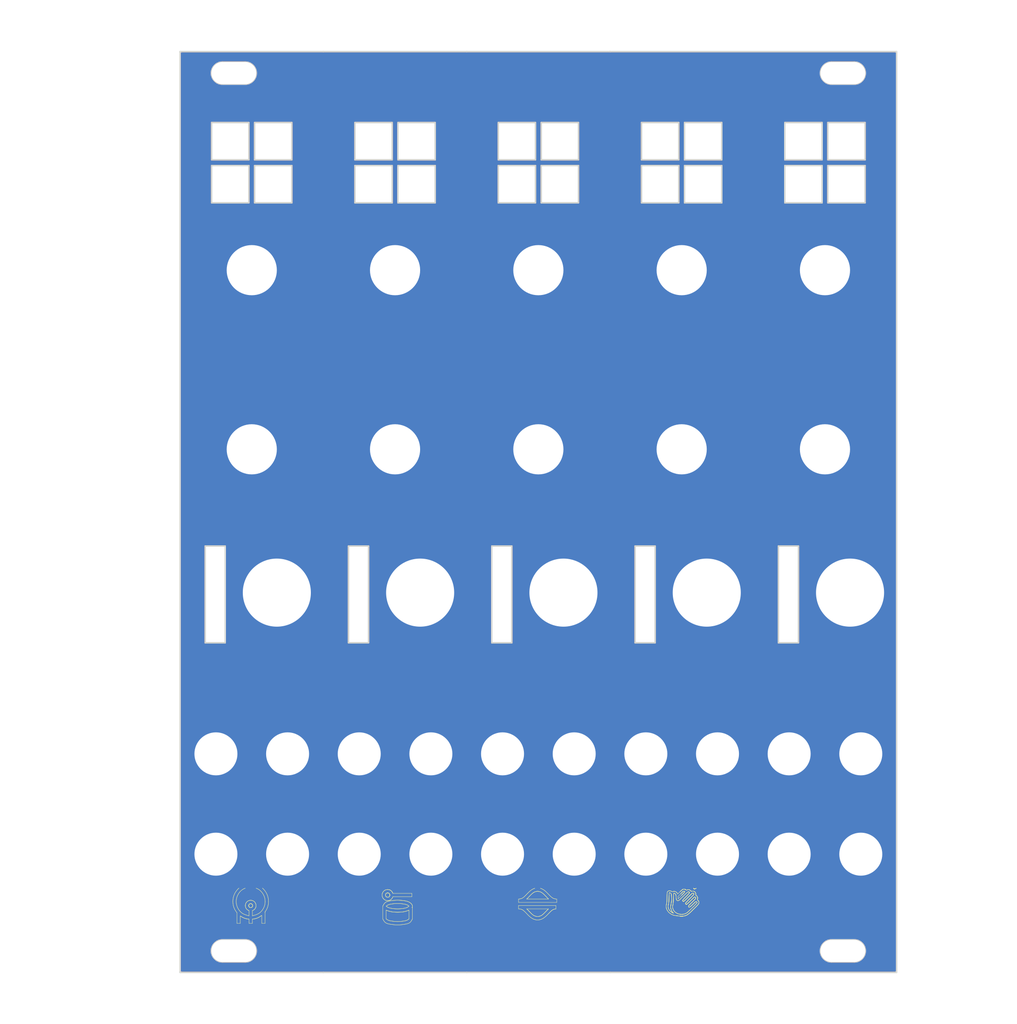
<source format=kicad_pcb>
(kicad_pcb (version 20171130) (host pcbnew "(5.1.5)-3")
  (layers (0 F.Cu signal) (31 B.Cu signal) (34 B.Paste user) (35 F.Paste user) (36 B.SilkS user) (37 F.SilkS user) (38 B.Mask user) (39 F.Mask user) (44 Edge.Cuts user))
  (net 0 "")
  (net 1 GND)
  (module prok_smd:thonkiconn_hole_metallized (layer F.Cu) (at 145 148)
    (fp_text reference H6 hide)
    (fp_text value MountingHole_Pad)
    (pad 1 thru_hole circle (at 0 0) (size 7 7) (drill 6) (layers *.Cu *.Mask) (net 1 GND))
  )
  (module 4ms-footprints:Rail-mount-slot (layer F.Cu) (at 142.5 53)
    (fp_text reference REF** hide)
    (fp_text value Rail-mount-slot hide)
    (fp_line (start -1.5875 1.5875) (end 1.5875 1.5875) (layer Edge.Cuts) (width 0.1))
    (fp_arc (start 1.5875 0) (end 1.5875 -1.5875) (angle 180) (layer Edge.Cuts) (width 0.1))
    (fp_arc (start -1.5875 0) (end -1.5875 1.5875) (angle 180) (layer Edge.Cuts) (width 0.1))
    (fp_line (start -1.5875 -1.5875) (end 1.5875 -1.5875) (layer Edge.Cuts) (width 0.1))
  )
  (module prok_smd:thonkiconn_hole_metallized (layer F.Cu) (at 145 162)
    (fp_text reference H3 hide)
    (fp_text value MountingHole_Pad)
    (pad 1 thru_hole circle (at 0 0) (size 7 7) (drill 6) (layers *.Cu *.Mask) (net 1 GND))
  )
  (module prok_smd:Alpha_pot_hole_metallized (layer F.Cu) (at 140 80.5)
    (fp_text reference H1 hide)
    (fp_text value MountingHole_Pad)
    (pad 1 thru_hole circle (at 0 0) (size 8 8) (drill 7) (layers *.Cu *.Mask) (net 1 GND))
  )
  (module prok_smd:thonkiconn_hole_metallized (layer F.Cu) (at 135 148)
    (fp_text reference H4 hide)
    (fp_text value MountingHole_Pad)
    (pad 1 thru_hole circle (at 0 0) (size 7 7) (drill 6) (layers *.Cu *.Mask) (net 1 GND))
  )
  (module prok_smd:Alpha_pot_hole_metallized (layer F.Cu) (at 140 105.5)
    (fp_text reference H2 hide)
    (fp_text value MountingHole_Pad)
    (pad 1 thru_hole circle (at 0 0) (size 8 8) (drill 7) (layers *.Cu *.Mask) (net 1 GND))
  )
  (module prok_smd:thonkiconn_hole_metallized (layer F.Cu) (at 135 162)
    (fp_text reference H5 hide)
    (fp_text value MountingHole_Pad)
    (pad 1 thru_hole circle (at 0 0) (size 7 7) (drill 6) (layers *.Cu *.Mask) (net 1 GND))
  )
  (module MountingHole:MountingHole_6mm_Pad (layer F.Cu) (at 143.5 125.5)
    (fp_text reference H7 hide)
    (fp_text value MountingHole_Pad)
    (pad 1 thru_hole circle (at 0 0) (size 10.5 10.5) (drill 9.5) (layers *.Cu *.Mask) (net 1 GND))
  )
  (module MountingHole:MountingHole_6mm_Pad (layer F.Cu) (at 123.5 125.5)
    (fp_text reference H7 hide)
    (fp_text value MountingHole_Pad)
    (pad 1 thru_hole circle (at 0 0) (size 10.5 10.5) (drill 9.5) (layers *.Cu *.Mask) (net 1 GND))
  )
  (module MountingHole:MountingHole_6mm_Pad (layer F.Cu) (at 103.5 125.5)
    (fp_text reference H7 hide)
    (fp_text value MountingHole_Pad)
    (pad 1 thru_hole circle (at 0 0) (size 10.5 10.5) (drill 9.5) (layers *.Cu *.Mask) (net 1 GND))
  )
  (module MountingHole:MountingHole_6mm_Pad (layer F.Cu) (at 83.5 125.5)
    (fp_text reference H7 hide)
    (fp_text value MountingHole_Pad)
    (pad 1 thru_hole circle (at 0 0) (size 10.5 10.5) (drill 9.5) (layers *.Cu *.Mask) (net 1 GND))
  )
  (module prok_smd:thonkiconn_hole_metallized (layer F.Cu) (at 115 162)
    (fp_text reference H5 hide)
    (fp_text value MountingHole_Pad)
    (pad 1 thru_hole circle (at 0 0) (size 7 7) (drill 6) (layers *.Cu *.Mask) (net 1 GND))
  )
  (module prok_smd:thonkiconn_hole_metallized (layer F.Cu) (at 95 162)
    (fp_text reference H5 hide)
    (fp_text value MountingHole_Pad)
    (pad 1 thru_hole circle (at 0 0) (size 7 7) (drill 6) (layers *.Cu *.Mask) (net 1 GND))
  )
  (module prok_smd:thonkiconn_hole_metallized (layer F.Cu) (at 75 162)
    (fp_text reference H5 hide)
    (fp_text value MountingHole_Pad)
    (pad 1 thru_hole circle (at 0 0) (size 7 7) (drill 6) (layers *.Cu *.Mask) (net 1 GND))
  )
  (module prok_smd:Alpha_pot_hole_metallized (layer F.Cu) (at 120 105.5)
    (fp_text reference H2 hide)
    (fp_text value MountingHole_Pad)
    (pad 1 thru_hole circle (at 0 0) (size 8 8) (drill 7) (layers *.Cu *.Mask) (net 1 GND))
  )
  (module prok_smd:Alpha_pot_hole_metallized (layer F.Cu) (at 100 105.5)
    (fp_text reference H2 hide)
    (fp_text value MountingHole_Pad)
    (pad 1 thru_hole circle (at 0 0) (size 8 8) (drill 7) (layers *.Cu *.Mask) (net 1 GND))
  )
  (module prok_smd:Alpha_pot_hole_metallized (layer F.Cu) (at 80 105.5)
    (fp_text reference H2 hide)
    (fp_text value MountingHole_Pad)
    (pad 1 thru_hole circle (at 0 0) (size 8 8) (drill 7) (layers *.Cu *.Mask) (net 1 GND))
  )
  (module prok_smd:thonkiconn_hole_metallized (layer F.Cu) (at 115 148)
    (fp_text reference H4 hide)
    (fp_text value MountingHole_Pad)
    (pad 1 thru_hole circle (at 0 0) (size 7 7) (drill 6) (layers *.Cu *.Mask) (net 1 GND))
  )
  (module prok_smd:thonkiconn_hole_metallized (layer F.Cu) (at 95 148)
    (fp_text reference H4 hide)
    (fp_text value MountingHole_Pad)
    (pad 1 thru_hole circle (at 0 0) (size 7 7) (drill 6) (layers *.Cu *.Mask) (net 1 GND))
  )
  (module prok_smd:thonkiconn_hole_metallized (layer F.Cu) (at 75 148)
    (fp_text reference H4 hide)
    (fp_text value MountingHole_Pad)
    (pad 1 thru_hole circle (at 0 0) (size 7 7) (drill 6) (layers *.Cu *.Mask) (net 1 GND))
  )
  (module prok_smd:thonkiconn_hole_metallized (layer F.Cu) (at 125 162)
    (fp_text reference H3 hide)
    (fp_text value MountingHole_Pad)
    (pad 1 thru_hole circle (at 0 0) (size 7 7) (drill 6) (layers *.Cu *.Mask) (net 1 GND))
  )
  (module prok_smd:thonkiconn_hole_metallized (layer F.Cu) (at 105 162)
    (fp_text reference H3 hide)
    (fp_text value MountingHole_Pad)
    (pad 1 thru_hole circle (at 0 0) (size 7 7) (drill 6) (layers *.Cu *.Mask) (net 1 GND))
  )
  (module prok_smd:thonkiconn_hole_metallized (layer F.Cu) (at 85 162)
    (fp_text reference H3 hide)
    (fp_text value MountingHole_Pad)
    (pad 1 thru_hole circle (at 0 0) (size 7 7) (drill 6) (layers *.Cu *.Mask) (net 1 GND))
  )
  (module prok_smd:Alpha_pot_hole_metallized (layer F.Cu) (at 120 80.5)
    (fp_text reference H1 hide)
    (fp_text value MountingHole_Pad)
    (pad 1 thru_hole circle (at 0 0) (size 8 8) (drill 7) (layers *.Cu *.Mask) (net 1 GND))
  )
  (module prok_smd:Alpha_pot_hole_metallized (layer F.Cu) (at 100 80.5)
    (fp_text reference H1 hide)
    (fp_text value MountingHole_Pad)
    (pad 1 thru_hole circle (at 0 0) (size 8 8) (drill 7) (layers *.Cu *.Mask) (net 1 GND))
  )
  (module prok_smd:Alpha_pot_hole_metallized (layer F.Cu) (at 80 80.5)
    (fp_text reference H1 hide)
    (fp_text value MountingHole_Pad)
    (pad 1 thru_hole circle (at 0 0) (size 8 8) (drill 7) (layers *.Cu *.Mask) (net 1 GND))
  )
  (module prok_smd:thonkiconn_hole_metallized (layer F.Cu) (at 125 148)
    (fp_text reference H6 hide)
    (fp_text value MountingHole_Pad)
    (pad 1 thru_hole circle (at 0 0) (size 7 7) (drill 6) (layers *.Cu *.Mask) (net 1 GND))
  )
  (module prok_smd:thonkiconn_hole_metallized (layer F.Cu) (at 105 148)
    (fp_text reference H6 hide)
    (fp_text value MountingHole_Pad)
    (pad 1 thru_hole circle (at 0 0) (size 7 7) (drill 6) (layers *.Cu *.Mask) (net 1 GND))
  )
  (module prok_smd:thonkiconn_hole_metallized (layer F.Cu) (at 85 148)
    (fp_text reference H6 hide)
    (fp_text value MountingHole_Pad)
    (pad 1 thru_hole circle (at 0 0) (size 7 7) (drill 6) (layers *.Cu *.Mask) (net 1 GND))
  )
  (module MountingHole:MountingHole_6mm_Pad (layer F.Cu) (at 63.5 125.5)
    (fp_text reference H7 hide)
    (fp_text value MountingHole_Pad)
    (pad 1 thru_hole circle (at 0 0) (size 10.5 10.5) (drill 9.5) (layers *.Cu *.Mask) (net 1 GND))
  )
  (module 4ms-footprints:Rail-mount-slot (layer F.Cu) (at 142.5 175.5)
    (fp_text reference REF** hide)
    (fp_text value Rail-mount-slot hide)
    (fp_line (start -1.5875 -1.5875) (end 1.5875 -1.5875) (layer Edge.Cuts) (width 0.1))
    (fp_arc (start -1.5875 0) (end -1.5875 1.5875) (angle 180) (layer Edge.Cuts) (width 0.1))
    (fp_arc (start 1.5875 0) (end 1.5875 -1.5875) (angle 180) (layer Edge.Cuts) (width 0.1))
    (fp_line (start -1.5875 1.5875) (end 1.5875 1.5875) (layer Edge.Cuts) (width 0.1))
  )
  (module 4ms-footprints:Rail-mount-slot (layer F.Cu) (at 57.5 53)
    (fp_text reference REF** hide)
    (fp_text value Rail-mount-slot hide)
    (fp_line (start -1.5875 1.5875) (end 1.5875 1.5875) (layer Edge.Cuts) (width 0.1))
    (fp_arc (start 1.5875 0) (end 1.5875 -1.5875) (angle 180) (layer Edge.Cuts) (width 0.1))
    (fp_arc (start -1.5875 0) (end -1.5875 1.5875) (angle 180) (layer Edge.Cuts) (width 0.1))
    (fp_line (start -1.5875 -1.5875) (end 1.5875 -1.5875) (layer Edge.Cuts) (width 0.1))
  )
  (module 4ms-footprints:Rail-mount-slot (layer F.Cu) (at 57.5 175.5)
    (fp_text reference REF** hide)
    (fp_text value Rail-mount-slot hide)
    (fp_line (start -1.5875 1.5875) (end 1.5875 1.5875) (layer Edge.Cuts) (width 0.1))
    (fp_arc (start 1.5875 0) (end 1.5875 -1.5875) (angle 180) (layer Edge.Cuts) (width 0.1))
    (fp_arc (start -1.5875 0) (end -1.5875 1.5875) (angle 180) (layer Edge.Cuts) (width 0.1))
    (fp_line (start -1.5875 -1.5875) (end 1.5875 -1.5875) (layer Edge.Cuts) (width 0.1))
  )
  (module prok_smd:Alpha_pot_hole_metallized (layer F.Cu) (at 60 80.5)
    (fp_text reference H1 hide)
    (fp_text value MountingHole_Pad)
    (pad 1 thru_hole circle (at 0 0) (size 8 8) (drill 7) (layers *.Cu *.Mask) (net 1 GND))
  )
  (module prok_smd:Alpha_pot_hole_metallized (layer F.Cu) (at 60 105.5)
    (fp_text reference H2 hide)
    (fp_text value MountingHole_Pad)
    (pad 1 thru_hole circle (at 0 0) (size 8 8) (drill 7) (layers *.Cu *.Mask) (net 1 GND))
  )
  (module prok_smd:thonkiconn_hole_metallized (layer F.Cu) (at 65 162)
    (fp_text reference H3 hide)
    (fp_text value MountingHole_Pad)
    (pad 1 thru_hole circle (at 0 0) (size 7 7) (drill 6) (layers *.Cu *.Mask) (net 1 GND))
  )
  (module prok_smd:thonkiconn_hole_metallized (layer F.Cu) (at 55 148)
    (fp_text reference H4 hide)
    (fp_text value MountingHole_Pad)
    (pad 1 thru_hole circle (at 0 0) (size 7 7) (drill 6) (layers *.Cu *.Mask) (net 1 GND))
  )
  (module prok_smd:thonkiconn_hole_metallized (layer F.Cu) (at 55 162)
    (fp_text reference H5 hide)
    (fp_text value MountingHole_Pad)
    (pad 1 thru_hole circle (at 0 0) (size 7 7) (drill 6) (layers *.Cu *.Mask) (net 1 GND))
  )
  (module prok_smd:thonkiconn_hole_metallized (layer F.Cu) (at 65 148)
    (fp_text reference H6 hide)
    (fp_text value MountingHole_Pad)
    (pad 1 thru_hole circle (at 0 0) (size 7 7) (drill 6) (layers *.Cu *.Mask) (net 1 GND))
  )
  (gr_line (start 145.6 65.1) (end 140.4 65.1) (layer Edge.Cuts) (width 0.2))
  (gr_line (start 139.6 65.1) (end 134.4 65.1) (layer Edge.Cuts) (width 0.2))
  (gr_line (start 136.3 119) (end 136.3 132.5) (layer Edge.Cuts) (width 0.2))
  (gr_line (start 133.5 119) (end 136.3 119) (layer Edge.Cuts) (width 0.2))
  (gr_line (start 133.5 132.5) (end 133.5 119) (layer Edge.Cuts) (width 0.2))
  (gr_line (start 134.4 59.9) (end 139.6 59.9) (layer Edge.Cuts) (width 0.2))
  (gr_line (start 139.6 59.9) (end 139.6 65.1) (layer Edge.Cuts) (width 0.2))
  (gr_line (start 145.6 65.9) (end 145.6 71.1) (layer Edge.Cuts) (width 0.2))
  (gr_line (start 139.6 71.1) (end 134.4 71.1) (layer Edge.Cuts) (width 0.2))
  (gr_line (start 140.4 65.1) (end 140.4 59.9) (layer Edge.Cuts) (width 0.2))
  (gr_line (start 139.6 65.9) (end 139.6 71.1) (layer Edge.Cuts) (width 0.2))
  (gr_line (start 145.6 71.1) (end 140.4 71.1) (layer Edge.Cuts) (width 0.2))
  (gr_line (start 134.4 65.1) (end 134.4 59.9) (layer Edge.Cuts) (width 0.2))
  (gr_line (start 136.3 132.5) (end 133.5 132.5) (layer Edge.Cuts) (width 0.2))
  (gr_line (start 134.4 65.9) (end 139.6 65.9) (layer Edge.Cuts) (width 0.2))
  (gr_line (start 134.4 71.1) (end 134.4 65.9) (layer Edge.Cuts) (width 0.2))
  (gr_line (start 140.4 71.1) (end 140.4 65.9) (layer Edge.Cuts) (width 0.2))
  (gr_line (start 140.4 59.9) (end 145.6 59.9) (layer Edge.Cuts) (width 0.2))
  (gr_line (start 140.4 65.9) (end 145.6 65.9) (layer Edge.Cuts) (width 0.2))
  (gr_line (start 145.6 59.9) (end 145.6 65.1) (layer Edge.Cuts) (width 0.2))
  (gr_line (start 120.4 65.9) (end 125.6 65.9) (layer Edge.Cuts) (width 0.2))
  (gr_line (start 100.4 65.9) (end 105.6 65.9) (layer Edge.Cuts) (width 0.2))
  (gr_line (start 80.4 65.9) (end 85.6 65.9) (layer Edge.Cuts) (width 0.2))
  (gr_line (start 125.6 59.9) (end 125.6 65.1) (layer Edge.Cuts) (width 0.2))
  (gr_line (start 105.6 59.9) (end 105.6 65.1) (layer Edge.Cuts) (width 0.2))
  (gr_line (start 85.6 59.9) (end 85.6 65.1) (layer Edge.Cuts) (width 0.2))
  (gr_line (start 119.6 65.9) (end 119.6 71.1) (layer Edge.Cuts) (width 0.2))
  (gr_line (start 99.6 65.9) (end 99.6 71.1) (layer Edge.Cuts) (width 0.2))
  (gr_line (start 79.6 65.9) (end 79.6 71.1) (layer Edge.Cuts) (width 0.2))
  (gr_line (start 116.3 132.5) (end 113.5 132.5) (layer Edge.Cuts) (width 0.2))
  (gr_line (start 96.3 132.5) (end 93.5 132.5) (layer Edge.Cuts) (width 0.2))
  (gr_line (start 76.3 132.5) (end 73.5 132.5) (layer Edge.Cuts) (width 0.2))
  (gr_line (start 114.4 65.1) (end 114.4 59.9) (layer Edge.Cuts) (width 0.2))
  (gr_line (start 94.4 65.1) (end 94.4 59.9) (layer Edge.Cuts) (width 0.2))
  (gr_line (start 74.4 65.1) (end 74.4 59.9) (layer Edge.Cuts) (width 0.2))
  (gr_line (start 120.4 65.1) (end 120.4 59.9) (layer Edge.Cuts) (width 0.2))
  (gr_line (start 100.4 65.1) (end 100.4 59.9) (layer Edge.Cuts) (width 0.2))
  (gr_line (start 80.4 65.1) (end 80.4 59.9) (layer Edge.Cuts) (width 0.2))
  (gr_line (start 125.6 71.1) (end 120.4 71.1) (layer Edge.Cuts) (width 0.2))
  (gr_line (start 105.6 71.1) (end 100.4 71.1) (layer Edge.Cuts) (width 0.2))
  (gr_line (start 85.6 71.1) (end 80.4 71.1) (layer Edge.Cuts) (width 0.2))
  (gr_line (start 119.6 71.1) (end 114.4 71.1) (layer Edge.Cuts) (width 0.2))
  (gr_line (start 99.6 71.1) (end 94.4 71.1) (layer Edge.Cuts) (width 0.2))
  (gr_line (start 79.6 71.1) (end 74.4 71.1) (layer Edge.Cuts) (width 0.2))
  (gr_line (start 113.5 132.5) (end 113.5 119) (layer Edge.Cuts) (width 0.2))
  (gr_line (start 93.5 132.5) (end 93.5 119) (layer Edge.Cuts) (width 0.2))
  (gr_line (start 73.5 132.5) (end 73.5 119) (layer Edge.Cuts) (width 0.2))
  (gr_line (start 113.5 119) (end 116.3 119) (layer Edge.Cuts) (width 0.2))
  (gr_line (start 93.5 119) (end 96.3 119) (layer Edge.Cuts) (width 0.2))
  (gr_line (start 73.5 119) (end 76.3 119) (layer Edge.Cuts) (width 0.2))
  (gr_line (start 116.3 119) (end 116.3 132.5) (layer Edge.Cuts) (width 0.2))
  (gr_line (start 96.3 119) (end 96.3 132.5) (layer Edge.Cuts) (width 0.2))
  (gr_line (start 76.3 119) (end 76.3 132.5) (layer Edge.Cuts) (width 0.2))
  (gr_line (start 114.4 59.9) (end 119.6 59.9) (layer Edge.Cuts) (width 0.2))
  (gr_line (start 94.4 59.9) (end 99.6 59.9) (layer Edge.Cuts) (width 0.2))
  (gr_line (start 74.4 59.9) (end 79.6 59.9) (layer Edge.Cuts) (width 0.2))
  (gr_line (start 119.6 65.1) (end 114.4 65.1) (layer Edge.Cuts) (width 0.2))
  (gr_line (start 99.6 65.1) (end 94.4 65.1) (layer Edge.Cuts) (width 0.2))
  (gr_line (start 79.6 65.1) (end 74.4 65.1) (layer Edge.Cuts) (width 0.2))
  (gr_line (start 125.6 65.1) (end 120.4 65.1) (layer Edge.Cuts) (width 0.2))
  (gr_line (start 105.6 65.1) (end 100.4 65.1) (layer Edge.Cuts) (width 0.2))
  (gr_line (start 85.6 65.1) (end 80.4 65.1) (layer Edge.Cuts) (width 0.2))
  (gr_line (start 125.6 65.9) (end 125.6 71.1) (layer Edge.Cuts) (width 0.2))
  (gr_line (start 105.6 65.9) (end 105.6 71.1) (layer Edge.Cuts) (width 0.2))
  (gr_line (start 85.6 65.9) (end 85.6 71.1) (layer Edge.Cuts) (width 0.2))
  (gr_line (start 119.6 59.9) (end 119.6 65.1) (layer Edge.Cuts) (width 0.2))
  (gr_line (start 99.6 59.9) (end 99.6 65.1) (layer Edge.Cuts) (width 0.2))
  (gr_line (start 79.6 59.9) (end 79.6 65.1) (layer Edge.Cuts) (width 0.2))
  (gr_line (start 120.4 59.9) (end 125.6 59.9) (layer Edge.Cuts) (width 0.2))
  (gr_line (start 100.4 59.9) (end 105.6 59.9) (layer Edge.Cuts) (width 0.2))
  (gr_line (start 80.4 59.9) (end 85.6 59.9) (layer Edge.Cuts) (width 0.2))
  (gr_line (start 120.4 71.1) (end 120.4 65.9) (layer Edge.Cuts) (width 0.2))
  (gr_line (start 100.4 71.1) (end 100.4 65.9) (layer Edge.Cuts) (width 0.2))
  (gr_line (start 80.4 71.1) (end 80.4 65.9) (layer Edge.Cuts) (width 0.2))
  (gr_line (start 114.4 65.9) (end 119.6 65.9) (layer Edge.Cuts) (width 0.2))
  (gr_line (start 94.4 65.9) (end 99.6 65.9) (layer Edge.Cuts) (width 0.2))
  (gr_line (start 74.4 65.9) (end 79.6 65.9) (layer Edge.Cuts) (width 0.2))
  (gr_line (start 114.4 71.1) (end 114.4 65.9) (layer Edge.Cuts) (width 0.2))
  (gr_line (start 94.4 71.1) (end 94.4 65.9) (layer Edge.Cuts) (width 0.2))
  (gr_line (start 74.4 71.1) (end 74.4 65.9) (layer Edge.Cuts) (width 0.2))
  (gr_line (start 58.277075 167.339858) (end 58.224652 167.409221) (layer F.SilkS) (width 0.05))
  (gr_line (start 58.390318 167.208524) (end 58.332333 167.272888) (layer F.SilkS) (width 0.05))
  (gr_line (start 57.84997 168.87291) (end 57.863338 168.957405) (layer F.SilkS) (width 0.05))
  (gr_line (start 58.290824 169.887949) (end 58.346846 169.953572) (layer F.SilkS) (width 0.05))
  (gr_line (start 58.187371 169.749213) (end 58.237633 169.819756) (layer F.SilkS) (width 0.05))
  (gr_line (start 58.332333 167.272888) (end 58.277075 167.339858) (layer F.SilkS) (width 0.05))
  (gr_line (start 57.952314 169.288455) (end 57.983217 169.368814) (layer F.SilkS) (width 0.05))
  (gr_line (start 57.8803 169.041341) (end 57.900812 169.124584) (layer F.SilkS) (width 0.05))
  (gr_line (start 58.45092 167.146982) (end 58.390318 167.208524) (layer F.SilkS) (width 0.05))
  (gr_line (start 58.224652 167.409221) (end 58.175174 167.48076) (layer F.SilkS) (width 0.05))
  (gr_line (start 57.924831 169.207) (end 57.952314 169.288455) (layer F.SilkS) (width 0.05))
  (gr_line (start 57.900812 169.124584) (end 57.924831 169.207) (layer F.SilkS) (width 0.05))
  (gr_line (start 57.834188 168.702785) (end 57.840239 168.787992) (layer F.SilkS) (width 0.05))
  (gr_line (start 57.847302 168.361743) (end 57.838453 168.446768) (layer F.SilkS) (width 0.05))
  (gr_line (start 57.918678 168.026758) (end 57.895527 168.109471) (layer F.SilkS) (width 0.05))
  (gr_line (start 57.945292 167.944956) (end 57.918678 168.026758) (layer F.SilkS) (width 0.05))
  (gr_line (start 58.128752 167.554263) (end 58.085491 167.629515) (layer F.SilkS) (width 0.05))
  (gr_line (start 59.200773 170.485037) (end 59.282555 170.510805) (layer F.SilkS) (width 0.05))
  (gr_line (start 58.140132 169.676543) (end 58.187371 169.749213) (layer F.SilkS) (width 0.05))
  (gr_line (start 57.875884 168.192961) (end 57.859794 168.277096) (layer F.SilkS) (width 0.05))
  (gr_line (start 57.895527 168.109471) (end 57.875884 168.192961) (layer F.SilkS) (width 0.05))
  (gr_line (start 58.59733 170.185924) (end 58.666069 170.23537) (layer F.SilkS) (width 0.05))
  (gr_line (start 58.055111 169.525705) (end 58.096014 169.601967) (layer F.SilkS) (width 0.05))
  (gr_line (start 57.833291 168.532039) (end 57.831861 168.617422) (layer F.SilkS) (width 0.05))
  (gr_line (start 57.831861 168.617422) (end 57.834188 168.702785) (layer F.SilkS) (width 0.05))
  (gr_line (start 57.983217 169.368814) (end 58.017498 169.447942) (layer F.SilkS) (width 0.05))
  (gr_line (start 57.863338 168.957405) (end 57.8803 169.041341) (layer F.SilkS) (width 0.05))
  (gr_line (start 59.282555 170.510805) (end 59.365108 170.535159) (layer F.SilkS) (width 0.05))
  (gr_line (start 59.119955 170.457501) (end 59.200773 170.485037) (layer F.SilkS) (width 0.05))
  (gr_line (start 59.040293 170.427843) (end 59.119955 170.457501) (layer F.SilkS) (width 0.05))
  (gr_line (start 58.96198 170.39571) (end 59.040293 170.427843) (layer F.SilkS) (width 0.05))
  (gr_line (start 58.885208 170.360748) (end 58.96198 170.39571) (layer F.SilkS) (width 0.05))
  (gr_line (start 58.810172 170.322602) (end 58.885208 170.360748) (layer F.SilkS) (width 0.05))
  (gr_line (start 57.975326 167.864197) (end 57.945292 167.944956) (layer F.SilkS) (width 0.05))
  (gr_line (start 58.737062 170.280921) (end 58.810172 170.322602) (layer F.SilkS) (width 0.05))
  (gr_line (start 58.666069 170.23537) (end 58.737062 170.280921) (layer F.SilkS) (width 0.05))
  (gr_line (start 58.514029 167.088477) (end 58.45092 167.146982) (layer F.SilkS) (width 0.05))
  (gr_line (start 58.175174 167.48076) (end 58.128752 167.554263) (layer F.SilkS) (width 0.05))
  (gr_line (start 58.008733 167.784616) (end 57.975326 167.864197) (layer F.SilkS) (width 0.05))
  (gr_line (start 58.530942 170.1328) (end 58.59733 170.185924) (layer F.SilkS) (width 0.05))
  (gr_line (start 58.467001 170.076219) (end 58.530942 170.1328) (layer F.SilkS) (width 0.05))
  (gr_line (start 58.346846 169.953572) (end 58.405604 170.016403) (layer F.SilkS) (width 0.05))
  (gr_line (start 58.017498 169.447942) (end 58.055111 169.525705) (layer F.SilkS) (width 0.05))
  (gr_line (start 58.085491 167.629515) (end 58.04547 167.706344) (layer F.SilkS) (width 0.05))
  (gr_line (start 58.096014 169.601967) (end 58.140132 169.676543) (layer F.SilkS) (width 0.05))
  (gr_line (start 58.237633 169.819756) (end 58.290824 169.887949) (layer F.SilkS) (width 0.05))
  (gr_line (start 58.405604 170.016403) (end 58.467001 170.076219) (layer F.SilkS) (width 0.05))
  (gr_line (start 57.840239 168.787992) (end 57.84997 168.87291) (layer F.SilkS) (width 0.05))
  (gr_line (start 57.859794 168.277096) (end 57.847302 168.361743) (layer F.SilkS) (width 0.05))
  (gr_line (start 58.04547 167.706344) (end 58.008733 167.784616) (layer F.SilkS) (width 0.05))
  (gr_line (start 57.838453 168.446768) (end 57.833291 168.532039) (layer F.SilkS) (width 0.05))
  (gr_line (start 60.125566 169.2001) (end 60.126233 169.185546) (layer F.SilkS) (width 0.05))
  (gr_line (start 60.117866 169.113462) (end 60.113922 169.099416) (layer F.SilkS) (width 0.05))
  (gr_line (start 60.08608 169.324338) (end 60.093292 169.311622) (layer F.SilkS) (width 0.05))
  (gr_line (start 60.025782 168.96656) (end 60.014288 168.957707) (layer F.SilkS) (width 0.05))
  (gr_line (start 60.125203 169.156474) (end 60.123518 169.142024) (layer F.SilkS) (width 0.05))
  (gr_line (start 60.078208 169.336649) (end 60.08608 169.324338) (layer F.SilkS) (width 0.05))
  (gr_line (start 59.964022 168.930462) (end 59.950554 168.92562) (layer F.SilkS) (width 0.05))
  (gr_line (start 60.029892 169.39112) (end 60.040661 169.381268) (layer F.SilkS) (width 0.05))
  (gr_line (start 58.93919 166.812968) (end 58.863355 166.849003) (layer F.SilkS) (width 0.05))
  (gr_line (start 60.093292 169.311622) (end 60.099827 169.29854) (layer F.SilkS) (width 0.05))
  (gr_line (start 60.047277 168.986377) (end 60.036788 168.976136) (layer F.SilkS) (width 0.05))
  (gr_line (start 60.040661 169.381268) (end 60.050903 169.370866) (layer F.SilkS) (width 0.05))
  (gr_line (start 59.095747 166.751812) (end 59.016705 166.780684) (layer F.SilkS) (width 0.05))
  (gr_line (start 60.075357 169.02052) (end 60.066591 169.008626) (layer F.SilkS) (width 0.05))
  (gr_line (start 59.865242 168.906631) (end 59.850648 168.904304) (layer F.SilkS) (width 0.05))
  (gr_line (start 59.936805 168.921407) (end 59.922814 168.917733) (layer F.SilkS) (width 0.05))
  (gr_line (start 60.09776 169.058612) (end 60.090967 169.045566) (layer F.SilkS) (width 0.05))
  (gr_line (start 60.014288 168.957707) (end 60.002335 168.949631) (layer F.SilkS) (width 0.05))
  (gr_line (start 60.115246 169.257495) (end 60.118948 169.24335) (layer F.SilkS) (width 0.05))
  (gr_line (start 60.110817 169.271435) (end 60.115246 169.257495) (layer F.SilkS) (width 0.05))
  (gr_line (start 60.099827 169.29854) (end 60.105673 169.28513) (layer F.SilkS) (width 0.05))
  (gr_line (start 60.105673 169.28513) (end 60.110817 169.271435) (layer F.SilkS) (width 0.05))
  (gr_line (start 60.090967 169.045566) (end 60.083493 169.032852) (layer F.SilkS) (width 0.05))
  (gr_line (start 60.113922 169.099416) (end 60.109249 169.085571) (layer F.SilkS) (width 0.05))
  (gr_line (start 60.118948 169.24335) (end 60.121911 169.229043) (layer F.SilkS) (width 0.05))
  (gr_line (start 59.950554 168.92562) (end 59.936805 168.921407) (layer F.SilkS) (width 0.05))
  (gr_line (start 60.050903 169.370866) (end 60.060593 169.359942) (layer F.SilkS) (width 0.05))
  (gr_line (start 60.060593 169.359942) (end 60.069704 169.348527) (layer F.SilkS) (width 0.05))
  (gr_line (start 60.126112 169.170992) (end 60.125203 169.156474) (layer F.SilkS) (width 0.05))
  (gr_line (start 60.124121 169.214612) (end 60.125566 169.2001) (layer F.SilkS) (width 0.05))
  (gr_line (start 60.066591 169.008626) (end 60.057221 168.997225) (layer F.SilkS) (width 0.05))
  (gr_line (start 60.057221 168.997225) (end 60.047277 168.986377) (layer F.SilkS) (width 0.05))
  (gr_line (start 60.103858 169.071958) (end 60.09776 169.058612) (layer F.SilkS) (width 0.05))
  (gr_line (start 60.036788 168.976136) (end 60.025782 168.96656) (layer F.SilkS) (width 0.05))
  (gr_line (start 60.121911 169.229043) (end 60.124121 169.214612) (layer F.SilkS) (width 0.05))
  (gr_line (start 59.879796 168.909047) (end 59.865242 168.906631) (layer F.SilkS) (width 0.05))
  (gr_line (start 60.002335 168.949631) (end 59.989951 168.942392) (layer F.SilkS) (width 0.05))
  (gr_line (start 59.894269 168.911643) (end 59.879796 168.909047) (layer F.SilkS) (width 0.05))
  (gr_line (start 59.977167 168.936022) (end 59.964022 168.930462) (layer F.SilkS) (width 0.05))
  (gr_line (start 59.989951 168.942392) (end 59.977167 168.936022) (layer F.SilkS) (width 0.05))
  (gr_line (start 58.579536 167.033222) (end 58.514029 167.088477) (layer F.SilkS) (width 0.05))
  (gr_line (start 58.647332 166.981433) (end 58.579536 167.033222) (layer F.SilkS) (width 0.05))
  (gr_line (start 58.717307 166.933325) (end 58.647332 166.981433) (layer F.SilkS) (width 0.05))
  (gr_line (start 58.789351 166.889112) (end 58.717307 166.933325) (layer F.SilkS) (width 0.05))
  (gr_line (start 59.922814 168.917733) (end 59.908622 168.914508) (layer F.SilkS) (width 0.05))
  (gr_line (start 60.069704 169.348527) (end 60.078208 169.336649) (layer F.SilkS) (width 0.05))
  (gr_line (start 58.863355 166.849003) (end 58.789351 166.889112) (layer F.SilkS) (width 0.05))
  (gr_line (start 59.016705 166.780684) (end 58.93919 166.812968) (layer F.SilkS) (width 0.05))
  (gr_line (start 59.908622 168.914508) (end 59.894269 168.911643) (layer F.SilkS) (width 0.05))
  (gr_line (start 61.830613 170.100446) (end 61.862596 170.100446) (layer F.SilkS) (width 0.05))
  (gr_line (start 60.083493 169.032852) (end 60.075357 169.02052) (layer F.SilkS) (width 0.05))
  (gr_line (start 60.126233 169.185546) (end 60.126112 169.170992) (layer F.SilkS) (width 0.05))
  (gr_line (start 60.121068 169.127676) (end 60.117866 169.113462) (layer F.SilkS) (width 0.05))
  (gr_line (start 60.109249 169.085571) (end 60.103858 169.071958) (layer F.SilkS) (width 0.05))
  (gr_line (start 60.123518 169.142024) (end 60.121068 169.127676) (layer F.SilkS) (width 0.05))
  (gr_line (start 59.581966 169.111841) (end 59.578675 169.126038) (layer F.SilkS) (width 0.05))
  (gr_line (start 59.698697 168.948933) (end 59.68668 168.956907) (layer F.SilkS) (width 0.05))
  (gr_line (start 59.590761 169.083999) (end 59.585998 169.097817) (layer F.SilkS) (width 0.05))
  (gr_line (start 59.628814 169.347143) (end 59.637879 169.35859) (layer F.SilkS) (width 0.05))
  (gr_line (start 59.664033 168.975141) (end 59.653462 168.985289) (layer F.SilkS) (width 0.05))
  (gr_line (start 59.625115 169.019192) (end 59.616887 169.031459) (layer F.SilkS) (width 0.05))
  (gr_line (start 59.609318 169.044117) (end 59.602432 169.057116) (layer F.SilkS) (width 0.05))
  (gr_line (start 60.018625 169.400394) (end 60.029892 169.39112) (layer F.SilkS) (width 0.05))
  (gr_line (start 60.006885 169.409059) (end 60.018625 169.400394) (layer F.SilkS) (width 0.05))
  (gr_line (start 59.573364 169.169336) (end 59.573153 169.183892) (layer F.SilkS) (width 0.05))
  (gr_line (start 59.9947 169.417086) (end 60.006885 169.409059) (layer F.SilkS) (width 0.05))
  (gr_line (start 59.755952 169.441638) (end 59.769815 169.446279) (layer F.SilkS) (width 0.05))
  (gr_line (start 59.711137 168.941795) (end 59.698697 168.948933) (layer F.SilkS) (width 0.05))
  (gr_line (start 59.856291 169.458327) (end 59.87088 169.457591) (layer F.SilkS) (width 0.05))
  (gr_line (start 59.71611 169.423458) (end 59.72906 169.430214) (layer F.SilkS) (width 0.05))
  (gr_line (start 59.65773 169.37999) (end 59.668461 169.389887) (layer F.SilkS) (width 0.05))
  (gr_line (start 59.573731 169.198452) (end 59.57509 169.212976) (layer F.SilkS) (width 0.05))
  (gr_line (start 59.578675 169.126038) (end 59.576137 169.140375) (layer F.SilkS) (width 0.05))
  (gr_line (start 59.643433 168.996051) (end 59.633974 169.007371) (layer F.SilkS) (width 0.05))
  (gr_line (start 59.982096 169.424448) (end 59.9947 169.417086) (layer F.SilkS) (width 0.05))
  (gr_line (start 59.969109 169.431124) (end 59.982096 169.424448) (layer F.SilkS) (width 0.05))
  (gr_line (start 59.723968 168.935522) (end 59.711137 168.941795) (layer F.SilkS) (width 0.05))
  (gr_line (start 59.812586 169.455767) (end 59.827104 169.457407) (layer F.SilkS) (width 0.05))
  (gr_line (start 59.602432 169.057116) (end 59.596243 169.070421) (layer F.SilkS) (width 0.05))
  (gr_line (start 59.588073 169.269877) (end 59.593144 169.283598) (layer F.SilkS) (width 0.05))
  (gr_line (start 59.798171 169.453357) (end 59.812586 169.455767) (layer F.SilkS) (width 0.05))
  (gr_line (start 59.668461 169.389887) (end 59.679692 169.39921) (layer F.SilkS) (width 0.05))
  (gr_line (start 59.598921 169.297035) (end 59.605392 169.310147) (layer F.SilkS) (width 0.05))
  (gr_line (start 59.616887 169.031459) (end 59.609318 169.044117) (layer F.SilkS) (width 0.05))
  (gr_line (start 59.593144 169.283598) (end 59.598921 169.297035) (layer F.SilkS) (width 0.05))
  (gr_line (start 59.679692 169.39921) (end 59.691395 169.407931) (layer F.SilkS) (width 0.05))
  (gr_line (start 59.596243 169.070421) (end 59.590761 169.083999) (layer F.SilkS) (width 0.05))
  (gr_line (start 59.703544 169.416023) (end 59.71611 169.423458) (layer F.SilkS) (width 0.05))
  (gr_line (start 59.885412 169.456068) (end 59.899845 169.453772) (layer F.SilkS) (width 0.05))
  (gr_line (start 59.57509 169.212976) (end 59.577215 169.227421) (layer F.SilkS) (width 0.05))
  (gr_line (start 59.87088 169.457591) (end 59.885412 169.456068) (layer F.SilkS) (width 0.05))
  (gr_line (start 59.827104 169.457407) (end 59.841686 169.458265) (layer F.SilkS) (width 0.05))
  (gr_line (start 59.955779 169.437101) (end 59.969109 169.431124) (layer F.SilkS) (width 0.05))
  (gr_line (start 59.72906 169.430214) (end 59.742354 169.436279) (layer F.SilkS) (width 0.05))
  (gr_line (start 59.585998 169.097817) (end 59.581966 169.111841) (layer F.SilkS) (width 0.05))
  (gr_line (start 59.653462 168.985289) (end 59.643433 168.996051) (layer F.SilkS) (width 0.05))
  (gr_line (start 59.577215 169.227421) (end 59.580096 169.241747) (layer F.SilkS) (width 0.05))
  (gr_line (start 59.647527 169.369549) (end 59.65773 169.37999) (layer F.SilkS) (width 0.05))
  (gr_line (start 59.580096 169.241747) (end 59.583719 169.255913) (layer F.SilkS) (width 0.05))
  (gr_line (start 59.574363 169.154819) (end 59.573364 169.169336) (layer F.SilkS) (width 0.05))
  (gr_line (start 59.62036 169.335234) (end 59.628814 169.347143) (layer F.SilkS) (width 0.05))
  (gr_line (start 59.914139 169.450715) (end 59.928253 169.446909) (layer F.SilkS) (width 0.05))
  (gr_line (start 59.942147 169.442367) (end 59.955779 169.437101) (layer F.SilkS) (width 0.05))
  (gr_line (start 59.675116 168.965661) (end 59.664033 168.975141) (layer F.SilkS) (width 0.05))
  (gr_line (start 59.928253 169.446909) (end 59.942147 169.442367) (layer F.SilkS) (width 0.05))
  (gr_line (start 59.583719 169.255913) (end 59.588073 169.269877) (layer F.SilkS) (width 0.05))
  (gr_line (start 59.899845 169.453772) (end 59.914139 169.450715) (layer F.SilkS) (width 0.05))
  (gr_line (start 59.605392 169.310147) (end 59.612544 169.322892) (layer F.SilkS) (width 0.05))
  (gr_line (start 59.841686 169.458265) (end 59.856291 169.458327) (layer F.SilkS) (width 0.05))
  (gr_line (start 59.783901 169.45019) (end 59.798171 169.453357) (layer F.SilkS) (width 0.05))
  (gr_line (start 59.573153 169.183892) (end 59.573731 169.198452) (layer F.SilkS) (width 0.05))
  (gr_line (start 59.742354 169.436279) (end 59.755952 169.441638) (layer F.SilkS) (width 0.05))
  (gr_line (start 59.691395 169.407931) (end 59.703544 169.416023) (layer F.SilkS) (width 0.05))
  (gr_line (start 59.576137 169.140375) (end 59.574363 169.154819) (layer F.SilkS) (width 0.05))
  (gr_line (start 59.633974 169.007371) (end 59.625115 169.019192) (layer F.SilkS) (width 0.05))
  (gr_line (start 59.68668 168.956907) (end 59.675116 168.965661) (layer F.SilkS) (width 0.05))
  (gr_line (start 59.612544 169.322892) (end 59.62036 169.335234) (layer F.SilkS) (width 0.05))
  (gr_line (start 59.769815 169.446279) (end 59.783901 169.45019) (layer F.SilkS) (width 0.05))
  (gr_line (start 59.637879 169.35859) (end 59.647527 169.369549) (layer F.SilkS) (width 0.05))
  (gr_line (start 59.764427 168.921132) (end 59.750653 168.925279) (layer F.SilkS) (width 0.05))
  (gr_line (start 59.778437 168.917515) (end 59.764427 168.921132) (layer F.SilkS) (width 0.05))
  (gr_line (start 61.933227 169.945476) (end 61.882256 170.023141) (layer F.SilkS) (width 0.05))
  (gr_line (start 59.792643 168.914342) (end 59.778437 168.917515) (layer F.SilkS) (width 0.05))
  (gr_line (start 59.807007 168.911522) (end 59.792643 168.914342) (layer F.SilkS) (width 0.05))
  (gr_line (start 59.821489 168.908969) (end 59.807007 168.911522) (layer F.SilkS) (width 0.05))
  (gr_line (start 61.982855 169.867095) (end 61.933227 169.945476) (layer F.SilkS) (width 0.05))
  (gr_line (start 62.246606 169.276426) (end 62.219557 169.365405) (layer F.SilkS) (width 0.05))
  (gr_line (start 61.86279 167.142918) (end 61.91661 167.219675) (layer F.SilkS) (width 0.05))
  (gr_line (start 62.315968 168.262884) (end 62.327407 168.355703) (layer F.SilkS) (width 0.05))
  (gr_line (start 61.91661 167.219675) (end 61.967484 167.298457) (layer F.SilkS) (width 0.05))
  (gr_line (start 62.33739 168.727809) (end 62.330887 168.82041) (layer F.SilkS) (width 0.05))
  (gr_line (start 61.684595 166.925691) (end 61.746689 166.995837) (layer F.SilkS) (width 0.05))
  (gr_line (start 62.175131 167.718872) (end 62.207005 167.807275) (layer F.SilkS) (width 0.05))
  (gr_line (start 59.850648 168.904304) (end 59.836049 168.906592) (layer F.SilkS) (width 0.05))
  (gr_line (start 62.290475 169.095767) (end 62.270219 169.186468) (layer F.SilkS) (width 0.05))
  (gr_line (start 62.219557 169.365405) (end 62.188991 169.453165) (layer F.SilkS) (width 0.05))
  (gr_line (start 62.10161 167.545949) (end 62.139986 167.631714) (layer F.SilkS) (width 0.05))
  (gr_line (start 61.882256 170.023141) (end 61.830613 170.100446) (layer F.SilkS) (width 0.05))
  (gr_line (start 62.03047 169.787637) (end 61.982855 169.867095) (layer F.SilkS) (width 0.05))
  (gr_line (start 62.075399 169.706744) (end 62.03047 169.787637) (layer F.SilkS) (width 0.05))
  (gr_line (start 61.967484 167.298457) (end 62.015318 167.379176) (layer F.SilkS) (width 0.05))
  (gr_line (start 62.139986 167.631714) (end 62.175131 167.718872) (layer F.SilkS) (width 0.05))
  (gr_line (start 62.060041 167.461721) (end 62.10161 167.545949) (layer F.SilkS) (width 0.05))
  (gr_line (start 62.28262 168.078505) (end 62.301026 168.170435) (layer F.SilkS) (width 0.05))
  (gr_line (start 62.235571 167.896779) (end 62.260789 167.987237) (layer F.SilkS) (width 0.05))
  (gr_line (start 62.327407 168.355703) (end 62.335304 168.448749) (layer F.SilkS) (width 0.05))
  (gr_line (start 62.154825 169.539464) (end 62.116977 169.624062) (layer F.SilkS) (width 0.05))
  (gr_line (start 62.188991 169.453165) (end 62.154825 169.539464) (layer F.SilkS) (width 0.05))
  (gr_line (start 62.320863 168.912656) (end 62.307374 169.004469) (layer F.SilkS) (width 0.05))
  (gr_line (start 62.270219 169.186468) (end 62.246606 169.276426) (layer F.SilkS) (width 0.05))
  (gr_line (start 62.307374 169.004469) (end 62.290475 169.095767) (layer F.SilkS) (width 0.05))
  (gr_line (start 62.33962 168.541875) (end 62.340317 168.634937) (layer F.SilkS) (width 0.05))
  (gr_line (start 62.260789 167.987237) (end 62.28262 168.078505) (layer F.SilkS) (width 0.05))
  (gr_line (start 61.806119 167.068276) (end 61.86279 167.142918) (layer F.SilkS) (width 0.05))
  (gr_line (start 61.619929 166.857925) (end 61.684595 166.925691) (layer F.SilkS) (width 0.05))
  (gr_line (start 62.335304 168.448749) (end 62.33962 168.541875) (layer F.SilkS) (width 0.05))
  (gr_line (start 62.207005 167.807275) (end 62.235571 167.896779) (layer F.SilkS) (width 0.05))
  (gr_line (start 62.015318 167.379176) (end 62.060041 167.461721) (layer F.SilkS) (width 0.05))
  (gr_line (start 62.340317 168.634937) (end 62.33739 168.727809) (layer F.SilkS) (width 0.05))
  (gr_line (start 61.746689 166.995837) (end 61.806119 167.068276) (layer F.SilkS) (width 0.05))
  (gr_line (start 61.48326 166.729894) (end 61.552786 166.79263) (layer F.SilkS) (width 0.05))
  (gr_line (start 62.330887 168.82041) (end 62.320863 168.912656) (layer F.SilkS) (width 0.05))
  (gr_line (start 59.737153 168.930047) (end 59.723968 168.935522) (layer F.SilkS) (width 0.05))
  (gr_line (start 59.750653 168.925279) (end 59.737153 168.930047) (layer F.SilkS) (width 0.05))
  (gr_line (start 59.836049 168.906592) (end 59.821489 168.908969) (layer F.SilkS) (width 0.05))
  (gr_line (start 62.116977 169.624062) (end 62.075399 169.706744) (layer F.SilkS) (width 0.05))
  (gr_line (start 61.552786 166.79263) (end 61.619929 166.857925) (layer F.SilkS) (width 0.05))
  (gr_line (start 62.301026 168.170435) (end 62.315968 168.262884) (layer F.SilkS) (width 0.05))
  (gr_line (start 57.36635 168.448748) (end 57.374232 168.355691) (layer F.SilkS) (width 0.05))
  (gr_line (start 57.561522 167.631689) (end 57.599881 167.545923) (layer F.SilkS) (width 0.05))
  (gr_line (start 57.895271 167.068206) (end 57.954686 166.995754) (layer F.SilkS) (width 0.05))
  (gr_line (start 57.733956 167.29842) (end 57.784813 167.219629) (layer F.SilkS) (width 0.05))
  (gr_line (start 57.494537 167.807248) (end 57.526394 167.718846) (layer F.SilkS) (width 0.05))
  (gr_line (start 57.431711 169.186566) (end 57.411372 169.095878) (layer F.SilkS) (width 0.05))
  (gr_line (start 57.686138 167.379145) (end 57.733956 167.29842) (layer F.SilkS) (width 0.05))
  (gr_line (start 57.38088 168.912755) (end 57.370828 168.820489) (layer F.SilkS) (width 0.05))
  (gr_line (start 57.526394 167.718846) (end 57.561522 167.631689) (layer F.SilkS) (width 0.05))
  (gr_line (start 57.374232 168.355691) (end 57.385656 168.262864) (layer F.SilkS) (width 0.05))
  (gr_line (start 57.361363 168.63497) (end 57.362047 168.54189) (layer F.SilkS) (width 0.05))
  (gr_line (start 57.455399 169.276529) (end 57.431711 169.186566) (layer F.SilkS) (width 0.05))
  (gr_line (start 57.411372 169.095878) (end 57.394412 169.004579) (layer F.SilkS) (width 0.05))
  (gr_line (start 57.584814 169.624599) (end 57.547127 169.539826) (layer F.SilkS) (width 0.05))
  (gr_line (start 57.513041 169.453398) (end 57.482487 169.365553) (layer F.SilkS) (width 0.05))
  (gr_line (start 58.081418 166.857813) (end 58.148548 166.792503) (layer F.SilkS) (width 0.05))
  (gr_line (start 57.93033 170.172886) (end 57.875997 170.0974) (layer F.SilkS) (width 0.05))
  (gr_line (start 57.394412 169.004579) (end 57.38088 168.912755) (layer F.SilkS) (width 0.05))
  (gr_line (start 57.641433 167.461693) (end 57.686138 167.379145) (layer F.SilkS) (width 0.05))
  (gr_line (start 57.385656 168.262864) (end 57.400582 168.170411) (layer F.SilkS) (width 0.05))
  (gr_line (start 57.362047 168.54189) (end 57.36635 168.448748) (layer F.SilkS) (width 0.05))
  (gr_line (start 57.875997 170.0974) (end 57.822287 170.021557) (layer F.SilkS) (width 0.05))
  (gr_line (start 58.016766 166.925593) (end 58.081418 166.857813) (layer F.SilkS) (width 0.05))
  (gr_line (start 57.784813 167.219629) (end 57.838616 167.142861) (layer F.SilkS) (width 0.05))
  (gr_line (start 57.482487 169.365553) (end 57.455399 169.276529) (layer F.SilkS) (width 0.05))
  (gr_line (start 57.440787 167.987209) (end 57.465988 167.896751) (layer F.SilkS) (width 0.05))
  (gr_line (start 57.822287 170.021557) (end 57.769826 169.945) (layer F.SilkS) (width 0.05))
  (gr_line (start 58.148548 166.792503) (end 58.218063 166.729754) (layer F.SilkS) (width 0.05))
  (gr_line (start 57.599881 167.545923) (end 57.641433 167.461693) (layer F.SilkS) (width 0.05))
  (gr_line (start 57.626166 169.707477) (end 57.584814 169.624599) (layer F.SilkS) (width 0.05))
  (gr_line (start 57.719236 169.867373) (end 57.671141 169.788317) (layer F.SilkS) (width 0.05))
  (gr_line (start 57.418972 168.078477) (end 57.440787 167.987209) (layer F.SilkS) (width 0.05))
  (gr_line (start 57.370828 168.820489) (end 57.364305 168.727866) (layer F.SilkS) (width 0.05))
  (gr_line (start 57.547127 169.539826) (end 57.513041 169.453398) (layer F.SilkS) (width 0.05))
  (gr_line (start 57.838616 167.142861) (end 57.895271 167.068206) (layer F.SilkS) (width 0.05))
  (gr_line (start 57.769826 169.945) (end 57.719236 169.867373) (layer F.SilkS) (width 0.05))
  (gr_line (start 57.671141 169.788317) (end 57.626166 169.707477) (layer F.SilkS) (width 0.05))
  (gr_line (start 57.364305 168.727866) (end 57.361363 168.63497) (layer F.SilkS) (width 0.05))
  (gr_line (start 57.954686 166.995754) (end 58.016766 166.925593) (layer F.SilkS) (width 0.05))
  (gr_line (start 57.465988 167.896751) (end 57.494537 167.807248) (layer F.SilkS) (width 0.05))
  (gr_line (start 57.400582 168.170411) (end 57.418972 168.078477) (layer F.SilkS) (width 0.05))
  (gr_line (start 60.145658 171.063916) (end 60.115607 171.068556) (layer F.SilkS) (width 0.05))
  (gr_line (start 58.542116 170.712871) (end 58.518436 170.698178) (layer F.SilkS) (width 0.05))
  (gr_line (start 58.661849 170.783903) (end 58.637685 170.770095) (layer F.SilkS) (width 0.05))
  (gr_line (start 58.735188 170.82378) (end 58.710588 170.810768) (layer F.SilkS) (width 0.05))
  (gr_line (start 60.115607 171.068556) (end 60.085549 171.073168) (layer F.SilkS) (width 0.05))
  (gr_line (start 58.810035 170.860883) (end 58.784905 170.848853) (layer F.SilkS) (width 0.05))
  (gr_line (start 58.96425 170.925822) (end 58.938175 170.915867) (layer F.SilkS) (width 0.05))
  (gr_line (start 58.990458 170.935428) (end 58.96425 170.925822) (layer F.SilkS) (width 0.05))
  (gr_line (start 59.31278 171.023463) (end 59.285507 171.017909) (layer F.SilkS) (width 0.05))
  (gr_line (start 60.23571 171.049557) (end 60.205716 171.054444) (layer F.SilkS) (width 0.05))
  (gr_line (start 58.424196 170.638521) (end 58.400696 170.623496) (layer F.SilkS) (width 0.05))
  (gr_line (start 59.150097 170.985648) (end 59.123241 170.978166) (layer F.SilkS) (width 0.05))
  (gr_line (start 58.447707 170.653524) (end 58.424196 170.638521) (layer F.SilkS) (width 0.05))
  (gr_line (start 58.494815 170.683374) (end 58.471243 170.668482) (layer F.SilkS) (width 0.05))
  (gr_line (start 60.414789 171.016377) (end 60.38508 171.022504) (layer F.SilkS) (width 0.05))
  (gr_line (start 58.56587 170.727431) (end 58.542116 170.712871) (layer F.SilkS) (width 0.05))
  (gr_line (start 58.759956 170.836482) (end 58.735188 170.82378) (layer F.SilkS) (width 0.05))
  (gr_line (start 58.784905 170.848853) (end 58.759956 170.836482) (layer F.SilkS) (width 0.05))
  (gr_line (start 58.835341 170.87257) (end 58.810035 170.860883) (layer F.SilkS) (width 0.05))
  (gr_line (start 58.912239 170.905563) (end 58.88645 170.894911) (layer F.SilkS) (width 0.05))
  (gr_line (start 59.096476 170.970327) (end 59.069808 170.962133) (layer F.SilkS) (width 0.05))
  (gr_line (start 59.422345 171.043427) (end 59.394892 171.038728) (layer F.SilkS) (width 0.05))
  (gr_line (start 59.477347 171.052374) (end 59.449832 171.047968) (layer F.SilkS) (width 0.05))
  (gr_line (start 58.88645 170.894911) (end 58.860815 170.883913) (layer F.SilkS) (width 0.05))
  (gr_line (start 59.177036 170.992771) (end 59.150097 170.985648) (layer F.SilkS) (width 0.05))
  (gr_line (start 59.560015 171.065008) (end 59.532443 171.060872) (layer F.SilkS) (width 0.05))
  (gr_line (start 60.355307 171.028355) (end 60.325478 171.033959) (layer F.SilkS) (width 0.05))
  (gr_line (start 59.285507 171.017909) (end 59.258292 171.012086) (layer F.SilkS) (width 0.05))
  (gr_line (start 59.016792 170.944682) (end 58.990458 170.935428) (layer F.SilkS) (width 0.05))
  (gr_line (start 59.204052 170.99954) (end 59.177036 170.992771) (layer F.SilkS) (width 0.05))
  (gr_line (start 59.615183 171.646072) (end 59.615183 171.073168) (layer F.SilkS) (width 0.05))
  (gr_line (start 60.205716 171.054444) (end 60.175696 171.059222) (layer F.SilkS) (width 0.05))
  (gr_line (start 58.686146 170.797468) (end 58.661849 170.783903) (layer F.SilkS) (width 0.05))
  (gr_line (start 60.325478 171.033959) (end 60.295598 171.039342) (layer F.SilkS) (width 0.05))
  (gr_line (start 59.340105 171.028769) (end 59.31278 171.023463) (layer F.SilkS) (width 0.05))
  (gr_line (start 58.938175 170.915867) (end 58.912239 170.905563) (layer F.SilkS) (width 0.05))
  (gr_line (start 59.043244 170.953584) (end 59.016792 170.944682) (layer F.SilkS) (width 0.05))
  (gr_line (start 59.367477 171.03385) (end 59.340105 171.028769) (layer F.SilkS) (width 0.05))
  (gr_line (start 60.085549 171.073168) (end 60.085549 171.646072) (layer F.SilkS) (width 0.05))
  (gr_line (start 58.860815 170.883913) (end 58.835341 170.87257) (layer F.SilkS) (width 0.05))
  (gr_line (start 58.518436 170.698178) (end 58.494815 170.683374) (layer F.SilkS) (width 0.05))
  (gr_line (start 57.93033 171.646072) (end 57.93033 170.172886) (layer F.SilkS) (width 0.05))
  (gr_line (start 58.400696 171.646072) (end 57.93033 171.646072) (layer F.SilkS) (width 0.05))
  (gr_line (start 58.400696 170.623496) (end 58.400696 171.646072) (layer F.SilkS) (width 0.05))
  (gr_line (start 58.471243 170.668482) (end 58.447707 170.653524) (layer F.SilkS) (width 0.05))
  (gr_line (start 58.589708 170.741837) (end 58.56587 170.727431) (layer F.SilkS) (width 0.05))
  (gr_line (start 59.504885 171.056668) (end 59.477347 171.052374) (layer F.SilkS) (width 0.05))
  (gr_line (start 58.613642 170.756065) (end 58.589708 170.741837) (layer F.SilkS) (width 0.05))
  (gr_line (start 58.637685 170.770095) (end 58.613642 170.756065) (layer F.SilkS) (width 0.05))
  (gr_line (start 58.710588 170.810768) (end 58.686146 170.797468) (layer F.SilkS) (width 0.05))
  (gr_line (start 59.069808 170.962133) (end 59.043244 170.953584) (layer F.SilkS) (width 0.05))
  (gr_line (start 59.123241 170.978166) (end 59.096476 170.970327) (layer F.SilkS) (width 0.05))
  (gr_line (start 59.449832 171.047968) (end 59.422345 171.043427) (layer F.SilkS) (width 0.05))
  (gr_line (start 59.532443 171.060872) (end 59.504885 171.056668) (layer F.SilkS) (width 0.05))
  (gr_line (start 59.615183 171.073168) (end 59.587597 171.069099) (layer F.SilkS) (width 0.05))
  (gr_line (start 60.295598 171.039342) (end 60.265673 171.044532) (layer F.SilkS) (width 0.05))
  (gr_line (start 60.175696 171.059222) (end 60.145658 171.063916) (layer F.SilkS) (width 0.05))
  (gr_line (start 60.085549 171.646072) (end 59.615183 171.646072) (layer F.SilkS) (width 0.05))
  (gr_line (start 60.38508 171.022504) (end 60.355307 171.028355) (layer F.SilkS) (width 0.05))
  (gr_line (start 59.394892 171.038728) (end 59.367477 171.03385) (layer F.SilkS) (width 0.05))
  (gr_line (start 60.265673 171.044532) (end 60.23571 171.049557) (layer F.SilkS) (width 0.05))
  (gr_line (start 59.258292 171.012086) (end 59.231139 171.00597) (layer F.SilkS) (width 0.05))
  (gr_line (start 59.587597 171.069099) (end 59.560015 171.065008) (layer F.SilkS) (width 0.05))
  (gr_line (start 59.231139 171.00597) (end 59.204052 170.99954) (layer F.SilkS) (width 0.05))
  (gr_line (start 60.085831 169.880786) (end 60.085831 170.603268) (layer F.SilkS) (width 0.05))
  (gr_line (start 61.310978 167.208525) (end 61.250377 167.146983) (layer F.SilkS) (width 0.05))
  (gr_line (start 61.655826 167.706344) (end 61.615805 167.629515) (layer F.SilkS) (width 0.05))
  (gr_line (start 61.867107 168.702785) (end 61.869434 168.617423) (layer F.SilkS) (width 0.05))
  (gr_line (start 61.800484 169.124585) (end 61.820996 169.041341) (layer F.SilkS) (width 0.05))
  (gr_line (start 60.661003 170.427844) (end 60.739316 170.39571) (layer F.SilkS) (width 0.05))
  (gr_line (start 60.816087 170.360748) (end 60.891124 170.322602) (layer F.SilkS) (width 0.05))
  (gr_line (start 61.526122 167.480761) (end 61.476644 167.409221) (layer F.SilkS) (width 0.05))
  (gr_line (start 61.572545 167.554263) (end 61.526122 167.480761) (layer F.SilkS) (width 0.05))
  (gr_line (start 61.820996 169.041341) (end 61.837957 168.957405) (layer F.SilkS) (width 0.05))
  (gr_line (start 61.410472 169.88795) (end 61.463663 169.819756) (layer F.SilkS) (width 0.05))
  (gr_line (start 61.825412 168.192962) (end 61.805769 168.109471) (layer F.SilkS) (width 0.05))
  (gr_line (start 61.782618 168.026758) (end 61.756004 167.944956) (layer F.SilkS) (width 0.05))
  (gr_line (start 60.911945 166.889113) (end 60.837942 166.849003) (layer F.SilkS) (width 0.05))
  (gr_line (start 61.646184 169.525706) (end 61.683798 169.447942) (layer F.SilkS) (width 0.05))
  (gr_line (start 61.476644 167.409221) (end 61.424222 167.339859) (layer F.SilkS) (width 0.05))
  (gr_line (start 61.103966 170.185924) (end 61.170354 170.1328) (layer F.SilkS) (width 0.05))
  (gr_line (start 60.964234 170.280921) (end 61.035227 170.23537) (layer F.SilkS) (width 0.05))
  (gr_line (start 61.170354 170.1328) (end 61.234295 170.076219) (layer F.SilkS) (width 0.05))
  (gr_line (start 61.053964 166.981434) (end 60.98399 166.933326) (layer F.SilkS) (width 0.05))
  (gr_line (start 61.861057 168.787993) (end 61.867107 168.702785) (layer F.SilkS) (width 0.05))
  (gr_line (start 61.862842 168.446768) (end 61.853993 168.361743) (layer F.SilkS) (width 0.05))
  (gr_line (start 61.837957 168.957405) (end 61.851326 168.872911) (layer F.SilkS) (width 0.05))
  (gr_line (start 61.463663 169.819756) (end 61.513925 169.749213) (layer F.SilkS) (width 0.05))
  (gr_line (start 61.869434 168.617423) (end 61.868004 168.532039) (layer F.SilkS) (width 0.05))
  (gr_line (start 61.35445 169.953572) (end 61.410472 169.88795) (layer F.SilkS) (width 0.05))
  (gr_line (start 61.776464 169.207001) (end 61.800484 169.124585) (layer F.SilkS) (width 0.05))
  (gr_line (start 61.718078 169.368814) (end 61.748982 169.288455) (layer F.SilkS) (width 0.05))
  (gr_line (start 61.368963 167.272888) (end 61.310978 167.208525) (layer F.SilkS) (width 0.05))
  (gr_line (start 60.891124 170.322602) (end 60.964234 170.280921) (layer F.SilkS) (width 0.05))
  (gr_line (start 61.853993 168.361743) (end 61.841501 168.277097) (layer F.SilkS) (width 0.05))
  (gr_line (start 61.295692 170.016403) (end 61.35445 169.953572) (layer F.SilkS) (width 0.05))
  (gr_line (start 60.762107 166.812968) (end 60.684592 166.780685) (layer F.SilkS) (width 0.05))
  (gr_line (start 61.035227 170.23537) (end 61.103966 170.185924) (layer F.SilkS) (width 0.05))
  (gr_line (start 61.234295 170.076219) (end 61.295692 170.016403) (layer F.SilkS) (width 0.05))
  (gr_line (start 61.187267 167.088477) (end 61.12176 167.033223) (layer F.SilkS) (width 0.05))
  (gr_line (start 61.805769 168.109471) (end 61.782618 168.026758) (layer F.SilkS) (width 0.05))
  (gr_line (start 61.12176 167.033223) (end 61.053964 166.981434) (layer F.SilkS) (width 0.05))
  (gr_line (start 61.605282 169.601967) (end 61.646184 169.525706) (layer F.SilkS) (width 0.05))
  (gr_line (start 61.250377 167.146983) (end 61.187267 167.088477) (layer F.SilkS) (width 0.05))
  (gr_line (start 61.615805 167.629515) (end 61.572545 167.554263) (layer F.SilkS) (width 0.05))
  (gr_line (start 61.851326 168.872911) (end 61.861057 168.787993) (layer F.SilkS) (width 0.05))
  (gr_line (start 61.841501 168.277097) (end 61.825412 168.192962) (layer F.SilkS) (width 0.05))
  (gr_line (start 61.72597 167.864198) (end 61.692563 167.784616) (layer F.SilkS) (width 0.05))
  (gr_line (start 60.739316 170.39571) (end 60.816087 170.360748) (layer F.SilkS) (width 0.05))
  (gr_line (start 60.500523 170.485038) (end 60.581341 170.457501) (layer F.SilkS) (width 0.05))
  (gr_line (start 61.868004 168.532039) (end 61.862842 168.446768) (layer F.SilkS) (width 0.05))
  (gr_line (start 61.748982 169.288455) (end 61.776464 169.207001) (layer F.SilkS) (width 0.05))
  (gr_line (start 61.756004 167.944956) (end 61.72597 167.864198) (layer F.SilkS) (width 0.05))
  (gr_line (start 61.561163 169.676543) (end 61.605282 169.601967) (layer F.SilkS) (width 0.05))
  (gr_line (start 61.683798 169.447942) (end 61.718078 169.368814) (layer F.SilkS) (width 0.05))
  (gr_line (start 61.513925 169.749213) (end 61.561163 169.676543) (layer F.SilkS) (width 0.05))
  (gr_line (start 60.684592 166.780685) (end 60.60555 166.751812) (layer F.SilkS) (width 0.05))
  (gr_line (start 61.692563 167.784616) (end 61.655826 167.706344) (layer F.SilkS) (width 0.05))
  (gr_line (start 60.581341 170.457501) (end 60.661003 170.427844) (layer F.SilkS) (width 0.05))
  (gr_line (start 60.837942 166.849003) (end 60.762107 166.812968) (layer F.SilkS) (width 0.05))
  (gr_line (start 61.424222 167.339859) (end 61.368963 167.272888) (layer F.SilkS) (width 0.05))
  (gr_line (start 60.98399 166.933326) (end 60.911945 166.889113) (layer F.SilkS) (width 0.05))
  (gr_line (start 60.524366 169.497167) (end 60.508394 169.528787) (layer F.SilkS) (width 0.05))
  (gr_line (start 60.2728 169.783092) (end 60.242931 169.801115) (layer F.SilkS) (width 0.05))
  (gr_line (start 60.356762 169.721427) (end 60.329856 169.743437) (layer F.SilkS) (width 0.05))
  (gr_line (start 60.429916 169.646207) (end 60.406832 169.672702) (layer F.SilkS) (width 0.05))
  (gr_line (start 59.972446 168.444126) (end 60.007176 168.450771) (layer F.SilkS) (width 0.05))
  (gr_line (start 60.55169 169.432001) (end 60.538807 169.464876) (layer F.SilkS) (width 0.05))
  (gr_line (start 60.592034 169.261143) (end 60.587242 169.295963) (layer F.SilkS) (width 0.05))
  (gr_line (start 60.075517 168.468897) (end 60.108974 168.480334) (layer F.SilkS) (width 0.05))
  (gr_line (start 60.580791 169.330524) (end 60.572702 169.36476) (layer F.SilkS) (width 0.05))
  (gr_line (start 60.595147 169.226128) (end 60.592034 169.261143) (layer F.SilkS) (width 0.05))
  (gr_line (start 60.465763 168.757949) (end 60.485073 168.787555) (layer F.SilkS) (width 0.05))
  (gr_line (start 60.236223 168.541393) (end 60.266011 168.560363) (layer F.SilkS) (width 0.05))
  (gr_line (start 60.423034 168.70168) (end 60.445065 168.729306) (layer F.SilkS) (width 0.05))
  (gr_line (start 60.490926 169.55962) (end 60.472 169.589547) (layer F.SilkS) (width 0.05))
  (gr_line (start 60.538807 169.464876) (end 60.524366 169.497167) (layer F.SilkS) (width 0.05))
  (gr_line (start 60.59626 169.155778) (end 60.596562 169.190985) (layer F.SilkS) (width 0.05))
  (gr_line (start 60.58519 169.050565) (end 60.590552 169.085485) (layer F.SilkS) (width 0.05))
  (gr_line (start 60.578185 169.015906) (end 60.58519 169.050565) (layer F.SilkS) (width 0.05))
  (gr_line (start 60.534199 168.881536) (end 60.547546 168.914323) (layer F.SilkS) (width 0.05))
  (gr_line (start 60.174069 168.507845) (end 60.205552 168.523875) (layer F.SilkS) (width 0.05))
  (gr_line (start 60.3752 168.649702) (end 60.399727 168.675128) (layer F.SilkS) (width 0.05))
  (gr_line (start 60.294858 168.580734) (end 60.32271 168.60245) (layer F.SilkS) (width 0.05))
  (gr_line (start 60.472 169.589547) (end 60.45165 169.618449) (layer F.SilkS) (width 0.05))
  (gr_line (start 60.572702 169.36476) (end 60.562995 169.398608) (layer F.SilkS) (width 0.05))
  (gr_line (start 60.559341 168.947702) (end 60.569562 168.981591) (layer F.SilkS) (width 0.05))
  (gr_line (start 60.562995 169.398608) (end 60.55169 169.432001) (layer F.SilkS) (width 0.05))
  (gr_line (start 60.418741 170.510805) (end 60.500523 170.485038) (layer F.SilkS) (width 0.05))
  (gr_line (start 59.902258 168.435782) (end 59.937448 168.439123) (layer F.SilkS) (width 0.05))
  (gr_line (start 60.336188 170.535159) (end 60.418741 170.510805) (layer F.SilkS) (width 0.05))
  (gr_line (start 60.253057 170.558451) (end 60.336188 170.535159) (layer F.SilkS) (width 0.05))
  (gr_line (start 60.16954 170.581036) (end 60.253057 170.558451) (layer F.SilkS) (width 0.05))
  (gr_line (start 60.085831 170.603268) (end 60.16954 170.581036) (layer F.SilkS) (width 0.05))
  (gr_line (start 60.14185 168.493324) (end 60.174069 168.507845) (layer F.SilkS) (width 0.05))
  (gr_line (start 60.117815 169.865612) (end 60.085831 169.880786) (layer F.SilkS) (width 0.05))
  (gr_line (start 60.108974 168.480334) (end 60.14185 168.493324) (layer F.SilkS) (width 0.05))
  (gr_line (start 60.569562 168.981591) (end 60.578185 169.015906) (layer F.SilkS) (width 0.05))
  (gr_line (start 60.399727 168.675128) (end 60.423034 168.70168) (layer F.SilkS) (width 0.05))
  (gr_line (start 60.041559 168.459035) (end 60.075517 168.468897) (layer F.SilkS) (width 0.05))
  (gr_line (start 60.149659 169.850247) (end 60.117815 169.865612) (layer F.SilkS) (width 0.05))
  (gr_line (start 60.18122 169.834503) (end 60.149659 169.850247) (layer F.SilkS) (width 0.05))
  (gr_line (start 60.212358 169.818189) (end 60.18122 169.834503) (layer F.SilkS) (width 0.05))
  (gr_line (start 59.937448 168.439123) (end 59.972446 168.444126) (layer F.SilkS) (width 0.05))
  (gr_line (start 60.508394 169.528787) (end 60.490926 169.55962) (layer F.SilkS) (width 0.05))
  (gr_line (start 60.242931 169.801115) (end 60.212358 169.818189) (layer F.SilkS) (width 0.05))
  (gr_line (start 60.301821 169.763929) (end 60.2728 169.783092) (layer F.SilkS) (width 0.05))
  (gr_line (start 60.590552 169.085485) (end 60.59425 169.120584) (layer F.SilkS) (width 0.05))
  (gr_line (start 60.205552 168.523875) (end 60.236223 168.541393) (layer F.SilkS) (width 0.05))
  (gr_line (start 60.329856 169.743437) (end 60.301821 169.763929) (layer F.SilkS) (width 0.05))
  (gr_line (start 60.406832 169.672702) (end 60.382435 169.697815) (layer F.SilkS) (width 0.05))
  (gr_line (start 60.587242 169.295963) (end 60.580791 169.330524) (layer F.SilkS) (width 0.05))
  (gr_line (start 59.866955 168.434128) (end 59.902258 168.435782) (layer F.SilkS) (width 0.05))
  (gr_line (start 60.596562 169.190985) (end 60.595147 169.226128) (layer F.SilkS) (width 0.05))
  (gr_line (start 60.519323 168.849424) (end 60.534199 168.881536) (layer F.SilkS) (width 0.05))
  (gr_line (start 60.266011 168.560363) (end 60.294858 168.580734) (layer F.SilkS) (width 0.05))
  (gr_line (start 60.50294 168.81807) (end 60.519323 168.849424) (layer F.SilkS) (width 0.05))
  (gr_line (start 60.32271 168.60245) (end 60.349509 168.625458) (layer F.SilkS) (width 0.05))
  (gr_line (start 60.007176 168.450771) (end 60.041559 168.459035) (layer F.SilkS) (width 0.05))
  (gr_line (start 60.547546 168.914323) (end 60.559341 168.947702) (layer F.SilkS) (width 0.05))
  (gr_line (start 60.485073 168.787555) (end 60.50294 168.81807) (layer F.SilkS) (width 0.05))
  (gr_line (start 60.445065 168.729306) (end 60.465763 168.757949) (layer F.SilkS) (width 0.05))
  (gr_line (start 60.59425 169.120584) (end 60.59626 169.155778) (layer F.SilkS) (width 0.05))
  (gr_line (start 60.382435 169.697815) (end 60.356762 169.721427) (layer F.SilkS) (width 0.05))
  (gr_line (start 60.45165 169.618449) (end 60.429916 169.646207) (layer F.SilkS) (width 0.05))
  (gr_line (start 60.349509 168.625458) (end 60.3752 168.649702) (layer F.SilkS) (width 0.05))
  (gr_line (start 59.583461 169.865657) (end 59.551597 169.85034) (layer F.SilkS) (width 0.05))
  (gr_line (start 59.615465 170.603268) (end 59.615465 169.880786) (layer F.SilkS) (width 0.05))
  (gr_line (start 59.488848 169.818381) (end 59.458242 169.801362) (layer F.SilkS) (width 0.05))
  (gr_line (start 59.228539 169.590455) (end 59.209514 169.560594) (layer F.SilkS) (width 0.05))
  (gr_line (start 59.323714 168.650798) (end 59.349387 168.626535) (layer F.SilkS) (width 0.05))
  (gr_line (start 59.175871 169.498253) (end 59.16133 169.466006) (layer F.SilkS) (width 0.05))
  (gr_line (start 59.831616 168.434179) (end 59.866955 168.434128) (layer F.SilkS) (width 0.05))
  (gr_line (start 59.114035 169.051814) (end 59.121001 169.017146) (layer F.SilkS) (width 0.05))
  (gr_line (start 59.796319 168.435935) (end 59.831616 168.434179) (layer F.SilkS) (width 0.05))
  (gr_line (start 59.376167 168.603504) (end 59.403997 168.581758) (layer F.SilkS) (width 0.05))
  (gr_line (start 59.103117 169.157043) (end 59.10507 169.121846) (layer F.SilkS) (width 0.05))
  (gr_line (start 59.371179 169.74388) (end 59.344208 169.721948) (layer F.SilkS) (width 0.05))
  (gr_line (start 59.76114 168.439375) (end 59.796319 168.435935) (layer F.SilkS) (width 0.05))
  (gr_line (start 59.726157 168.444474) (end 59.76114 168.439375) (layer F.SilkS) (width 0.05))
  (gr_line (start 59.318461 169.698417) (end 59.293983 169.673384) (layer F.SilkS) (width 0.05))
  (gr_line (start 59.615465 169.880786) (end 59.583461 169.865657) (layer F.SilkS) (width 0.05))
  (gr_line (start 59.462585 168.542336) (end 59.493229 168.524766) (layer F.SilkS) (width 0.05))
  (gr_line (start 59.657087 168.459564) (end 59.691447 168.451211) (layer F.SilkS) (width 0.05))
  (gr_line (start 59.136946 169.399803) (end 59.127145 169.365979) (layer F.SilkS) (width 0.05))
  (gr_line (start 59.531756 170.581036) (end 59.615465 170.603268) (layer F.SilkS) (width 0.05))
  (gr_line (start 59.275916 168.702805) (end 59.299205 168.676239) (layer F.SilkS) (width 0.05))
  (gr_line (start 59.13978 168.94892) (end 59.151548 168.915528) (layer F.SilkS) (width 0.05))
  (gr_line (start 59.493229 168.524766) (end 59.524685 168.508675) (layer F.SilkS) (width 0.05))
  (gr_line (start 59.253903 168.730441) (end 59.275916 168.702805) (layer F.SilkS) (width 0.05))
  (gr_line (start 59.196086 168.819237) (end 59.213932 168.788711) (layer F.SilkS) (width 0.05))
  (gr_line (start 59.164871 168.882729) (end 59.179725 168.850604) (layer F.SilkS) (width 0.05))
  (gr_line (start 59.428335 169.783398) (end 59.399268 169.764301) (layer F.SilkS) (width 0.05))
  (gr_line (start 59.589724 168.481024) (end 59.623153 168.469509) (layer F.SilkS) (width 0.05))
  (gr_line (start 59.556875 168.494087) (end 59.589724 168.481024) (layer F.SilkS) (width 0.05))
  (gr_line (start 59.299205 168.676239) (end 59.323714 168.650798) (layer F.SilkS) (width 0.05))
  (gr_line (start 59.107556 169.262401) (end 59.104366 169.227392) (layer F.SilkS) (width 0.05))
  (gr_line (start 59.118966 169.33176) (end 59.112429 169.297212) (layer F.SilkS) (width 0.05))
  (gr_line (start 59.16133 169.466006) (end 59.148347 169.433167) (layer F.SilkS) (width 0.05))
  (gr_line (start 59.112429 169.297212) (end 59.107556 169.262401) (layer F.SilkS) (width 0.05))
  (gr_line (start 59.270812 169.646968) (end 59.248985 169.619286) (layer F.SilkS) (width 0.05))
  (gr_line (start 59.691447 168.451211) (end 59.726157 168.444474) (layer F.SilkS) (width 0.05))
  (gr_line (start 59.623153 168.469509) (end 59.657087 168.459564) (layer F.SilkS) (width 0.05))
  (gr_line (start 59.524685 168.508675) (end 59.556875 168.494087) (layer F.SilkS) (width 0.05))
  (gr_line (start 59.432822 168.56135) (end 59.462585 168.542336) (layer F.SilkS) (width 0.05))
  (gr_line (start 59.458242 169.801362) (end 59.428335 169.783398) (layer F.SilkS) (width 0.05))
  (gr_line (start 59.403997 168.581758) (end 59.432822 168.56135) (layer F.SilkS) (width 0.05))
  (gr_line (start 59.520013 169.834644) (end 59.488848 169.818381) (layer F.SilkS) (width 0.05))
  (gr_line (start 59.551597 169.85034) (end 59.520013 169.834644) (layer F.SilkS) (width 0.05))
  (gr_line (start 59.349387 168.626535) (end 59.376167 168.603504) (layer F.SilkS) (width 0.05))
  (gr_line (start 59.399268 169.764301) (end 59.371179 169.74388) (layer F.SilkS) (width 0.05))
  (gr_line (start 59.104366 169.227392) (end 59.10288 169.192251) (layer F.SilkS) (width 0.05))
  (gr_line (start 59.233223 168.759094) (end 59.253903 168.730441) (layer F.SilkS) (width 0.05))
  (gr_line (start 59.213932 168.788711) (end 59.233223 168.759094) (layer F.SilkS) (width 0.05))
  (gr_line (start 59.151548 168.915528) (end 59.164871 168.882729) (layer F.SilkS) (width 0.05))
  (gr_line (start 59.10507 169.121846) (end 59.108718 169.086742) (layer F.SilkS) (width 0.05))
  (gr_line (start 59.448239 170.558451) (end 59.531756 170.581036) (layer F.SilkS) (width 0.05))
  (gr_line (start 59.365108 170.535159) (end 59.448239 170.558451) (layer F.SilkS) (width 0.05))
  (gr_line (start 59.179725 168.850604) (end 59.196086 168.819237) (layer F.SilkS) (width 0.05))
  (gr_line (start 59.108718 169.086742) (end 59.114035 169.051814) (layer F.SilkS) (width 0.05))
  (gr_line (start 59.191945 169.529821) (end 59.175871 169.498253) (layer F.SilkS) (width 0.05))
  (gr_line (start 59.10288 169.192251) (end 59.103117 169.157043) (layer F.SilkS) (width 0.05))
  (gr_line (start 59.148347 169.433167) (end 59.136946 169.399803) (layer F.SilkS) (width 0.05))
  (gr_line (start 59.248985 169.619286) (end 59.228539 169.590455) (layer F.SilkS) (width 0.05))
  (gr_line (start 59.293983 169.673384) (end 59.270812 169.646968) (layer F.SilkS) (width 0.05))
  (gr_line (start 59.121001 169.017146) (end 59.12959 168.98282) (layer F.SilkS) (width 0.05))
  (gr_line (start 59.12959 168.98282) (end 59.13978 168.94892) (layer F.SilkS) (width 0.05))
  (gr_line (start 59.127145 169.365979) (end 59.118966 169.33176) (layer F.SilkS) (width 0.05))
  (gr_line (start 59.209514 169.560594) (end 59.191945 169.529821) (layer F.SilkS) (width 0.05))
  (gr_line (start 59.344208 169.721948) (end 59.318461 169.698417) (layer F.SilkS) (width 0.05))
  (gr_line (start 78.230591 167.463115) (end 78.24274 167.429217) (layer F.SilkS) (width 0.05))
  (gr_line (start 78.220005 167.497475) (end 78.230591 167.463115) (layer F.SilkS) (width 0.05))
  (gr_line (start 78.193738 167.638295) (end 78.197847 167.602706) (layer F.SilkS) (width 0.05))
  (gr_line (start 79.008674 168.48353) (end 78.972892 168.484673) (layer F.SilkS) (width 0.05))
  (gr_line (start 78.212185 167.887845) (end 78.204563 167.85267) (layer F.SilkS) (width 0.05))
  (gr_line (start 78.211003 167.532235) (end 78.220005 167.497475) (layer F.SilkS) (width 0.05))
  (gr_line (start 78.198568 167.817206) (end 78.194222 167.781531) (layer F.SilkS) (width 0.05))
  (gr_line (start 78.972892 168.484673) (end 78.93706 168.484091) (layer F.SilkS) (width 0.05))
  (gr_line (start 78.93706 168.484091) (end 78.901256 168.481797) (layer F.SilkS) (width 0.05))
  (gr_line (start 78.421249 168.259299) (end 78.396297 168.233427) (layer F.SilkS) (width 0.05))
  (gr_line (start 78.350086 168.178388) (end 78.328931 168.149325) (layer F.SilkS) (width 0.05))
  (gr_line (start 78.372559 168.20644) (end 78.350086 168.178388) (layer F.SilkS) (width 0.05))
  (gr_line (start 78.396297 168.233427) (end 78.372559 168.20644) (layer F.SilkS) (width 0.05))
  (gr_line (start 78.474578 168.307482) (end 78.44736 168.284001) (layer F.SilkS) (width 0.05))
  (gr_line (start 78.197847 167.602706) (end 78.20361 167.567332) (layer F.SilkS) (width 0.05))
  (gr_line (start 78.273887 168.056602) (end 78.258477 168.024064) (layer F.SilkS) (width 0.05))
  (gr_line (start 78.190571 167.709868) (end 78.191305 167.674036) (layer F.SilkS) (width 0.05))
  (gr_line (start 78.532128 168.35057) (end 78.502852 168.329689) (layer F.SilkS) (width 0.05))
  (gr_line (start 78.191549 167.745725) (end 78.190571 167.709868) (layer F.SilkS) (width 0.05))
  (gr_line (start 78.309146 168.119302) (end 78.290784 168.088374) (layer F.SilkS) (width 0.05))
  (gr_line (start 78.865559 168.477816) (end 78.83005 168.472171) (layer F.SilkS) (width 0.05))
  (gr_line (start 78.328931 168.149325) (end 78.309146 168.119302) (layer F.SilkS) (width 0.05))
  (gr_line (start 79.044341 168.480679) (end 79.008674 168.48353) (layer F.SilkS) (width 0.05))
  (gr_line (start 78.44736 168.284001) (end 78.421249 168.259299) (layer F.SilkS) (width 0.05))
  (gr_line (start 78.191305 167.674036) (end 78.193738 167.638295) (layer F.SilkS) (width 0.05))
  (gr_line (start 78.194222 167.781531) (end 78.191549 167.745725) (layer F.SilkS) (width 0.05))
  (gr_line (start 79.079827 168.476138) (end 79.044341 168.480679) (layer F.SilkS) (width 0.05))
  (gr_line (start 78.759915 168.455991) (end 78.72545 168.445504) (layer F.SilkS) (width 0.05))
  (gr_line (start 78.502852 168.329689) (end 78.474578 168.307482) (layer F.SilkS) (width 0.05))
  (gr_line (start 79.252277 168.428829) (end 79.218667 168.441503) (layer F.SilkS) (width 0.05))
  (gr_line (start 78.691493 168.433451) (end 78.658125 168.419857) (layer F.SilkS) (width 0.05))
  (gr_line (start 78.72545 168.445504) (end 78.691493 168.433451) (layer F.SilkS) (width 0.05))
  (gr_line (start 79.184552 168.452591) (end 79.149997 168.462074) (layer F.SilkS) (width 0.05))
  (gr_line (start 78.83005 168.472171) (end 78.794808 168.464889) (layer F.SilkS) (width 0.05))
  (gr_line (start 78.24274 167.429217) (end 78.256428 167.395843) (layer F.SilkS) (width 0.05))
  (gr_line (start 78.20361 167.567332) (end 78.211003 167.532235) (layer F.SilkS) (width 0.05))
  (gr_line (start 78.204563 167.85267) (end 78.198568 167.817206) (layer F.SilkS) (width 0.05))
  (gr_line (start 78.221411 167.922652) (end 78.212185 167.887845) (layer F.SilkS) (width 0.05))
  (gr_line (start 78.232216 167.95701) (end 78.221411 167.922652) (layer F.SilkS) (width 0.05))
  (gr_line (start 78.901256 168.481797) (end 78.865559 168.477816) (layer F.SilkS) (width 0.05))
  (gr_line (start 78.24458 167.99084) (end 78.232216 167.95701) (layer F.SilkS) (width 0.05))
  (gr_line (start 78.258477 168.024064) (end 78.24458 167.99084) (layer F.SilkS) (width 0.05))
  (gr_line (start 78.290784 168.088374) (end 78.273887 168.056602) (layer F.SilkS) (width 0.05))
  (gr_line (start 78.562353 168.370071) (end 78.532128 168.35057) (layer F.SilkS) (width 0.05))
  (gr_line (start 78.593475 168.388143) (end 78.562353 168.370071) (layer F.SilkS) (width 0.05))
  (gr_line (start 78.658125 168.419857) (end 78.625425 168.404746) (layer F.SilkS) (width 0.05))
  (gr_line (start 78.794808 168.464889) (end 78.759915 168.455991) (layer F.SilkS) (width 0.05))
  (gr_line (start 79.115067 168.46993) (end 79.079827 168.476138) (layer F.SilkS) (width 0.05))
  (gr_line (start 79.218667 168.441503) (end 79.184552 168.452591) (layer F.SilkS) (width 0.05))
  (gr_line (start 79.149997 168.462074) (end 79.115067 168.46993) (layer F.SilkS) (width 0.05))
  (gr_line (start 78.625425 168.404746) (end 78.593475 168.388143) (layer F.SilkS) (width 0.05))
  (gr_line (start 79.582486 168.164636) (end 79.562274 168.193633) (layer F.SilkS) (width 0.05))
  (gr_line (start 79.667992 168.008353) (end 79.652354 168.040673) (layer F.SilkS) (width 0.05))
  (gr_line (start 79.683264 167.975767) (end 79.667992 168.008353) (layer F.SilkS) (width 0.05))
  (gr_line (start 79.615799 167.306487) (end 79.625767 167.324476) (layer F.SilkS) (width 0.05))
  (gr_line (start 79.663182 167.398039) (end 79.672098 167.416716) (layer F.SilkS) (width 0.05))
  (gr_line (start 79.09124 166.947772) (end 79.111589 166.951366) (layer F.SilkS) (width 0.05))
  (gr_line (start 79.61925 168.103984) (end 79.601416 168.134709) (layer F.SilkS) (width 0.05))
  (gr_line (start 79.636168 168.072594) (end 79.61925 168.103984) (layer F.SilkS) (width 0.05))
  (gr_line (start 79.326041 167.01957) (end 79.344304 167.029283) (layer F.SilkS) (width 0.05))
  (gr_line (start 79.46628 168.298077) (end 79.438735 168.321005) (layer F.SilkS) (width 0.05))
  (gr_line (start 79.191884 166.969115) (end 79.211614 166.974607) (layer F.SilkS) (width 0.05))
  (gr_line (start 79.594881 167.271152) (end 79.605515 167.288705) (layer F.SilkS) (width 0.05))
  (gr_line (start 79.379956 167.050521) (end 79.397303 167.062004) (layer F.SilkS) (width 0.05))
  (gr_line (start 79.601416 168.134709) (end 79.582486 168.164636) (layer F.SilkS) (width 0.05))
  (gr_line (start 79.654126 167.379453) (end 79.663182 167.398039) (layer F.SilkS) (width 0.05))
  (gr_line (start 79.652354 168.040673) (end 79.636168 168.072594) (layer F.SilkS) (width 0.05))
  (gr_line (start 79.397303 167.062004) (end 79.414302 167.074037) (layer F.SilkS) (width 0.05))
  (gr_line (start 82.336284 167.943048) (end 79.698353 167.943048) (layer F.SilkS) (width 0.05))
  (gr_line (start 79.250566 166.987151) (end 79.26976 166.994287) (layer F.SilkS) (width 0.05))
  (gr_line (start 79.462999 167.113228) (end 79.478394 167.127255) (layer F.SilkS) (width 0.05))
  (gr_line (start 82.336284 167.47307) (end 82.336284 167.943048) (layer F.SilkS) (width 0.05))
  (gr_line (start 79.285317 168.41459) (end 79.252277 168.428829) (layer F.SilkS) (width 0.05))
  (gr_line (start 79.507801 167.15663) (end 79.52177 167.171939) (layer F.SilkS) (width 0.05))
  (gr_line (start 79.409993 168.342581) (end 79.380167 168.362767) (layer F.SilkS) (width 0.05))
  (gr_line (start 79.438735 168.321005) (end 79.409993 168.342581) (layer F.SilkS) (width 0.05))
  (gr_line (start 79.517325 168.248319) (end 79.492514 168.273836) (layer F.SilkS) (width 0.05))
  (gr_line (start 79.672098 167.416716) (end 79.680908 167.435463) (layer F.SilkS) (width 0.05))
  (gr_line (start 79.344304 167.029283) (end 79.362283 167.039607) (layer F.SilkS) (width 0.05))
  (gr_line (start 79.111589 166.951366) (end 79.131841 166.955255) (layer F.SilkS) (width 0.05))
  (gr_line (start 79.540599 168.221567) (end 79.517325 168.248319) (layer F.SilkS) (width 0.05))
  (gr_line (start 79.698353 167.943048) (end 79.683264 167.975767) (layer F.SilkS) (width 0.05))
  (gr_line (start 79.698353 167.47307) (end 82.336284 167.47307) (layer F.SilkS) (width 0.05))
  (gr_line (start 79.689648 167.454255) (end 79.698353 167.47307) (layer F.SilkS) (width 0.05))
  (gr_line (start 79.680908 167.435463) (end 79.689648 167.454255) (layer F.SilkS) (width 0.05))
  (gr_line (start 79.625767 167.324476) (end 79.635454 167.342649) (layer F.SilkS) (width 0.05))
  (gr_line (start 79.605515 167.288705) (end 79.615799 167.306487) (layer F.SilkS) (width 0.05))
  (gr_line (start 79.583861 167.253852) (end 79.594881 167.271152) (layer F.SilkS) (width 0.05))
  (gr_line (start 79.493335 167.141729) (end 79.507801 167.15663) (layer F.SilkS) (width 0.05))
  (gr_line (start 79.478394 167.127255) (end 79.493335 167.141729) (layer F.SilkS) (width 0.05))
  (gr_line (start 79.172002 166.964088) (end 79.191884 166.969115) (layer F.SilkS) (width 0.05))
  (gr_line (start 79.288749 167.002056) (end 79.307516 167.010488) (layer F.SilkS) (width 0.05))
  (gr_line (start 79.52177 167.171939) (end 79.535221 167.187634) (layer F.SilkS) (width 0.05))
  (gr_line (start 79.447171 167.099669) (end 79.462999 167.113228) (layer F.SilkS) (width 0.05))
  (gr_line (start 79.211614 166.974607) (end 79.231179 166.980605) (layer F.SilkS) (width 0.05))
  (gr_line (start 79.414302 167.074037) (end 79.430932 167.086599) (layer F.SilkS) (width 0.05))
  (gr_line (start 79.151983 166.959481) (end 79.172002 166.964088) (layer F.SilkS) (width 0.05))
  (gr_line (start 79.560523 167.2201) (end 79.57242 167.236827) (layer F.SilkS) (width 0.05))
  (gr_line (start 79.26976 166.994287) (end 79.288749 167.002056) (layer F.SilkS) (width 0.05))
  (gr_line (start 79.430932 167.086599) (end 79.447171 167.099669) (layer F.SilkS) (width 0.05))
  (gr_line (start 79.131841 166.955255) (end 79.151983 166.959481) (layer F.SilkS) (width 0.05))
  (gr_line (start 79.562274 168.193633) (end 79.540599 168.221567) (layer F.SilkS) (width 0.05))
  (gr_line (start 79.317716 168.39881) (end 79.285317 168.41459) (layer F.SilkS) (width 0.05))
  (gr_line (start 79.349371 168.381522) (end 79.317716 168.39881) (layer F.SilkS) (width 0.05))
  (gr_line (start 79.362283 167.039607) (end 79.379956 167.050521) (layer F.SilkS) (width 0.05))
  (gr_line (start 79.548134 167.203695) (end 79.560523 167.2201) (layer F.SilkS) (width 0.05))
  (gr_line (start 79.635454 167.342649) (end 79.644895 167.360982) (layer F.SilkS) (width 0.05))
  (gr_line (start 79.535221 167.187634) (end 79.548134 167.203695) (layer F.SilkS) (width 0.05))
  (gr_line (start 79.380167 168.362767) (end 79.349371 168.381522) (layer F.SilkS) (width 0.05))
  (gr_line (start 79.492514 168.273836) (end 79.46628 168.298077) (layer F.SilkS) (width 0.05))
  (gr_line (start 78.967898 166.930046) (end 78.967898 166.930046) (layer F.SilkS) (width 0.05))
  (gr_line (start 79.57242 167.236827) (end 79.583861 167.253852) (layer F.SilkS) (width 0.05))
  (gr_line (start 79.307516 167.010488) (end 79.326041 167.01957) (layer F.SilkS) (width 0.05))
  (gr_line (start 79.644895 167.360982) (end 79.654126 167.379453) (layer F.SilkS) (width 0.05))
  (gr_line (start 79.231179 166.980605) (end 79.250566 166.987151) (layer F.SilkS) (width 0.05))
  (gr_line (start 79.294894 168.515733) (end 79.347254 168.507593) (layer F.SilkS) (width 0.05))
  (gr_line (start 80.108073 168.429376) (end 80.157698 168.425965) (layer F.SilkS) (width 0.05))
  (gr_line (start 78.556858 168.825244) (end 78.591438 168.790847) (layer F.SilkS) (width 0.05))
  (gr_line (start 78.988535 166.932754) (end 79.009159 166.935505) (layer F.SilkS) (width 0.05))
  (gr_line (start 79.070809 166.944431) (end 79.09124 166.947772) (layer F.SilkS) (width 0.05))
  (gr_line (start 80.306286 168.416196) (end 80.355768 168.413018) (layer F.SilkS) (width 0.05))
  (gr_line (start 80.25679 168.419398) (end 80.306286 168.416196) (layer F.SilkS) (width 0.05))
  (gr_line (start 80.008598 168.436572) (end 80.058378 168.432904) (layer F.SilkS) (width 0.05))
  (gr_line (start 79.554403 168.479724) (end 79.605588 168.473748) (layer F.SilkS) (width 0.05))
  (gr_line (start 79.451337 168.492818) (end 79.502991 168.486073) (layer F.SilkS) (width 0.05))
  (gr_line (start 79.138215 168.544635) (end 79.19022 168.534121) (layer F.SilkS) (width 0.05))
  (gr_line (start 78.491274 171.384588) (end 78.453037 171.33029) (layer F.SilkS) (width 0.05))
  (gr_line (start 79.399428 168.499982) (end 79.451337 168.492818) (layer F.SilkS) (width 0.05))
  (gr_line (start 79.242498 168.524531) (end 79.294894 168.515733) (layer F.SilkS) (width 0.05))
  (gr_line (start 78.493422 168.900716) (end 78.524252 168.861944) (layer F.SilkS) (width 0.05))
  (gr_line (start 78.750455 168.677815) (end 78.794739 168.655164) (layer F.SilkS) (width 0.05))
  (gr_line (start 79.086636 168.556203) (end 79.138215 168.544635) (layer F.SilkS) (width 0.05))
  (gr_line (start 78.524252 168.861944) (end 78.556858 168.825244) (layer F.SilkS) (width 0.05))
  (gr_line (start 78.935998 168.598559) (end 78.985373 168.583033) (layer F.SilkS) (width 0.05))
  (gr_line (start 78.287044 169.257871) (end 78.310769 169.210809) (layer F.SilkS) (width 0.05))
  (gr_line (start 78.53226 171.435624) (end 78.491274 171.384588) (layer F.SilkS) (width 0.05))
  (gr_line (start 80.207265 168.422646) (end 80.25679 168.419398) (layer F.SilkS) (width 0.05))
  (gr_line (start 78.382975 171.214081) (end 78.350235 171.153258) (layer F.SilkS) (width 0.05))
  (gr_line (start 78.840526 168.634493) (end 78.887664 168.615669) (layer F.SilkS) (width 0.05))
  (gr_line (start 78.453037 171.33029) (end 78.41709 171.273273) (layer F.SilkS) (width 0.05))
  (gr_line (start 79.858605 168.448648) (end 79.908726 168.444421) (layer F.SilkS) (width 0.05))
  (gr_line (start 79.009159 166.935505) (end 79.029754 166.93834) (layer F.SilkS) (width 0.05))
  (gr_line (start 80.355768 168.413018) (end 80.355768 168.413018) (layer F.SilkS) (width 0.05))
  (gr_line (start 78.464171 168.941331) (end 78.493422 168.900716) (layer F.SilkS) (width 0.05))
  (gr_line (start 78.31841 171.091348) (end 78.287044 171.028893) (layer F.SilkS) (width 0.05))
  (gr_line (start 78.383918 169.071925) (end 78.409617 169.027166) (layer F.SilkS) (width 0.05))
  (gr_line (start 78.967898 166.930046) (end 78.988535 166.932754) (layer F.SilkS) (width 0.05))
  (gr_line (start 79.808342 168.453109) (end 79.858605 168.448648) (layer F.SilkS) (width 0.05))
  (gr_line (start 78.707829 168.702577) (end 78.750455 168.677815) (layer F.SilkS) (width 0.05))
  (gr_line (start 79.958719 168.440403) (end 80.008598 168.436572) (layer F.SilkS) (width 0.05))
  (gr_line (start 79.908726 168.444421) (end 79.958719 168.440403) (layer F.SilkS) (width 0.05))
  (gr_line (start 78.985373 168.583033) (end 79.035638 168.568959) (layer F.SilkS) (width 0.05))
  (gr_line (start 78.628167 168.758961) (end 78.667015 168.729582) (layer F.SilkS) (width 0.05))
  (gr_line (start 78.436302 168.983558) (end 78.464171 168.941331) (layer F.SilkS) (width 0.05))
  (gr_line (start 78.409617 169.027166) (end 78.436302 168.983558) (layer F.SilkS) (width 0.05))
  (gr_line (start 79.347254 168.507593) (end 79.399428 168.499982) (layer F.SilkS) (width 0.05))
  (gr_line (start 78.591438 168.790847) (end 78.628167 168.758961) (layer F.SilkS) (width 0.05))
  (gr_line (start 78.350235 171.153258) (end 78.31841 171.091348) (layer F.SilkS) (width 0.05))
  (gr_line (start 79.050309 166.941301) (end 79.070809 166.944431) (layer F.SilkS) (width 0.05))
  (gr_line (start 79.502991 168.486073) (end 79.554403 168.479724) (layer F.SilkS) (width 0.05))
  (gr_line (start 79.029754 166.93834) (end 79.050309 166.941301) (layer F.SilkS) (width 0.05))
  (gr_line (start 78.359009 169.117606) (end 78.383918 169.071925) (layer F.SilkS) (width 0.05))
  (gr_line (start 78.576452 171.482853) (end 78.53226 171.435624) (layer F.SilkS) (width 0.05))
  (gr_line (start 78.887664 168.615669) (end 78.935998 168.598559) (layer F.SilkS) (width 0.05))
  (gr_line (start 78.794739 168.655164) (end 78.840526 168.634493) (layer F.SilkS) (width 0.05))
  (gr_line (start 78.624295 171.525746) (end 78.576452 171.482853) (layer F.SilkS) (width 0.05))
  (gr_line (start 78.310769 169.210809) (end 78.334692 169.163977) (layer F.SilkS) (width 0.05))
  (gr_line (start 79.035638 168.568959) (end 79.086636 168.556203) (layer F.SilkS) (width 0.05))
  (gr_line (start 78.287044 171.028893) (end 78.287044 169.257871) (layer F.SilkS) (width 0.05))
  (gr_line (start 78.667015 168.729582) (end 78.707829 168.702577) (layer F.SilkS) (width 0.05))
  (gr_line (start 79.605588 168.473748) (end 79.65656 168.468122) (layer F.SilkS) (width 0.05))
  (gr_line (start 80.157698 168.425965) (end 80.207265 168.422646) (layer F.SilkS) (width 0.05))
  (gr_line (start 78.41709 171.273273) (end 78.382975 171.214081) (layer F.SilkS) (width 0.05))
  (gr_line (start 78.334692 169.163977) (end 78.359009 169.117606) (layer F.SilkS) (width 0.05))
  (gr_line (start 79.707334 168.462823) (end 79.757923 168.457826) (layer F.SilkS) (width 0.05))
  (gr_line (start 80.058378 168.432904) (end 80.108073 168.429376) (layer F.SilkS) (width 0.05))
  (gr_line (start 79.65656 168.468122) (end 79.707334 168.462823) (layer F.SilkS) (width 0.05))
  (gr_line (start 79.757923 168.457826) (end 79.808342 168.453109) (layer F.SilkS) (width 0.05))
  (gr_line (start 79.19022 168.534121) (end 79.242498 168.524531) (layer F.SilkS) (width 0.05))
  (gr_line (start 80.584643 171.869239) (end 80.518975 171.872095) (layer F.SilkS) (width 0.05))
  (gr_line (start 79.727938 171.834646) (end 79.660766 171.826305) (layer F.SilkS) (width 0.05))
  (gr_line (start 79.861375 171.849253) (end 79.794797 171.842307) (layer F.SilkS) (width 0.05))
  (gr_line (start 80.125539 171.869213) (end 80.059754 171.865465) (layer F.SilkS) (width 0.05))
  (gr_line (start 82.034256 171.564153) (end 81.979291 171.598427) (layer F.SilkS) (width 0.05))
  (gr_line (start 82.177868 171.435602) (end 82.133674 171.482832) (layer F.SilkS) (width 0.05))
  (gr_line (start 82.423117 171.028893) (end 82.391745 171.091343) (layer F.SilkS) (width 0.05))
  (gr_line (start 79.99382 171.860867) (end 79.927705 171.855451) (layer F.SilkS) (width 0.05))
  (gr_line (start 80.256795 171.874019) (end 80.191209 171.872076) (layer F.SilkS) (width 0.05))
  (gr_line (start 80.387852 171.875014) (end 80.322332 171.87501) (layer F.SilkS) (width 0.05))
  (gr_line (start 81.253112 171.797579) (end 81.184805 171.80776) (layer F.SilkS) (width 0.05))
  (gr_line (start 82.133674 171.482832) (end 82.085828 171.525726) (layer F.SilkS) (width 0.05))
  (gr_line (start 82.359915 171.15325) (end 82.32717 171.214069) (layer F.SilkS) (width 0.05))
  (gr_line (start 79.180482 171.750334) (end 79.111797 171.735705) (layer F.SilkS) (width 0.05))
  (gr_line (start 79.249696 171.763505) (end 79.180482 171.750334) (layer F.SilkS) (width 0.05))
  (gr_line (start 79.794797 171.842307) (end 79.727938 171.834646) (layer F.SilkS) (width 0.05))
  (gr_line (start 81.732679 171.700727) (end 81.666126 171.719287) (layer F.SilkS) (width 0.05))
  (gr_line (start 79.319081 171.775555) (end 79.249696 171.763505) (layer F.SilkS) (width 0.05))
  (gr_line (start 79.927705 171.855451) (end 79.861375 171.849253) (layer F.SilkS) (width 0.05))
  (gr_line (start 79.457037 171.797541) (end 79.38828 171.78682) (layer F.SilkS) (width 0.05))
  (gr_line (start 81.321864 171.786854) (end 81.253112 171.797579) (layer F.SilkS) (width 0.05))
  (gr_line (start 80.191209 171.872076) (end 80.125539 171.869213) (layer F.SilkS) (width 0.05))
  (gr_line (start 80.453389 171.874032) (end 80.387852 171.875014) (layer F.SilkS) (width 0.05))
  (gr_line (start 80.650426 171.865497) (end 80.584643 171.869239) (layer F.SilkS) (width 0.05))
  (gr_line (start 81.979291 171.598427) (end 81.921294 171.628885) (layer F.SilkS) (width 0.05))
  (gr_line (start 81.049397 171.82635) (end 80.982228 171.834691) (layer F.SilkS) (width 0.05))
  (gr_line (start 81.529648 171.75035) (end 81.460437 171.763527) (layer F.SilkS) (width 0.05))
  (gr_line (start 80.322332 171.87501) (end 80.256795 171.874019) (layer F.SilkS) (width 0.05))
  (gr_line (start 80.518975 171.872095) (end 80.453389 171.874032) (layer F.SilkS) (width 0.05))
  (gr_line (start 80.848799 171.849296) (end 80.782471 171.855491) (layer F.SilkS) (width 0.05))
  (gr_line (start 80.915373 171.842351) (end 80.848799 171.849296) (layer F.SilkS) (width 0.05))
  (gr_line (start 81.666126 171.719287) (end 81.59833 171.735716) (layer F.SilkS) (width 0.05))
  (gr_line (start 81.86062 171.655862) (end 81.797629 171.679697) (layer F.SilkS) (width 0.05))
  (gr_line (start 82.085828 171.525726) (end 82.034256 171.564153) (layer F.SilkS) (width 0.05))
  (gr_line (start 82.423117 169.461855) (end 82.423117 171.028893) (layer F.SilkS) (width 0.05))
  (gr_line (start 82.218857 171.384568) (end 82.177868 171.435602) (layer F.SilkS) (width 0.05))
  (gr_line (start 81.797629 171.679697) (end 81.732679 171.700727) (layer F.SilkS) (width 0.05))
  (gr_line (start 80.982228 171.834691) (end 80.915373 171.842351) (layer F.SilkS) (width 0.05))
  (gr_line (start 81.391057 171.775582) (end 81.321864 171.786854) (layer F.SilkS) (width 0.05))
  (gr_line (start 78.912492 171.679702) (end 78.8495 171.655871) (layer F.SilkS) (width 0.05))
  (gr_line (start 78.675867 171.564172) (end 78.624295 171.525746) (layer F.SilkS) (width 0.05))
  (gr_line (start 82.391745 171.091343) (end 82.359915 171.15325) (layer F.SilkS) (width 0.05))
  (gr_line (start 79.525348 171.807718) (end 79.457037 171.797541) (layer F.SilkS) (width 0.05))
  (gr_line (start 78.73083 171.598443) (end 78.675867 171.564172) (layer F.SilkS) (width 0.05))
  (gr_line (start 81.116911 171.817361) (end 81.049397 171.82635) (layer F.SilkS) (width 0.05))
  (gr_line (start 78.788827 171.628897) (end 78.73083 171.598443) (layer F.SilkS) (width 0.05))
  (gr_line (start 80.059754 171.865465) (end 79.99382 171.860867) (layer F.SilkS) (width 0.05))
  (gr_line (start 80.716358 171.860903) (end 80.650426 171.865497) (layer F.SilkS) (width 0.05))
  (gr_line (start 81.184805 171.80776) (end 81.116911 171.817361) (layer F.SilkS) (width 0.05))
  (gr_line (start 82.32717 171.214069) (end 82.29305 171.273258) (layer F.SilkS) (width 0.05))
  (gr_line (start 81.59833 171.735716) (end 81.529648 171.75035) (layer F.SilkS) (width 0.05))
  (gr_line (start 80.782471 171.855491) (end 80.716358 171.860903) (layer F.SilkS) (width 0.05))
  (gr_line (start 81.921294 171.628885) (end 81.86062 171.655862) (layer F.SilkS) (width 0.05))
  (gr_line (start 78.8495 171.655871) (end 78.788827 171.628897) (layer F.SilkS) (width 0.05))
  (gr_line (start 81.460437 171.763527) (end 81.391057 171.775582) (layer F.SilkS) (width 0.05))
  (gr_line (start 78.977444 171.700726) (end 78.912492 171.679702) (layer F.SilkS) (width 0.05))
  (gr_line (start 79.043998 171.719282) (end 78.977444 171.700726) (layer F.SilkS) (width 0.05))
  (gr_line (start 79.111797 171.735705) (end 79.043998 171.719282) (layer F.SilkS) (width 0.05))
  (gr_line (start 82.257099 171.330272) (end 82.218857 171.384568) (layer F.SilkS) (width 0.05))
  (gr_line (start 82.29305 171.273258) (end 82.257099 171.330272) (layer F.SilkS) (width 0.05))
  (gr_line (start 79.38828 171.78682) (end 79.319081 171.775555) (layer F.SilkS) (width 0.05))
  (gr_line (start 79.593247 171.817317) (end 79.525348 171.807718) (layer F.SilkS) (width 0.05))
  (gr_line (start 79.660766 171.826305) (end 79.593247 171.817317) (layer F.SilkS) (width 0.05))
  (gr_line (start 82.373516 169.461855) (end 82.423117 169.461855) (layer F.SilkS) (width 0.05))
  (gr_line (start 81.655993 168.570755) (end 81.690931 168.580911) (layer F.SilkS) (width 0.05))
  (gr_line (start 80.792931 168.441981) (end 80.829285 168.444917) (layer F.SilkS) (width 0.05))
  (gr_line (start 81.263726 168.492684) (end 81.299736 168.498002) (layer F.SilkS) (width 0.05))
  (gr_line (start 81.995407 168.708939) (end 82.027865 168.728033) (layer F.SilkS) (width 0.05))
  (gr_line (start 81.929565 168.673978) (end 81.962635 168.690935) (layer F.SilkS) (width 0.05))
  (gr_line (start 81.514703 168.536241) (end 81.550228 168.54404) (layer F.SilkS) (width 0.05))
  (gr_line (start 80.720173 168.436447) (end 80.756559 168.439161) (layer F.SilkS) (width 0.05))
  (gr_line (start 80.756559 168.439161) (end 80.792931 168.441981) (layer F.SilkS) (width 0.05))
  (gr_line (start 81.010758 168.46167) (end 81.046983 168.465503) (layer F.SilkS) (width 0.05))
  (gr_line (start 81.227681 168.487608) (end 81.263726 168.492684) (layer F.SilkS) (width 0.05))
  (gr_line (start 81.191603 168.482762) (end 81.227681 168.487608) (layer F.SilkS) (width 0.05))
  (gr_line (start 81.119351 168.473728) (end 81.155492 168.478139) (layer F.SilkS) (width 0.05))
  (gr_line (start 80.865622 168.447979) (end 80.901939 168.451175) (layer F.SilkS) (width 0.05))
  (gr_line (start 81.083181 168.469519) (end 81.119351 168.473728) (layer F.SilkS) (width 0.05))
  (gr_line (start 80.610934 168.428845) (end 80.647359 168.431298) (layer F.SilkS) (width 0.05))
  (gr_line (start 80.974508 168.458011) (end 81.010758 168.46167) (layer F.SilkS) (width 0.05))
  (gr_line (start 81.690931 168.580911) (end 81.725686 168.591764) (layer F.SilkS) (width 0.05))
  (gr_line (start 81.479068 168.528921) (end 81.514703 168.536241) (layer F.SilkS) (width 0.05))
  (gr_line (start 80.829285 168.444917) (end 80.865622 168.447979) (layer F.SilkS) (width 0.05))
  (gr_line (start 81.760243 168.603359) (end 81.794589 168.615739) (layer F.SilkS) (width 0.05))
  (gr_line (start 81.585627 168.552364) (end 81.620887 168.561254) (layer F.SilkS) (width 0.05))
  (gr_line (start 82.40141 169.394515) (end 82.388361 169.428503) (layer F.SilkS) (width 0.05))
  (gr_line (start 82.41418 169.179767) (end 82.420269 169.215065) (layer F.SilkS) (width 0.05))
  (gr_line (start 82.340537 169.01311) (end 82.360335 169.044969) (layer F.SilkS) (width 0.05))
  (gr_line (start 81.550228 168.54404) (end 81.585627 168.552364) (layer F.SilkS) (width 0.05))
  (gr_line (start 81.896211 168.658023) (end 81.929565 168.673978) (layer F.SilkS) (width 0.05))
  (gr_line (start 82.027865 168.728033) (end 82.059997 168.748261) (layer F.SilkS) (width 0.05))
  (gr_line (start 82.059997 168.748261) (end 82.091786 168.769665) (layer F.SilkS) (width 0.05))
  (gr_line (start 81.443336 168.522037) (end 81.479068 168.528921) (layer F.SilkS) (width 0.05))
  (gr_line (start 81.407523 168.515547) (end 81.443336 168.522037) (layer F.SilkS) (width 0.05))
  (gr_line (start 81.371643 168.509406) (end 81.407523 168.515547) (layer F.SilkS) (width 0.05))
  (gr_line (start 82.388361 169.428503) (end 82.373516 169.461855) (layer F.SilkS) (width 0.05))
  (gr_line (start 82.411319 169.359457) (end 82.40141 169.394515) (layer F.SilkS) (width 0.05))
  (gr_line (start 81.335709 168.50357) (end 81.371643 168.509406) (layer F.SilkS) (width 0.05))
  (gr_line (start 81.962635 168.690935) (end 81.995407 168.708939) (layer F.SilkS) (width 0.05))
  (gr_line (start 81.046983 168.465503) (end 81.083181 168.469519) (layer F.SilkS) (width 0.05))
  (gr_line (start 82.418193 169.323553) (end 82.411319 169.359457) (layer F.SilkS) (width 0.05))
  (gr_line (start 81.299736 168.498002) (end 81.335709 168.50357) (layer F.SilkS) (width 0.05))
  (gr_line (start 80.901939 168.451175) (end 80.938234 168.454516) (layer F.SilkS) (width 0.05))
  (gr_line (start 82.42221 169.287199) (end 82.418193 169.323553) (layer F.SilkS) (width 0.05))
  (gr_line (start 80.647359 168.431298) (end 80.683772 168.433829) (layer F.SilkS) (width 0.05))
  (gr_line (start 82.392741 169.110992) (end 82.404935 169.145059) (layer F.SilkS) (width 0.05))
  (gr_line (start 80.683772 168.433829) (end 80.720173 168.436447) (layer F.SilkS) (width 0.05))
  (gr_line (start 82.422996 169.250906) (end 82.42221 169.287199) (layer F.SilkS) (width 0.05))
  (gr_line (start 81.862587 168.643027) (end 81.896211 168.658023) (layer F.SilkS) (width 0.05))
  (gr_line (start 82.318618 168.982084) (end 82.340537 169.01311) (layer F.SilkS) (width 0.05))
  (gr_line (start 82.294786 168.951939) (end 82.318618 168.982084) (layer F.SilkS) (width 0.05))
  (gr_line (start 82.242212 168.894487) (end 82.269248 168.922724) (layer F.SilkS) (width 0.05))
  (gr_line (start 82.184469 168.841141) (end 82.213883 168.867277) (layer F.SilkS) (width 0.05))
  (gr_line (start 81.725686 168.591764) (end 81.760243 168.603359) (layer F.SilkS) (width 0.05))
  (gr_line (start 81.155492 168.478139) (end 81.191603 168.482762) (layer F.SilkS) (width 0.05))
  (gr_line (start 82.213883 168.867277) (end 82.242212 168.894487) (layer F.SilkS) (width 0.05))
  (gr_line (start 81.828708 168.628947) (end 81.862587 168.643027) (layer F.SilkS) (width 0.05))
  (gr_line (start 82.420269 169.215065) (end 82.422996 169.250906) (layer F.SilkS) (width 0.05))
  (gr_line (start 82.404935 169.145059) (end 82.41418 169.179767) (layer F.SilkS) (width 0.05))
  (gr_line (start 82.154178 168.816129) (end 82.184469 168.841141) (layer F.SilkS) (width 0.05))
  (gr_line (start 82.377805 169.077612) (end 82.392741 169.110992) (layer F.SilkS) (width 0.05))
  (gr_line (start 82.360335 169.044969) (end 82.377805 169.077612) (layer F.SilkS) (width 0.05))
  (gr_line (start 82.269248 168.922724) (end 82.294786 168.951939) (layer F.SilkS) (width 0.05))
  (gr_line (start 82.091786 168.769665) (end 82.123216 168.792288) (layer F.SilkS) (width 0.05))
  (gr_line (start 82.123216 168.792288) (end 82.154178 168.816129) (layer F.SilkS) (width 0.05))
  (gr_line (start 80.938234 168.454516) (end 80.974508 168.458011) (layer F.SilkS) (width 0.05))
  (gr_line (start 81.620887 168.561254) (end 81.655993 168.570755) (layer F.SilkS) (width 0.05))
  (gr_line (start 81.794589 168.615739) (end 81.828708 168.628947) (layer F.SilkS) (width 0.05))
  (gr_line (start 78.91945 168.006481) (end 78.935505 168.009321) (layer F.SilkS) (width 0.05))
  (gr_line (start 78.672876 167.623914) (end 78.668854 167.639615) (layer F.SilkS) (width 0.05))
  (gr_line (start 78.661347 167.719898) (end 78.662432 167.735993) (layer F.SilkS) (width 0.05))
  (gr_line (start 78.872258 167.995783) (end 78.887783 167.999811) (layer F.SilkS) (width 0.05))
  (gr_line (start 78.767234 167.475739) (end 78.755276 167.486646) (layer F.SilkS) (width 0.05))
  (gr_line (start 78.713628 167.536079) (end 78.704923 167.549731) (layer F.SilkS) (width 0.05))
  (gr_line (start 78.773434 167.946121) (end 78.786212 167.955881) (layer F.SilkS) (width 0.05))
  (gr_line (start 78.661129 167.703758) (end 78.661347 167.719898) (layer F.SilkS) (width 0.05))
  (gr_line (start 80.392232 168.415202) (end 80.428694 168.417395) (layer F.SilkS) (width 0.05))
  (gr_line (start 78.755276 167.486646) (end 78.743904 167.498165) (layer F.SilkS) (width 0.05))
  (gr_line (start 78.709192 167.872882) (end 78.718259 167.886521) (layer F.SilkS) (width 0.05))
  (gr_line (start 81.952751 171.024082) (end 81.952045 169.815049) (layer F.SilkS) (width 0.05))
  (gr_line (start 78.935505 168.009321) (end 78.951648 168.011963) (layer F.SilkS) (width 0.05))
  (gr_line (start 78.842049 167.985844) (end 78.856999 167.99116) (layer F.SilkS) (width 0.05))
  (gr_line (start 78.799496 167.964774) (end 78.813255 167.972738) (layer F.SilkS) (width 0.05))
  (gr_line (start 78.662432 167.735993) (end 78.664372 167.752007) (layer F.SilkS) (width 0.05))
  (gr_line (start 78.696962 167.563837) (end 78.689765 167.578354) (layer F.SilkS) (width 0.05))
  (gr_line (start 78.792781 167.455886) (end 78.779746 167.465475) (layer F.SilkS) (width 0.05))
  (gr_line (start 78.903528 168.003344) (end 78.91945 168.006481) (layer F.SilkS) (width 0.05))
  (gr_line (start 78.827453 167.979737) (end 78.842049 167.985844) (layer F.SilkS) (width 0.05))
  (gr_line (start 78.887783 167.999811) (end 78.903528 168.003344) (layer F.SilkS) (width 0.05))
  (gr_line (start 78.675196 167.799207) (end 78.680432 167.814538) (layer F.SilkS) (width 0.05))
  (gr_line (start 78.749525 167.924252) (end 78.761194 167.935557) (layer F.SilkS) (width 0.05))
  (gr_line (start 78.834691 167.431469) (end 78.820288 167.438856) (layer F.SilkS) (width 0.05))
  (gr_line (start 78.849469 167.424853) (end 78.834691 167.431469) (layer F.SilkS) (width 0.05))
  (gr_line (start 78.864579 167.419021) (end 78.849469 167.424853) (layer F.SilkS) (width 0.05))
  (gr_line (start 78.856999 167.99116) (end 78.872258 167.995783) (layer F.SilkS) (width 0.05))
  (gr_line (start 78.664372 167.752007) (end 78.667154 167.767906) (layer F.SilkS) (width 0.05))
  (gr_line (start 78.668854 167.639615) (end 78.665656 167.655497) (layer F.SilkS) (width 0.05))
  (gr_line (start 78.67771 167.608439) (end 78.672876 167.623914) (layer F.SilkS) (width 0.05))
  (gr_line (start 78.813255 167.972738) (end 78.827453 167.979737) (layer F.SilkS) (width 0.05))
  (gr_line (start 78.667154 167.767906) (end 78.670766 167.783651) (layer F.SilkS) (width 0.05))
  (gr_line (start 78.879975 167.413985) (end 78.864579 167.419021) (layer F.SilkS) (width 0.05))
  (gr_line (start 78.779746 167.465475) (end 78.767234 167.475739) (layer F.SilkS) (width 0.05))
  (gr_line (start 78.733151 167.510265) (end 78.723049 167.522913) (layer F.SilkS) (width 0.05))
  (gr_line (start 78.911455 167.40635) (end 78.895616 167.409757) (layer F.SilkS) (width 0.05))
  (gr_line (start 80.5745 168.426458) (end 80.610934 168.428845) (layer F.SilkS) (width 0.05))
  (gr_line (start 80.501608 168.42185) (end 80.538058 168.42413) (layer F.SilkS) (width 0.05))
  (gr_line (start 78.670766 167.783651) (end 78.675196 167.799207) (layer F.SilkS) (width 0.05))
  (gr_line (start 80.465153 168.419608) (end 80.501608 168.42185) (layer F.SilkS) (width 0.05))
  (gr_line (start 78.951648 168.011963) (end 78.967835 168.014506) (layer F.SilkS) (width 0.05))
  (gr_line (start 78.743904 167.498165) (end 78.733151 167.510265) (layer F.SilkS) (width 0.05))
  (gr_line (start 78.895616 167.409757) (end 78.879975 167.413985) (layer F.SilkS) (width 0.05))
  (gr_line (start 78.786212 167.955881) (end 78.799496 167.964774) (layer F.SilkS) (width 0.05))
  (gr_line (start 78.723049 167.522913) (end 78.713628 167.536079) (layer F.SilkS) (width 0.05))
  (gr_line (start 78.661781 167.687615) (end 78.661129 167.703758) (layer F.SilkS) (width 0.05))
  (gr_line (start 78.761194 167.935557) (end 78.773434 167.946121) (layer F.SilkS) (width 0.05))
  (gr_line (start 78.700855 167.858817) (end 78.709192 167.872882) (layer F.SilkS) (width 0.05))
  (gr_line (start 78.693274 167.844379) (end 78.700855 167.858817) (layer F.SilkS) (width 0.05))
  (gr_line (start 78.663294 167.671512) (end 78.661781 167.687615) (layer F.SilkS) (width 0.05))
  (gr_line (start 78.665656 167.655497) (end 78.663294 167.671512) (layer F.SilkS) (width 0.05))
  (gr_line (start 78.680432 167.814538) (end 78.686462 167.829608) (layer F.SilkS) (width 0.05))
  (gr_line (start 80.538058 168.42413) (end 80.5745 168.426458) (layer F.SilkS) (width 0.05))
  (gr_line (start 80.428694 168.417395) (end 80.465153 168.419608) (layer F.SilkS) (width 0.05))
  (gr_line (start 78.683344 167.593237) (end 78.67771 167.608439) (layer F.SilkS) (width 0.05))
  (gr_line (start 80.355768 168.413018) (end 80.392232 168.415202) (layer F.SilkS) (width 0.05))
  (gr_line (start 78.728025 167.899671) (end 78.738458 167.912269) (layer F.SilkS) (width 0.05))
  (gr_line (start 78.820288 167.438856) (end 78.806306 167.447003) (layer F.SilkS) (width 0.05))
  (gr_line (start 78.718259 167.886521) (end 78.728025 167.899671) (layer F.SilkS) (width 0.05))
  (gr_line (start 78.704923 167.549731) (end 78.696962 167.563837) (layer F.SilkS) (width 0.05))
  (gr_line (start 78.686462 167.829608) (end 78.693274 167.844379) (layer F.SilkS) (width 0.05))
  (gr_line (start 78.689765 167.578354) (end 78.683344 167.593237) (layer F.SilkS) (width 0.05))
  (gr_line (start 78.738458 167.912269) (end 78.749525 167.924252) (layer F.SilkS) (width 0.05))
  (gr_line (start 78.806306 167.447003) (end 78.792781 167.455886) (layer F.SilkS) (width 0.05))
  (gr_line (start 79.024185 167.406345) (end 79.008191 167.403773) (layer F.SilkS) (width 0.05))
  (gr_line (start 79.129336 167.446991) (end 79.115353 167.438845) (layer F.SilkS) (width 0.05))
  (gr_line (start 79.142861 167.455873) (end 79.129336 167.446991) (layer F.SilkS) (width 0.05))
  (gr_line (start 79.202492 167.510251) (end 79.191738 167.498152) (layer F.SilkS) (width 0.05))
  (gr_line (start 79.01622 168.00648) (end 79.032142 168.003343) (layer F.SilkS) (width 0.05))
  (gr_line (start 79.230721 167.549717) (end 79.222015 167.536065) (layer F.SilkS) (width 0.05))
  (gr_line (start 79.191738 167.498152) (end 79.180366 167.486633) (layer F.SilkS) (width 0.05))
  (gr_line (start 79.226468 167.87287) (end 79.234804 167.858804) (layer F.SilkS) (width 0.05))
  (gr_line (start 79.272352 167.671497) (end 79.26999 167.655482) (layer F.SilkS) (width 0.05))
  (gr_line (start 79.260458 167.799193) (end 79.264887 167.783636) (layer F.SilkS) (width 0.05))
  (gr_line (start 79.063411 167.995781) (end 79.07867 167.991158) (layer F.SilkS) (width 0.05))
  (gr_line (start 79.234804 167.858804) (end 79.242384 167.844366) (layer F.SilkS) (width 0.05))
  (gr_line (start 79.242384 167.844366) (end 79.249194 167.829594) (layer F.SilkS) (width 0.05))
  (gr_line (start 79.000165 168.009321) (end 79.01622 168.00648) (layer F.SilkS) (width 0.05))
  (gr_line (start 79.032142 168.003343) (end 79.047887 167.999809) (layer F.SilkS) (width 0.05))
  (gr_line (start 79.040024 167.409751) (end 79.024185 167.406345) (layer F.SilkS) (width 0.05))
  (gr_line (start 79.008191 167.403773) (end 78.992087 167.402046) (layer F.SilkS) (width 0.05))
  (gr_line (start 79.271279 167.751992) (end 79.273217 167.735978) (layer F.SilkS) (width 0.05))
  (gr_line (start 79.222015 167.536065) (end 79.212594 167.522899) (layer F.SilkS) (width 0.05))
  (gr_line (start 79.071062 167.419012) (end 79.055665 167.413977) (layer F.SilkS) (width 0.05))
  (gr_line (start 79.257935 167.608425) (end 79.252301 167.593223) (layer F.SilkS) (width 0.05))
  (gr_line (start 79.197205 167.91226) (end 79.207637 167.899661) (layer F.SilkS) (width 0.05))
  (gr_line (start 78.927448 167.403776) (end 78.911455 167.40635) (layer F.SilkS) (width 0.05))
  (gr_line (start 78.943553 167.402048) (end 78.927448 167.403776) (layer F.SilkS) (width 0.05))
  (gr_line (start 79.055665 167.413977) (end 79.040024 167.409751) (layer F.SilkS) (width 0.05))
  (gr_line (start 79.266791 167.639601) (end 79.262769 167.623899) (layer F.SilkS) (width 0.05))
  (gr_line (start 79.149455 167.955875) (end 79.162232 167.946114) (layer F.SilkS) (width 0.05))
  (gr_line (start 78.959723 167.401178) (end 78.943553 167.402048) (layer F.SilkS) (width 0.05))
  (gr_line (start 79.26999 167.655482) (end 79.266791 167.639601) (layer F.SilkS) (width 0.05))
  (gr_line (start 78.992087 167.402046) (end 78.975916 167.401177) (layer F.SilkS) (width 0.05))
  (gr_line (start 79.047887 167.999809) (end 79.063411 167.995781) (layer F.SilkS) (width 0.05))
  (gr_line (start 79.252301 167.593223) (end 79.245879 167.57834) (layer F.SilkS) (width 0.05))
  (gr_line (start 79.245879 167.57834) (end 79.238681 167.563823) (layer F.SilkS) (width 0.05))
  (gr_line (start 79.155896 167.465462) (end 79.142861 167.455873) (layer F.SilkS) (width 0.05))
  (gr_line (start 79.122414 167.972734) (end 79.136171 167.964769) (layer F.SilkS) (width 0.05))
  (gr_line (start 79.086172 167.424843) (end 79.071062 167.419012) (layer F.SilkS) (width 0.05))
  (gr_line (start 79.10095 167.431458) (end 79.086172 167.424843) (layer F.SilkS) (width 0.05))
  (gr_line (start 79.238681 167.563823) (end 79.230721 167.549717) (layer F.SilkS) (width 0.05))
  (gr_line (start 78.984022 168.011963) (end 79.000165 168.009321) (layer F.SilkS) (width 0.05))
  (gr_line (start 79.09362 167.985842) (end 79.108216 167.979733) (layer F.SilkS) (width 0.05))
  (gr_line (start 79.168408 167.475726) (end 79.155896 167.465462) (layer F.SilkS) (width 0.05))
  (gr_line (start 79.212594 167.522899) (end 79.202492 167.510251) (layer F.SilkS) (width 0.05))
  (gr_line (start 79.262769 167.623899) (end 79.257935 167.608425) (layer F.SilkS) (width 0.05))
  (gr_line (start 79.207637 167.899661) (end 79.217402 167.88651) (layer F.SilkS) (width 0.05))
  (gr_line (start 79.255223 167.814524) (end 79.260458 167.799193) (layer F.SilkS) (width 0.05))
  (gr_line (start 79.273217 167.735978) (end 79.274301 167.719882) (layer F.SilkS) (width 0.05))
  (gr_line (start 78.967835 168.014506) (end 78.984022 168.011963) (layer F.SilkS) (width 0.05))
  (gr_line (start 79.217402 167.88651) (end 79.226468 167.87287) (layer F.SilkS) (width 0.05))
  (gr_line (start 79.174471 167.935549) (end 79.186139 167.924244) (layer F.SilkS) (width 0.05))
  (gr_line (start 79.07867 167.991158) (end 79.09362 167.985842) (layer F.SilkS) (width 0.05))
  (gr_line (start 80.391026 170.102746) (end 80.356326 170.10391) (layer F.SilkS) (width 0.05))
  (gr_line (start 79.115353 167.438845) (end 79.10095 167.431458) (layer F.SilkS) (width 0.05))
  (gr_line (start 79.274519 167.703743) (end 79.273866 167.6876) (layer F.SilkS) (width 0.05))
  (gr_line (start 79.274301 167.719882) (end 79.274519 167.703743) (layer F.SilkS) (width 0.05))
  (gr_line (start 79.264887 167.783636) (end 79.268498 167.767891) (layer F.SilkS) (width 0.05))
  (gr_line (start 79.249194 167.829594) (end 79.255223 167.814524) (layer F.SilkS) (width 0.05))
  (gr_line (start 79.162232 167.946114) (end 79.174471 167.935549) (layer F.SilkS) (width 0.05))
  (gr_line (start 79.273866 167.6876) (end 79.272352 167.671497) (layer F.SilkS) (width 0.05))
  (gr_line (start 79.268498 167.767891) (end 79.271279 167.751992) (layer F.SilkS) (width 0.05))
  (gr_line (start 79.136171 167.964769) (end 79.149455 167.955875) (layer F.SilkS) (width 0.05))
  (gr_line (start 78.975916 167.401177) (end 78.959723 167.401178) (layer F.SilkS) (width 0.05))
  (gr_line (start 79.108216 167.979733) (end 79.122414 167.972734) (layer F.SilkS) (width 0.05))
  (gr_line (start 79.180366 167.486633) (end 79.168408 167.475726) (layer F.SilkS) (width 0.05))
  (gr_line (start 79.186139 167.924244) (end 79.197205 167.91226) (layer F.SilkS) (width 0.05))
  (gr_line (start 81.392054 170.000683) (end 81.358189 170.008362) (layer F.SilkS) (width 0.05))
  (gr_line (start 81.425805 169.992572) (end 81.392054 170.000683) (layer F.SilkS) (width 0.05))
  (gr_line (start 81.681612 171.208239) (end 81.723259 171.187439) (layer F.SilkS) (width 0.05))
  (gr_line (start 81.187424 170.04073) (end 81.15304 170.046091) (layer F.SilkS) (width 0.05))
  (gr_line (start 81.691409 169.912313) (end 81.658581 169.923621) (layer F.SilkS) (width 0.05))
  (gr_line (start 80.911161 170.074829) (end 80.876527 170.077839) (layer F.SilkS) (width 0.05))
  (gr_line (start 80.460425 170.100358) (end 80.425726 170.101568) (layer F.SilkS) (width 0.05))
  (gr_line (start 80.529817 170.097784) (end 80.495122 170.099102) (layer F.SilkS) (width 0.05))
  (gr_line (start 81.118598 170.051112) (end 81.084105 170.055806) (layer F.SilkS) (width 0.05))
  (gr_line (start 81.459441 171.284264) (end 81.505351 171.272198) (layer F.SilkS) (width 0.05))
  (gr_line (start 81.952045 169.815049) (end 81.919568 169.827557) (layer F.SilkS) (width 0.05))
  (gr_line (start 80.564509 170.09639) (end 80.529817 170.097784) (layer F.SilkS) (width 0.05))
  (gr_line (start 80.73791 170.087725) (end 80.70324 170.089735) (layer F.SilkS) (width 0.05))
  (gr_line (start 80.945788 170.071573) (end 80.911161 170.074829) (layer F.SilkS) (width 0.05))
  (gr_line (start 81.290146 170.022475) (end 81.255985 170.028935) (layer F.SilkS) (width 0.05))
  (gr_line (start 80.876527 170.077839) (end 80.841883 170.080619) (layer F.SilkS) (width 0.05))
  (gr_line (start 81.255985 170.028935) (end 81.221742 170.035016) (layer F.SilkS) (width 0.05))
  (gr_line (start 81.559532 169.955615) (end 81.526295 169.965524) (layer F.SilkS) (width 0.05))
  (gr_line (start 81.459433 169.984016) (end 81.425805 169.992572) (layer F.SilkS) (width 0.05))
  (gr_line (start 81.177284 171.337333) (end 81.224546 171.329921) (layer F.SilkS) (width 0.05))
  (gr_line (start 81.915913 171.053963) (end 81.952751 171.024082) (layer F.SilkS) (width 0.05))
  (gr_line (start 81.319114 171.313883) (end 81.366208 171.304929) (layer F.SilkS) (width 0.05))
  (gr_line (start 81.658581 169.923621) (end 81.625666 169.93463) (layer F.SilkS) (width 0.05))
  (gr_line (start 81.822039 169.864747) (end 81.789464 169.876921) (layer F.SilkS) (width 0.05))
  (gr_line (start 80.772575 170.085546) (end 80.73791 170.087725) (layer F.SilkS) (width 0.05))
  (gr_line (start 81.887081 169.840031) (end 81.854575 169.852439) (layer F.SilkS) (width 0.05))
  (gr_line (start 81.014999 170.064264) (end 80.980402 170.068056) (layer F.SilkS) (width 0.05))
  (gr_line (start 81.358189 170.008362) (end 81.324217 170.015621) (layer F.SilkS) (width 0.05))
  (gr_line (start 81.526295 169.965524) (end 81.492932 169.975) (layer F.SilkS) (width 0.05))
  (gr_line (start 81.789464 169.876921) (end 81.756841 169.88893) (layer F.SilkS) (width 0.05))
  (gr_line (start 81.841267 171.1119) (end 81.878832 171.083388) (layer F.SilkS) (width 0.05))
  (gr_line (start 81.505351 171.272198) (end 81.550638 171.25874) (layer F.SilkS) (width 0.05))
  (gr_line (start 81.366208 171.304929) (end 81.413022 171.295116) (layer F.SilkS) (width 0.05))
  (gr_line (start 80.425726 170.101568) (end 80.391026 170.102746) (layer F.SilkS) (width 0.05))
  (gr_line (start 81.592653 169.945306) (end 81.559532 169.955615) (layer F.SilkS) (width 0.05))
  (gr_line (start 80.70324 170.089735) (end 80.668564 170.091591) (layer F.SilkS) (width 0.05))
  (gr_line (start 80.841883 170.080619) (end 80.807233 170.083182) (layer F.SilkS) (width 0.05))
  (gr_line (start 81.224546 171.329921) (end 81.271856 171.322155) (layer F.SilkS) (width 0.05))
  (gr_line (start 81.15304 170.046091) (end 81.118598 170.051112) (layer F.SilkS) (width 0.05))
  (gr_line (start 80.633883 170.093309) (end 80.599198 170.094903) (layer F.SilkS) (width 0.05))
  (gr_line (start 80.668564 170.091591) (end 80.633883 170.093309) (layer F.SilkS) (width 0.05))
  (gr_line (start 81.084105 170.055806) (end 81.049569 170.060185) (layer F.SilkS) (width 0.05))
  (gr_line (start 81.802974 171.139044) (end 81.841267 171.1119) (layer F.SilkS) (width 0.05))
  (gr_line (start 81.271856 171.322155) (end 81.319114 171.313883) (layer F.SilkS) (width 0.05))
  (gr_line (start 81.723259 171.187439) (end 81.763711 171.164362) (layer F.SilkS) (width 0.05))
  (gr_line (start 80.495122 170.099102) (end 80.460425 170.100358) (layer F.SilkS) (width 0.05))
  (gr_line (start 80.599198 170.094903) (end 80.564509 170.09639) (layer F.SilkS) (width 0.05))
  (gr_line (start 80.807233 170.083182) (end 80.772575 170.085546) (layer F.SilkS) (width 0.05))
  (gr_line (start 80.980402 170.068056) (end 80.945788 170.071573) (layer F.SilkS) (width 0.05))
  (gr_line (start 81.221742 170.035016) (end 81.187424 170.04073) (layer F.SilkS) (width 0.05))
  (gr_line (start 81.049569 170.060185) (end 81.014999 170.064264) (layer F.SilkS) (width 0.05))
  (gr_line (start 81.763711 171.164362) (end 81.802974 171.139044) (layer F.SilkS) (width 0.05))
  (gr_line (start 81.638883 171.226938) (end 81.681612 171.208239) (layer F.SilkS) (width 0.05))
  (gr_line (start 81.324217 170.015621) (end 81.290146 170.022475) (layer F.SilkS) (width 0.05))
  (gr_line (start 81.625666 169.93463) (end 81.592653 169.945306) (layer F.SilkS) (width 0.05))
  (gr_line (start 81.595186 171.243712) (end 81.638883 171.226938) (layer F.SilkS) (width 0.05))
  (gr_line (start 81.756841 169.88893) (end 81.724159 169.900738) (layer F.SilkS) (width 0.05))
  (gr_line (start 81.854575 169.852439) (end 81.822039 169.864747) (layer F.SilkS) (width 0.05))
  (gr_line (start 81.492932 169.975) (end 81.459433 169.984016) (layer F.SilkS) (width 0.05))
  (gr_line (start 81.724159 169.900738) (end 81.691409 169.912313) (layer F.SilkS) (width 0.05))
  (gr_line (start 81.413022 171.295116) (end 81.459441 171.284264) (layer F.SilkS) (width 0.05))
  (gr_line (start 81.919568 169.827557) (end 81.887081 169.840031) (layer F.SilkS) (width 0.05))
  (gr_line (start 81.878832 171.083388) (end 81.915913 171.053963) (layer F.SilkS) (width 0.05))
  (gr_line (start 81.550638 171.25874) (end 81.595186 171.243712) (layer F.SilkS) (width 0.05))
  (gr_line (start 79.678796 171.356751) (end 79.72579 171.362876) (layer F.SilkS) (width 0.05))
  (gr_line (start 79.584681 171.343422) (end 79.631761 171.350263) (layer F.SilkS) (width 0.05))
  (gr_line (start 79.537554 171.336239) (end 79.584681 171.343422) (layer F.SilkS) (width 0.05))
  (gr_line (start 79.490378 171.328722) (end 79.537554 171.336239) (layer F.SilkS) (width 0.05))
  (gr_line (start 78.953922 169.888976) (end 78.921259 169.876961) (layer F.SilkS) (width 0.05))
  (gr_line (start 79.396035 171.312451) (end 79.443174 171.320841) (layer F.SilkS) (width 0.05))
  (gr_line (start 79.164886 171.257141) (end 79.210168 171.270529) (layer F.SilkS) (width 0.05))
  (gr_line (start 79.033528 171.207386) (end 79.076464 171.225733) (layer F.SilkS) (width 0.05))
  (gr_line (start 78.950717 171.164589) (end 78.991578 171.187058) (layer F.SilkS) (width 0.05))
  (gr_line (start 78.823525 169.840048) (end 78.790998 169.827565) (layer F.SilkS) (width 0.05))
  (gr_line (start 78.758482 171.028774) (end 78.796043 171.057658) (layer F.SilkS) (width 0.05))
  (gr_line (start 79.085256 169.934699) (end 79.052301 169.923686) (layer F.SilkS) (width 0.05))
  (gr_line (start 78.790998 169.827565) (end 78.758482 169.815049) (layer F.SilkS) (width 0.05))
  (gr_line (start 78.833826 171.086112) (end 78.872052 171.113705) (layer F.SilkS) (width 0.05))
  (gr_line (start 78.986644 169.900791) (end 78.953922 169.888976) (layer F.SilkS) (width 0.05))
  (gr_line (start 79.302358 171.293489) (end 79.349062 171.303388) (layer F.SilkS) (width 0.05))
  (gr_line (start 79.443174 171.320841) (end 79.490378 171.328722) (layer F.SilkS) (width 0.05))
  (gr_line (start 80.100541 171.397655) (end 80.147275 171.400077) (layer F.SilkS) (width 0.05))
  (gr_line (start 80.380753 171.405079) (end 80.42743 171.404601) (layer F.SilkS) (width 0.05))
  (gr_line (start 80.240696 171.403528) (end 80.287389 171.404539) (layer F.SilkS) (width 0.05))
  (gr_line (start 80.193992 171.402038) (end 80.240696 171.403528) (layer F.SilkS) (width 0.05))
  (gr_line (start 79.72579 171.362876) (end 79.772744 171.36863) (layer F.SilkS) (width 0.05))
  (gr_line (start 79.631761 171.350263) (end 79.678796 171.356751) (layer F.SilkS) (width 0.05))
  (gr_line (start 78.758482 169.815049) (end 78.758482 171.028774) (layer F.SilkS) (width 0.05))
  (gr_line (start 80.007017 171.391469) (end 80.05379 171.394783) (layer F.SilkS) (width 0.05))
  (gr_line (start 79.819662 171.374001) (end 79.866545 171.378981) (layer F.SilkS) (width 0.05))
  (gr_line (start 79.076464 171.225733) (end 79.120284 171.242264) (layer F.SilkS) (width 0.05))
  (gr_line (start 79.210168 171.270529) (end 79.256026 171.28259) (layer F.SilkS) (width 0.05))
  (gr_line (start 78.85607 169.852463) (end 78.823525 169.840048) (layer F.SilkS) (width 0.05))
  (gr_line (start 78.991578 171.187058) (end 79.033528 171.207386) (layer F.SilkS) (width 0.05))
  (gr_line (start 80.147275 171.400077) (end 80.193992 171.402038) (layer F.SilkS) (width 0.05))
  (gr_line (start 79.256026 171.28259) (end 79.302358 171.293489) (layer F.SilkS) (width 0.05))
  (gr_line (start 79.120284 171.242264) (end 79.164886 171.257141) (layer F.SilkS) (width 0.05))
  (gr_line (start 79.866545 171.378981) (end 79.913397 171.383558) (layer F.SilkS) (width 0.05))
  (gr_line (start 78.921259 169.876961) (end 78.888645 169.864779) (layer F.SilkS) (width 0.05))
  (gr_line (start 81.130089 171.344418) (end 81.177284 171.337333) (layer F.SilkS) (width 0.05))
  (gr_line (start 79.019433 169.912372) (end 78.986644 169.900791) (layer F.SilkS) (width 0.05))
  (gr_line (start 81.082957 171.351167) (end 81.130089 171.344418) (layer F.SilkS) (width 0.05))
  (gr_line (start 81.035883 171.357569) (end 81.082957 171.351167) (layer F.SilkS) (width 0.05))
  (gr_line (start 80.988864 171.363613) (end 81.035883 171.357569) (layer F.SilkS) (width 0.05))
  (gr_line (start 80.941897 171.369291) (end 80.988864 171.363613) (layer F.SilkS) (width 0.05))
  (gr_line (start 80.660925 171.395075) (end 80.707675 171.391814) (layer F.SilkS) (width 0.05))
  (gr_line (start 80.474109 171.403633) (end 80.520794 171.402187) (layer F.SilkS) (width 0.05))
  (gr_line (start 80.894975 171.374591) (end 80.941897 171.369291) (layer F.SilkS) (width 0.05))
  (gr_line (start 80.848096 171.379504) (end 80.894975 171.374591) (layer F.SilkS) (width 0.05))
  (gr_line (start 80.801256 171.384018) (end 80.848096 171.379504) (layer F.SilkS) (width 0.05))
  (gr_line (start 80.75445 171.388125) (end 80.801256 171.384018) (layer F.SilkS) (width 0.05))
  (gr_line (start 80.707675 171.391814) (end 80.75445 171.388125) (layer F.SilkS) (width 0.05))
  (gr_line (start 79.349062 171.303388) (end 79.396035 171.312451) (layer F.SilkS) (width 0.05))
  (gr_line (start 80.42743 171.404601) (end 80.474109 171.403633) (layer F.SilkS) (width 0.05))
  (gr_line (start 79.772744 171.36863) (end 79.819662 171.374001) (layer F.SilkS) (width 0.05))
  (gr_line (start 80.614198 171.397897) (end 80.660925 171.395075) (layer F.SilkS) (width 0.05))
  (gr_line (start 80.567489 171.400271) (end 80.614198 171.397897) (layer F.SilkS) (width 0.05))
  (gr_line (start 78.796043 171.057658) (end 78.833826 171.086112) (layer F.SilkS) (width 0.05))
  (gr_line (start 80.520794 171.402187) (end 80.567489 171.400271) (layer F.SilkS) (width 0.05))
  (gr_line (start 80.334074 171.405059) (end 80.380753 171.405079) (layer F.SilkS) (width 0.05))
  (gr_line (start 78.910942 171.140008) (end 78.950717 171.164589) (layer F.SilkS) (width 0.05))
  (gr_line (start 78.888645 169.864779) (end 78.85607 169.852463) (layer F.SilkS) (width 0.05))
  (gr_line (start 78.872052 171.113705) (end 78.910942 171.140008) (layer F.SilkS) (width 0.05))
  (gr_line (start 80.287389 171.404539) (end 80.334074 171.405059) (layer F.SilkS) (width 0.05))
  (gr_line (start 80.05379 171.394783) (end 80.100541 171.397655) (layer F.SilkS) (width 0.05))
  (gr_line (start 79.96022 171.387724) (end 80.007017 171.391469) (layer F.SilkS) (width 0.05))
  (gr_line (start 79.052301 169.923686) (end 79.019433 169.912372) (layer F.SilkS) (width 0.05))
  (gr_line (start 79.913397 171.383558) (end 79.96022 171.387724) (layer F.SilkS) (width 0.05))
  (gr_line (start 79.816119 168.91466) (end 79.76925 168.919941) (layer F.SilkS) (width 0.05))
  (gr_line (start 79.34563 168.984276) (end 79.298917 168.994119) (layer F.SilkS) (width 0.05))
  (gr_line (start 79.558451 170.04614) (end 79.524026 170.040784) (layer F.SilkS) (width 0.05))
  (gr_line (start 79.765946 170.071597) (end 79.731291 170.068083) (layer F.SilkS) (width 0.05))
  (gr_line (start 79.030671 169.080883) (end 78.988995 169.101563) (layer F.SilkS) (width 0.05))
  (gr_line (start 79.20677 169.017077) (end 79.161556 169.030535) (layer F.SilkS) (width 0.05))
  (gr_line (start 79.117062 169.045541) (end 79.073397 169.062266) (layer F.SilkS) (width 0.05))
  (gr_line (start 79.298917 168.994119) (end 79.252594 169.004996) (layer F.SilkS) (width 0.05))
  (gr_line (start 80.112931 170.094906) (end 80.078207 170.093312) (layer F.SilkS) (width 0.05))
  (gr_line (start 78.7956 169.233643) (end 78.758539 169.263142) (layer F.SilkS) (width 0.05))
  (gr_line (start 79.67538 168.931625) (end 79.628371 168.93801) (layer F.SilkS) (width 0.05))
  (gr_line (start 79.489667 170.035074) (end 79.455383 170.028997) (layer F.SilkS) (width 0.05))
  (gr_line (start 80.321339 170.102747) (end 80.2866 170.101568) (layer F.SilkS) (width 0.05))
  (gr_line (start 80.217126 170.099103) (end 80.182391 170.097786) (layer F.SilkS) (width 0.05))
  (gr_line (start 79.534187 168.951821) (end 79.487004 168.959228) (layer F.SilkS) (width 0.05))
  (gr_line (start 79.28536 169.992648) (end 79.25169 169.984092) (layer F.SilkS) (width 0.05))
  (gr_line (start 79.731291 170.068083) (end 79.696654 170.064296) (layer F.SilkS) (width 0.05))
  (gr_line (start 79.387071 170.01569) (end 79.353058 170.008433) (layer F.SilkS) (width 0.05))
  (gr_line (start 79.974061 170.087733) (end 79.939357 170.085556) (layer F.SilkS) (width 0.05))
  (gr_line (start 80.008771 170.089741) (end 79.974061 170.087733) (layer F.SilkS) (width 0.05))
  (gr_line (start 78.758539 169.263142) (end 78.758539 169.265026) (layer F.SilkS) (width 0.05))
  (gr_line (start 78.870648 169.176411) (end 78.832892 169.204586) (layer F.SilkS) (width 0.05))
  (gr_line (start 79.487004 168.959228) (end 79.439783 168.967002) (layer F.SilkS) (width 0.05))
  (gr_line (start 78.988995 169.101563) (end 78.948477 169.124474) (layer F.SilkS) (width 0.05))
  (gr_line (start 79.439783 168.967002) (end 79.392622 168.975294) (layer F.SilkS) (width 0.05))
  (gr_line (start 79.184747 169.965601) (end 79.15147 169.95569) (layer F.SilkS) (width 0.05))
  (gr_line (start 79.524026 170.040784) (end 79.489667 170.035074) (layer F.SilkS) (width 0.05))
  (gr_line (start 79.835287 170.077856) (end 79.800612 170.074849) (layer F.SilkS) (width 0.05))
  (gr_line (start 79.581308 168.944745) (end 79.534187 168.951821) (layer F.SilkS) (width 0.05))
  (gr_line (start 79.319151 170.000757) (end 79.28536 169.992648) (layer F.SilkS) (width 0.05))
  (gr_line (start 79.592934 170.051156) (end 79.558451 170.04614) (layer F.SilkS) (width 0.05))
  (gr_line (start 78.909099 169.14956) (end 78.870648 169.176411) (layer F.SilkS) (width 0.05))
  (gr_line (start 79.662044 170.060221) (end 79.627468 170.055846) (layer F.SilkS) (width 0.05))
  (gr_line (start 79.862948 168.909765) (end 79.816119 168.91466) (layer F.SilkS) (width 0.05))
  (gr_line (start 79.353058 170.008433) (end 79.319151 170.000757) (layer F.SilkS) (width 0.05))
  (gr_line (start 79.455383 170.028997) (end 79.421182 170.02254) (layer F.SilkS) (width 0.05))
  (gr_line (start 78.832892 169.204586) (end 78.7956 169.233643) (layer F.SilkS) (width 0.05))
  (gr_line (start 79.627468 170.055846) (end 79.592934 170.051156) (layer F.SilkS) (width 0.05))
  (gr_line (start 80.078207 170.093312) (end 80.043487 170.091596) (layer F.SilkS) (width 0.05))
  (gr_line (start 79.869969 170.080633) (end 79.835287 170.077856) (layer F.SilkS) (width 0.05))
  (gr_line (start 79.90466 170.083194) (end 79.869969 170.080633) (layer F.SilkS) (width 0.05))
  (gr_line (start 80.2866 170.101568) (end 80.251862 170.100358) (layer F.SilkS) (width 0.05))
  (gr_line (start 79.392622 168.975294) (end 79.34563 168.984276) (layer F.SilkS) (width 0.05))
  (gr_line (start 78.948477 169.124474) (end 78.909099 169.14956) (layer F.SilkS) (width 0.05))
  (gr_line (start 79.252594 169.004996) (end 79.20677 169.017077) (layer F.SilkS) (width 0.05))
  (gr_line (start 79.118309 169.945378) (end 79.085256 169.934699) (layer F.SilkS) (width 0.05))
  (gr_line (start 80.356079 170.10391) (end 80.321339 170.102747) (layer F.SilkS) (width 0.05))
  (gr_line (start 79.939357 170.085556) (end 79.90466 170.083194) (layer F.SilkS) (width 0.05))
  (gr_line (start 79.073397 169.062266) (end 79.030671 169.080883) (layer F.SilkS) (width 0.05))
  (gr_line (start 79.15147 169.95569) (end 79.118309 169.945378) (layer F.SilkS) (width 0.05))
  (gr_line (start 79.218152 169.975078) (end 79.184747 169.965601) (layer F.SilkS) (width 0.05))
  (gr_line (start 79.628371 168.93801) (end 79.581308 168.944745) (layer F.SilkS) (width 0.05))
  (gr_line (start 79.722338 168.925599) (end 79.67538 168.931625) (layer F.SilkS) (width 0.05))
  (gr_line (start 79.25169 169.984092) (end 79.218152 169.975078) (layer F.SilkS) (width 0.05))
  (gr_line (start 79.421182 170.02254) (end 79.387071 170.01569) (layer F.SilkS) (width 0.05))
  (gr_line (start 80.14766 170.096392) (end 80.112931 170.094906) (layer F.SilkS) (width 0.05))
  (gr_line (start 79.696654 170.064296) (end 79.662044 170.060221) (layer F.SilkS) (width 0.05))
  (gr_line (start 79.161556 169.030535) (end 79.117062 169.045541) (layer F.SilkS) (width 0.05))
  (gr_line (start 79.800612 170.074849) (end 79.765946 170.071597) (layer F.SilkS) (width 0.05))
  (gr_line (start 80.043487 170.091596) (end 80.008771 170.089741) (layer F.SilkS) (width 0.05))
  (gr_line (start 80.251862 170.100358) (end 80.217126 170.099103) (layer F.SilkS) (width 0.05))
  (gr_line (start 79.909743 168.905266) (end 79.862948 168.909765) (layer F.SilkS) (width 0.05))
  (gr_line (start 79.76925 168.919941) (end 79.722338 168.925599) (layer F.SilkS) (width 0.05))
  (gr_line (start 80.182391 170.097786) (end 80.14766 170.096392) (layer F.SilkS) (width 0.05))
  (gr_line (start 81.366852 169.530738) (end 81.413495 169.520694) (layer F.SilkS) (width 0.05))
  (gr_line (start 81.178487 169.563932) (end 81.225638 169.556356) (layer F.SilkS) (width 0.05))
  (gr_line (start 80.423234 168.884448) (end 80.376579 168.884009) (layer F.SilkS) (width 0.05))
  (gr_line (start 81.078284 168.936782) (end 81.03131 168.930454) (layer F.SilkS) (width 0.05))
  (gr_line (start 80.096643 168.891402) (end 80.049952 168.89423) (layer F.SilkS) (width 0.05))
  (gr_line (start 81.802942 169.36417) (end 81.841434 169.337366) (layer F.SilkS) (width 0.05))
  (gr_line (start 81.319923 169.539919) (end 81.366852 169.530738) (layer F.SilkS) (width 0.05))
  (gr_line (start 81.839146 169.167714) (end 81.799941 169.141981) (layer F.SilkS) (width 0.05))
  (gr_line (start 80.18998 168.887078) (end 80.143318 168.889015) (layer F.SilkS) (width 0.05))
  (gr_line (start 80.469898 168.885366) (end 80.423234 168.884448) (layer F.SilkS) (width 0.05))
  (gr_line (start 81.125298 168.943463) (end 81.078284 168.936782) (layer F.SilkS) (width 0.05))
  (gr_line (start 81.58953 169.04221) (end 81.544836 169.027709) (layer F.SilkS) (width 0.05))
  (gr_line (start 81.916606 169.280307) (end 81.953739 169.250915) (layer F.SilkS) (width 0.05))
  (gr_line (start 81.595078 169.468545) (end 81.638691 169.451682) (layer F.SilkS) (width 0.05))
  (gr_line (start 81.272816 169.548403) (end 81.319923 169.539919) (layer F.SilkS) (width 0.05))
  (gr_line (start 80.236633 168.8856) (end 80.18998 168.887078) (layer F.SilkS) (width 0.05))
  (gr_line (start 80.283282 168.88459) (end 80.236633 168.8856) (layer F.SilkS) (width 0.05))
  (gr_line (start 81.718749 169.096041) (end 81.676586 169.076215) (layer F.SilkS) (width 0.05))
  (gr_line (start 81.759871 169.117965) (end 81.718749 169.096041) (layer F.SilkS) (width 0.05))
  (gr_line (start 80.376579 168.884009) (end 80.329929 168.884056) (layer F.SilkS) (width 0.05))
  (gr_line (start 80.890603 168.913684) (end 80.843766 168.908861) (layer F.SilkS) (width 0.05))
  (gr_line (start 81.03131 168.930454) (end 80.984373 168.92449) (layer F.SilkS) (width 0.05))
  (gr_line (start 80.516571 168.886753) (end 80.469898 168.885366) (layer F.SilkS) (width 0.05))
  (gr_line (start 80.563258 168.8886) (end 80.516571 168.886753) (layer F.SilkS) (width 0.05))
  (gr_line (start 81.225638 169.556356) (end 81.272816 169.548403) (layer F.SilkS) (width 0.05))
  (gr_line (start 81.219454 168.957853) (end 81.172354 168.95049) (layer F.SilkS) (width 0.05))
  (gr_line (start 80.843766 168.908861) (end 80.796957 168.904436) (layer F.SilkS) (width 0.05))
  (gr_line (start 81.676586 169.076215) (end 81.63348 169.058325) (layer F.SilkS) (width 0.05))
  (gr_line (start 81.413495 169.520694) (end 81.459746 169.509619) (layer F.SilkS) (width 0.05))
  (gr_line (start 81.63348 169.058325) (end 81.58953 169.04221) (layer F.SilkS) (width 0.05))
  (gr_line (start 81.953739 169.250915) (end 81.915829 169.222609) (layer F.SilkS) (width 0.05))
  (gr_line (start 81.72303 169.412199) (end 81.763544 169.389249) (layer F.SilkS) (width 0.05))
  (gr_line (start 80.750174 168.900419) (end 80.703414 168.896818) (layer F.SilkS) (width 0.05))
  (gr_line (start 81.879246 169.309268) (end 81.916606 169.280307) (layer F.SilkS) (width 0.05))
  (gr_line (start 80.609959 168.8909) (end 80.563258 168.8886) (layer F.SilkS) (width 0.05))
  (gr_line (start 81.45361 169.002904) (end 81.407277 168.992278) (layer F.SilkS) (width 0.05))
  (gr_line (start 81.841434 169.337366) (end 81.879246 169.309268) (layer F.SilkS) (width 0.05))
  (gr_line (start 81.505498 169.497347) (end 81.550644 169.483711) (layer F.SilkS) (width 0.05))
  (gr_line (start 81.266585 168.96557) (end 81.219454 168.957853) (layer F.SilkS) (width 0.05))
  (gr_line (start 80.937472 168.918897) (end 80.890603 168.913684) (layer F.SilkS) (width 0.05))
  (gr_line (start 81.172354 168.95049) (end 81.125298 168.943463) (layer F.SilkS) (width 0.05))
  (gr_line (start 79.956506 168.901171) (end 79.909743 168.905266) (layer F.SilkS) (width 0.05))
  (gr_line (start 81.799941 169.141981) (end 81.759871 169.117965) (layer F.SilkS) (width 0.05))
  (gr_line (start 80.003241 168.897489) (end 79.956506 168.901171) (layer F.SilkS) (width 0.05))
  (gr_line (start 81.877704 169.194732) (end 81.839146 169.167714) (layer F.SilkS) (width 0.05))
  (gr_line (start 81.681377 169.432955) (end 81.72303 169.412199) (layer F.SilkS) (width 0.05))
  (gr_line (start 81.550644 169.483711) (end 81.595078 169.468545) (layer F.SilkS) (width 0.05))
  (gr_line (start 80.329929 168.884056) (end 80.283282 168.88459) (layer F.SilkS) (width 0.05))
  (gr_line (start 80.984373 168.92449) (end 80.937472 168.918897) (layer F.SilkS) (width 0.05))
  (gr_line (start 80.049952 168.89423) (end 80.003241 168.897489) (layer F.SilkS) (width 0.05))
  (gr_line (start 81.407277 168.992278) (end 81.360595 168.982621) (layer F.SilkS) (width 0.05))
  (gr_line (start 81.499496 169.014661) (end 81.45361 169.002904) (layer F.SilkS) (width 0.05))
  (gr_line (start 81.763544 169.389249) (end 81.802942 169.36417) (layer F.SilkS) (width 0.05))
  (gr_line (start 81.915829 169.222609) (end 81.877704 169.194732) (layer F.SilkS) (width 0.05))
  (gr_line (start 81.638691 169.451682) (end 81.681377 169.432955) (layer F.SilkS) (width 0.05))
  (gr_line (start 81.459746 169.509619) (end 81.505498 169.497347) (layer F.SilkS) (width 0.05))
  (gr_line (start 80.143318 168.889015) (end 80.096643 168.891402) (layer F.SilkS) (width 0.05))
  (gr_line (start 80.656677 168.893642) (end 80.609959 168.8909) (layer F.SilkS) (width 0.05))
  (gr_line (start 80.703414 168.896818) (end 80.656677 168.893642) (layer F.SilkS) (width 0.05))
  (gr_line (start 81.313665 168.973772) (end 81.266585 168.96557) (layer F.SilkS) (width 0.05))
  (gr_line (start 80.796957 168.904436) (end 80.750174 168.900419) (layer F.SilkS) (width 0.05))
  (gr_line (start 81.360595 168.982621) (end 81.313665 168.973772) (layer F.SilkS) (width 0.05))
  (gr_line (start 81.544836 169.027709) (end 81.499496 169.014661) (layer F.SilkS) (width 0.05))
  (gr_line (start 78.392969 167.182767) (end 78.417763 167.156377) (layer F.SilkS) (width 0.05))
  (gr_line (start 60.903377 170.85235) (end 60.875861 170.865318) (layer F.SilkS) (width 0.05))
  (gr_line (start 60.93069 170.838982) (end 60.903377 170.85235) (layer F.SilkS) (width 0.05))
  (gr_line (start 60.984669 170.811064) (end 60.95779 170.825219) (layer F.SilkS) (width 0.05))
  (gr_line (start 61.063951 170.766332) (end 61.037741 170.781602) (layer F.SilkS) (width 0.05))
  (gr_line (start 78.589068 167.029689) (end 78.620863 167.014723) (layer F.SilkS) (width 0.05))
  (gr_line (start 61.342561 170.582373) (end 61.317689 170.599848) (layer F.SilkS) (width 0.05))
  (gr_line (start 61.39223 170.547296) (end 61.367403 170.564847) (layer F.SilkS) (width 0.05))
  (gr_line (start 78.470787 167.10769) (end 78.498909 167.085608) (layer F.SilkS) (width 0.05))
  (gr_line (start 61.862596 171.646072) (end 61.39223 171.646072) (layer F.SilkS) (width 0.05))
  (gr_line (start 60.735518 170.924054) (end 60.706958 170.934556) (layer F.SilkS) (width 0.05))
  (gr_line (start 60.875861 170.865318) (end 60.848149 170.877884) (layer F.SilkS) (width 0.05))
  (gr_line (start 60.95779 170.825219) (end 60.93069 170.838982) (layer F.SilkS) (width 0.05))
  (gr_line (start 78.369392 167.210379) (end 78.392969 167.182767) (layer F.SilkS) (width 0.05))
  (gr_line (start 78.417763 167.156377) (end 78.44372 167.131315) (layer F.SilkS) (width 0.05))
  (gr_line (start 60.848149 170.877884) (end 60.82025 170.890044) (layer F.SilkS) (width 0.05))
  (gr_line (start 61.141455 170.718668) (end 61.115793 170.73484) (layer F.SilkS) (width 0.05))
  (gr_line (start 61.267793 170.634549) (end 61.242738 170.651723) (layer F.SilkS) (width 0.05))
  (gr_line (start 60.792173 170.901794) (end 60.763926 170.913132) (layer F.SilkS) (width 0.05))
  (gr_line (start 78.256428 167.395843) (end 78.271634 167.363054) (layer F.SilkS) (width 0.05))
  (gr_line (start 78.860351 166.947769) (end 78.896074 166.94158) (layer F.SilkS) (width 0.05))
  (gr_line (start 78.558103 167.046502) (end 78.589068 167.029689) (layer F.SilkS) (width 0.05))
  (gr_line (start 61.011318 170.796521) (end 60.984669 170.811064) (layer F.SilkS) (width 0.05))
  (gr_line (start 61.089963 170.750737) (end 61.063951 170.766332) (layer F.SilkS) (width 0.05))
  (gr_line (start 78.44372 167.131315) (end 78.470787 167.10769) (layer F.SilkS) (width 0.05))
  (gr_line (start 61.115793 170.73484) (end 61.089963 170.750737) (layer F.SilkS) (width 0.05))
  (gr_line (start 78.528032 167.065177) (end 78.558103 167.046502) (layer F.SilkS) (width 0.05))
  (gr_line (start 78.931948 166.935729) (end 78.967898 166.930046) (layer F.SilkS) (width 0.05))
  (gr_line (start 78.326105 167.268843) (end 78.347086 167.239107) (layer F.SilkS) (width 0.05))
  (gr_line (start 61.39223 171.646072) (end 61.39223 170.547296) (layer F.SilkS) (width 0.05))
  (gr_line (start 78.720479 166.979277) (end 78.754843 166.970049) (layer F.SilkS) (width 0.05))
  (gr_line (start 78.271634 167.363054) (end 78.288333 167.330912) (layer F.SilkS) (width 0.05))
  (gr_line (start 78.620863 167.014723) (end 78.653414 167.001444) (layer F.SilkS) (width 0.05))
  (gr_line (start 78.653414 167.001444) (end 78.686644 166.989685) (layer F.SilkS) (width 0.05))
  (gr_line (start 60.444429 171.009948) (end 60.414789 171.016377) (layer F.SilkS) (width 0.05))
  (gr_line (start 60.473992 171.003188) (end 60.444429 171.009948) (layer F.SilkS) (width 0.05))
  (gr_line (start 60.503474 170.99607) (end 60.473992 171.003188) (layer F.SilkS) (width 0.05))
  (gr_line (start 60.532866 170.988566) (end 60.503474 170.99607) (layer F.SilkS) (width 0.05))
  (gr_line (start 60.562164 170.98065) (end 60.532866 170.988566) (layer F.SilkS) (width 0.05))
  (gr_line (start 60.649413 170.954287) (end 60.620445 170.963509) (layer F.SilkS) (width 0.05))
  (gr_line (start 60.706958 170.934556) (end 60.678253 170.944634) (layer F.SilkS) (width 0.05))
  (gr_line (start 61.037741 170.781602) (end 61.011318 170.796521) (layer F.SilkS) (width 0.05))
  (gr_line (start 78.306503 167.29948) (end 78.326105 167.268843) (layer F.SilkS) (width 0.05))
  (gr_line (start 61.19234 170.685597) (end 61.166966 170.702245) (layer F.SilkS) (width 0.05))
  (gr_line (start 61.217592 170.668748) (end 61.19234 170.685597) (layer F.SilkS) (width 0.05))
  (gr_line (start 78.288333 167.330912) (end 78.306503 167.29948) (layer F.SilkS) (width 0.05))
  (gr_line (start 78.347086 167.239107) (end 78.369392 167.210379) (layer F.SilkS) (width 0.05))
  (gr_line (start 78.789659 166.961835) (end 78.824854 166.954464) (layer F.SilkS) (width 0.05))
  (gr_line (start 78.498909 167.085608) (end 78.528032 167.065177) (layer F.SilkS) (width 0.05))
  (gr_line (start 78.824854 166.954464) (end 78.860351 166.947769) (layer F.SilkS) (width 0.05))
  (gr_line (start 61.292771 170.617248) (end 61.267793 170.634549) (layer F.SilkS) (width 0.05))
  (gr_line (start 61.862596 170.100446) (end 61.862596 171.646072) (layer F.SilkS) (width 0.05))
  (gr_line (start 78.686644 166.989685) (end 78.720479 166.979277) (layer F.SilkS) (width 0.05))
  (gr_line (start 61.242738 170.651723) (end 61.217592 170.668748) (layer F.SilkS) (width 0.05))
  (gr_line (start 60.591359 170.972298) (end 60.562164 170.98065) (layer F.SilkS) (width 0.05))
  (gr_line (start 61.166966 170.702245) (end 61.141455 170.718668) (layer F.SilkS) (width 0.05))
  (gr_line (start 61.317689 170.599848) (end 61.292771 170.617248) (layer F.SilkS) (width 0.05))
  (gr_line (start 78.754843 166.970049) (end 78.789659 166.961835) (layer F.SilkS) (width 0.05))
  (gr_line (start 60.620445 170.963509) (end 60.591359 170.972298) (layer F.SilkS) (width 0.05))
  (gr_line (start 61.367403 170.564847) (end 61.342561 170.582373) (layer F.SilkS) (width 0.05))
  (gr_line (start 60.678253 170.944634) (end 60.649413 170.954287) (layer F.SilkS) (width 0.05))
  (gr_line (start 60.763926 170.913132) (end 60.735518 170.924054) (layer F.SilkS) (width 0.05))
  (gr_line (start 78.896074 166.94158) (end 78.931948 166.935729) (layer F.SilkS) (width 0.05))
  (gr_line (start 60.82025 170.890044) (end 60.792173 170.901794) (layer F.SilkS) (width 0.05))
  (gr_line (start 80.336157 169.633807) (end 80.382822 169.633742) (layer F.SilkS) (width 0.05))
  (gr_line (start 80.569478 169.628559) (end 80.616159 169.626082) (layer F.SilkS) (width 0.05))
  (gr_line (start 78.913281 169.372594) (end 78.953492 169.396423) (layer F.SilkS) (width 0.05))
  (gr_line (start 78.9947 169.418249) (end 79.036906 169.438049) (layer F.SilkS) (width 0.05))
  (gr_line (start 80.196113 169.631013) (end 80.242805 169.632433) (layer F.SilkS) (width 0.05))
  (gr_line (start 79.822012 169.603348) (end 79.868846 169.608302) (layer F.SilkS) (width 0.05))
  (gr_line (start 79.728265 169.592254) (end 79.775152 169.597996) (layer F.SilkS) (width 0.05))
  (gr_line (start 79.123939 169.472173) (end 79.16858 169.486802) (layer F.SilkS) (width 0.05))
  (gr_line (start 79.915656 169.612848) (end 79.962445 169.616976) (layer F.SilkS) (width 0.05))
  (gr_line (start 79.399304 169.541732) (end 79.446301 169.550144) (layer F.SilkS) (width 0.05))
  (gr_line (start 79.962445 169.616976) (end 80.009213 169.620677) (layer F.SilkS) (width 0.05))
  (gr_line (start 79.446301 169.550144) (end 79.493365 169.558053) (layer F.SilkS) (width 0.05))
  (gr_line (start 79.868846 169.608302) (end 79.915656 169.612848) (layer F.SilkS) (width 0.05))
  (gr_line (start 79.540412 169.565594) (end 79.587425 169.572794) (layer F.SilkS) (width 0.05))
  (gr_line (start 79.493365 169.558053) (end 79.540412 169.565594) (layer F.SilkS) (width 0.05))
  (gr_line (start 79.352467 169.532666) (end 79.399304 169.541732) (layer F.SilkS) (width 0.05))
  (gr_line (start 79.213846 169.500014) (end 79.259645 169.51196) (layer F.SilkS) (width 0.05))
  (gr_line (start 78.796716 169.292939) (end 78.835096 169.320444) (layer F.SilkS) (width 0.05))
  (gr_line (start 78.758539 169.265026) (end 78.796716 169.292939) (layer F.SilkS) (width 0.05))
  (gr_line (start 78.953492 169.396423) (end 78.9947 169.418249) (layer F.SilkS) (width 0.05))
  (gr_line (start 80.382822 169.633742) (end 80.429483 169.633176) (layer F.SilkS) (width 0.05))
  (gr_line (start 79.587425 169.572794) (end 79.634403 169.579644) (layer F.SilkS) (width 0.05))
  (gr_line (start 80.242805 169.632433) (end 80.289485 169.633367) (layer F.SilkS) (width 0.05))
  (gr_line (start 79.775152 169.597996) (end 79.822012 169.603348) (layer F.SilkS) (width 0.05))
  (gr_line (start 79.681349 169.586134) (end 79.728265 169.592254) (layer F.SilkS) (width 0.05))
  (gr_line (start 81.131394 169.571176) (end 81.178487 169.563932) (layer F.SilkS) (width 0.05))
  (gr_line (start 80.14941 169.629118) (end 80.196113 169.631013) (layer F.SilkS) (width 0.05))
  (gr_line (start 81.084355 169.578078) (end 81.131394 169.571176) (layer F.SilkS) (width 0.05))
  (gr_line (start 81.037367 169.584629) (end 81.084355 169.578078) (layer F.SilkS) (width 0.05))
  (gr_line (start 80.662855 169.623152) (end 80.709568 169.619779) (layer F.SilkS) (width 0.05))
  (gr_line (start 80.943529 169.596633) (end 80.990426 169.590817) (layer F.SilkS) (width 0.05))
  (gr_line (start 78.835096 169.320444) (end 78.873883 169.347131) (layer F.SilkS) (width 0.05))
  (gr_line (start 80.522808 169.630574) (end 80.569478 169.628559) (layer F.SilkS) (width 0.05))
  (gr_line (start 80.009213 169.620677) (end 80.055962 169.62394) (layer F.SilkS) (width 0.05))
  (gr_line (start 80.476144 169.632116) (end 80.522808 169.630574) (layer F.SilkS) (width 0.05))
  (gr_line (start 80.102694 169.626757) (end 80.14941 169.629118) (layer F.SilkS) (width 0.05))
  (gr_line (start 79.634403 169.579644) (end 79.681349 169.586134) (layer F.SilkS) (width 0.05))
  (gr_line (start 80.429483 169.633176) (end 80.476144 169.632116) (layer F.SilkS) (width 0.05))
  (gr_line (start 80.055962 169.62394) (end 80.102694 169.626757) (layer F.SilkS) (width 0.05))
  (gr_line (start 80.990426 169.590817) (end 81.037367 169.584629) (layer F.SilkS) (width 0.05))
  (gr_line (start 78.873883 169.347131) (end 78.913281 169.372594) (layer F.SilkS) (width 0.05))
  (gr_line (start 80.896672 169.602066) (end 80.943529 169.596633) (layer F.SilkS) (width 0.05))
  (gr_line (start 80.849851 169.607108) (end 80.896672 169.602066) (layer F.SilkS) (width 0.05))
  (gr_line (start 80.289485 169.633367) (end 80.336157 169.633807) (layer F.SilkS) (width 0.05))
  (gr_line (start 79.080016 169.455973) (end 79.123939 169.472173) (layer F.SilkS) (width 0.05))
  (gr_line (start 80.803062 169.611748) (end 80.849851 169.607108) (layer F.SilkS) (width 0.05))
  (gr_line (start 80.756302 169.615975) (end 80.803062 169.611748) (layer F.SilkS) (width 0.05))
  (gr_line (start 80.709568 169.619779) (end 80.756302 169.615975) (layer F.SilkS) (width 0.05))
  (gr_line (start 79.305883 169.522793) (end 79.352467 169.532666) (layer F.SilkS) (width 0.05))
  (gr_line (start 80.616159 169.626082) (end 80.662855 169.623152) (layer F.SilkS) (width 0.05))
  (gr_line (start 79.259645 169.51196) (end 79.305883 169.522793) (layer F.SilkS) (width 0.05))
  (gr_line (start 79.16858 169.486802) (end 79.213846 169.500014) (layer F.SilkS) (width 0.05))
  (gr_line (start 79.036906 169.438049) (end 79.080016 169.455973) (layer F.SilkS) (width 0.05))
  (gr_line (start 121.672744 166.79099) (end 121.686502 166.79099) (layer F.SilkS) (width 0.05))
  (gr_line (start 121.686502 166.79099) (end 121.683968 166.787725) (layer F.SilkS) (width 0.05))
  (gr_line (start 121.843323 166.840752) (end 121.837314 166.842545) (layer F.SilkS) (width 0.05))
  (gr_line (start 121.837314 166.842545) (end 121.831281 166.844263) (layer F.SilkS) (width 0.05))
  (gr_line (start 121.669013 166.767903) (end 121.666609 166.764519) (layer F.SilkS) (width 0.05))
  (gr_line (start 121.683968 166.787725) (end 121.681439 166.784456) (layer F.SilkS) (width 0.05))
  (gr_line (start 121.884827 166.826477) (end 121.878951 166.828674) (layer F.SilkS) (width 0.05))
  (gr_line (start 121.703447 166.821515) (end 121.69892 166.817167) (layer F.SilkS) (width 0.05))
  (gr_line (start 121.902371 166.81965) (end 121.896536 166.821962) (layer F.SilkS) (width 0.05))
  (gr_line (start 121.69892 166.817167) (end 121.672744 166.79099) (layer F.SilkS) (width 0.05))
  (gr_line (start 121.825225 166.845897) (end 121.819143 166.847431) (layer F.SilkS) (width 0.05))
  (gr_line (start 121.671454 166.771255) (end 121.669013 166.767903) (layer F.SilkS) (width 0.05))
  (gr_line (start 121.782055 166.853563) (end 121.775776 166.853829) (layer F.SilkS) (width 0.05))
  (gr_line (start 121.678919 166.781179) (end 121.676412 166.777889) (layer F.SilkS) (width 0.05))
  (gr_line (start 121.708032 166.825795) (end 121.703447 166.821515) (layer F.SilkS) (width 0.05))
  (gr_line (start 121.744876 166.849258) (end 121.739048 166.846895) (layer F.SilkS) (width 0.05))
  (gr_line (start 121.794533 166.852255) (end 121.788308 166.853027) (layer F.SilkS) (width 0.05))
  (gr_line (start 121.890689 166.824239) (end 121.884827 166.826477) (layer F.SilkS) (width 0.05))
  (gr_line (start 121.712731 166.829942) (end 121.708032 166.825795) (layer F.SilkS) (width 0.05))
  (gr_line (start 121.86715 166.832926) (end 121.861222 166.834973) (layer F.SilkS) (width 0.05))
  (gr_line (start 121.676412 166.777889) (end 121.673922 166.774582) (layer F.SilkS) (width 0.05))
  (gr_line (start 121.681439 166.784456) (end 121.678919 166.781179) (layer F.SilkS) (width 0.05))
  (gr_line (start 121.84931 166.83889) (end 121.843323 166.840752) (layer F.SilkS) (width 0.05))
  (gr_line (start 121.722667 166.837588) (end 121.7176 166.833888) (layer F.SilkS) (width 0.05))
  (gr_line (start 121.908194 166.817309) (end 121.902371 166.81965) (layer F.SilkS) (width 0.05))
  (gr_line (start 121.878951 166.828674) (end 121.873059 166.830825) (layer F.SilkS) (width 0.05))
  (gr_line (start 121.80073 166.851281) (end 121.794533 166.852255) (layer F.SilkS) (width 0.05))
  (gr_line (start 121.739048 166.846895) (end 121.733394 166.844125) (layer F.SilkS) (width 0.05))
  (gr_line (start 121.75086 166.851149) (end 121.744876 166.849258) (layer F.SilkS) (width 0.05))
  (gr_line (start 121.763199 166.853368) (end 121.756979 166.852512) (layer F.SilkS) (width 0.05))
  (gr_line (start 121.775776 166.853829) (end 121.769479 166.853785) (layer F.SilkS) (width 0.05))
  (gr_line (start 121.813034 166.848849) (end 121.806896 166.850138) (layer F.SilkS) (width 0.05))
  (gr_line (start 121.855276 166.836963) (end 121.84931 166.83889) (layer F.SilkS) (width 0.05))
  (gr_line (start 121.788308 166.853027) (end 121.782055 166.853563) (layer F.SilkS) (width 0.05))
  (gr_line (start 121.919809 166.812551) (end 121.914006 166.814941) (layer F.SilkS) (width 0.05))
  (gr_line (start 121.873059 166.830825) (end 121.86715 166.832926) (layer F.SilkS) (width 0.05))
  (gr_line (start 121.914006 166.814941) (end 121.908194 166.817309) (layer F.SilkS) (width 0.05))
  (gr_line (start 121.831281 166.844263) (end 121.825225 166.845897) (layer F.SilkS) (width 0.05))
  (gr_line (start 121.756979 166.852512) (end 121.75086 166.851149) (layer F.SilkS) (width 0.05))
  (gr_line (start 121.819143 166.847431) (end 121.813034 166.848849) (layer F.SilkS) (width 0.05))
  (gr_line (start 121.861222 166.834973) (end 121.855276 166.836963) (layer F.SilkS) (width 0.05))
  (gr_line (start 121.673922 166.774582) (end 121.671454 166.771255) (layer F.SilkS) (width 0.05))
  (gr_line (start 121.769479 166.853785) (end 121.763199 166.853368) (layer F.SilkS) (width 0.05))
  (gr_line (start 121.733394 166.844125) (end 121.727932 166.84101) (layer F.SilkS) (width 0.05))
  (gr_line (start 121.7176 166.833888) (end 121.712731 166.829942) (layer F.SilkS) (width 0.05))
  (gr_line (start 121.896536 166.821962) (end 121.890689 166.824239) (layer F.SilkS) (width 0.05))
  (gr_line (start 121.727932 166.84101) (end 121.722667 166.837588) (layer F.SilkS) (width 0.05))
  (gr_line (start 121.806896 166.850138) (end 121.80073 166.851281) (layer F.SilkS) (width 0.05))
  (gr_line (start 122.005981 166.774861) (end 122.000274 166.777456) (layer F.SilkS) (width 0.05))
  (gr_line (start 121.948695 166.800334) (end 121.942933 166.802811) (layer F.SilkS) (width 0.05))
  (gr_line (start 121.95445 166.797843) (end 121.948695 166.800334) (layer F.SilkS) (width 0.05))
  (gr_line (start 121.994564 166.780042) (end 121.988849 166.782619) (layer F.SilkS) (width 0.05))
  (gr_line (start 122.017383 166.769649) (end 122.011683 166.772258) (layer F.SilkS) (width 0.05))
  (gr_line (start 121.988849 166.782619) (end 121.98313 166.785185) (layer F.SilkS) (width 0.05))
  (gr_line (start 122.023079 166.767032) (end 122.017383 166.769649) (layer F.SilkS) (width 0.05))
  (gr_line (start 121.960198 166.795337) (end 121.95445 166.797843) (layer F.SilkS) (width 0.05))
  (gr_line (start 121.96594 166.792818) (end 121.960198 166.795337) (layer F.SilkS) (width 0.05))
  (gr_line (start 122.011683 166.772258) (end 122.005981 166.774861) (layer F.SilkS) (width 0.05))
  (gr_line (start 121.977405 166.787741) (end 121.971675 166.790286) (layer F.SilkS) (width 0.05))
  (gr_line (start 121.925602 166.810142) (end 121.919809 166.812551) (layer F.SilkS) (width 0.05))
  (gr_line (start 121.931387 166.807715) (end 121.925602 166.810142) (layer F.SilkS) (width 0.05))
  (gr_line (start 121.937164 166.805271) (end 121.931387 166.807715) (layer F.SilkS) (width 0.05))
  (gr_line (start 121.942933 166.802811) (end 121.937164 166.805271) (layer F.SilkS) (width 0.05))
  (gr_line (start 121.971675 166.790286) (end 121.96594 166.792818) (layer F.SilkS) (width 0.05))
  (gr_line (start 122.000274 166.777456) (end 121.994564 166.780042) (layer F.SilkS) (width 0.05))
  (gr_line (start 122.028773 166.76441) (end 122.023079 166.767032) (layer F.SilkS) (width 0.05))
  (gr_line (start 121.98313 166.785185) (end 121.977405 166.787741) (layer F.SilkS) (width 0.05))
  (gr_line (start 120.048436 166.98653) (end 120.055679 166.980989) (layer F.SilkS) (width 0.05))
  (gr_line (start 120.138959 166.925419) (end 120.146934 166.921037) (layer F.SilkS) (width 0.05))
  (gr_line (start 120.222465 166.889587) (end 120.231268 166.887291) (layer F.SilkS) (width 0.05))
  (gr_line (start 120.154989 166.916799) (end 120.163125 166.912716) (layer F.SilkS) (width 0.05))
  (gr_line (start 120.055679 166.980989) (end 120.062966 166.975506) (layer F.SilkS) (width 0.05))
  (gr_line (start 120.1078 166.944225) (end 120.115484 166.939346) (layer F.SilkS) (width 0.05))
  (gr_line (start 120.062966 166.975506) (end 120.070302 166.970088) (layer F.SilkS) (width 0.05))
  (gr_line (start 120.146934 166.921037) (end 120.154989 166.916799) (layer F.SilkS) (width 0.05))
  (gr_line (start 119.998802 167.026564) (end 120.005789 167.020727) (layer F.SilkS) (width 0.05))
  (gr_line (start 120.070302 166.970088) (end 120.077688 166.964743) (layer F.SilkS) (width 0.05))
  (gr_line (start 120.034073 166.997762) (end 120.041235 166.992124) (layer F.SilkS) (width 0.05))
  (gr_line (start 120.188042 166.901516) (end 120.196523 166.898171) (layer F.SilkS) (width 0.05))
  (gr_line (start 120.012808 167.014928) (end 120.019861 167.009166) (layer F.SilkS) (width 0.05))
  (gr_line (start 119.991846 167.032435) (end 119.998802 167.026564) (layer F.SilkS) (width 0.05))
  (gr_line (start 120.240141 166.885309) (end 120.249074 166.883596) (layer F.SilkS) (width 0.05))
  (gr_line (start 120.085128 166.959477) (end 120.092625 166.954298) (layer F.SilkS) (width 0.05))
  (gr_line (start 120.100181 166.949211) (end 120.1078 166.944225) (layer F.SilkS) (width 0.05))
  (gr_line (start 120.231268 166.887291) (end 120.240141 166.885309) (layer F.SilkS) (width 0.05))
  (gr_line (start 120.213738 166.892182) (end 120.222465 166.889587) (layer F.SilkS) (width 0.05))
  (gr_line (start 120.077688 166.964743) (end 120.085128 166.959477) (layer F.SilkS) (width 0.05))
  (gr_line (start 120.019861 167.009166) (end 120.026949 167.003443) (layer F.SilkS) (width 0.05))
  (gr_line (start 120.163125 166.912716) (end 120.171345 166.908801) (layer F.SilkS) (width 0.05))
  (gr_line (start 120.249074 166.883596) (end 120.25805 166.882084) (layer F.SilkS) (width 0.05))
  (gr_line (start 120.205089 166.895051) (end 120.213738 166.892182) (layer F.SilkS) (width 0.05))
  (gr_line (start 120.171345 166.908801) (end 120.17965 166.905064) (layer F.SilkS) (width 0.05))
  (gr_line (start 120.267056 166.880707) (end 120.276076 166.879397) (layer F.SilkS) (width 0.05))
  (gr_line (start 120.092625 166.954298) (end 120.100181 166.949211) (layer F.SilkS) (width 0.05))
  (gr_line (start 120.115484 166.939346) (end 120.123236 166.93458) (layer F.SilkS) (width 0.05))
  (gr_line (start 120.123236 166.93458) (end 120.13106 166.929936) (layer F.SilkS) (width 0.05))
  (gr_line (start 120.005789 167.020727) (end 120.012808 167.014928) (layer F.SilkS) (width 0.05))
  (gr_line (start 120.276076 166.879397) (end 120.276972 166.878881) (layer F.SilkS) (width 0.05))
  (gr_line (start 120.25805 166.882084) (end 120.267056 166.880707) (layer F.SilkS) (width 0.05))
  (gr_line (start 120.196523 166.898171) (end 120.205089 166.895051) (layer F.SilkS) (width 0.05))
  (gr_line (start 120.041235 166.992124) (end 120.048436 166.98653) (layer F.SilkS) (width 0.05))
  (gr_line (start 119.978023 167.044277) (end 119.98492 167.03834) (layer F.SilkS) (width 0.05))
  (gr_line (start 120.17965 166.905064) (end 120.188042 166.901516) (layer F.SilkS) (width 0.05))
  (gr_line (start 119.98492 167.03834) (end 119.991846 167.032435) (layer F.SilkS) (width 0.05))
  (gr_line (start 120.026949 167.003443) (end 120.034073 166.997762) (layer F.SilkS) (width 0.05))
  (gr_line (start 120.13106 166.929936) (end 120.138959 166.925419) (layer F.SilkS) (width 0.05))
  (gr_line (start 119.161464 167.239363) (end 119.180515 167.249162) (layer F.SilkS) (width 0.05))
  (gr_line (start 119.141947 167.230407) (end 119.161464 167.239363) (layer F.SilkS) (width 0.05))
  (gr_line (start 118.889314 167.194055) (end 118.910615 167.191887) (layer F.SilkS) (width 0.05))
  (gr_line (start 119.060217 167.20335) (end 119.0811 167.208765) (layer F.SilkS) (width 0.05))
  (gr_line (start 119.039117 167.198864) (end 119.060217 167.20335) (layer F.SilkS) (width 0.05))
  (gr_line (start 119.903658 167.111261) (end 119.910328 167.105072) (layer F.SilkS) (width 0.05))
  (gr_line (start 119.831089 167.180201) (end 119.837638 167.173882) (layer F.SilkS) (width 0.05))
  (gr_line (start 119.791922 167.218254) (end 119.798438 167.211899) (layer F.SilkS) (width 0.05))
  (gr_line (start 119.365601 167.421286) (end 119.37845 167.438502) (layer F.SilkS) (width 0.05))
  (gr_line (start 119.391175 167.455853) (end 119.40384 167.47327) (layer F.SilkS) (width 0.05))
  (gr_line (start 119.863918 167.148695) (end 119.870512 167.142424) (layer F.SilkS) (width 0.05))
  (gr_line (start 118.996458 167.192733) (end 119.017848 167.195323) (layer F.SilkS) (width 0.05))
  (gr_line (start 119.844195 167.167571) (end 119.85076 167.161269) (layer F.SilkS) (width 0.05))
  (gr_line (start 118.932026 167.190671) (end 118.953501 167.190407) (layer F.SilkS) (width 0.05))
  (gr_line (start 119.297387 167.339564) (end 119.311764 167.355103) (layer F.SilkS) (width 0.05))
  (gr_line (start 119.325712 167.371113) (end 119.339294 167.387524) (layer F.SilkS) (width 0.05))
  (gr_line (start 119.917012 167.098898) (end 119.923711 167.092742) (layer F.SilkS) (width 0.05))
  (gr_line (start 119.017848 167.195323) (end 119.039117 167.198864) (layer F.SilkS) (width 0.05))
  (gr_line (start 118.953501 167.190407) (end 118.974994 167.191094) (layer F.SilkS) (width 0.05))
  (gr_line (start 119.964308 167.056241) (end 119.971152 167.050245) (layer F.SilkS) (width 0.05))
  (gr_line (start 119.943916 167.074389) (end 119.950691 167.068314) (layer F.SilkS) (width 0.05))
  (gr_line (start 119.910328 167.105072) (end 119.917012 167.098898) (layer F.SilkS) (width 0.05))
  (gr_line (start 118.910615 167.191887) (end 118.932026 167.190671) (layer F.SilkS) (width 0.05))
  (gr_line (start 119.897003 167.117466) (end 119.903658 167.111261) (layer F.SilkS) (width 0.05))
  (gr_line (start 119.883733 167.129918) (end 119.890362 167.123685) (layer F.SilkS) (width 0.05))
  (gr_line (start 119.0811 167.208765) (end 119.101716 167.215091) (layer F.SilkS) (width 0.05))
  (gr_line (start 119.837638 167.173882) (end 119.844195 167.167571) (layer F.SilkS) (width 0.05))
  (gr_line (start 119.77239 167.237337) (end 119.778898 167.230974) (layer F.SilkS) (width 0.05))
  (gr_line (start 119.40384 167.47327) (end 119.449348 167.555954) (layer F.SilkS) (width 0.05))
  (gr_line (start 119.35257 167.404271) (end 119.365601 167.421286) (layer F.SilkS) (width 0.05))
  (gr_line (start 119.37845 167.438502) (end 119.391175 167.455853) (layer F.SilkS) (width 0.05))
  (gr_line (start 119.811482 167.199203) (end 119.818012 167.192863) (layer F.SilkS) (width 0.05))
  (gr_line (start 119.798438 167.211899) (end 119.804958 167.205549) (layer F.SilkS) (width 0.05))
  (gr_line (start 119.339294 167.387524) (end 119.35257 167.404271) (layer F.SilkS) (width 0.05))
  (gr_line (start 119.267105 167.31016) (end 119.282521 167.32456) (layer F.SilkS) (width 0.05))
  (gr_line (start 119.180515 167.249162) (end 119.199052 167.259785) (layer F.SilkS) (width 0.05))
  (gr_line (start 119.234382 167.283437) (end 119.251077 167.296431) (layer F.SilkS) (width 0.05))
  (gr_line (start 119.971152 167.050245) (end 119.978023 167.044277) (layer F.SilkS) (width 0.05))
  (gr_line (start 119.785409 167.224613) (end 119.791922 167.218254) (layer F.SilkS) (width 0.05))
  (gr_line (start 119.890362 167.123685) (end 119.897003 167.117466) (layer F.SilkS) (width 0.05))
  (gr_line (start 119.759376 167.250067) (end 119.765883 167.243702) (layer F.SilkS) (width 0.05))
  (gr_line (start 119.122014 167.222311) (end 119.141947 167.230407) (layer F.SilkS) (width 0.05))
  (gr_line (start 119.957488 167.062265) (end 119.964308 167.056241) (layer F.SilkS) (width 0.05))
  (gr_line (start 119.877117 167.136165) (end 119.883733 167.129918) (layer F.SilkS) (width 0.05))
  (gr_line (start 119.870512 167.142424) (end 119.877117 167.136165) (layer F.SilkS) (width 0.05))
  (gr_line (start 119.449348 167.555954) (end 119.759376 167.250067) (layer F.SilkS) (width 0.05))
  (gr_line (start 119.765883 167.243702) (end 119.77239 167.237337) (layer F.SilkS) (width 0.05))
  (gr_line (start 119.950691 167.068314) (end 119.957488 167.062265) (layer F.SilkS) (width 0.05))
  (gr_line (start 119.937162 167.080485) (end 119.943916 167.074389) (layer F.SilkS) (width 0.05))
  (gr_line (start 119.930428 167.086604) (end 119.937162 167.080485) (layer F.SilkS) (width 0.05))
  (gr_line (start 119.311764 167.355103) (end 119.325712 167.371113) (layer F.SilkS) (width 0.05))
  (gr_line (start 119.857334 167.154976) (end 119.863918 167.148695) (layer F.SilkS) (width 0.05))
  (gr_line (start 119.818012 167.192863) (end 119.824547 167.186529) (layer F.SilkS) (width 0.05))
  (gr_line (start 119.923711 167.092742) (end 119.930428 167.086604) (layer F.SilkS) (width 0.05))
  (gr_line (start 119.217024 167.271216) (end 119.234382 167.283437) (layer F.SilkS) (width 0.05))
  (gr_line (start 119.85076 167.161269) (end 119.857334 167.154976) (layer F.SilkS) (width 0.05))
  (gr_line (start 119.101716 167.215091) (end 119.122014 167.222311) (layer F.SilkS) (width 0.05))
  (gr_line (start 119.824547 167.186529) (end 119.831089 167.180201) (layer F.SilkS) (width 0.05))
  (gr_line (start 119.778898 167.230974) (end 119.785409 167.224613) (layer F.SilkS) (width 0.05))
  (gr_line (start 119.804958 167.205549) (end 119.811482 167.199203) (layer F.SilkS) (width 0.05))
  (gr_line (start 119.282521 167.32456) (end 119.297387 167.339564) (layer F.SilkS) (width 0.05))
  (gr_line (start 119.251077 167.296431) (end 119.267105 167.31016) (layer F.SilkS) (width 0.05))
  (gr_line (start 119.199052 167.259785) (end 119.217024 167.271216) (layer F.SilkS) (width 0.05))
  (gr_line (start 118.974994 167.191094) (end 118.996458 167.192733) (layer F.SilkS) (width 0.05))
  (gr_line (start 118.826534 167.206272) (end 118.847227 167.201247) (layer F.SilkS) (width 0.05))
  (gr_line (start 118.806136 167.212248) (end 118.826534 167.206272) (layer F.SilkS) (width 0.05))
  (gr_line (start 118.786 167.218978) (end 118.806136 167.212248) (layer F.SilkS) (width 0.05))
  (gr_line (start 118.175147 167.130813) (end 118.195767 167.125678) (layer F.SilkS) (width 0.05))
  (gr_line (start 118.765869 167.225712) (end 118.786 167.218978) (layer F.SilkS) (width 0.05))
  (gr_line (start 118.682436 167.233187) (end 118.703349 167.236627) (layer F.SilkS) (width 0.05))
  (gr_line (start 118.624008 167.207964) (end 118.642868 167.217692) (layer F.SilkS) (width 0.05))
  (gr_line (start 118.154929 167.137375) (end 118.175147 167.130813) (layer F.SilkS) (width 0.05))
  (gr_line (start 117.980742 167.361372) (end 117.985333 167.34058) (layer F.SilkS) (width 0.05))
  (gr_line (start 118.428041 167.128619) (end 118.44879 167.133255) (layer F.SilkS) (width 0.05))
  (gr_line (start 117.960304 167.530002) (end 117.961818 167.508831) (layer F.SilkS) (width 0.05))
  (gr_line (start 117.956724 167.59358) (end 117.957772 167.572378) (layer F.SilkS) (width 0.05))
  (gr_line (start 118.745463 167.231586) (end 118.765869 167.225712) (layer F.SilkS) (width 0.05))
  (gr_line (start 118.568015 167.177571) (end 118.586839 167.18743) (layer F.SilkS) (width 0.05))
  (gr_line (start 118.386139 167.121516) (end 118.407147 167.124713) (layer F.SilkS) (width 0.05))
  (gr_line (start 117.970411 167.424357) (end 117.973405 167.403313) (layer F.SilkS) (width 0.05))
  (gr_line (start 118.724595 167.235625) (end 118.745463 167.231586) (layer F.SilkS) (width 0.05))
  (gr_line (start 118.703349 167.236627) (end 118.724595 167.235625) (layer F.SilkS) (width 0.05))
  (gr_line (start 118.529459 167.159703) (end 118.548889 167.168301) (layer F.SilkS) (width 0.05))
  (gr_line (start 118.469349 167.138651) (end 118.489674 167.144842) (layer F.SilkS) (width 0.05))
  (gr_line (start 118.216683 167.121793) (end 118.237784 167.118981) (layer F.SilkS) (width 0.05))
  (gr_line (start 118.005005 167.279998) (end 118.014103 167.260735) (layer F.SilkS) (width 0.05))
  (gr_line (start 118.509721 167.151859) (end 118.529459 167.159703) (layer F.SilkS) (width 0.05))
  (gr_line (start 117.955007 167.636007) (end 117.955807 167.61479) (layer F.SilkS) (width 0.05))
  (gr_line (start 118.343875 167.117216) (end 118.365041 167.11902) (layer F.SilkS) (width 0.05))
  (gr_line (start 118.28019 167.115984) (end 118.301429 167.115673) (layer F.SilkS) (width 0.05))
  (gr_line (start 118.135244 167.145454) (end 118.154929 167.137375) (layer F.SilkS) (width 0.05))
  (gr_line (start 118.098059 167.166146) (end 118.116237 167.155047) (layer F.SilkS) (width 0.05))
  (gr_line (start 118.014103 167.260735) (end 118.024611 167.242193) (layer F.SilkS) (width 0.05))
  (gr_line (start 117.963544 167.487676) (end 117.965523 167.466543) (layer F.SilkS) (width 0.05))
  (gr_line (start 117.954313 167.657229) (end 117.955007 167.636007) (layer F.SilkS) (width 0.05))
  (gr_line (start 117.973405 167.403313) (end 117.976823 167.38231) (layer F.SilkS) (width 0.05))
  (gr_line (start 118.024611 167.242193) (end 118.036555 167.224559) (layer F.SilkS) (width 0.05))
  (gr_line (start 118.116237 167.155047) (end 118.135244 167.145454) (layer F.SilkS) (width 0.05))
  (gr_line (start 118.662266 167.226331) (end 118.682436 167.233187) (layer F.SilkS) (width 0.05))
  (gr_line (start 118.642868 167.217692) (end 118.662266 167.226331) (layer F.SilkS) (width 0.05))
  (gr_line (start 118.44879 167.133255) (end 118.469349 167.138651) (layer F.SilkS) (width 0.05))
  (gr_line (start 118.322664 167.116097) (end 118.343875 167.117216) (layer F.SilkS) (width 0.05))
  (gr_line (start 118.605424 167.19771) (end 118.624008 167.207964) (layer F.SilkS) (width 0.05))
  (gr_line (start 118.586839 167.18743) (end 118.605424 167.19771) (layer F.SilkS) (width 0.05))
  (gr_line (start 118.080856 167.178727) (end 118.098059 167.166146) (layer F.SilkS) (width 0.05))
  (gr_line (start 117.985333 167.34058) (end 117.990782 167.320027) (layer F.SilkS) (width 0.05))
  (gr_line (start 117.990782 167.320027) (end 117.997278 167.299802) (layer F.SilkS) (width 0.05))
  (gr_line (start 117.965523 167.466543) (end 117.967798 167.445434) (layer F.SilkS) (width 0.05))
  (gr_line (start 117.961818 167.508831) (end 117.963544 167.487676) (layer F.SilkS) (width 0.05))
  (gr_line (start 118.049961 167.208018) (end 118.064775 167.192712) (layer F.SilkS) (width 0.05))
  (gr_line (start 118.195767 167.125678) (end 118.216683 167.121793) (layer F.SilkS) (width 0.05))
  (gr_line (start 118.489674 167.144842) (end 118.509721 167.151859) (layer F.SilkS) (width 0.05))
  (gr_line (start 118.365041 167.11902) (end 118.386139 167.121516) (layer F.SilkS) (width 0.05))
  (gr_line (start 118.258969 167.117072) (end 118.28019 167.115984) (layer F.SilkS) (width 0.05))
  (gr_line (start 118.237784 167.118981) (end 118.258969 167.117072) (layer F.SilkS) (width 0.05))
  (gr_line (start 118.064775 167.192712) (end 118.080856 167.178727) (layer F.SilkS) (width 0.05))
  (gr_line (start 118.036555 167.224559) (end 118.049961 167.208018) (layer F.SilkS) (width 0.05))
  (gr_line (start 117.955807 167.61479) (end 117.956724 167.59358) (layer F.SilkS) (width 0.05))
  (gr_line (start 117.958961 167.551185) (end 117.960304 167.530002) (layer F.SilkS) (width 0.05))
  (gr_line (start 118.301429 167.115673) (end 118.322664 167.116097) (layer F.SilkS) (width 0.05))
  (gr_line (start 118.407147 167.124713) (end 118.428041 167.128619) (layer F.SilkS) (width 0.05))
  (gr_line (start 118.868169 167.197175) (end 118.889314 167.194055) (layer F.SilkS) (width 0.05))
  (gr_line (start 118.847227 167.201247) (end 118.868169 167.197175) (layer F.SilkS) (width 0.05))
  (gr_line (start 118.548889 167.168301) (end 118.568015 167.177571) (layer F.SilkS) (width 0.05))
  (gr_line (start 117.976823 167.38231) (end 117.980742 167.361372) (layer F.SilkS) (width 0.05))
  (gr_line (start 117.957772 167.572378) (end 117.958961 167.551185) (layer F.SilkS) (width 0.05))
  (gr_line (start 117.997278 167.299802) (end 118.005005 167.279998) (layer F.SilkS) (width 0.05))
  (gr_line (start 117.967798 167.445434) (end 117.970411 167.424357) (layer F.SilkS) (width 0.05))
  (gr_line (start 117.952009 167.763381) (end 117.952353 167.742149) (layer F.SilkS) (width 0.05))
  (gr_line (start 117.94989 168.103023) (end 117.949977 168.0818) (layer F.SilkS) (width 0.05))
  (gr_line (start 117.945589 168.421457) (end 117.946148 168.400216) (layer F.SilkS) (width 0.05))
  (gr_line (start 117.894578 168.885085) (end 117.898696 168.864236) (layer F.SilkS) (width 0.05))
  (gr_line (start 117.950126 168.039352) (end 117.950194 168.018128) (layer F.SilkS) (width 0.05))
  (gr_line (start 117.951708 167.784613) (end 117.952009 167.763381) (layer F.SilkS) (width 0.05))
  (gr_line (start 117.951446 167.805844) (end 117.951708 167.784613) (layer F.SilkS) (width 0.05))
  (gr_line (start 117.95122 167.827075) (end 117.951446 167.805844) (layer F.SilkS) (width 0.05))
  (gr_line (start 117.946657 168.378978) (end 117.947117 168.357742) (layer F.SilkS) (width 0.05))
  (gr_line (start 117.869982 169.010155) (end 117.873927 168.989289) (layer F.SilkS) (width 0.05))
  (gr_line (start 117.9506 167.911993) (end 117.950719 167.890765) (layer F.SilkS) (width 0.05))
  (gr_line (start 117.929777 168.67575) (end 117.932134 168.654667) (layer F.SilkS) (width 0.05))
  (gr_line (start 117.882087 168.947598) (end 117.886246 168.926762) (layer F.SilkS) (width 0.05))
  (gr_line (start 117.943528 168.485186) (end 117.944294 168.463944) (layer F.SilkS) (width 0.05))
  (gr_line (start 117.944294 168.463944) (end 117.944975 168.4427) (layer F.SilkS) (width 0.05))
  (gr_line (start 117.942658 168.506422) (end 117.943528 168.485186) (layer F.SilkS) (width 0.05))
  (gr_line (start 117.886246 168.926762) (end 117.890419 168.905926) (layer F.SilkS) (width 0.05))
  (gr_line (start 117.948236 168.294047) (end 117.94853 168.272818) (layer F.SilkS) (width 0.05))
  (gr_line (start 117.94853 168.272818) (end 117.948791 168.251591) (layer F.SilkS) (width 0.05))
  (gr_line (start 117.951026 167.848305) (end 117.95122 167.827075) (layer F.SilkS) (width 0.05))
  (gr_line (start 117.936117 168.612415) (end 117.937778 168.591251) (layer F.SilkS) (width 0.05))
  (gr_line (start 117.95086 167.869535) (end 117.951026 167.848305) (layer F.SilkS) (width 0.05))
  (gr_line (start 117.950332 167.975676) (end 117.95041 167.954449) (layer F.SilkS) (width 0.05))
  (gr_line (start 117.934241 168.633554) (end 117.936117 168.612415) (layer F.SilkS) (width 0.05))
  (gr_line (start 117.949977 168.0818) (end 117.950054 168.060576) (layer F.SilkS) (width 0.05))
  (gr_line (start 117.944975 168.4427) (end 117.945589 168.421457) (layer F.SilkS) (width 0.05))
  (gr_line (start 117.947117 168.357742) (end 117.947532 168.336509) (layer F.SilkS) (width 0.05))
  (gr_line (start 117.949395 168.187915) (end 117.949546 168.166692) (layer F.SilkS) (width 0.05))
  (gr_line (start 117.939245 168.570067) (end 117.940535 168.548866) (layer F.SilkS) (width 0.05))
  (gr_line (start 117.950719 167.890765) (end 117.95086 167.869535) (layer F.SilkS) (width 0.05))
  (gr_line (start 117.949791 168.124246) (end 117.94989 168.103023) (layer F.SilkS) (width 0.05))
  (gr_line (start 117.95041 167.954449) (end 117.950498 167.933222) (layer F.SilkS) (width 0.05))
  (gr_line (start 117.950261 167.996902) (end 117.950332 167.975676) (layer F.SilkS) (width 0.05))
  (gr_line (start 117.950054 168.060576) (end 117.950126 168.039352) (layer F.SilkS) (width 0.05))
  (gr_line (start 117.949677 168.145469) (end 117.949791 168.124246) (layer F.SilkS) (width 0.05))
  (gr_line (start 117.94902 168.230365) (end 117.949221 168.20914) (layer F.SilkS) (width 0.05))
  (gr_line (start 117.947532 168.336509) (end 117.947904 168.315277) (layer F.SilkS) (width 0.05))
  (gr_line (start 117.937778 168.591251) (end 117.939245 168.570067) (layer F.SilkS) (width 0.05))
  (gr_line (start 117.949221 168.20914) (end 117.949395 168.187915) (layer F.SilkS) (width 0.05))
  (gr_line (start 117.940535 168.548866) (end 117.941667 168.527649) (layer F.SilkS) (width 0.05))
  (gr_line (start 117.924262 168.717817) (end 117.927152 168.6968) (layer F.SilkS) (width 0.05))
  (gr_line (start 117.914252 168.780697) (end 117.917788 168.759763) (layer F.SilkS) (width 0.05))
  (gr_line (start 117.906706 168.822501) (end 117.91055 168.801609) (layer F.SilkS) (width 0.05))
  (gr_line (start 117.877971 168.968439) (end 117.882087 168.947598) (layer F.SilkS) (width 0.05))
  (gr_line (start 117.947904 168.315277) (end 117.948236 168.294047) (layer F.SilkS) (width 0.05))
  (gr_line (start 117.873927 168.989289) (end 117.877971 168.968439) (layer F.SilkS) (width 0.05))
  (gr_line (start 117.949546 168.166692) (end 117.949677 168.145469) (layer F.SilkS) (width 0.05))
  (gr_line (start 117.898696 168.864236) (end 117.902747 168.843376) (layer F.SilkS) (width 0.05))
  (gr_line (start 117.927152 168.6968) (end 117.929777 168.67575) (layer F.SilkS) (width 0.05))
  (gr_line (start 117.917788 168.759763) (end 117.921133 168.738804) (layer F.SilkS) (width 0.05))
  (gr_line (start 117.890419 168.905926) (end 117.894578 168.885085) (layer F.SilkS) (width 0.05))
  (gr_line (start 117.948791 168.251591) (end 117.94902 168.230365) (layer F.SilkS) (width 0.05))
  (gr_line (start 117.946148 168.400216) (end 117.946657 168.378978) (layer F.SilkS) (width 0.05))
  (gr_line (start 117.902747 168.843376) (end 117.906706 168.822501) (layer F.SilkS) (width 0.05))
  (gr_line (start 117.91055 168.801609) (end 117.914252 168.780697) (layer F.SilkS) (width 0.05))
  (gr_line (start 117.950194 168.018128) (end 117.950261 167.996902) (layer F.SilkS) (width 0.05))
  (gr_line (start 117.950498 167.933222) (end 117.9506 167.911993) (layer F.SilkS) (width 0.05))
  (gr_line (start 117.953713 167.678456) (end 117.954313 167.657229) (layer F.SilkS) (width 0.05))
  (gr_line (start 117.932134 168.654667) (end 117.934241 168.633554) (layer F.SilkS) (width 0.05))
  (gr_line (start 117.921133 168.738804) (end 117.924262 168.717817) (layer F.SilkS) (width 0.05))
  (gr_line (start 117.953194 167.699685) (end 117.953713 167.678456) (layer F.SilkS) (width 0.05))
  (gr_line (start 117.952745 167.720917) (end 117.953194 167.699685) (layer F.SilkS) (width 0.05))
  (gr_line (start 117.941667 168.527649) (end 117.942658 168.506422) (layer F.SilkS) (width 0.05))
  (gr_line (start 117.952353 167.742149) (end 117.952745 167.720917) (layer F.SilkS) (width 0.05))
  (gr_line (start 120.341172 168.198398) (end 120.346181 168.193132) (layer F.SilkS) (width 0.05))
  (gr_line (start 120.256965 168.288794) (end 120.261854 168.283417) (layer F.SilkS) (width 0.05))
  (gr_line (start 120.2135 168.337665) (end 120.218274 168.332185) (layer F.SilkS) (width 0.05))
  (gr_line (start 120.19928 168.35419) (end 120.204002 168.348667) (layer F.SilkS) (width 0.05))
  (gr_line (start 120.361232 168.177358) (end 120.366256 168.172107) (layer F.SilkS) (width 0.05))
  (gr_line (start 120.401527 168.13545) (end 120.40658 168.130228) (layer F.SilkS) (width 0.05))
  (gr_line (start 120.266753 168.278049) (end 120.271661 168.27269) (layer F.SilkS) (width 0.05))
  (gr_line (start 120.447133 168.08857) (end 120.452218 168.083378) (layer F.SilkS) (width 0.05))
  (gr_line (start 120.442052 168.093765) (end 120.447133 168.08857) (layer F.SilkS) (width 0.05))
  (gr_line (start 120.411637 168.125008) (end 120.416697 168.119793) (layer F.SilkS) (width 0.05))
  (gr_line (start 120.276578 168.267339) (end 120.281504 168.261996) (layer F.SilkS) (width 0.05))
  (gr_line (start 120.247218 168.299575) (end 120.252086 168.294179) (layer F.SilkS) (width 0.05))
  (gr_line (start 120.436974 168.098964) (end 120.442052 168.093765) (layer F.SilkS) (width 0.05))
  (gr_line (start 120.4319 168.104166) (end 120.436974 168.098964) (layer F.SilkS) (width 0.05))
  (gr_line (start 120.426829 168.109371) (end 120.4319 168.104166) (layer F.SilkS) (width 0.05))
  (gr_line (start 120.421761 168.11458) (end 120.426829 168.109371) (layer F.SilkS) (width 0.05))
  (gr_line (start 120.416697 168.119793) (end 120.421761 168.11458) (layer F.SilkS) (width 0.05))
  (gr_line (start 120.346181 168.193132) (end 120.351194 168.187871) (layer F.SilkS) (width 0.05))
  (gr_line (start 120.311223 168.23009) (end 120.316201 168.224795) (layer F.SilkS) (width 0.05))
  (gr_line (start 120.281504 168.261996) (end 120.286438 168.256661) (layer F.SilkS) (width 0.05))
  (gr_line (start 120.29633 168.246012) (end 120.301288 168.240699) (layer F.SilkS) (width 0.05))
  (gr_line (start 120.242361 168.304981) (end 120.247218 168.299575) (layer F.SilkS) (width 0.05))
  (gr_line (start 120.396478 168.140676) (end 120.401527 168.13545) (layer F.SilkS) (width 0.05))
  (gr_line (start 120.204002 168.348667) (end 120.208742 168.343158) (layer F.SilkS) (width 0.05))
  (gr_line (start 120.40658 168.130228) (end 120.411637 168.125008) (layer F.SilkS) (width 0.05))
  (gr_line (start 120.386389 168.151139) (end 120.391432 168.145906) (layer F.SilkS) (width 0.05))
  (gr_line (start 120.371284 168.16686) (end 120.376315 168.161616) (layer F.SilkS) (width 0.05))
  (gr_line (start 120.261854 168.283417) (end 120.266753 168.278049) (layer F.SilkS) (width 0.05))
  (gr_line (start 120.208742 168.343158) (end 120.2135 168.337665) (layer F.SilkS) (width 0.05))
  (gr_line (start 120.366256 168.172107) (end 120.371284 168.16686) (layer F.SilkS) (width 0.05))
  (gr_line (start 120.321184 168.219505) (end 120.326173 168.214221) (layer F.SilkS) (width 0.05))
  (gr_line (start 120.356211 168.182613) (end 120.361232 168.177358) (layer F.SilkS) (width 0.05))
  (gr_line (start 120.351194 168.187871) (end 120.356211 168.182613) (layer F.SilkS) (width 0.05))
  (gr_line (start 120.331168 168.208942) (end 120.336168 168.203668) (layer F.SilkS) (width 0.05))
  (gr_line (start 120.336168 168.203668) (end 120.341172 168.198398) (layer F.SilkS) (width 0.05))
  (gr_line (start 120.316201 168.224795) (end 120.321184 168.219505) (layer F.SilkS) (width 0.05))
  (gr_line (start 120.301288 168.240699) (end 120.306252 168.235391) (layer F.SilkS) (width 0.05))
  (gr_line (start 120.232685 168.315827) (end 120.237517 168.310398) (layer F.SilkS) (width 0.05))
  (gr_line (start 120.286438 168.256661) (end 120.29138 168.251333) (layer F.SilkS) (width 0.05))
  (gr_line (start 120.326173 168.214221) (end 120.331168 168.208942) (layer F.SilkS) (width 0.05))
  (gr_line (start 120.306252 168.235391) (end 120.311223 168.23009) (layer F.SilkS) (width 0.05))
  (gr_line (start 120.271661 168.27269) (end 120.276578 168.267339) (layer F.SilkS) (width 0.05))
  (gr_line (start 120.223063 168.32672) (end 120.227867 168.321267) (layer F.SilkS) (width 0.05))
  (gr_line (start 120.252086 168.294179) (end 120.256965 168.288794) (layer F.SilkS) (width 0.05))
  (gr_line (start 120.218274 168.332185) (end 120.223063 168.32672) (layer F.SilkS) (width 0.05))
  (gr_line (start 120.227867 168.321267) (end 120.232685 168.315827) (layer F.SilkS) (width 0.05))
  (gr_line (start 120.237517 168.310398) (end 120.242361 168.304981) (layer F.SilkS) (width 0.05))
  (gr_line (start 120.391432 168.145906) (end 120.396478 168.140676) (layer F.SilkS) (width 0.05))
  (gr_line (start 120.38135 168.156376) (end 120.386389 168.151139) (layer F.SilkS) (width 0.05))
  (gr_line (start 120.376315 168.161616) (end 120.38135 168.156376) (layer F.SilkS) (width 0.05))
  (gr_line (start 120.29138 168.251333) (end 120.29633 168.246012) (layer F.SilkS) (width 0.05))
  (gr_line (start 120.231903 168.582433) (end 120.224778 168.580623) (layer F.SilkS) (width 0.05))
  (gr_line (start 120.146919 168.527864) (end 120.142848 168.521799) (layer F.SilkS) (width 0.05))
  (gr_line (start 120.197309 168.569798) (end 120.190783 168.56629) (layer F.SilkS) (width 0.05))
  (gr_line (start 120.217739 168.578435) (end 120.210804 168.575889) (layer F.SilkS) (width 0.05))
  (gr_line (start 120.31944 168.558716) (end 120.313417 168.562781) (layer F.SilkS) (width 0.05))
  (gr_line (start 120.132987 168.502133) (end 120.13049 168.495195) (layer F.SilkS) (width 0.05))
  (gr_line (start 120.139167 168.515468) (end 120.13588 168.508901) (layer F.SilkS) (width 0.05))
  (gr_line (start 120.294967 168.574397) (end 120.288655 168.577985) (layer F.SilkS) (width 0.05))
  (gr_line (start 120.359845 168.527827) (end 120.354194 168.532397) (layer F.SilkS) (width 0.05))
  (gr_line (start 120.371077 168.518601) (end 120.365471 168.523226) (layer F.SilkS) (width 0.05))
  (gr_line (start 120.15615 168.539167) (end 120.151361 168.533654) (layer F.SilkS) (width 0.05))
  (gr_line (start 120.325381 168.554533) (end 120.31944 168.558716) (layer F.SilkS) (width 0.05))
  (gr_line (start 120.365471 168.523226) (end 120.359845 168.527827) (layer F.SilkS) (width 0.05))
  (gr_line (start 120.260937 168.585536) (end 120.253632 168.585419) (layer F.SilkS) (width 0.05))
  (gr_line (start 120.239099 168.583849) (end 120.231903 168.582433) (layer F.SilkS) (width 0.05))
  (gr_line (start 120.246347 168.58485) (end 120.239099 168.583849) (layer F.SilkS) (width 0.05))
  (gr_line (start 120.282164 168.581298) (end 120.275382 168.583904) (layer F.SilkS) (width 0.05))
  (gr_line (start 120.331244 168.550238) (end 120.325381 168.554533) (layer F.SilkS) (width 0.05))
  (gr_line (start 120.301181 168.570634) (end 120.294967 168.574397) (layer F.SilkS) (width 0.05))
  (gr_line (start 120.194576 168.35973) (end 120.19928 168.35419) (layer F.SilkS) (width 0.05))
  (gr_line (start 120.189892 168.365287) (end 120.194576 168.35973) (layer F.SilkS) (width 0.05))
  (gr_line (start 120.185228 168.37086) (end 120.189892 168.365287) (layer F.SilkS) (width 0.05))
  (gr_line (start 120.18058 168.376447) (end 120.185228 168.37086) (layer F.SilkS) (width 0.05))
  (gr_line (start 120.175944 168.382045) (end 120.18058 168.376447) (layer F.SilkS) (width 0.05))
  (gr_line (start 120.13049 168.495195) (end 120.128391 168.48812) (layer F.SilkS) (width 0.05))
  (gr_line (start 120.166696 168.393256) (end 120.171318 168.387649) (layer F.SilkS) (width 0.05))
  (gr_line (start 120.16126 168.544399) (end 120.15615 168.539167) (layer F.SilkS) (width 0.05))
  (gr_line (start 120.134897 168.432951) (end 120.139201 168.427078) (layer F.SilkS) (width 0.05))
  (gr_line (start 120.210804 168.575889) (end 120.203988 168.573004) (layer F.SilkS) (width 0.05))
  (gr_line (start 120.313417 168.562781) (end 120.307327 168.56675) (layer F.SilkS) (width 0.05))
  (gr_line (start 120.123997 168.459115) (end 120.126188 168.452523) (layer F.SilkS) (width 0.05))
  (gr_line (start 120.126691 168.480942) (end 120.125391 168.473693) (layer F.SilkS) (width 0.05))
  (gr_line (start 120.142848 168.521799) (end 120.139167 168.515468) (layer F.SilkS) (width 0.05))
  (gr_line (start 120.203988 168.573004) (end 120.197309 168.569798) (layer F.SilkS) (width 0.05))
  (gr_line (start 120.268238 168.585167) (end 120.260937 168.585536) (layer F.SilkS) (width 0.05))
  (gr_line (start 120.337045 168.545859) (end 120.331244 168.550238) (layer F.SilkS) (width 0.05))
  (gr_line (start 120.354194 168.532397) (end 120.348514 168.53693) (layer F.SilkS) (width 0.05))
  (gr_line (start 120.171318 168.387649) (end 120.175944 168.382045) (layer F.SilkS) (width 0.05))
  (gr_line (start 120.152787 168.410043) (end 120.157445 168.404463) (layer F.SilkS) (width 0.05))
  (gr_line (start 120.125391 168.473693) (end 120.124492 168.466407) (layer F.SilkS) (width 0.05))
  (gr_line (start 120.224778 168.580623) (end 120.217739 168.578435) (layer F.SilkS) (width 0.05))
  (gr_line (start 120.288655 168.577985) (end 120.282164 168.581298) (layer F.SilkS) (width 0.05))
  (gr_line (start 120.348514 168.53693) (end 120.342799 168.541419) (layer F.SilkS) (width 0.05))
  (gr_line (start 120.162075 168.398863) (end 120.166696 168.393256) (layer F.SilkS) (width 0.05))
  (gr_line (start 120.157445 168.404463) (end 120.162075 168.398863) (layer F.SilkS) (width 0.05))
  (gr_line (start 120.14811 168.415611) (end 120.152787 168.410043) (layer F.SilkS) (width 0.05))
  (gr_line (start 120.17235 168.554016) (end 120.166669 168.54935) (layer F.SilkS) (width 0.05))
  (gr_line (start 120.139201 168.427078) (end 120.143547 168.421263) (layer F.SilkS) (width 0.05))
  (gr_line (start 120.128391 168.48812) (end 120.126691 168.480942) (layer F.SilkS) (width 0.05))
  (gr_line (start 120.124492 168.466407) (end 120.123997 168.459115) (layer F.SilkS) (width 0.05))
  (gr_line (start 120.275382 168.583904) (end 120.268238 168.585167) (layer F.SilkS) (width 0.05))
  (gr_line (start 120.13588 168.508901) (end 120.132987 168.502133) (layer F.SilkS) (width 0.05))
  (gr_line (start 120.184431 168.562488) (end 120.178279 168.558396) (layer F.SilkS) (width 0.05))
  (gr_line (start 120.342799 168.541419) (end 120.337045 168.545859) (layer F.SilkS) (width 0.05))
  (gr_line (start 120.151361 168.533654) (end 120.146919 168.527864) (layer F.SilkS) (width 0.05))
  (gr_line (start 120.190783 168.56629) (end 120.184431 168.562488) (layer F.SilkS) (width 0.05))
  (gr_line (start 120.178279 168.558396) (end 120.17235 168.554016) (layer F.SilkS) (width 0.05))
  (gr_line (start 120.307327 168.56675) (end 120.301181 168.570634) (layer F.SilkS) (width 0.05))
  (gr_line (start 120.166669 168.54935) (end 120.16126 168.544399) (layer F.SilkS) (width 0.05))
  (gr_line (start 120.143547 168.421263) (end 120.14811 168.415611) (layer F.SilkS) (width 0.05))
  (gr_line (start 120.131064 168.439091) (end 120.134897 168.432951) (layer F.SilkS) (width 0.05))
  (gr_line (start 120.127471 168.445415) (end 120.131064 168.439091) (layer F.SilkS) (width 0.05))
  (gr_line (start 120.253632 168.585419) (end 120.246347 168.58485) (layer F.SilkS) (width 0.05))
  (gr_line (start 120.126188 168.452523) (end 120.127471 168.445415) (layer F.SilkS) (width 0.05))
  (gr_line (start 120.701472 168.212419) (end 120.696273 168.217497) (layer F.SilkS) (width 0.05))
  (gr_line (start 120.376668 168.513957) (end 120.371077 168.518601) (layer F.SilkS) (width 0.05))
  (gr_line (start 120.675455 168.237785) (end 120.670245 168.242851) (layer F.SilkS) (width 0.05))
  (gr_line (start 120.431845 168.466667) (end 120.426388 168.471466) (layer F.SilkS) (width 0.05))
  (gr_line (start 120.512525 168.393366) (end 120.5072 168.398311) (layer F.SilkS) (width 0.05))
  (gr_line (start 120.565469 168.343584) (end 120.560197 168.348585) (layer F.SilkS) (width 0.05))
  (gr_line (start 120.628471 168.283284) (end 120.623237 168.288326) (layer F.SilkS) (width 0.05))
  (gr_line (start 120.576002 168.333568) (end 120.570737 168.338578) (layer F.SilkS) (width 0.05))
  (gr_line (start 120.382245 168.509298) (end 120.376668 168.513957) (layer F.SilkS) (width 0.05))
  (gr_line (start 120.623237 168.288326) (end 120.618 168.293365) (layer F.SilkS) (width 0.05))
  (gr_line (start 120.654599 168.258033) (end 120.649379 168.263089) (layer F.SilkS) (width 0.05))
  (gr_line (start 120.659817 168.252975) (end 120.654599 168.258033) (layer F.SilkS) (width 0.05))
  (gr_line (start 120.665032 168.247914) (end 120.659817 168.252975) (layer F.SilkS) (width 0.05))
  (gr_line (start 120.38781 168.504624) (end 120.382245 168.509298) (layer F.SilkS) (width 0.05))
  (gr_line (start 120.393362 168.499935) (end 120.38781 168.504624) (layer F.SilkS) (width 0.05))
  (gr_line (start 120.398901 168.495229) (end 120.393362 168.499935) (layer F.SilkS) (width 0.05))
  (gr_line (start 120.670245 168.242851) (end 120.665032 168.247914) (layer F.SilkS) (width 0.05))
  (gr_line (start 120.523157 168.383456) (end 120.517844 168.388414) (layer F.SilkS) (width 0.05))
  (gr_line (start 120.404426 168.490509) (end 120.398901 168.495229) (layer F.SilkS) (width 0.05))
  (gr_line (start 120.409937 168.485772) (end 120.404426 168.490509) (layer F.SilkS) (width 0.05))
  (gr_line (start 120.691072 168.222572) (end 120.685869 168.227646) (layer F.SilkS) (width 0.05))
  (gr_line (start 120.602274 168.308464) (end 120.597025 168.313491) (layer F.SilkS) (width 0.05))
  (gr_line (start 120.442721 168.457026) (end 120.437289 168.461853) (layer F.SilkS) (width 0.05))
  (gr_line (start 120.680663 168.232716) (end 120.675455 168.237785) (layer F.SilkS) (width 0.05))
  (gr_line (start 120.685869 168.227646) (end 120.680663 168.232716) (layer F.SilkS) (width 0.05))
  (gr_line (start 120.570737 168.338578) (end 120.565469 168.343584) (layer F.SilkS) (width 0.05))
  (gr_line (start 120.485832 168.418019) (end 120.480472 168.422927) (layer F.SilkS) (width 0.05))
  (gr_line (start 120.415434 168.481019) (end 120.409937 168.485772) (layer F.SilkS) (width 0.05))
  (gr_line (start 120.420918 168.476251) (end 120.415434 168.481019) (layer F.SilkS) (width 0.05))
  (gr_line (start 120.437289 168.461853) (end 120.431845 168.466667) (layer F.SilkS) (width 0.05))
  (gr_line (start 120.475104 168.427826) (end 120.469729 168.432717) (layer F.SilkS) (width 0.05))
  (gr_line (start 120.633702 168.278239) (end 120.628471 168.283284) (layer F.SilkS) (width 0.05))
  (gr_line (start 120.539062 168.368544) (end 120.533766 168.373521) (layer F.SilkS) (width 0.05))
  (gr_line (start 120.591774 168.318515) (end 120.58652 168.323536) (layer F.SilkS) (width 0.05))
  (gr_line (start 120.649379 168.263089) (end 120.644156 168.268142) (layer F.SilkS) (width 0.05))
  (gr_line (start 120.528464 168.378491) (end 120.523157 168.383456) (layer F.SilkS) (width 0.05))
  (gr_line (start 120.464346 168.437599) (end 120.458954 168.442472) (layer F.SilkS) (width 0.05))
  (gr_line (start 120.549639 168.358575) (end 120.544353 168.363562) (layer F.SilkS) (width 0.05))
  (gr_line (start 120.560197 168.348585) (end 120.55492 168.353583) (layer F.SilkS) (width 0.05))
  (gr_line (start 120.607519 168.303434) (end 120.602274 168.308464) (layer F.SilkS) (width 0.05))
  (gr_line (start 120.706668 168.207339) (end 120.701472 168.212419) (layer F.SilkS) (width 0.05))
  (gr_line (start 120.5072 168.398311) (end 120.501868 168.403249) (layer F.SilkS) (width 0.05))
  (gr_line (start 120.597025 168.313491) (end 120.591774 168.318515) (layer F.SilkS) (width 0.05))
  (gr_line (start 120.469729 168.432717) (end 120.464346 168.437599) (layer F.SilkS) (width 0.05))
  (gr_line (start 120.644156 168.268142) (end 120.63893 168.273192) (layer F.SilkS) (width 0.05))
  (gr_line (start 120.426388 168.471466) (end 120.420918 168.476251) (layer F.SilkS) (width 0.05))
  (gr_line (start 120.612761 168.298401) (end 120.607519 168.303434) (layer F.SilkS) (width 0.05))
  (gr_line (start 120.448143 168.452186) (end 120.442721 168.457026) (layer F.SilkS) (width 0.05))
  (gr_line (start 120.533766 168.373521) (end 120.528464 168.378491) (layer F.SilkS) (width 0.05))
  (gr_line (start 120.453553 168.447334) (end 120.448143 168.452186) (layer F.SilkS) (width 0.05))
  (gr_line (start 120.49653 168.40818) (end 120.491184 168.413104) (layer F.SilkS) (width 0.05))
  (gr_line (start 120.501868 168.403249) (end 120.49653 168.40818) (layer F.SilkS) (width 0.05))
  (gr_line (start 120.55492 168.353583) (end 120.549639 168.358575) (layer F.SilkS) (width 0.05))
  (gr_line (start 120.696273 168.217497) (end 120.691072 168.222572) (layer F.SilkS) (width 0.05))
  (gr_line (start 120.458954 168.442472) (end 120.453553 168.447334) (layer F.SilkS) (width 0.05))
  (gr_line (start 120.480472 168.422927) (end 120.475104 168.427826) (layer F.SilkS) (width 0.05))
  (gr_line (start 120.517844 168.388414) (end 120.512525 168.393366) (layer F.SilkS) (width 0.05))
  (gr_line (start 120.618 168.293365) (end 120.612761 168.298401) (layer F.SilkS) (width 0.05))
  (gr_line (start 120.491184 168.413104) (end 120.485832 168.418019) (layer F.SilkS) (width 0.05))
  (gr_line (start 120.63893 168.273192) (end 120.633702 168.278239) (layer F.SilkS) (width 0.05))
  (gr_line (start 120.581263 168.328554) (end 120.576002 168.333568) (layer F.SilkS) (width 0.05))
  (gr_line (start 120.58652 168.323536) (end 120.581263 168.328554) (layer F.SilkS) (width 0.05))
  (gr_line (start 120.711863 168.202257) (end 120.706668 168.207339) (layer F.SilkS) (width 0.05))
  (gr_line (start 120.544353 168.363562) (end 120.539062 168.368544) (layer F.SilkS) (width 0.05))
  (gr_line (start 120.717055 168.197173) (end 120.711863 168.202257) (layer F.SilkS) (width 0.05))
  (gr_line (start 120.727433 168.186997) (end 120.722245 168.192086) (layer F.SilkS) (width 0.05))
  (gr_line (start 120.732619 168.181907) (end 120.727433 168.186997) (layer F.SilkS) (width 0.05))
  (gr_line (start 120.949289 167.966934) (end 120.944141 167.972064) (layer F.SilkS) (width 0.05))
  (gr_line (start 120.959585 167.956676) (end 120.954437 167.961805) (layer F.SilkS) (width 0.05))
  (gr_line (start 120.768869 168.146219) (end 120.763696 168.151322) (layer F.SilkS) (width 0.05))
  (gr_line (start 120.748166 168.166623) (end 120.742986 168.171719) (layer F.SilkS) (width 0.05))
  (gr_line (start 120.938994 167.977193) (end 120.933846 167.982323) (layer F.SilkS) (width 0.05))
  (gr_line (start 120.722245 168.192086) (end 120.717055 168.197173) (layer F.SilkS) (width 0.05))
  (gr_line (start 120.737804 168.176814) (end 120.732619 168.181907) (layer F.SilkS) (width 0.05))
  (gr_line (start 120.861762 168.054122) (end 120.85661 168.059247) (layer F.SilkS) (width 0.05))
  (gr_line (start 120.742986 168.171719) (end 120.737804 168.176814) (layer F.SilkS) (width 0.05))
  (gr_line (start 120.892663 168.023359) (end 120.887514 168.028487) (layer F.SilkS) (width 0.05))
  (gr_line (start 120.975032 167.94129) (end 120.969883 167.946418) (layer F.SilkS) (width 0.05))
  (gr_line (start 121.016246 167.900286) (end 121.011092 167.905409) (layer F.SilkS) (width 0.05))
  (gr_line (start 120.753345 168.161524) (end 120.748166 168.166623) (layer F.SilkS) (width 0.05))
  (gr_line (start 120.763696 168.151322) (end 120.758521 168.156424) (layer F.SilkS) (width 0.05))
  (gr_line (start 120.799877 168.115564) (end 120.794713 168.120676) (layer F.SilkS) (width 0.05))
  (gr_line (start 121.000786 167.915658) (end 120.995634 167.920783) (layer F.SilkS) (width 0.05))
  (gr_line (start 120.835994 168.07974) (end 120.830837 168.084861) (layer F.SilkS) (width 0.05))
  (gr_line (start 120.872065 168.04387) (end 120.866914 168.048996) (layer F.SilkS) (width 0.05))
  (gr_line (start 120.866914 168.048996) (end 120.861762 168.054122) (layer F.SilkS) (width 0.05))
  (gr_line (start 120.882365 168.033615) (end 120.877215 168.038743) (layer F.SilkS) (width 0.05))
  (gr_line (start 121.031714 167.884922) (end 121.026557 167.890042) (layer F.SilkS) (width 0.05))
  (gr_line (start 121.011092 167.905409) (end 121.005939 167.910533) (layer F.SilkS) (width 0.05))
  (gr_line (start 120.815362 168.100218) (end 120.810202 168.105334) (layer F.SilkS) (width 0.05))
  (gr_line (start 120.980182 167.936163) (end 120.975032 167.94129) (layer F.SilkS) (width 0.05))
  (gr_line (start 120.995634 167.920783) (end 120.990483 167.925909) (layer F.SilkS) (width 0.05))
  (gr_line (start 121.04203 167.874684) (end 121.036872 167.879803) (layer F.SilkS) (width 0.05))
  (gr_line (start 120.82568 168.089981) (end 120.820522 168.0951) (layer F.SilkS) (width 0.05))
  (gr_line (start 120.923551 167.992583) (end 120.918403 167.997712) (layer F.SilkS) (width 0.05))
  (gr_line (start 120.758521 168.156424) (end 120.753345 168.161524) (layer F.SilkS) (width 0.05))
  (gr_line (start 120.779211 168.136006) (end 120.774041 168.141113) (layer F.SilkS) (width 0.05))
  (gr_line (start 120.851457 168.064372) (end 120.846303 168.069495) (layer F.SilkS) (width 0.05))
  (gr_line (start 120.789547 168.125788) (end 120.78438 168.130898) (layer F.SilkS) (width 0.05))
  (gr_line (start 120.85661 168.059247) (end 120.851457 168.064372) (layer F.SilkS) (width 0.05))
  (gr_line (start 120.913256 168.002842) (end 120.908108 168.007972) (layer F.SilkS) (width 0.05))
  (gr_line (start 120.918403 167.997712) (end 120.913256 168.002842) (layer F.SilkS) (width 0.05))
  (gr_line (start 120.841149 168.074618) (end 120.835994 168.07974) (layer F.SilkS) (width 0.05))
  (gr_line (start 120.897811 168.01823) (end 120.892663 168.023359) (layer F.SilkS) (width 0.05))
  (gr_line (start 120.928698 167.987453) (end 120.923551 167.992583) (layer F.SilkS) (width 0.05))
  (gr_line (start 120.990483 167.925909) (end 120.985332 167.931036) (layer F.SilkS) (width 0.05))
  (gr_line (start 120.810202 168.105334) (end 120.80504 168.11045) (layer F.SilkS) (width 0.05))
  (gr_line (start 120.846303 168.069495) (end 120.841149 168.074618) (layer F.SilkS) (width 0.05))
  (gr_line (start 120.964734 167.951547) (end 120.959585 167.956676) (layer F.SilkS) (width 0.05))
  (gr_line (start 120.969883 167.946418) (end 120.964734 167.951547) (layer F.SilkS) (width 0.05))
  (gr_line (start 121.026557 167.890042) (end 121.021401 167.895164) (layer F.SilkS) (width 0.05))
  (gr_line (start 120.774041 168.141113) (end 120.768869 168.146219) (layer F.SilkS) (width 0.05))
  (gr_line (start 120.78438 168.130898) (end 120.779211 168.136006) (layer F.SilkS) (width 0.05))
  (gr_line (start 120.794713 168.120676) (end 120.789547 168.125788) (layer F.SilkS) (width 0.05))
  (gr_line (start 120.830837 168.084861) (end 120.82568 168.089981) (layer F.SilkS) (width 0.05))
  (gr_line (start 120.80504 168.11045) (end 120.799877 168.115564) (layer F.SilkS) (width 0.05))
  (gr_line (start 120.877215 168.038743) (end 120.872065 168.04387) (layer F.SilkS) (width 0.05))
  (gr_line (start 120.90296 168.013101) (end 120.897811 168.01823) (layer F.SilkS) (width 0.05))
  (gr_line (start 120.985332 167.931036) (end 120.980182 167.936163) (layer F.SilkS) (width 0.05))
  (gr_line (start 120.820522 168.0951) (end 120.815362 168.100218) (layer F.SilkS) (width 0.05))
  (gr_line (start 121.021401 167.895164) (end 121.016246 167.900286) (layer F.SilkS) (width 0.05))
  (gr_line (start 121.005939 167.910533) (end 121.000786 167.915658) (layer F.SilkS) (width 0.05))
  (gr_line (start 120.954437 167.961805) (end 120.949289 167.966934) (layer F.SilkS) (width 0.05))
  (gr_line (start 121.036872 167.879803) (end 121.031714 167.884922) (layer F.SilkS) (width 0.05))
  (gr_line (start 120.887514 168.028487) (end 120.882365 168.033615) (layer F.SilkS) (width 0.05))
  (gr_line (start 120.908108 168.007972) (end 120.90296 168.013101) (layer F.SilkS) (width 0.05))
  (gr_line (start 120.933846 167.982323) (end 120.928698 167.987453) (layer F.SilkS) (width 0.05))
  (gr_line (start 120.944141 167.972064) (end 120.938994 167.977193) (layer F.SilkS) (width 0.05))
  (gr_line (start 121.228843 167.69154) (end 121.223613 167.696585) (layer F.SilkS) (width 0.05))
  (gr_line (start 121.234076 167.686497) (end 121.228843 167.69154) (layer F.SilkS) (width 0.05))
  (gr_line (start 121.25504 167.666359) (end 121.249794 167.671388) (layer F.SilkS) (width 0.05))
  (gr_line (start 121.30242 167.621264) (end 121.297138 167.626256) (layer F.SilkS) (width 0.05))
  (gr_line (start 121.135115 167.782784) (end 121.12993 167.787875) (layer F.SilkS) (width 0.05))
  (gr_line (start 121.150682 167.767521) (end 121.145491 167.772607) (layer F.SilkS) (width 0.05))
  (gr_line (start 121.260289 167.661333) (end 121.25504 167.666359) (layer F.SilkS) (width 0.05))
  (gr_line (start 121.161071 167.757357) (end 121.155875 167.762438) (layer F.SilkS) (width 0.05))
  (gr_line (start 121.181877 167.737058) (end 121.176672 167.742129) (layer F.SilkS) (width 0.05))
  (gr_line (start 121.318302 167.606325) (end 121.313001 167.611298) (layer F.SilkS) (width 0.05))
  (gr_line (start 121.187084 167.731989) (end 121.181877 167.737058) (layer F.SilkS) (width 0.05))
  (gr_line (start 121.239312 167.681457) (end 121.234076 167.686497) (layer F.SilkS) (width 0.05))
  (gr_line (start 121.281322 167.641265) (end 121.276058 167.646276) (layer F.SilkS) (width 0.05))
  (gr_line (start 121.192294 167.726923) (end 121.187084 167.731989) (layer F.SilkS) (width 0.05))
  (gr_line (start 121.197507 167.721859) (end 121.192294 167.726923) (layer F.SilkS) (width 0.05))
  (gr_line (start 121.244551 167.676421) (end 121.239312 167.681457) (layer F.SilkS) (width 0.05))
  (gr_line (start 121.04719 167.869567) (end 121.04203 167.874684) (layer F.SilkS) (width 0.05))
  (gr_line (start 121.052351 167.86445) (end 121.04719 167.869567) (layer F.SilkS) (width 0.05))
  (gr_line (start 121.073007 167.843998) (end 121.067841 167.849109) (layer F.SilkS) (width 0.05))
  (gr_line (start 121.166269 167.752279) (end 121.161071 167.757357) (layer F.SilkS) (width 0.05))
  (gr_line (start 121.297138 167.626256) (end 121.291861 167.631254) (layer F.SilkS) (width 0.05))
  (gr_line (start 121.223613 167.696585) (end 121.218386 167.701634) (layer F.SilkS) (width 0.05))
  (gr_line (start 121.057513 167.859335) (end 121.052351 167.86445) (layer F.SilkS) (width 0.05))
  (gr_line (start 121.270799 167.651291) (end 121.265542 167.65631) (layer F.SilkS) (width 0.05))
  (gr_line (start 121.202723 167.716799) (end 121.197507 167.721859) (layer F.SilkS) (width 0.05))
  (gr_line (start 121.313001 167.611298) (end 121.307708 167.616278) (layer F.SilkS) (width 0.05))
  (gr_line (start 121.213162 167.706686) (end 121.207941 167.711741) (layer F.SilkS) (width 0.05))
  (gr_line (start 121.377158 167.552229) (end 121.371757 167.557092) (layer F.SilkS) (width 0.05))
  (gr_line (start 121.062676 167.854222) (end 121.057513 167.859335) (layer F.SilkS) (width 0.05))
  (gr_line (start 121.083342 167.833779) (end 121.078174 167.838888) (layer F.SilkS) (width 0.05))
  (gr_line (start 121.104031 167.813361) (end 121.098857 167.818463) (layer F.SilkS) (width 0.05))
  (gr_line (start 121.140302 167.777694) (end 121.135115 167.782784) (layer F.SilkS) (width 0.05))
  (gr_line (start 121.344916 167.581584) (end 121.339576 167.586514) (layer F.SilkS) (width 0.05))
  (gr_line (start 121.067841 167.849109) (end 121.062676 167.854222) (layer F.SilkS) (width 0.05))
  (gr_line (start 121.114385 167.803161) (end 121.109207 167.80826) (layer F.SilkS) (width 0.05))
  (gr_line (start 121.307708 167.616278) (end 121.30242 167.621264) (layer F.SilkS) (width 0.05))
  (gr_line (start 121.328923 167.596403) (end 121.323609 167.60136) (layer F.SilkS) (width 0.05))
  (gr_line (start 121.176672 167.742129) (end 121.171469 167.747203) (layer F.SilkS) (width 0.05))
  (gr_line (start 121.119565 167.798064) (end 121.114385 167.803161) (layer F.SilkS) (width 0.05))
  (gr_line (start 121.109207 167.80826) (end 121.104031 167.813361) (layer F.SilkS) (width 0.05))
  (gr_line (start 121.124746 167.792969) (end 121.119565 167.798064) (layer F.SilkS) (width 0.05))
  (gr_line (start 121.078174 167.838888) (end 121.073007 167.843998) (layer F.SilkS) (width 0.05))
  (gr_line (start 121.088512 167.828672) (end 121.083342 167.833779) (layer F.SilkS) (width 0.05))
  (gr_line (start 121.093684 167.823567) (end 121.088512 167.828672) (layer F.SilkS) (width 0.05))
  (gr_line (start 121.276058 167.646276) (end 121.270799 167.651291) (layer F.SilkS) (width 0.05))
  (gr_line (start 121.207941 167.711741) (end 121.202723 167.716799) (layer F.SilkS) (width 0.05))
  (gr_line (start 121.371757 167.557092) (end 121.366368 167.561968) (layer F.SilkS) (width 0.05))
  (gr_line (start 121.098857 167.818463) (end 121.093684 167.823567) (layer F.SilkS) (width 0.05))
  (gr_line (start 121.12993 167.787875) (end 121.124746 167.792969) (layer F.SilkS) (width 0.05))
  (gr_line (start 121.28659 167.636257) (end 121.281322 167.641265) (layer F.SilkS) (width 0.05))
  (gr_line (start 121.155875 167.762438) (end 121.150682 167.767521) (layer F.SilkS) (width 0.05))
  (gr_line (start 121.249794 167.671388) (end 121.244551 167.676421) (layer F.SilkS) (width 0.05))
  (gr_line (start 121.355622 167.571754) (end 121.350264 167.576664) (layer F.SilkS) (width 0.05))
  (gr_line (start 121.36099 167.566855) (end 121.355622 167.571754) (layer F.SilkS) (width 0.05))
  (gr_line (start 121.265542 167.65631) (end 121.260289 167.661333) (layer F.SilkS) (width 0.05))
  (gr_line (start 121.291861 167.631254) (end 121.28659 167.636257) (layer F.SilkS) (width 0.05))
  (gr_line (start 121.366368 167.561968) (end 121.36099 167.566855) (layer F.SilkS) (width 0.05))
  (gr_line (start 121.323609 167.60136) (end 121.318302 167.606325) (layer F.SilkS) (width 0.05))
  (gr_line (start 121.334246 167.591454) (end 121.328923 167.596403) (layer F.SilkS) (width 0.05))
  (gr_line (start 121.350264 167.576664) (end 121.344916 167.581584) (layer F.SilkS) (width 0.05))
  (gr_line (start 121.339576 167.586514) (end 121.334246 167.591454) (layer F.SilkS) (width 0.05))
  (gr_line (start 121.145491 167.772607) (end 121.140302 167.777694) (layer F.SilkS) (width 0.05))
  (gr_line (start 121.171469 167.747203) (end 121.166269 167.752279) (layer F.SilkS) (width 0.05))
  (gr_line (start 121.218386 167.701634) (end 121.213162 167.706686) (layer F.SilkS) (width 0.05))
  (gr_line (start 120.340248 166.877999) (end 120.345107 166.878421) (layer F.SilkS) (width 0.05))
  (gr_line (start 120.557404 166.956959) (end 120.56128 166.959906) (layer F.SilkS) (width 0.05))
  (gr_line (start 120.345107 166.878421) (end 120.349961 166.878903) (layer F.SilkS) (width 0.05))
  (gr_line (start 120.541548 166.945666) (end 120.54557 166.948406) (layer F.SilkS) (width 0.05))
  (gr_line (start 120.537484 166.942985) (end 120.541548 166.945666) (layer F.SilkS) (width 0.05))
  (gr_line (start 120.503657 166.92357) (end 120.507998 166.92581) (layer F.SilkS) (width 0.05))
  (gr_line (start 120.494894 166.919242) (end 120.499288 166.921381) (layer F.SilkS) (width 0.05))
  (gr_line (start 120.468071 166.90739) (end 120.47259 166.909249) (layer F.SilkS) (width 0.05))
  (gr_line (start 120.335388 166.877645) (end 120.340248 166.877999) (layer F.SilkS) (width 0.05))
  (gr_line (start 120.458978 166.903819) (end 120.463534 166.905579) (layer F.SilkS) (width 0.05))
  (gr_line (start 120.378991 166.882771) (end 120.383806 166.883555) (layer F.SilkS) (width 0.05))
  (gr_line (start 120.374168 166.882029) (end 120.378991 166.882771) (layer F.SilkS) (width 0.05))
  (gr_line (start 120.417191 166.890499) (end 120.421902 166.891736) (layer F.SilkS) (width 0.05))
  (gr_line (start 120.490476 166.91715) (end 120.494894 166.919242) (layer F.SilkS) (width 0.05))
  (gr_line (start 120.383806 166.883555) (end 120.388612 166.884384) (layer F.SilkS) (width 0.05))
  (gr_line (start 120.364501 166.880659) (end 120.369338 166.881326) (layer F.SilkS) (width 0.05))
  (gr_line (start 120.315926 166.877025) (end 120.320793 166.87705) (layer F.SilkS) (width 0.05))
  (gr_line (start 120.320793 166.87705) (end 120.32566 166.877165) (layer F.SilkS) (width 0.05))
  (gr_line (start 120.56895 166.965917) (end 120.57275 166.968972) (layer F.SilkS) (width 0.05))
  (gr_line (start 120.516591 166.930444) (end 120.520841 166.932841) (layer F.SilkS) (width 0.05))
  (gr_line (start 120.529236 166.9378) (end 120.533379 166.940364) (layer F.SilkS) (width 0.05))
  (gr_line (start 120.525056 166.935293) (end 120.529236 166.9378) (layer F.SilkS) (width 0.05))
  (gr_line (start 120.533379 166.940364) (end 120.537484 166.942985) (layer F.SilkS) (width 0.05))
  (gr_line (start 120.486034 166.915106) (end 120.490476 166.91715) (layer F.SilkS) (width 0.05))
  (gr_line (start 120.402963 166.887178) (end 120.40772 166.888222) (layer F.SilkS) (width 0.05))
  (gr_line (start 120.51231 166.928101) (end 120.516591 166.930444) (layer F.SilkS) (width 0.05))
  (gr_line (start 120.426596 166.893037) (end 120.431274 166.894401) (layer F.SilkS) (width 0.05))
  (gr_line (start 120.393407 166.885262) (end 120.398191 166.886192) (layer F.SilkS) (width 0.05))
  (gr_line (start 120.57275 166.968972) (end 120.576532 166.972055) (layer F.SilkS) (width 0.05))
  (gr_line (start 120.421902 166.891736) (end 120.426596 166.893037) (layer F.SilkS) (width 0.05))
  (gr_line (start 120.349961 166.878903) (end 120.354812 166.879441) (layer F.SilkS) (width 0.05))
  (gr_line (start 120.330524 166.877365) (end 120.335388 166.877645) (layer F.SilkS) (width 0.05))
  (gr_line (start 120.477091 166.911156) (end 120.481572 166.913109) (layer F.SilkS) (width 0.05))
  (gr_line (start 120.435934 166.895827) (end 120.440578 166.897312) (layer F.SilkS) (width 0.05))
  (gr_line (start 120.40772 166.888222) (end 120.412463 166.889328) (layer F.SilkS) (width 0.05))
  (gr_line (start 120.595262 166.987713) (end 120.655869 167.048321) (layer F.SilkS) (width 0.05))
  (gr_line (start 120.591529 166.984563) (end 120.595262 166.987713) (layer F.SilkS) (width 0.05))
  (gr_line (start 120.431274 166.894401) (end 120.435934 166.895827) (layer F.SilkS) (width 0.05))
  (gr_line (start 120.549552 166.951204) (end 120.553495 166.954057) (layer F.SilkS) (width 0.05))
  (gr_line (start 120.440578 166.897312) (end 120.445204 166.898855) (layer F.SilkS) (width 0.05))
  (gr_line (start 120.454405 166.90211) (end 120.458978 166.903819) (layer F.SilkS) (width 0.05))
  (gr_line (start 120.507998 166.92581) (end 120.51231 166.928101) (layer F.SilkS) (width 0.05))
  (gr_line (start 120.56128 166.959906) (end 120.565128 166.962894) (layer F.SilkS) (width 0.05))
  (gr_line (start 120.553495 166.954057) (end 120.557404 166.956959) (layer F.SilkS) (width 0.05))
  (gr_line (start 120.449813 166.900455) (end 120.454405 166.90211) (layer F.SilkS) (width 0.05))
  (gr_line (start 120.54557 166.948406) (end 120.549552 166.951204) (layer F.SilkS) (width 0.05))
  (gr_line (start 120.388612 166.884384) (end 120.393407 166.885262) (layer F.SilkS) (width 0.05))
  (gr_line (start 120.520841 166.932841) (end 120.525056 166.935293) (layer F.SilkS) (width 0.05))
  (gr_line (start 120.354812 166.879441) (end 120.359659 166.880029) (layer F.SilkS) (width 0.05))
  (gr_line (start 120.481572 166.913109) (end 120.486034 166.915106) (layer F.SilkS) (width 0.05))
  (gr_line (start 120.412463 166.889328) (end 120.417191 166.890499) (layer F.SilkS) (width 0.05))
  (gr_line (start 120.587792 166.981418) (end 120.591529 166.984563) (layer F.SilkS) (width 0.05))
  (gr_line (start 120.499288 166.921381) (end 120.503657 166.92357) (layer F.SilkS) (width 0.05))
  (gr_line (start 120.584049 166.978282) (end 120.587792 166.981418) (layer F.SilkS) (width 0.05))
  (gr_line (start 120.580297 166.975159) (end 120.584049 166.978282) (layer F.SilkS) (width 0.05))
  (gr_line (start 120.47259 166.909249) (end 120.477091 166.911156) (layer F.SilkS) (width 0.05))
  (gr_line (start 120.576532 166.972055) (end 120.580297 166.975159) (layer F.SilkS) (width 0.05))
  (gr_line (start 120.445204 166.898855) (end 120.449813 166.900455) (layer F.SilkS) (width 0.05))
  (gr_line (start 120.398191 166.886192) (end 120.402963 166.887178) (layer F.SilkS) (width 0.05))
  (gr_line (start 120.369338 166.881326) (end 120.374168 166.882029) (layer F.SilkS) (width 0.05))
  (gr_line (start 120.359659 166.880029) (end 120.364501 166.880659) (layer F.SilkS) (width 0.05))
  (gr_line (start 120.32566 166.877165) (end 120.330524 166.877365) (layer F.SilkS) (width 0.05))
  (gr_line (start 120.565128 166.962894) (end 120.56895 166.965917) (layer F.SilkS) (width 0.05))
  (gr_line (start 120.463534 166.905579) (end 120.468071 166.90739) (layer F.SilkS) (width 0.05))
  (gr_line (start 120.409013 167.280136) (end 120.412905 167.274265) (layer F.SilkS) (width 0.05))
  (gr_line (start 120.388196 167.308494) (end 120.392495 167.30293) (layer F.SilkS) (width 0.05))
  (gr_line (start 120.426556 167.249736) (end 120.429167 167.243175) (layer F.SilkS) (width 0.05))
  (gr_line (start 120.38185 167.17268) (end 120.375756 167.169128) (layer F.SilkS) (width 0.05))
  (gr_line (start 120.343164 167.362479) (end 120.347794 167.357185) (layer F.SilkS) (width 0.05))
  (gr_line (start 120.409749 167.194291) (end 120.404562 167.189497) (layer F.SilkS) (width 0.05))
  (gr_line (start 120.329149 167.378258) (end 120.333839 167.373014) (layer F.SilkS) (width 0.05))
  (gr_line (start 120.379452 167.319504) (end 120.383845 167.314016) (layer F.SilkS) (width 0.05))
  (gr_line (start 120.322797 167.150577) (end 120.32248 167.15033) (layer F.SilkS) (width 0.05))
  (gr_line (start 120.42353 167.25607) (end 120.426556 167.249736) (layer F.SilkS) (width 0.05))
  (gr_line (start 120.31972 167.388704) (end 120.324442 167.383487) (layer F.SilkS) (width 0.05))
  (gr_line (start 120.311059 166.87708) (end 120.315926 166.877025) (layer F.SilkS) (width 0.05))
  (gr_line (start 120.291582 166.877907) (end 120.296452 166.87763) (layer F.SilkS) (width 0.05))
  (gr_line (start 120.281842 166.878543) (end 120.286712 166.878215) (layer F.SilkS) (width 0.05))
  (gr_line (start 120.336481 167.154069) (end 120.329651 167.152293) (layer F.SilkS) (width 0.05))
  (gr_line (start 120.405004 167.285928) (end 120.409013 167.280136) (layer F.SilkS) (width 0.05))
  (gr_line (start 120.305483 167.40429) (end 120.310239 167.399104) (layer F.SilkS) (width 0.05))
  (gr_line (start 120.349985 167.158033) (end 120.343267 167.155962) (layer F.SilkS) (width 0.05))
  (gr_line (start 120.356613 167.16034) (end 120.349985 167.158033) (layer F.SilkS) (width 0.05))
  (gr_line (start 120.363128 167.162942) (end 120.356613 167.16034) (layer F.SilkS) (width 0.05))
  (gr_line (start 120.370559 167.330394) (end 120.375022 167.324963) (layer F.SilkS) (width 0.05))
  (gr_line (start 120.416645 167.268305) (end 120.420199 167.262244) (layer F.SilkS) (width 0.05))
  (gr_line (start 120.387787 167.176512) (end 120.38185 167.17268) (layer F.SilkS) (width 0.05))
  (gr_line (start 120.431871 167.229357) (end 120.430463 167.222474) (layer F.SilkS) (width 0.05))
  (gr_line (start 120.333839 167.373014) (end 120.338511 167.367755) (layer F.SilkS) (width 0.05))
  (gr_line (start 120.396735 167.297319) (end 120.400908 167.291654) (layer F.SilkS) (width 0.05))
  (gr_line (start 120.324442 167.383487) (end 120.329149 167.378258) (layer F.SilkS) (width 0.05))
  (gr_line (start 120.301321 166.877393) (end 120.30619 166.877206) (layer F.SilkS) (width 0.05))
  (gr_line (start 120.314985 167.393909) (end 120.31972 167.388704) (layer F.SilkS) (width 0.05))
  (gr_line (start 120.429167 167.243175) (end 120.431186 167.236339) (layer F.SilkS) (width 0.05))
  (gr_line (start 120.296452 166.87763) (end 120.301321 166.877393) (layer F.SilkS) (width 0.05))
  (gr_line (start 120.347794 167.357185) (end 120.352401 167.351871) (layer F.SilkS) (width 0.05))
  (gr_line (start 120.286712 166.878215) (end 120.291582 166.877907) (layer F.SilkS) (width 0.05))
  (gr_line (start 120.343267 167.155962) (end 120.336481 167.154069) (layer F.SilkS) (width 0.05))
  (gr_line (start 120.291173 167.419807) (end 120.295948 167.41464) (layer F.SilkS) (width 0.05))
  (gr_line (start 120.392495 167.30293) (end 120.396735 167.297319) (layer F.SilkS) (width 0.05))
  (gr_line (start 120.286392 167.424969) (end 120.291173 167.419807) (layer F.SilkS) (width 0.05))
  (gr_line (start 120.276972 166.878881) (end 120.281842 166.878543) (layer F.SilkS) (width 0.05))
  (gr_line (start 120.329651 167.152293) (end 120.322797 167.150577) (layer F.SilkS) (width 0.05))
  (gr_line (start 120.375756 167.169128) (end 120.369513 167.165875) (layer F.SilkS) (width 0.05))
  (gr_line (start 120.310239 167.399104) (end 120.314985 167.393909) (layer F.SilkS) (width 0.05))
  (gr_line (start 120.393558 167.180604) (end 120.387787 167.176512) (layer F.SilkS) (width 0.05))
  (gr_line (start 120.404562 167.189497) (end 120.399154 167.184937) (layer F.SilkS) (width 0.05))
  (gr_line (start 120.399154 167.184937) (end 120.393558 167.180604) (layer F.SilkS) (width 0.05))
  (gr_line (start 120.414679 167.19933) (end 120.409749 167.194291) (layer F.SilkS) (width 0.05))
  (gr_line (start 120.419317 167.204623) (end 120.414679 167.19933) (layer F.SilkS) (width 0.05))
  (gr_line (start 120.423627 167.21018) (end 120.419317 167.204623) (layer F.SilkS) (width 0.05))
  (gr_line (start 120.430463 167.222474) (end 120.427486 167.21606) (layer F.SilkS) (width 0.05))
  (gr_line (start 120.361537 167.34118) (end 120.366063 167.335799) (layer F.SilkS) (width 0.05))
  (gr_line (start 120.383845 167.314016) (end 120.388196 167.308494) (layer F.SilkS) (width 0.05))
  (gr_line (start 120.300719 167.409468) (end 120.305483 167.40429) (layer F.SilkS) (width 0.05))
  (gr_line (start 120.338511 167.367755) (end 120.343164 167.362479) (layer F.SilkS) (width 0.05))
  (gr_line (start 120.412905 167.274265) (end 120.416645 167.268305) (layer F.SilkS) (width 0.05))
  (gr_line (start 120.400908 167.291654) (end 120.405004 167.285928) (layer F.SilkS) (width 0.05))
  (gr_line (start 120.375022 167.324963) (end 120.379452 167.319504) (layer F.SilkS) (width 0.05))
  (gr_line (start 120.420199 167.262244) (end 120.42353 167.25607) (layer F.SilkS) (width 0.05))
  (gr_line (start 120.427486 167.21606) (end 120.423627 167.21018) (layer F.SilkS) (width 0.05))
  (gr_line (start 120.352401 167.351871) (end 120.356982 167.346537) (layer F.SilkS) (width 0.05))
  (gr_line (start 120.295948 167.41464) (end 120.300719 167.409468) (layer F.SilkS) (width 0.05))
  (gr_line (start 120.30619 166.877206) (end 120.311059 166.87708) (layer F.SilkS) (width 0.05))
  (gr_line (start 120.369513 167.165875) (end 120.363128 167.162942) (layer F.SilkS) (width 0.05))
  (gr_line (start 120.431186 167.236339) (end 120.431871 167.229357) (layer F.SilkS) (width 0.05))
  (gr_line (start 120.356982 167.346537) (end 120.361537 167.34118) (layer F.SilkS) (width 0.05))
  (gr_line (start 120.366063 167.335799) (end 120.370559 167.330394) (layer F.SilkS) (width 0.05))
  (gr_line (start 120.281607 167.430125) (end 120.286392 167.424969) (layer F.SilkS) (width 0.05))
  (gr_line (start 120.155891 167.562875) (end 120.160758 167.557801) (layer F.SilkS) (width 0.05))
  (gr_line (start 120.267223 167.445565) (end 120.272022 167.440423) (layer F.SilkS) (width 0.05))
  (gr_line (start 120.23834 167.476328) (end 120.243163 167.471211) (layer F.SilkS) (width 0.05))
  (gr_line (start 119.994621 167.729751) (end 119.999518 167.724704) (layer F.SilkS) (width 0.05))
  (gr_line (start 120.048475 167.674213) (end 120.053368 167.669162) (layer F.SilkS) (width 0.05))
  (gr_line (start 120.068042 167.654003) (end 120.072932 167.648949) (layer F.SilkS) (width 0.05))
  (gr_line (start 120.189926 167.527321) (end 120.19478 167.522234) (layer F.SilkS) (width 0.05))
  (gr_line (start 120.276817 167.435277) (end 120.281607 167.430125) (layer F.SilkS) (width 0.05))
  (gr_line (start 120.247983 167.46609) (end 120.252799 167.460965) (layer F.SilkS) (width 0.05))
  (gr_line (start 119.984825 167.739845) (end 119.989723 167.734798) (layer F.SilkS) (width 0.05))
  (gr_line (start 120.004416 167.719656) (end 120.009313 167.714608) (layer F.SilkS) (width 0.05))
  (gr_line (start 120.141279 167.578089) (end 120.146151 167.573019) (layer F.SilkS) (width 0.05))
  (gr_line (start 120.053368 167.669162) (end 120.05826 167.664109) (layer F.SilkS) (width 0.05))
  (gr_line (start 120.13153 167.588225) (end 120.136405 167.583158) (layer F.SilkS) (width 0.05))
  (gr_line (start 120.121775 167.598356) (end 120.126653 167.593291) (layer F.SilkS) (width 0.05))
  (gr_line (start 120.223848 167.491658) (end 120.228682 167.486551) (layer F.SilkS) (width 0.05))
  (gr_line (start 120.272022 167.440423) (end 120.276817 167.435277) (layer F.SilkS) (width 0.05))
  (gr_line (start 120.05826 167.664109) (end 120.063151 167.659057) (layer F.SilkS) (width 0.05))
  (gr_line (start 120.252799 167.460965) (end 120.257611 167.455836) (layer F.SilkS) (width 0.05))
  (gr_line (start 120.243163 167.471211) (end 120.247983 167.46609) (layer F.SilkS) (width 0.05))
  (gr_line (start 120.21417 167.501861) (end 120.219011 167.496761) (layer F.SilkS) (width 0.05))
  (gr_line (start 120.038687 167.684315) (end 120.043582 167.679264) (layer F.SilkS) (width 0.05))
  (gr_line (start 120.18507 167.532405) (end 120.189926 167.527321) (layer F.SilkS) (width 0.05))
  (gr_line (start 120.219011 167.496761) (end 120.223848 167.491658) (layer F.SilkS) (width 0.05))
  (gr_line (start 120.209327 167.506958) (end 120.21417 167.501861) (layer F.SilkS) (width 0.05))
  (gr_line (start 120.204481 167.512053) (end 120.209327 167.506958) (layer F.SilkS) (width 0.05))
  (gr_line (start 120.19478 167.522234) (end 120.199632 167.517145) (layer F.SilkS) (width 0.05))
  (gr_line (start 120.175351 167.542569) (end 120.180212 167.537488) (layer F.SilkS) (width 0.05))
  (gr_line (start 120.170489 167.547648) (end 120.175351 167.542569) (layer F.SilkS) (width 0.05))
  (gr_line (start 120.160758 167.557801) (end 120.165624 167.552725) (layer F.SilkS) (width 0.05))
  (gr_line (start 120.126653 167.593291) (end 120.13153 167.588225) (layer F.SilkS) (width 0.05))
  (gr_line (start 120.116896 167.60342) (end 120.121775 167.598356) (layer F.SilkS) (width 0.05))
  (gr_line (start 120.082709 167.638838) (end 120.087596 167.633781) (layer F.SilkS) (width 0.05))
  (gr_line (start 120.043582 167.679264) (end 120.048475 167.674213) (layer F.SilkS) (width 0.05))
  (gr_line (start 120.009313 167.714608) (end 120.014209 167.70956) (layer F.SilkS) (width 0.05))
  (gr_line (start 120.136405 167.583158) (end 120.141279 167.578089) (layer F.SilkS) (width 0.05))
  (gr_line (start 120.087596 167.633781) (end 120.092482 167.628723) (layer F.SilkS) (width 0.05))
  (gr_line (start 120.077821 167.643894) (end 120.082709 167.638838) (layer F.SilkS) (width 0.05))
  (gr_line (start 119.979927 167.744892) (end 119.984825 167.739845) (layer F.SilkS) (width 0.05))
  (gr_line (start 120.024002 167.699463) (end 120.028898 167.694414) (layer F.SilkS) (width 0.05))
  (gr_line (start 120.028898 167.694414) (end 120.033793 167.689365) (layer F.SilkS) (width 0.05))
  (gr_line (start 120.019106 167.704512) (end 120.024002 167.699463) (layer F.SilkS) (width 0.05))
  (gr_line (start 120.112015 167.608483) (end 120.116896 167.60342) (layer F.SilkS) (width 0.05))
  (gr_line (start 119.989723 167.734798) (end 119.994621 167.729751) (layer F.SilkS) (width 0.05))
  (gr_line (start 120.107134 167.613545) (end 120.112015 167.608483) (layer F.SilkS) (width 0.05))
  (gr_line (start 119.975029 167.749939) (end 119.979927 167.744892) (layer F.SilkS) (width 0.05))
  (gr_line (start 120.151022 167.567948) (end 120.155891 167.562875) (layer F.SilkS) (width 0.05))
  (gr_line (start 120.262419 167.450703) (end 120.267223 167.445565) (layer F.SilkS) (width 0.05))
  (gr_line (start 120.257611 167.455836) (end 120.262419 167.450703) (layer F.SilkS) (width 0.05))
  (gr_line (start 120.233513 167.481441) (end 120.23834 167.476328) (layer F.SilkS) (width 0.05))
  (gr_line (start 120.180212 167.537488) (end 120.18507 167.532405) (layer F.SilkS) (width 0.05))
  (gr_line (start 120.097367 167.623665) (end 120.102251 167.618605) (layer F.SilkS) (width 0.05))
  (gr_line (start 120.165624 167.552725) (end 120.170489 167.547648) (layer F.SilkS) (width 0.05))
  (gr_line (start 120.228682 167.486551) (end 120.233513 167.481441) (layer F.SilkS) (width 0.05))
  (gr_line (start 120.092482 167.628723) (end 120.097367 167.623665) (layer F.SilkS) (width 0.05))
  (gr_line (start 120.072932 167.648949) (end 120.077821 167.643894) (layer F.SilkS) (width 0.05))
  (gr_line (start 120.063151 167.659057) (end 120.068042 167.654003) (layer F.SilkS) (width 0.05))
  (gr_line (start 120.033793 167.689365) (end 120.038687 167.684315) (layer F.SilkS) (width 0.05))
  (gr_line (start 120.014209 167.70956) (end 120.019106 167.704512) (layer F.SilkS) (width 0.05))
  (gr_line (start 119.999518 167.724704) (end 120.004416 167.719656) (layer F.SilkS) (width 0.05))
  (gr_line (start 120.199632 167.517145) (end 120.204481 167.512053) (layer F.SilkS) (width 0.05))
  (gr_line (start 120.146151 167.573019) (end 120.151022 167.567948) (layer F.SilkS) (width 0.05))
  (gr_line (start 120.102251 167.618605) (end 120.107134 167.613545) (layer F.SilkS) (width 0.05))
  (gr_line (start 120.059418 167.337106) (end 120.054849 167.341499) (layer F.SilkS) (width 0.05))
  (gr_line (start 120.091547 167.306505) (end 120.08694 167.310859) (layer F.SilkS) (width 0.05))
  (gr_line (start 120.105408 167.293484) (end 120.100781 167.297817) (layer F.SilkS) (width 0.05))
  (gr_line (start 119.991242 167.40337) (end 119.986716 167.407807) (layer F.SilkS) (width 0.05))
  (gr_line (start 120.054849 167.341499) (end 120.050285 167.345896) (layer F.SilkS) (width 0.05))
  (gr_line (start 120.12399 167.276226) (end 120.119332 167.280529) (layer F.SilkS) (width 0.05))
  (gr_line (start 119.89199 167.50132) (end 119.887488 167.505782) (layer F.SilkS) (width 0.05))
  (gr_line (start 120.08694 167.310859) (end 120.082339 167.315219) (layer F.SilkS) (width 0.05))
  (gr_line (start 120.036615 167.359114) (end 120.032066 167.363527) (layer F.SilkS) (width 0.05))
  (gr_line (start 120.045724 167.350298) (end 120.041168 167.354704) (layer F.SilkS) (width 0.05))
  (gr_line (start 120.077744 167.319585) (end 120.073155 167.323957) (layer F.SilkS) (width 0.05))
  (gr_line (start 120.13333 167.267649) (end 120.128655 167.271933) (layer F.SilkS) (width 0.05))
  (gr_line (start 119.494242 168.082002) (end 119.510682 168.229449) (layer F.SilkS) (width 0.05))
  (gr_line (start 119.964114 167.430022) (end 119.959598 167.43447) (layer F.SilkS) (width 0.05))
  (gr_line (start 119.510682 168.229449) (end 119.975029 167.749939) (layer F.SilkS) (width 0.05))
  (gr_line (start 120.013899 167.381211) (end 120.009364 167.385639) (layer F.SilkS) (width 0.05))
  (gr_line (start 119.864984 167.528098) (end 119.477803 167.911159) (layer F.SilkS) (width 0.05))
  (gr_line (start 120.114683 167.284839) (end 120.110042 167.289158) (layer F.SilkS) (width 0.05))
  (gr_line (start 120.00483 167.390068) (end 120.000299 167.3945) (layer F.SilkS) (width 0.05))
  (gr_line (start 119.937038 167.456729) (end 119.93253 167.461184) (layer F.SilkS) (width 0.05))
  (gr_line (start 120.041168 167.354704) (end 120.036615 167.359114) (layer F.SilkS) (width 0.05))
  (gr_line (start 119.869485 167.523635) (end 119.864984 167.528098) (layer F.SilkS) (width 0.05))
  (gr_line (start 119.91901 167.474556) (end 119.914505 167.479015) (layer F.SilkS) (width 0.05))
  (gr_line (start 119.968631 167.425576) (end 119.964114 167.430022) (layer F.SilkS) (width 0.05))
  (gr_line (start 120.082339 167.315219) (end 120.077744 167.319585) (layer F.SilkS) (width 0.05))
  (gr_line (start 119.873985 167.519171) (end 119.869485 167.523635) (layer F.SilkS) (width 0.05))
  (gr_line (start 119.923515 167.470098) (end 119.91901 167.474556) (layer F.SilkS) (width 0.05))
  (gr_line (start 119.986716 167.407807) (end 119.982193 167.412247) (layer F.SilkS) (width 0.05))
  (gr_line (start 119.878486 167.514708) (end 119.873985 167.519171) (layer F.SilkS) (width 0.05))
  (gr_line (start 119.882987 167.510245) (end 119.878486 167.514708) (layer F.SilkS) (width 0.05))
  (gr_line (start 119.910001 167.483475) (end 119.905497 167.487935) (layer F.SilkS) (width 0.05))
  (gr_line (start 120.009364 167.385639) (end 120.00483 167.390068) (layer F.SilkS) (width 0.05))
  (gr_line (start 119.95057 167.44337) (end 119.946058 167.447822) (layer F.SilkS) (width 0.05))
  (gr_line (start 119.914505 167.479015) (end 119.910001 167.483475) (layer F.SilkS) (width 0.05))
  (gr_line (start 119.93253 167.461184) (end 119.928022 167.46564) (layer F.SilkS) (width 0.05))
  (gr_line (start 119.941548 167.452275) (end 119.937038 167.456729) (layer F.SilkS) (width 0.05))
  (gr_line (start 119.955084 167.438919) (end 119.95057 167.44337) (layer F.SilkS) (width 0.05))
  (gr_line (start 120.119332 167.280529) (end 120.114683 167.284839) (layer F.SilkS) (width 0.05))
  (gr_line (start 120.138016 167.263377) (end 120.13333 167.267649) (layer F.SilkS) (width 0.05))
  (gr_line (start 120.050285 167.345896) (end 120.045724 167.350298) (layer F.SilkS) (width 0.05))
  (gr_line (start 120.068571 167.328335) (end 120.063992 167.332718) (layer F.SilkS) (width 0.05))
  (gr_line (start 120.073155 167.323957) (end 120.068571 167.328335) (layer F.SilkS) (width 0.05))
  (gr_line (start 120.110042 167.289158) (end 120.105408 167.293484) (layer F.SilkS) (width 0.05))
  (gr_line (start 119.887488 167.505782) (end 119.882987 167.510245) (layer F.SilkS) (width 0.05))
  (gr_line (start 120.018437 167.376786) (end 120.013899 167.381211) (layer F.SilkS) (width 0.05))
  (gr_line (start 120.063992 167.332718) (end 120.059418 167.337106) (layer F.SilkS) (width 0.05))
  (gr_line (start 120.032066 167.363527) (end 120.02752 167.367944) (layer F.SilkS) (width 0.05))
  (gr_line (start 120.100781 167.297817) (end 120.09616 167.302157) (layer F.SilkS) (width 0.05))
  (gr_line (start 119.477803 167.911159) (end 119.494242 168.082002) (layer F.SilkS) (width 0.05))
  (gr_line (start 119.896492 167.496858) (end 119.89199 167.50132) (layer F.SilkS) (width 0.05))
  (gr_line (start 119.946058 167.447822) (end 119.941548 167.452275) (layer F.SilkS) (width 0.05))
  (gr_line (start 119.900994 167.492396) (end 119.896492 167.496858) (layer F.SilkS) (width 0.05))
  (gr_line (start 120.022977 167.372364) (end 120.018437 167.376786) (layer F.SilkS) (width 0.05))
  (gr_line (start 119.905497 167.487935) (end 119.900994 167.492396) (layer F.SilkS) (width 0.05))
  (gr_line (start 120.09616 167.302157) (end 120.091547 167.306505) (layer F.SilkS) (width 0.05))
  (gr_line (start 120.128655 167.271933) (end 120.12399 167.276226) (layer F.SilkS) (width 0.05))
  (gr_line (start 119.928022 167.46564) (end 119.923515 167.470098) (layer F.SilkS) (width 0.05))
  (gr_line (start 119.959598 167.43447) (end 119.955084 167.438919) (layer F.SilkS) (width 0.05))
  (gr_line (start 119.97315 167.421131) (end 119.968631 167.425576) (layer F.SilkS) (width 0.05))
  (gr_line (start 119.982193 167.412247) (end 119.977671 167.416688) (layer F.SilkS) (width 0.05))
  (gr_line (start 119.977671 167.416688) (end 119.97315 167.421131) (layer F.SilkS) (width 0.05))
  (gr_line (start 119.995769 167.398934) (end 119.991242 167.40337) (layer F.SilkS) (width 0.05))
  (gr_line (start 120.000299 167.3945) (end 119.995769 167.398934) (layer F.SilkS) (width 0.05))
  (gr_line (start 120.02752 167.367944) (end 120.022977 167.372364) (layer F.SilkS) (width 0.05))
  (gr_line (start 120.210175 167.201482) (end 120.205221 167.205436) (layer F.SilkS) (width 0.05))
  (gr_line (start 120.316144 167.149816) (end 120.309813 167.149609) (layer F.SilkS) (width 0.05))
  (gr_line (start 120.152144 167.250641) (end 120.147422 167.254872) (layer F.SilkS) (width 0.05))
  (gr_line (start 120.166399 167.238051) (end 120.161631 167.24223) (layer F.SilkS) (width 0.05))
  (gr_line (start 121.071942 167.394989) (end 121.073679 167.387934) (layer F.SilkS) (width 0.05))
  (gr_line (start 120.309813 167.149609) (end 120.303497 167.149992) (layer F.SilkS) (width 0.05))
  (gr_line (start 120.992442 167.23475) (end 120.985862 167.231597) (layer F.SilkS) (width 0.05))
  (gr_line (start 121.075023 167.380799) (end 121.075827 167.373561) (layer F.SilkS) (width 0.05))
  (gr_line (start 120.171183 167.233892) (end 120.166399 167.238051) (layer F.SilkS) (width 0.05))
  (gr_line (start 120.297227 167.151003) (end 120.291048 167.152518) (layer F.SilkS) (width 0.05))
  (gr_line (start 121.037545 167.281307) (end 121.033326 167.275404) (layer F.SilkS) (width 0.05))
  (gr_line (start 120.267572 167.162035) (end 120.261989 167.165046) (layer F.SilkS) (width 0.05))
  (gr_line (start 120.195388 167.213437) (end 120.190506 167.217479) (layer F.SilkS) (width 0.05))
  (gr_line (start 120.200293 167.209422) (end 120.195388 167.213437) (layer F.SilkS) (width 0.05))
  (gr_line (start 121.060786 167.318138) (end 121.057239 167.311789) (layer F.SilkS) (width 0.05))
  (gr_line (start 120.235415 167.182311) (end 120.230295 167.186051) (layer F.SilkS) (width 0.05))
  (gr_line (start 120.215157 167.197563) (end 120.210175 167.201482) (layer F.SilkS) (width 0.05))
  (gr_line (start 120.225215 167.189844) (end 120.22017 167.193683) (layer F.SilkS) (width 0.05))
  (gr_line (start 120.245816 167.175059) (end 120.240585 167.178641) (layer F.SilkS) (width 0.05))
  (gr_line (start 120.256508 167.16824) (end 120.25112 167.171586) (layer F.SilkS) (width 0.05))
  (gr_line (start 121.0457 167.293294) (end 121.041665 167.28727) (layer F.SilkS) (width 0.05))
  (gr_line (start 121.015142 167.252485) (end 121.010062 167.247244) (layer F.SilkS) (width 0.05))
  (gr_line (start 120.303497 167.149992) (end 120.297227 167.151003) (layer F.SilkS) (width 0.05))
  (gr_line (start 121.041665 167.28727) (end 121.037545 167.281307) (layer F.SilkS) (width 0.05))
  (gr_line (start 121.053516 167.305541) (end 121.049657 167.299381) (layer F.SilkS) (width 0.05))
  (gr_line (start 120.190506 167.217479) (end 120.185645 167.221546) (layer F.SilkS) (width 0.05))
  (gr_line (start 120.230295 167.186051) (end 120.225215 167.189844) (layer F.SilkS) (width 0.05))
  (gr_line (start 120.279068 167.15669) (end 120.273262 167.159239) (layer F.SilkS) (width 0.05))
  (gr_line (start 120.291048 167.152518) (end 120.284995 167.154433) (layer F.SilkS) (width 0.05))
  (gr_line (start 121.00462 167.24247) (end 120.998739 167.23831) (layer F.SilkS) (width 0.05))
  (gr_line (start 121.075448 167.359021) (end 121.074174 167.351859) (layer F.SilkS) (width 0.05))
  (gr_line (start 120.240585 167.178641) (end 120.235415 167.182311) (layer F.SilkS) (width 0.05))
  (gr_line (start 120.25112 167.171586) (end 120.245816 167.175059) (layer F.SilkS) (width 0.05))
  (gr_line (start 121.028995 167.269558) (end 121.024539 167.263768) (layer F.SilkS) (width 0.05))
  (gr_line (start 120.979141 167.228647) (end 120.980037 167.22756) (layer F.SilkS) (width 0.05))
  (gr_line (start 121.033326 167.275404) (end 121.028995 167.269558) (layer F.SilkS) (width 0.05))
  (gr_line (start 121.072292 167.34482) (end 121.069932 167.33793) (layer F.SilkS) (width 0.05))
  (gr_line (start 121.074174 167.351859) (end 121.072292 167.34482) (layer F.SilkS) (width 0.05))
  (gr_line (start 121.019941 167.258044) (end 121.015142 167.252485) (layer F.SilkS) (width 0.05))
  (gr_line (start 121.064119 167.324603) (end 121.060786 167.318138) (layer F.SilkS) (width 0.05))
  (gr_line (start 121.075996 167.366276) (end 121.075448 167.359021) (layer F.SilkS) (width 0.05))
  (gr_line (start 120.161631 167.24223) (end 120.15688 167.246427) (layer F.SilkS) (width 0.05))
  (gr_line (start 120.142713 167.259118) (end 120.138016 167.263377) (layer F.SilkS) (width 0.05))
  (gr_line (start 120.147422 167.254872) (end 120.142713 167.259118) (layer F.SilkS) (width 0.05))
  (gr_line (start 121.024539 167.263768) (end 121.019941 167.258044) (layer F.SilkS) (width 0.05))
  (gr_line (start 120.15688 167.246427) (end 120.152144 167.250641) (layer F.SilkS) (width 0.05))
  (gr_line (start 120.205221 167.205436) (end 120.200293 167.209422) (layer F.SilkS) (width 0.05))
  (gr_line (start 120.261989 167.165046) (end 120.256508 167.16824) (layer F.SilkS) (width 0.05))
  (gr_line (start 120.175985 167.229754) (end 120.171183 167.233892) (layer F.SilkS) (width 0.05))
  (gr_line (start 120.185645 167.221546) (end 120.180805 167.225639) (layer F.SilkS) (width 0.05))
  (gr_line (start 121.010062 167.247244) (end 121.00462 167.24247) (layer F.SilkS) (width 0.05))
  (gr_line (start 120.180805 167.225639) (end 120.175985 167.229754) (layer F.SilkS) (width 0.05))
  (gr_line (start 121.049657 167.299381) (end 121.0457 167.293294) (layer F.SilkS) (width 0.05))
  (gr_line (start 120.32248 167.15033) (end 120.316144 167.149816) (layer F.SilkS) (width 0.05))
  (gr_line (start 121.067188 167.331196) (end 121.064119 167.324603) (layer F.SilkS) (width 0.05))
  (gr_line (start 120.985862 167.231597) (end 120.979141 167.228647) (layer F.SilkS) (width 0.05))
  (gr_line (start 120.998739 167.23831) (end 120.992442 167.23475) (layer F.SilkS) (width 0.05))
  (gr_line (start 120.22017 167.193683) (end 120.215157 167.197563) (layer F.SilkS) (width 0.05))
  (gr_line (start 120.273262 167.159239) (end 120.267572 167.162035) (layer F.SilkS) (width 0.05))
  (gr_line (start 120.284995 167.154433) (end 120.279068 167.15669) (layer F.SilkS) (width 0.05))
  (gr_line (start 121.057239 167.311789) (end 121.053516 167.305541) (layer F.SilkS) (width 0.05))
  (gr_line (start 121.069932 167.33793) (end 121.067188 167.331196) (layer F.SilkS) (width 0.05))
  (gr_line (start 121.075827 167.373561) (end 121.075996 167.366276) (layer F.SilkS) (width 0.05))
  (gr_line (start 121.073679 167.387934) (end 121.075023 167.380799) (layer F.SilkS) (width 0.05))
  (gr_line (start 120.823641 167.704614) (end 120.828634 167.699334) (layer F.SilkS) (width 0.05))
  (gr_line (start 120.818645 167.709892) (end 120.823641 167.704614) (layer F.SilkS) (width 0.05))
  (gr_line (start 120.798622 167.730966) (end 120.803633 167.725702) (layer F.SilkS) (width 0.05))
  (gr_line (start 120.833622 167.694049) (end 120.838606 167.68876) (layer F.SilkS) (width 0.05))
  (gr_line (start 120.912714 167.608819) (end 120.917602 167.603442) (layer F.SilkS) (width 0.05))
  (gr_line (start 120.898005 167.624911) (end 120.902915 167.619554) (layer F.SilkS) (width 0.05))
  (gr_line (start 120.793607 167.736226) (end 120.798622 167.730966) (layer F.SilkS) (width 0.05))
  (gr_line (start 120.956362 167.560111) (end 120.961157 167.55465) (layer F.SilkS) (width 0.05))
  (gr_line (start 120.951555 167.565561) (end 120.956362 167.560111) (layer F.SilkS) (width 0.05))
  (gr_line (start 120.888165 167.635608) (end 120.893088 167.630263) (layer F.SilkS) (width 0.05))
  (gr_line (start 120.863454 167.662247) (end 120.868408 167.65693) (layer F.SilkS) (width 0.05))
  (gr_line (start 120.868408 167.65693) (end 120.873356 167.651608) (layer F.SilkS) (width 0.05))
  (gr_line (start 120.813644 167.715165) (end 120.818645 167.709892) (layer F.SilkS) (width 0.05))
  (gr_line (start 120.858495 167.667559) (end 120.863454 167.662247) (layer F.SilkS) (width 0.05))
  (gr_line (start 120.85353 167.672866) (end 120.858495 167.667559) (layer F.SilkS) (width 0.05))
  (gr_line (start 120.80864 167.720435) (end 120.813644 167.715165) (layer F.SilkS) (width 0.05))
  (gr_line (start 121.040101 167.459658) (end 121.044402 167.453804) (layer F.SilkS) (width 0.05))
  (gr_line (start 121.031294 167.471216) (end 121.035726 167.465459) (layer F.SilkS) (width 0.05))
  (gr_line (start 121.013107 167.493896) (end 121.017711 167.488272) (layer F.SilkS) (width 0.05))
  (gr_line (start 120.975479 167.538212) (end 120.980232 167.532715) (layer F.SilkS) (width 0.05))
  (gr_line (start 120.883235 167.640947) (end 120.888165 167.635608) (layer F.SilkS) (width 0.05))
  (gr_line (start 120.828634 167.699334) (end 120.833622 167.694049) (layer F.SilkS) (width 0.05))
  (gr_line (start 120.99913 167.510629) (end 121.003813 167.505072) (layer F.SilkS) (width 0.05))
  (gr_line (start 120.783568 167.746736) (end 120.788589 167.741482) (layer F.SilkS) (width 0.05))
  (gr_line (start 120.84856 167.678169) (end 120.85353 167.672866) (layer F.SilkS) (width 0.05))
  (gr_line (start 121.05662 167.435731) (end 121.060125 167.429379) (layer F.SilkS) (width 0.05))
  (gr_line (start 120.838606 167.68876) (end 120.843586 167.683466) (layer F.SilkS) (width 0.05))
  (gr_line (start 121.044402 167.453804) (end 121.04861 167.447878) (layer F.SilkS) (width 0.05))
  (gr_line (start 121.003813 167.505072) (end 121.008473 167.499495) (layer F.SilkS) (width 0.05))
  (gr_line (start 121.069969 167.402004) (end 121.071942 167.394989) (layer F.SilkS) (width 0.05))
  (gr_line (start 120.965942 167.54918) (end 120.970715 167.543701) (layer F.SilkS) (width 0.05))
  (gr_line (start 120.907818 167.61419) (end 120.912714 167.608819) (layer F.SilkS) (width 0.05))
  (gr_line (start 120.946737 167.571001) (end 120.951555 167.565561) (layer F.SilkS) (width 0.05))
  (gr_line (start 121.067888 167.409006) (end 121.069969 167.402004) (layer F.SilkS) (width 0.05))
  (gr_line (start 121.06564 167.41595) (end 121.067888 167.409006) (layer F.SilkS) (width 0.05))
  (gr_line (start 120.984975 167.527209) (end 120.989708 167.521695) (layer F.SilkS) (width 0.05))
  (gr_line (start 120.937066 167.581851) (end 120.941907 167.576431) (layer F.SilkS) (width 0.05))
  (gr_line (start 120.873356 167.651608) (end 120.878298 167.64628) (layer F.SilkS) (width 0.05))
  (gr_line (start 120.932214 167.587262) (end 120.937066 167.581851) (layer F.SilkS) (width 0.05))
  (gr_line (start 120.941907 167.576431) (end 120.946737 167.571001) (layer F.SilkS) (width 0.05))
  (gr_line (start 120.927353 167.592663) (end 120.932214 167.587262) (layer F.SilkS) (width 0.05))
  (gr_line (start 121.04861 167.447878) (end 121.052707 167.441866) (layer F.SilkS) (width 0.05))
  (gr_line (start 121.063096 167.422765) (end 121.06564 167.41595) (layer F.SilkS) (width 0.05))
  (gr_line (start 121.060125 167.429379) (end 121.063096 167.422765) (layer F.SilkS) (width 0.05))
  (gr_line (start 120.778543 167.751986) (end 120.783568 167.746736) (layer F.SilkS) (width 0.05))
  (gr_line (start 120.843586 167.683466) (end 120.84856 167.678169) (layer F.SilkS) (width 0.05))
  (gr_line (start 121.017711 167.488272) (end 121.022281 167.482619) (layer F.SilkS) (width 0.05))
  (gr_line (start 120.994427 167.516169) (end 120.99913 167.510629) (layer F.SilkS) (width 0.05))
  (gr_line (start 121.052707 167.441866) (end 121.05662 167.435731) (layer F.SilkS) (width 0.05))
  (gr_line (start 121.035726 167.465459) (end 121.040101 167.459658) (layer F.SilkS) (width 0.05))
  (gr_line (start 120.893088 167.630263) (end 120.898005 167.624911) (layer F.SilkS) (width 0.05))
  (gr_line (start 121.022281 167.482619) (end 121.02681 167.476935) (layer F.SilkS) (width 0.05))
  (gr_line (start 121.008473 167.499495) (end 121.013107 167.493896) (layer F.SilkS) (width 0.05))
  (gr_line (start 120.989708 167.521695) (end 120.994427 167.516169) (layer F.SilkS) (width 0.05))
  (gr_line (start 120.980232 167.532715) (end 120.984975 167.527209) (layer F.SilkS) (width 0.05))
  (gr_line (start 120.970715 167.543701) (end 120.975479 167.538212) (layer F.SilkS) (width 0.05))
  (gr_line (start 120.922482 167.598057) (end 120.927353 167.592663) (layer F.SilkS) (width 0.05))
  (gr_line (start 120.803633 167.725702) (end 120.80864 167.720435) (layer F.SilkS) (width 0.05))
  (gr_line (start 120.917602 167.603442) (end 120.922482 167.598057) (layer F.SilkS) (width 0.05))
  (gr_line (start 120.788589 167.741482) (end 120.793607 167.736226) (layer F.SilkS) (width 0.05))
  (gr_line (start 121.02681 167.476935) (end 121.031294 167.471216) (layer F.SilkS) (width 0.05))
  (gr_line (start 120.961157 167.55465) (end 120.965942 167.54918) (layer F.SilkS) (width 0.05))
  (gr_line (start 120.902915 167.619554) (end 120.907818 167.61419) (layer F.SilkS) (width 0.05))
  (gr_line (start 120.878298 167.64628) (end 120.883235 167.640947) (layer F.SilkS) (width 0.05))
  (gr_line (start 120.559588 167.974929) (end 120.564715 167.96978) (layer F.SilkS) (width 0.05))
  (gr_line (start 120.753364 167.778184) (end 120.758407 167.772951) (layer F.SilkS) (width 0.05))
  (gr_line (start 120.738215 167.793863) (end 120.743268 167.78864) (layer F.SilkS) (width 0.05))
  (gr_line (start 120.667103 167.866622) (end 120.672204 167.861446) (layer F.SilkS) (width 0.05))
  (gr_line (start 120.590353 167.94403) (end 120.595479 167.938879) (layer F.SilkS) (width 0.05))
  (gr_line (start 120.539081 167.995532) (end 120.544207 167.99038) (layer F.SilkS) (width 0.05))
  (gr_line (start 120.477692 168.057468) (end 120.482796 168.052295) (layer F.SilkS) (width 0.05))
  (gr_line (start 120.528833 168.005838) (end 120.533956 168.000685) (layer F.SilkS) (width 0.05))
  (gr_line (start 120.733158 167.799082) (end 120.738215 167.793863) (layer F.SilkS) (width 0.05))
  (gr_line (start 120.723034 167.80951) (end 120.728098 167.804298) (layer F.SilkS) (width 0.05))
  (gr_line (start 120.482796 168.052295) (end 120.487902 168.047125) (layer F.SilkS) (width 0.05))
  (gr_line (start 120.452218 168.083378) (end 120.457306 168.07819) (layer F.SilkS) (width 0.05))
  (gr_line (start 120.728098 167.804298) (end 120.733158 167.799082) (layer F.SilkS) (width 0.05))
  (gr_line (start 120.768482 167.762475) (end 120.773514 167.757232) (layer F.SilkS) (width 0.05))
  (gr_line (start 120.763446 167.767715) (end 120.768482 167.762475) (layer F.SilkS) (width 0.05))
  (gr_line (start 120.717967 167.814719) (end 120.723034 167.80951) (layer F.SilkS) (width 0.05))
  (gr_line (start 120.697661 167.835519) (end 120.702743 167.830325) (layer F.SilkS) (width 0.05))
  (gr_line (start 120.580099 167.954331) (end 120.585226 167.949181) (layer F.SilkS) (width 0.05))
  (gr_line (start 120.758407 167.772951) (end 120.763446 167.767715) (layer F.SilkS) (width 0.05))
  (gr_line (start 120.748318 167.783414) (end 120.753364 167.778184) (layer F.SilkS) (width 0.05))
  (gr_line (start 120.743268 167.78864) (end 120.748318 167.783414) (layer F.SilkS) (width 0.05))
  (gr_line (start 120.503237 168.031628) (end 120.508352 168.026467) (layer F.SilkS) (width 0.05))
  (gr_line (start 120.712896 167.819924) (end 120.717967 167.814719) (layer F.SilkS) (width 0.05))
  (gr_line (start 120.656894 167.876968) (end 120.662 167.871796) (layer F.SilkS) (width 0.05))
  (gr_line (start 120.687488 167.845899) (end 120.692576 167.840711) (layer F.SilkS) (width 0.05))
  (gr_line (start 120.533956 168.000685) (end 120.539081 167.995532) (layer F.SilkS) (width 0.05))
  (gr_line (start 120.615974 167.918265) (end 120.621095 167.913109) (layer F.SilkS) (width 0.05))
  (gr_line (start 120.702743 167.830325) (end 120.707821 167.825126) (layer F.SilkS) (width 0.05))
  (gr_line (start 120.682396 167.851084) (end 120.687488 167.845899) (layer F.SilkS) (width 0.05))
  (gr_line (start 120.662 167.871796) (end 120.667103 167.866622) (layer F.SilkS) (width 0.05))
  (gr_line (start 120.626215 167.907951) (end 120.631333 167.902792) (layer F.SilkS) (width 0.05))
  (gr_line (start 120.472591 168.062644) (end 120.477692 168.057468) (layer F.SilkS) (width 0.05))
  (gr_line (start 120.564715 167.96978) (end 120.569843 167.96463) (layer F.SilkS) (width 0.05))
  (gr_line (start 120.51347 168.021307) (end 120.51859 168.016149) (layer F.SilkS) (width 0.05))
  (gr_line (start 120.457306 168.07819) (end 120.462398 168.073004) (layer F.SilkS) (width 0.05))
  (gr_line (start 120.574971 167.95948) (end 120.580099 167.954331) (layer F.SilkS) (width 0.05))
  (gr_line (start 120.636449 167.897631) (end 120.641564 167.892468) (layer F.SilkS) (width 0.05))
  (gr_line (start 120.677301 167.856267) (end 120.682396 167.851084) (layer F.SilkS) (width 0.05))
  (gr_line (start 120.55446 167.980079) (end 120.559588 167.974929) (layer F.SilkS) (width 0.05))
  (gr_line (start 120.498123 168.036791) (end 120.503237 168.031628) (layer F.SilkS) (width 0.05))
  (gr_line (start 120.544207 167.99038) (end 120.549333 167.985229) (layer F.SilkS) (width 0.05))
  (gr_line (start 120.595479 167.938879) (end 120.600604 167.933727) (layer F.SilkS) (width 0.05))
  (gr_line (start 120.508352 168.026467) (end 120.51347 168.021307) (layer F.SilkS) (width 0.05))
  (gr_line (start 120.631333 167.902792) (end 120.636449 167.897631) (layer F.SilkS) (width 0.05))
  (gr_line (start 120.462398 168.073004) (end 120.467493 168.067823) (layer F.SilkS) (width 0.05))
  (gr_line (start 120.672204 167.861446) (end 120.677301 167.856267) (layer F.SilkS) (width 0.05))
  (gr_line (start 120.493011 168.041957) (end 120.498123 168.036791) (layer F.SilkS) (width 0.05))
  (gr_line (start 120.692576 167.840711) (end 120.697661 167.835519) (layer F.SilkS) (width 0.05))
  (gr_line (start 120.569843 167.96463) (end 120.574971 167.95948) (layer F.SilkS) (width 0.05))
  (gr_line (start 120.651786 167.882137) (end 120.656894 167.876968) (layer F.SilkS) (width 0.05))
  (gr_line (start 120.646676 167.887303) (end 120.651786 167.882137) (layer F.SilkS) (width 0.05))
  (gr_line (start 120.605729 167.928574) (end 120.610852 167.92342) (layer F.SilkS) (width 0.05))
  (gr_line (start 120.600604 167.933727) (end 120.605729 167.928574) (layer F.SilkS) (width 0.05))
  (gr_line (start 120.549333 167.985229) (end 120.55446 167.980079) (layer F.SilkS) (width 0.05))
  (gr_line (start 120.641564 167.892468) (end 120.646676 167.887303) (layer F.SilkS) (width 0.05))
  (gr_line (start 120.621095 167.913109) (end 120.626215 167.907951) (layer F.SilkS) (width 0.05))
  (gr_line (start 120.585226 167.949181) (end 120.590353 167.94403) (layer F.SilkS) (width 0.05))
  (gr_line (start 120.487902 168.047125) (end 120.493011 168.041957) (layer F.SilkS) (width 0.05))
  (gr_line (start 120.610852 167.92342) (end 120.615974 167.918265) (layer F.SilkS) (width 0.05))
  (gr_line (start 120.467493 168.067823) (end 120.472591 168.062644) (layer F.SilkS) (width 0.05))
  (gr_line (start 120.52371 168.010993) (end 120.528833 168.005838) (layer F.SilkS) (width 0.05))
  (gr_line (start 120.707821 167.825126) (end 120.712896 167.819924) (layer F.SilkS) (width 0.05))
  (gr_line (start 120.51859 168.016149) (end 120.52371 168.010993) (layer F.SilkS) (width 0.05))
  (gr_line (start 120.773514 167.757232) (end 120.778543 167.751986) (layer F.SilkS) (width 0.05))
  (gr_line (start 121.08105 168.272151) (end 121.086178 168.267002) (layer F.SilkS) (width 0.05))
  (gr_line (start 121.075922 168.277301) (end 121.08105 168.272151) (layer F.SilkS) (width 0.05))
  (gr_line (start 120.994008 168.359822) (end 120.999119 168.354656) (layer F.SilkS) (width 0.05))
  (gr_line (start 120.973578 168.380499) (end 120.978683 168.375328) (layer F.SilkS) (width 0.05))
  (gr_line (start 121.070795 168.282451) (end 121.075922 168.277301) (layer F.SilkS) (width 0.05))
  (gr_line (start 120.927701 168.427115) (end 120.932792 168.421929) (layer F.SilkS) (width 0.05))
  (gr_line (start 121.065669 168.287602) (end 121.070795 168.282451) (layer F.SilkS) (width 0.05))
  (gr_line (start 121.029812 168.323686) (end 121.034932 168.318528) (layer F.SilkS) (width 0.05))
  (gr_line (start 120.88196 168.473864) (end 120.887035 168.468663) (layer F.SilkS) (width 0.05))
  (gr_line (start 121.01446 168.339165) (end 121.019576 168.334004) (layer F.SilkS) (width 0.05))
  (gr_line (start 120.98379 168.370158) (end 120.988898 168.364989) (layer F.SilkS) (width 0.05))
  (gr_line (start 120.851543 168.505105) (end 120.856608 168.499894) (layer F.SilkS) (width 0.05))
  (gr_line (start 120.948074 168.406381) (end 120.953172 168.401201) (layer F.SilkS) (width 0.05))
  (gr_line (start 121.024694 168.328844) (end 121.029812 168.323686) (layer F.SilkS) (width 0.05))
  (gr_line (start 120.963372 168.390847) (end 120.968474 168.385673) (layer F.SilkS) (width 0.05))
  (gr_line (start 121.009345 168.344328) (end 121.01446 168.339165) (layer F.SilkS) (width 0.05))
  (gr_line (start 120.871814 168.484271) (end 120.876886 168.479066) (layer F.SilkS) (width 0.05))
  (gr_line (start 120.907355 168.447876) (end 120.912439 168.442683) (layer F.SilkS) (width 0.05))
  (gr_line (start 120.876886 168.479066) (end 120.88196 168.473864) (layer F.SilkS) (width 0.05))
  (gr_line (start 120.861675 168.494685) (end 120.866744 168.489477) (layer F.SilkS) (width 0.05))
  (gr_line (start 121.060544 168.292755) (end 121.065669 168.287602) (layer F.SilkS) (width 0.05))
  (gr_line (start 121.040052 168.313371) (end 121.045174 168.308216) (layer F.SilkS) (width 0.05))
  (gr_line (start 121.05542 168.297907) (end 121.060544 168.292755) (layer F.SilkS) (width 0.05))
  (gr_line (start 121.050296 168.303061) (end 121.05542 168.297907) (layer F.SilkS) (width 0.05))
  (gr_line (start 120.917525 168.437492) (end 120.922612 168.432303) (layer F.SilkS) (width 0.05))
  (gr_line (start 121.004232 168.349491) (end 121.009345 168.344328) (layer F.SilkS) (width 0.05))
  (gr_line (start 120.892113 168.463463) (end 120.897192 168.458266) (layer F.SilkS) (width 0.05))
  (gr_line (start 120.937884 168.416745) (end 120.942979 168.411562) (layer F.SilkS) (width 0.05))
  (gr_line (start 120.942979 168.411562) (end 120.948074 168.406381) (layer F.SilkS) (width 0.05))
  (gr_line (start 120.831301 168.525967) (end 120.836359 168.520749) (layer F.SilkS) (width 0.05))
  (gr_line (start 120.887035 168.468663) (end 120.892113 168.463463) (layer F.SilkS) (width 0.05))
  (gr_line (start 120.84648 168.510318) (end 120.851543 168.505105) (layer F.SilkS) (width 0.05))
  (gr_line (start 120.902272 168.45307) (end 120.907355 168.447876) (layer F.SilkS) (width 0.05))
  (gr_line (start 121.045174 168.308216) (end 121.050296 168.303061) (layer F.SilkS) (width 0.05))
  (gr_line (start 121.034932 168.318528) (end 121.040052 168.313371) (layer F.SilkS) (width 0.05))
  (gr_line (start 120.897192 168.458266) (end 120.902272 168.45307) (layer F.SilkS) (width 0.05))
  (gr_line (start 121.019576 168.334004) (end 121.024694 168.328844) (layer F.SilkS) (width 0.05))
  (gr_line (start 120.999119 168.354656) (end 121.004232 168.349491) (layer F.SilkS) (width 0.05))
  (gr_line (start 120.988898 168.364989) (end 120.994008 168.359822) (layer F.SilkS) (width 0.05))
  (gr_line (start 120.978683 168.375328) (end 120.98379 168.370158) (layer F.SilkS) (width 0.05))
  (gr_line (start 120.912439 168.442683) (end 120.917525 168.437492) (layer F.SilkS) (width 0.05))
  (gr_line (start 120.866744 168.489477) (end 120.871814 168.484271) (layer F.SilkS) (width 0.05))
  (gr_line (start 120.968474 168.385673) (end 120.973578 168.380499) (layer F.SilkS) (width 0.05))
  (gr_line (start 120.841418 168.515533) (end 120.84648 168.510318) (layer F.SilkS) (width 0.05))
  (gr_line (start 120.932792 168.421929) (end 120.937884 168.416745) (layer F.SilkS) (width 0.05))
  (gr_line (start 120.922612 168.432303) (end 120.927701 168.427115) (layer F.SilkS) (width 0.05))
  (gr_line (start 120.958271 168.396023) (end 120.963372 168.390847) (layer F.SilkS) (width 0.05))
  (gr_line (start 120.953172 168.401201) (end 120.958271 168.396023) (layer F.SilkS) (width 0.05))
  (gr_line (start 120.856608 168.499894) (end 120.861675 168.494685) (layer F.SilkS) (width 0.05))
  (gr_line (start 120.836359 168.520749) (end 120.841418 168.515533) (layer F.SilkS) (width 0.05))
  (gr_line (start 121.086178 168.267002) (end 121.091307 168.261853) (layer F.SilkS) (width 0.05))
  (gr_line (start 120.561461 168.810861) (end 120.566227 168.805375) (layer F.SilkS) (width 0.05))
  (gr_line (start 120.585627 168.783728) (end 120.590539 168.778372) (layer F.SilkS) (width 0.05))
  (gr_line (start 120.552074 168.821959) (end 120.556742 168.816388) (layer F.SilkS) (width 0.05))
  (gr_line (start 120.533679 168.844468) (end 120.538231 168.838797) (layer F.SilkS) (width 0.05))
  (gr_line (start 120.690351 168.672722) (end 120.695365 168.667462) (layer F.SilkS) (width 0.05))
  (gr_line (start 120.630276 168.735934) (end 120.635273 168.730657) (layer F.SilkS) (width 0.05))
  (gr_line (start 120.521536 168.86241) (end 120.524913 168.856032) (layer F.SilkS) (width 0.05))
  (gr_line (start 120.680326 168.683246) (end 120.685338 168.677983) (layer F.SilkS) (width 0.05))
  (gr_line (start 120.826244 168.531187) (end 120.831301 168.525967) (layer F.SilkS) (width 0.05))
  (gr_line (start 120.635273 168.730657) (end 120.640273 168.725384) (layer F.SilkS) (width 0.05))
  (gr_line (start 120.605372 168.762393) (end 120.610339 168.757088) (layer F.SilkS) (width 0.05))
  (gr_line (start 120.600415 168.767707) (end 120.605372 168.762393) (layer F.SilkS) (width 0.05))
  (gr_line (start 120.595469 168.773032) (end 120.600415 168.767707) (layer F.SilkS) (width 0.05))
  (gr_line (start 120.770742 168.588717) (end 120.77578 168.583478) (layer F.SilkS) (width 0.05))
  (gr_line (start 120.82119 168.536408) (end 120.826244 168.531187) (layer F.SilkS) (width 0.05))
  (gr_line (start 120.816137 168.541632) (end 120.82119 168.536408) (layer F.SilkS) (width 0.05))
  (gr_line (start 120.590539 168.778372) (end 120.595469 168.773032) (layer F.SilkS) (width 0.05))
  (gr_line (start 120.730501 168.630675) (end 120.735526 168.625425) (layer F.SilkS) (width 0.05))
  (gr_line (start 120.74558 168.61493) (end 120.750609 168.609684) (layer F.SilkS) (width 0.05))
  (gr_line (start 120.811087 168.546857) (end 120.816137 168.541632) (layer F.SilkS) (width 0.05))
  (gr_line (start 120.571033 168.799924) (end 120.575871 168.794501) (layer F.SilkS) (width 0.05))
  (gr_line (start 120.655285 168.709575) (end 120.660291 168.704307) (layer F.SilkS) (width 0.05))
  (gr_line (start 120.806038 168.552083) (end 120.811087 168.546857) (layer F.SilkS) (width 0.05))
  (gr_line (start 120.580737 168.789103) (end 120.585627 168.783728) (layer F.SilkS) (width 0.05))
  (gr_line (start 120.575871 168.794501) (end 120.580737 168.789103) (layer F.SilkS) (width 0.05))
  (gr_line (start 120.685338 168.677983) (end 120.690351 168.672722) (layer F.SilkS) (width 0.05))
  (gr_line (start 120.780818 168.578242) (end 120.785859 168.573007) (layer F.SilkS) (width 0.05))
  (gr_line (start 120.765707 168.593956) (end 120.770742 168.588717) (layer F.SilkS) (width 0.05))
  (gr_line (start 120.750609 168.609684) (end 120.75564 168.60444) (layer F.SilkS) (width 0.05))
  (gr_line (start 120.725477 168.635927) (end 120.730501 168.630675) (layer F.SilkS) (width 0.05))
  (gr_line (start 120.715434 168.646433) (end 120.720455 168.641179) (layer F.SilkS) (width 0.05))
  (gr_line (start 120.625283 168.741214) (end 120.630276 168.735934) (layer F.SilkS) (width 0.05))
  (gr_line (start 120.665298 168.69904) (end 120.670306 168.693774) (layer F.SilkS) (width 0.05))
  (gr_line (start 120.610339 168.757088) (end 120.615314 168.75179) (layer F.SilkS) (width 0.05))
  (gr_line (start 120.547443 168.82756) (end 120.552074 168.821959) (layer F.SilkS) (width 0.05))
  (gr_line (start 120.538231 168.838797) (end 120.542829 168.833172) (layer F.SilkS) (width 0.05))
  (gr_line (start 120.705397 168.656945) (end 120.710415 168.651688) (layer F.SilkS) (width 0.05))
  (gr_line (start 120.695365 168.667462) (end 120.70038 168.662203) (layer F.SilkS) (width 0.05))
  (gr_line (start 120.65028 168.714843) (end 120.655285 168.709575) (layer F.SilkS) (width 0.05))
  (gr_line (start 120.556742 168.816388) (end 120.561461 168.810861) (layer F.SilkS) (width 0.05))
  (gr_line (start 120.542829 168.833172) (end 120.547443 168.82756) (layer F.SilkS) (width 0.05))
  (gr_line (start 120.75564 168.60444) (end 120.760673 168.599197) (layer F.SilkS) (width 0.05))
  (gr_line (start 120.660291 168.704307) (end 120.665298 168.69904) (layer F.SilkS) (width 0.05))
  (gr_line (start 120.524913 168.856032) (end 120.529294 168.850253) (layer F.SilkS) (width 0.05))
  (gr_line (start 120.615314 168.75179) (end 120.620295 168.746499) (layer F.SilkS) (width 0.05))
  (gr_line (start 120.77578 168.583478) (end 120.780818 168.578242) (layer F.SilkS) (width 0.05))
  (gr_line (start 120.645276 168.720113) (end 120.65028 168.714843) (layer F.SilkS) (width 0.05))
  (gr_line (start 120.519867 168.869345) (end 120.521536 168.86241) (layer F.SilkS) (width 0.05))
  (gr_line (start 120.720455 168.641179) (end 120.725477 168.635927) (layer F.SilkS) (width 0.05))
  (gr_line (start 120.80099 168.557312) (end 120.806038 168.552083) (layer F.SilkS) (width 0.05))
  (gr_line (start 120.795945 168.562542) (end 120.80099 168.557312) (layer F.SilkS) (width 0.05))
  (gr_line (start 120.529294 168.850253) (end 120.533679 168.844468) (layer F.SilkS) (width 0.05))
  (gr_line (start 120.70038 168.662203) (end 120.705397 168.656945) (layer F.SilkS) (width 0.05))
  (gr_line (start 120.566227 168.805375) (end 120.571033 168.799924) (layer F.SilkS) (width 0.05))
  (gr_line (start 120.760673 168.599197) (end 120.765707 168.593956) (layer F.SilkS) (width 0.05))
  (gr_line (start 120.790901 168.567774) (end 120.795945 168.562542) (layer F.SilkS) (width 0.05))
  (gr_line (start 120.735526 168.625425) (end 120.740552 168.620177) (layer F.SilkS) (width 0.05))
  (gr_line (start 120.640273 168.725384) (end 120.645276 168.720113) (layer F.SilkS) (width 0.05))
  (gr_line (start 120.785859 168.573007) (end 120.790901 168.567774) (layer F.SilkS) (width 0.05))
  (gr_line (start 120.620295 168.746499) (end 120.625283 168.741214) (layer F.SilkS) (width 0.05))
  (gr_line (start 120.675316 168.688509) (end 120.680326 168.683246) (layer F.SilkS) (width 0.05))
  (gr_line (start 120.740552 168.620177) (end 120.74558 168.61493) (layer F.SilkS) (width 0.05))
  (gr_line (start 120.670306 168.693774) (end 120.675316 168.688509) (layer F.SilkS) (width 0.05))
  (gr_line (start 120.710415 168.651688) (end 120.715434 168.646433) (layer F.SilkS) (width 0.05))
  (gr_line (start 120.696837 169.000468) (end 120.691375 169.005251) (layer F.SilkS) (width 0.05))
  (gr_line (start 120.605295 168.981124) (end 120.599505 168.976724) (layer F.SilkS) (width 0.05))
  (gr_line (start 120.66378 169.009599) (end 120.656635 169.008052) (layer F.SilkS) (width 0.05))
  (gr_line (start 120.684956 169.008628) (end 120.678267 169.010815) (layer F.SilkS) (width 0.05))
  (gr_line (start 120.770228 168.941067) (end 120.764787 168.945886) (layer F.SilkS) (width 0.05))
  (gr_line (start 120.617194 168.989511) (end 120.611187 168.985396) (layer F.SilkS) (width 0.05))
  (gr_line (start 120.702815 168.996335) (end 120.696837 169.000468) (layer F.SilkS) (width 0.05))
  (gr_line (start 120.748339 168.960195) (end 120.742797 168.964897) (layer F.SilkS) (width 0.05))
  (gr_line (start 120.808061 168.907061) (end 120.802676 168.91194) (layer F.SilkS) (width 0.05))
  (gr_line (start 120.818815 168.897284) (end 120.813441 168.902176) (layer F.SilkS) (width 0.05))
  (gr_line (start 120.708665 168.992024) (end 120.702815 168.996335) (layer F.SilkS) (width 0.05))
  (gr_line (start 120.775654 168.936233) (end 120.770228 168.941067) (layer F.SilkS) (width 0.05))
  (gr_line (start 120.813441 168.902176) (end 120.808061 168.907061) (layer F.SilkS) (width 0.05))
  (gr_line (start 120.720207 168.983188) (end 120.714452 168.987627) (layer F.SilkS) (width 0.05))
  (gr_line (start 120.737219 168.969555) (end 120.731597 168.974161) (layer F.SilkS) (width 0.05))
  (gr_line (start 120.781072 168.931389) (end 120.775654 168.936233) (layer F.SilkS) (width 0.05))
  (gr_line (start 120.824184 168.892387) (end 120.818815 168.897284) (layer F.SilkS) (width 0.05))
  (gr_line (start 120.845611 168.872744) (end 120.840261 168.877662) (layer F.SilkS) (width 0.05))
  (gr_line (start 120.753848 168.955456) (end 120.748339 168.960195) (layer F.SilkS) (width 0.05))
  (gr_line (start 120.519046 168.876384) (end 120.519867 168.869345) (layer F.SilkS) (width 0.05))
  (gr_line (start 120.520967 168.883673) (end 120.519046 168.876384) (layer F.SilkS) (width 0.05))
  (gr_line (start 120.523567 168.890741) (end 120.520967 168.883673) (layer F.SilkS) (width 0.05))
  (gr_line (start 120.545899 168.927793) (end 120.541314 168.92216) (layer F.SilkS) (width 0.05))
  (gr_line (start 120.560994 168.943505) (end 120.555781 168.938434) (layer F.SilkS) (width 0.05))
  (gr_line (start 120.57714 168.958157) (end 120.571695 168.953346) (layer F.SilkS) (width 0.05))
  (gr_line (start 120.856299 168.862894) (end 120.850957 168.867821) (layer F.SilkS) (width 0.05))
  (gr_line (start 120.623336 168.99342) (end 120.617194 168.989511) (layer F.SilkS) (width 0.05))
  (gr_line (start 120.526223 168.897461) (end 120.523567 168.890741) (layer F.SilkS) (width 0.05))
  (gr_line (start 120.678267 169.010815) (end 120.671006 169.010537) (layer F.SilkS) (width 0.05))
  (gr_line (start 120.764787 168.945886) (end 120.759329 168.950684) (layer F.SilkS) (width 0.05))
  (gr_line (start 120.529281 168.903935) (end 120.526223 168.897461) (layer F.SilkS) (width 0.05))
  (gr_line (start 120.536971 168.916303) (end 120.532911 168.910221) (layer F.SilkS) (width 0.05))
  (gr_line (start 120.599505 168.976724) (end 120.593806 168.972212) (layer F.SilkS) (width 0.05))
  (gr_line (start 120.671006 169.010537) (end 120.66378 169.009599) (layer F.SilkS) (width 0.05))
  (gr_line (start 120.725926 168.978705) (end 120.720207 168.983188) (layer F.SilkS) (width 0.05))
  (gr_line (start 120.786482 168.926537) (end 120.781072 168.931389) (layer F.SilkS) (width 0.05))
  (gr_line (start 120.802676 168.91194) (end 120.797284 168.916813) (layer F.SilkS) (width 0.05))
  (gr_line (start 120.691375 169.005251) (end 120.684956 169.008628) (layer F.SilkS) (width 0.05))
  (gr_line (start 120.742797 168.964897) (end 120.737219 168.969555) (layer F.SilkS) (width 0.05))
  (gr_line (start 120.840261 168.877662) (end 120.834906 168.882575) (layer F.SilkS) (width 0.05))
  (gr_line (start 120.829547 168.887484) (end 120.824184 168.892387) (layer F.SilkS) (width 0.05))
  (gr_line (start 120.797284 168.916813) (end 120.791887 168.921679) (layer F.SilkS) (width 0.05))
  (gr_line (start 120.861637 168.857962) (end 120.856299 168.862894) (layer F.SilkS) (width 0.05))
  (gr_line (start 120.532911 168.910221) (end 120.529281 168.903935) (layer F.SilkS) (width 0.05))
  (gr_line (start 120.541314 168.92216) (end 120.536971 168.916303) (layer F.SilkS) (width 0.05))
  (gr_line (start 120.555781 168.938434) (end 120.550729 168.933211) (layer F.SilkS) (width 0.05))
  (gr_line (start 120.636099 169.000414) (end 120.629632 168.997072) (layer F.SilkS) (width 0.05))
  (gr_line (start 120.550729 168.933211) (end 120.545899 168.927793) (layer F.SilkS) (width 0.05))
  (gr_line (start 120.571695 168.953346) (end 120.566309 168.948467) (layer F.SilkS) (width 0.05))
  (gr_line (start 120.588186 168.967603) (end 120.582635 168.962913) (layer F.SilkS) (width 0.05))
  (gr_line (start 120.731597 168.974161) (end 120.725926 168.978705) (layer F.SilkS) (width 0.05))
  (gr_line (start 120.611187 168.985396) (end 120.605295 168.981124) (layer F.SilkS) (width 0.05))
  (gr_line (start 120.649613 169.005963) (end 120.642757 169.003396) (layer F.SilkS) (width 0.05))
  (gr_line (start 120.791887 168.921679) (end 120.786482 168.926537) (layer F.SilkS) (width 0.05))
  (gr_line (start 120.629632 168.997072) (end 120.623336 168.99342) (layer F.SilkS) (width 0.05))
  (gr_line (start 120.656635 169.008052) (end 120.649613 169.005963) (layer F.SilkS) (width 0.05))
  (gr_line (start 120.642757 169.003396) (end 120.636099 169.000414) (layer F.SilkS) (width 0.05))
  (gr_line (start 120.759329 168.950684) (end 120.753848 168.955456) (layer F.SilkS) (width 0.05))
  (gr_line (start 120.850957 168.867821) (end 120.845611 168.872744) (layer F.SilkS) (width 0.05))
  (gr_line (start 120.566309 168.948467) (end 120.560994 168.943505) (layer F.SilkS) (width 0.05))
  (gr_line (start 120.582635 168.962913) (end 120.57714 168.958157) (layer F.SilkS) (width 0.05))
  (gr_line (start 120.834906 168.882575) (end 120.829547 168.887484) (layer F.SilkS) (width 0.05))
  (gr_line (start 120.714452 168.987627) (end 120.708665 168.992024) (layer F.SilkS) (width 0.05))
  (gr_line (start 120.593806 168.972212) (end 120.588186 168.967603) (layer F.SilkS) (width 0.05))
  (gr_line (start 121.187431 168.546755) (end 121.182245 168.551845) (layer F.SilkS) (width 0.05))
  (gr_line (start 121.11467 168.617866) (end 121.109456 168.622929) (layer F.SilkS) (width 0.05))
  (gr_line (start 120.988869 168.738668) (end 120.983597 168.743671) (layer F.SilkS) (width 0.05))
  (gr_line (start 121.161486 168.572193) (end 121.156292 168.577276) (layer F.SilkS) (width 0.05))
  (gr_line (start 121.177057 168.556935) (end 121.171868 168.562023) (layer F.SilkS) (width 0.05))
  (gr_line (start 121.025705 168.703584) (end 121.02045 168.708604) (layer F.SilkS) (width 0.05))
  (gr_line (start 121.00467 168.723647) (end 120.999405 168.728657) (layer F.SilkS) (width 0.05))
  (gr_line (start 120.866971 168.853027) (end 120.861637 168.857962) (layer F.SilkS) (width 0.05))
  (gr_line (start 121.104241 168.627989) (end 121.099022 168.633047) (layer F.SilkS) (width 0.05))
  (gr_line (start 120.872303 168.848089) (end 120.866971 168.853027) (layer F.SilkS) (width 0.05))
  (gr_line (start 120.882956 168.838202) (end 120.877631 168.843147) (layer F.SilkS) (width 0.05))
  (gr_line (start 120.888278 168.833254) (end 120.882956 168.838202) (layer F.SilkS) (width 0.05))
  (gr_line (start 121.093802 168.638102) (end 121.088578 168.643154) (layer F.SilkS) (width 0.05))
  (gr_line (start 121.125088 168.607732) (end 121.11988 168.6128) (layer F.SilkS) (width 0.05))
  (gr_line (start 120.893597 168.828302) (end 120.888278 168.833254) (layer F.SilkS) (width 0.05))
  (gr_line (start 120.898913 168.823347) (end 120.893597 168.828302) (layer F.SilkS) (width 0.05))
  (gr_line (start 121.1978 168.53657) (end 121.192616 168.541663) (layer F.SilkS) (width 0.05))
  (gr_line (start 121.192616 168.541663) (end 121.187431 168.546755) (layer F.SilkS) (width 0.05))
  (gr_line (start 120.904226 168.818389) (end 120.898913 168.823347) (layer F.SilkS) (width 0.05))
  (gr_line (start 120.909537 168.813428) (end 120.904226 168.818389) (layer F.SilkS) (width 0.05))
  (gr_line (start 120.920148 168.803496) (end 120.914844 168.808463) (layer F.SilkS) (width 0.05))
  (gr_line (start 120.930749 168.793553) (end 120.92545 168.798526) (layer F.SilkS) (width 0.05))
  (gr_line (start 121.02045 168.708604) (end 121.015192 168.713621) (layer F.SilkS) (width 0.05))
  (gr_line (start 121.057186 168.673415) (end 121.051945 168.67845) (layer F.SilkS) (width 0.05))
  (gr_line (start 121.088578 168.643154) (end 121.083352 168.648204) (layer F.SilkS) (width 0.05))
  (gr_line (start 121.072893 168.658296) (end 121.06766 168.663339) (layer F.SilkS) (width 0.05))
  (gr_line (start 121.130294 168.602661) (end 121.125088 168.607732) (layer F.SilkS) (width 0.05))
  (gr_line (start 120.92545 168.798526) (end 120.920148 168.803496) (layer F.SilkS) (width 0.05))
  (gr_line (start 120.941339 168.783598) (end 120.936045 168.788577) (layer F.SilkS) (width 0.05))
  (gr_line (start 121.171868 168.562023) (end 121.166678 168.567109) (layer F.SilkS) (width 0.05))
  (gr_line (start 120.94663 168.778616) (end 120.941339 168.783598) (layer F.SilkS) (width 0.05))
  (gr_line (start 120.951918 168.773632) (end 120.94663 168.778616) (layer F.SilkS) (width 0.05))
  (gr_line (start 120.973047 168.753668) (end 120.967768 168.758662) (layer F.SilkS) (width 0.05))
  (gr_line (start 120.983597 168.743671) (end 120.978323 168.74867) (layer F.SilkS) (width 0.05))
  (gr_line (start 121.109456 168.622929) (end 121.104241 168.627989) (layer F.SilkS) (width 0.05))
  (gr_line (start 121.166678 168.567109) (end 121.161486 168.572193) (layer F.SilkS) (width 0.05))
  (gr_line (start 120.962487 168.763655) (end 120.957204 168.768644) (layer F.SilkS) (width 0.05))
  (gr_line (start 120.978323 168.74867) (end 120.973047 168.753668) (layer F.SilkS) (width 0.05))
  (gr_line (start 120.994138 168.733664) (end 120.988869 168.738668) (layer F.SilkS) (width 0.05))
  (gr_line (start 121.046702 168.683482) (end 121.041456 168.688511) (layer F.SilkS) (width 0.05))
  (gr_line (start 120.999405 168.728657) (end 120.994138 168.733664) (layer F.SilkS) (width 0.05))
  (gr_line (start 121.182245 168.551845) (end 121.177057 168.556935) (layer F.SilkS) (width 0.05))
  (gr_line (start 121.009932 168.718635) (end 121.00467 168.723647) (layer F.SilkS) (width 0.05))
  (gr_line (start 121.036208 168.693538) (end 121.030958 168.698563) (layer F.SilkS) (width 0.05))
  (gr_line (start 121.015192 168.713621) (end 121.009932 168.718635) (layer F.SilkS) (width 0.05))
  (gr_line (start 121.06766 168.663339) (end 121.062424 168.668378) (layer F.SilkS) (width 0.05))
  (gr_line (start 121.140699 168.592514) (end 121.135498 168.597589) (layer F.SilkS) (width 0.05))
  (gr_line (start 121.030958 168.698563) (end 121.025705 168.703584) (layer F.SilkS) (width 0.05))
  (gr_line (start 121.083352 168.648204) (end 121.078124 168.653252) (layer F.SilkS) (width 0.05))
  (gr_line (start 121.051945 168.67845) (end 121.046702 168.683482) (layer F.SilkS) (width 0.05))
  (gr_line (start 121.041456 168.688511) (end 121.036208 168.693538) (layer F.SilkS) (width 0.05))
  (gr_line (start 121.062424 168.668378) (end 121.057186 168.673415) (layer F.SilkS) (width 0.05))
  (gr_line (start 121.151096 168.582357) (end 121.145899 168.587436) (layer F.SilkS) (width 0.05))
  (gr_line (start 121.099022 168.633047) (end 121.093802 168.638102) (layer F.SilkS) (width 0.05))
  (gr_line (start 121.11988 168.6128) (end 121.11467 168.617866) (layer F.SilkS) (width 0.05))
  (gr_line (start 121.156292 168.577276) (end 121.151096 168.582357) (layer F.SilkS) (width 0.05))
  (gr_line (start 121.145899 168.587436) (end 121.140699 168.592514) (layer F.SilkS) (width 0.05))
  (gr_line (start 120.936045 168.788577) (end 120.930749 168.793553) (layer F.SilkS) (width 0.05))
  (gr_line (start 121.135498 168.597589) (end 121.130294 168.602661) (layer F.SilkS) (width 0.05))
  (gr_line (start 120.877631 168.843147) (end 120.872303 168.848089) (layer F.SilkS) (width 0.05))
  (gr_line (start 120.914844 168.808463) (end 120.909537 168.813428) (layer F.SilkS) (width 0.05))
  (gr_line (start 120.957204 168.768644) (end 120.951918 168.773632) (layer F.SilkS) (width 0.05))
  (gr_line (start 120.967768 168.758662) (end 120.962487 168.763655) (layer F.SilkS) (width 0.05))
  (gr_line (start 121.078124 168.653252) (end 121.072893 168.658296) (layer F.SilkS) (width 0.05))
  (gr_line (start 121.468065 168.272457) (end 121.462819 168.277486) (layer F.SilkS) (width 0.05))
  (gr_line (start 121.208164 168.52638) (end 121.202982 168.531476) (layer F.SilkS) (width 0.05))
  (gr_line (start 121.254771 168.480494) (end 121.249594 168.485594) (layer F.SilkS) (width 0.05))
  (gr_line (start 121.358431 168.378616) (end 121.353236 168.383698) (layer F.SilkS) (width 0.05))
  (gr_line (start 121.436627 168.302671) (end 121.431396 168.307715) (layer F.SilkS) (width 0.05))
  (gr_line (start 121.234061 168.500893) (end 121.228883 168.505991) (layer F.SilkS) (width 0.05))
  (gr_line (start 121.489075 168.252369) (end 121.483819 168.257387) (layer F.SilkS) (width 0.05))
  (gr_line (start 121.499596 168.24234) (end 121.494334 168.247353) (layer F.SilkS) (width 0.05))
  (gr_line (start 121.291014 168.444798) (end 121.285836 168.449896) (layer F.SilkS) (width 0.05))
  (gr_line (start 121.301374 168.434603) (end 121.296194 168.4397) (layer F.SilkS) (width 0.05))
  (gr_line (start 121.213345 168.521284) (end 121.208164 168.52638) (layer F.SilkS) (width 0.05))
  (gr_line (start 121.259948 168.475394) (end 121.254771 168.480494) (layer F.SilkS) (width 0.05))
  (gr_line (start 121.296194 168.4397) (end 121.291014 168.444798) (layer F.SilkS) (width 0.05))
  (gr_line (start 121.223704 168.51109) (end 121.218525 168.516187) (layer F.SilkS) (width 0.05))
  (gr_line (start 121.265125 168.470294) (end 121.259948 168.475394) (layer F.SilkS) (width 0.05))
  (gr_line (start 121.306555 168.429507) (end 121.301374 168.434603) (layer F.SilkS) (width 0.05))
  (gr_line (start 121.327289 168.409134) (end 121.322103 168.414225) (layer F.SilkS) (width 0.05))
  (gr_line (start 121.447096 168.292589) (end 121.44186 168.297628) (layer F.SilkS) (width 0.05))
  (gr_line (start 121.239239 168.495793) (end 121.234061 168.500893) (layer F.SilkS) (width 0.05))
  (gr_line (start 121.228883 168.505991) (end 121.223704 168.51109) (layer F.SilkS) (width 0.05))
  (gr_line (start 121.249594 168.485594) (end 121.244417 168.490694) (layer F.SilkS) (width 0.05))
  (gr_line (start 121.525941 168.217316) (end 121.520667 168.222315) (layer F.SilkS) (width 0.05))
  (gr_line (start 121.270302 168.465194) (end 121.265125 168.470294) (layer F.SilkS) (width 0.05))
  (gr_line (start 121.368826 168.368458) (end 121.363628 168.373536) (layer F.SilkS) (width 0.05))
  (gr_line (start 121.337663 168.398955) (end 121.332475 168.404044) (layer F.SilkS) (width 0.05))
  (gr_line (start 121.494334 168.247353) (end 121.489075 168.252369) (layer F.SilkS) (width 0.05))
  (gr_line (start 121.410499 168.327921) (end 121.405281 168.332979) (layer F.SilkS) (width 0.05))
  (gr_line (start 121.280658 168.454995) (end 121.27548 168.460094) (layer F.SilkS) (width 0.05))
  (gr_line (start 121.285836 168.449896) (end 121.280658 168.454995) (layer F.SilkS) (width 0.05))
  (gr_line (start 121.311737 168.424412) (end 121.306555 168.429507) (layer F.SilkS) (width 0.05))
  (gr_line (start 121.322103 168.414225) (end 121.316919 168.419318) (layer F.SilkS) (width 0.05))
  (gr_line (start 121.363628 168.373536) (end 121.358431 168.378616) (layer F.SilkS) (width 0.05))
  (gr_line (start 121.462819 168.277486) (end 121.457576 168.282518) (layer F.SilkS) (width 0.05))
  (gr_line (start 121.515395 168.227317) (end 121.510126 168.232322) (layer F.SilkS) (width 0.05))
  (gr_line (start 121.342852 168.393867) (end 121.337663 168.398955) (layer F.SilkS) (width 0.05))
  (gr_line (start 121.452335 168.287552) (end 121.447096 168.292589) (layer F.SilkS) (width 0.05))
  (gr_line (start 121.348044 168.388782) (end 121.342852 168.393867) (layer F.SilkS) (width 0.05))
  (gr_line (start 121.384435 168.353238) (end 121.37923 168.358309) (layer F.SilkS) (width 0.05))
  (gr_line (start 121.473314 168.267431) (end 121.468065 168.272457) (layer F.SilkS) (width 0.05))
  (gr_line (start 121.531218 168.212319) (end 121.525941 168.217316) (layer F.SilkS) (width 0.05))
  (gr_line (start 121.483819 168.257387) (end 121.478565 168.262408) (layer F.SilkS) (width 0.05))
  (gr_line (start 121.431396 168.307715) (end 121.426168 168.312763) (layer F.SilkS) (width 0.05))
  (gr_line (start 121.520667 168.222315) (end 121.515395 168.227317) (layer F.SilkS) (width 0.05))
  (gr_line (start 121.218525 168.516187) (end 121.213345 168.521284) (layer F.SilkS) (width 0.05))
  (gr_line (start 121.244417 168.490694) (end 121.239239 168.495793) (layer F.SilkS) (width 0.05))
  (gr_line (start 121.353236 168.383698) (end 121.348044 168.388782) (layer F.SilkS) (width 0.05))
  (gr_line (start 121.27548 168.460094) (end 121.270302 168.465194) (layer F.SilkS) (width 0.05))
  (gr_line (start 121.389643 168.348169) (end 121.384435 168.353238) (layer F.SilkS) (width 0.05))
  (gr_line (start 121.457576 168.282518) (end 121.452335 168.287552) (layer F.SilkS) (width 0.05))
  (gr_line (start 121.374027 168.363383) (end 121.368826 168.368458) (layer F.SilkS) (width 0.05))
  (gr_line (start 121.400065 168.33804) (end 121.394853 168.343103) (layer F.SilkS) (width 0.05))
  (gr_line (start 121.420942 168.317813) (end 121.415719 168.322866) (layer F.SilkS) (width 0.05))
  (gr_line (start 121.426168 168.312763) (end 121.420942 168.317813) (layer F.SilkS) (width 0.05))
  (gr_line (start 121.478565 168.262408) (end 121.473314 168.267431) (layer F.SilkS) (width 0.05))
  (gr_line (start 121.332475 168.404044) (end 121.327289 168.409134) (layer F.SilkS) (width 0.05))
  (gr_line (start 121.405281 168.332979) (end 121.400065 168.33804) (layer F.SilkS) (width 0.05))
  (gr_line (start 121.44186 168.297628) (end 121.436627 168.302671) (layer F.SilkS) (width 0.05))
  (gr_line (start 121.37923 168.358309) (end 121.374027 168.363383) (layer F.SilkS) (width 0.05))
  (gr_line (start 121.415719 168.322866) (end 121.410499 168.327921) (layer F.SilkS) (width 0.05))
  (gr_line (start 121.202982 168.531476) (end 121.1978 168.53657) (layer F.SilkS) (width 0.05))
  (gr_line (start 121.50486 168.23733) (end 121.499596 168.24234) (layer F.SilkS) (width 0.05))
  (gr_line (start 121.316919 168.419318) (end 121.311737 168.424412) (layer F.SilkS) (width 0.05))
  (gr_line (start 121.510126 168.232322) (end 121.50486 168.23733) (layer F.SilkS) (width 0.05))
  (gr_line (start 121.394853 168.343103) (end 121.389643 168.348169) (layer F.SilkS) (width 0.05))
  (gr_line (start 121.850677 167.971127) (end 121.843622 167.968179) (layer F.SilkS) (width 0.05))
  (gr_line (start 121.815351 167.96487) (end 121.808451 167.966784) (layer F.SilkS) (width 0.05))
  (gr_line (start 121.864524 167.9787) (end 121.857657 167.974675) (layer F.SilkS) (width 0.05))
  (gr_line (start 121.890171 167.997164) (end 121.884093 167.992398) (layer F.SilkS) (width 0.05))
  (gr_line (start 121.642781 168.108188) (end 121.63743 168.113105) (layer F.SilkS) (width 0.05))
  (gr_line (start 121.696587 168.059341) (end 121.691178 168.064195) (layer F.SilkS) (width 0.05))
  (gr_line (start 121.762338 168.00206) (end 121.756775 168.006736) (layer F.SilkS) (width 0.05))
  (gr_line (start 121.707429 168.049662) (end 121.702004 168.054497) (layer F.SilkS) (width 0.05))
  (gr_line (start 121.589458 168.157562) (end 121.584147 168.162522) (layer F.SilkS) (width 0.05))
  (gr_line (start 121.756775 168.006736) (end 121.751232 168.011435) (layer F.SilkS) (width 0.05))
  (gr_line (start 121.790641 167.979279) (end 121.784834 167.98365) (layer F.SilkS) (width 0.05))
  (gr_line (start 121.796538 167.975029) (end 121.790641 167.979279) (layer F.SilkS) (width 0.05))
  (gr_line (start 121.802352 167.970678) (end 121.796538 167.975029) (layer F.SilkS) (width 0.05))
  (gr_line (start 121.536497 168.207325) (end 121.531218 168.212319) (layer F.SilkS) (width 0.05))
  (gr_line (start 121.54178 168.202334) (end 121.536497 168.207325) (layer F.SilkS) (width 0.05))
  (gr_line (start 121.594772 168.152605) (end 121.589458 168.157562) (layer F.SilkS) (width 0.05))
  (gr_line (start 121.808451 167.966784) (end 121.802352 167.970678) (layer F.SilkS) (width 0.05))
  (gr_line (start 121.653497 168.098369) (end 121.648137 168.103276) (layer F.SilkS) (width 0.05))
  (gr_line (start 121.605413 168.142704) (end 121.600091 168.147653) (layer F.SilkS) (width 0.05))
  (gr_line (start 121.616069 168.13282) (end 121.610739 168.13776) (layer F.SilkS) (width 0.05))
  (gr_line (start 121.836525 167.965956) (end 121.829424 167.96458) (layer F.SilkS) (width 0.05))
  (gr_line (start 121.734707 168.025657) (end 121.729229 168.030432) (layer F.SilkS) (width 0.05))
  (gr_line (start 121.610739 168.13776) (end 121.605413 168.142704) (layer F.SilkS) (width 0.05))
  (gr_line (start 121.822354 167.964177) (end 121.815351 167.96487) (layer F.SilkS) (width 0.05))
  (gr_line (start 121.829424 167.96458) (end 121.822354 167.964177) (layer F.SilkS) (width 0.05))
  (gr_line (start 121.702004 168.054497) (end 121.696587 168.059341) (layer F.SilkS) (width 0.05))
  (gr_line (start 121.547065 168.197346) (end 121.54178 168.202334) (layer F.SilkS) (width 0.05))
  (gr_line (start 121.557644 168.187379) (end 121.552353 168.192361) (layer F.SilkS) (width 0.05))
  (gr_line (start 121.573536 168.172454) (end 121.568235 168.177426) (layer F.SilkS) (width 0.05))
  (gr_line (start 121.658863 168.093468) (end 121.653497 168.098369) (layer F.SilkS) (width 0.05))
  (gr_line (start 121.669611 168.083684) (end 121.664234 168.088573) (layer F.SilkS) (width 0.05))
  (gr_line (start 121.767921 167.997409) (end 121.762338 168.00206) (layer F.SilkS) (width 0.05))
  (gr_line (start 121.723763 168.035221) (end 121.718308 168.040023) (layer F.SilkS) (width 0.05))
  (gr_line (start 121.784834 167.98365) (end 121.77915 167.988179) (layer F.SilkS) (width 0.05))
  (gr_line (start 121.871243 167.983078) (end 121.864524 167.9787) (layer F.SilkS) (width 0.05))
  (gr_line (start 121.884093 167.992398) (end 121.877777 167.987684) (layer F.SilkS) (width 0.05))
  (gr_line (start 121.680382 168.073926) (end 121.674993 168.078802) (layer F.SilkS) (width 0.05))
  (gr_line (start 121.691178 168.064195) (end 121.685777 168.069057) (layer F.SilkS) (width 0.05))
  (gr_line (start 121.7402 168.020898) (end 121.734707 168.025657) (layer F.SilkS) (width 0.05))
  (gr_line (start 121.857657 167.974675) (end 121.850677 167.971127) (layer F.SilkS) (width 0.05))
  (gr_line (start 121.877777 167.987684) (end 121.871243 167.983078) (layer F.SilkS) (width 0.05))
  (gr_line (start 121.63743 168.113105) (end 121.632083 168.118027) (layer F.SilkS) (width 0.05))
  (gr_line (start 121.729229 168.030432) (end 121.723763 168.035221) (layer F.SilkS) (width 0.05))
  (gr_line (start 121.568235 168.177426) (end 121.562938 168.182401) (layer F.SilkS) (width 0.05))
  (gr_line (start 121.77915 167.988179) (end 121.773525 167.992782) (layer F.SilkS) (width 0.05))
  (gr_line (start 121.552353 168.192361) (end 121.547065 168.197346) (layer F.SilkS) (width 0.05))
  (gr_line (start 121.745707 168.016156) (end 121.7402 168.020898) (layer F.SilkS) (width 0.05))
  (gr_line (start 121.621403 168.127884) (end 121.616069 168.13282) (layer F.SilkS) (width 0.05))
  (gr_line (start 121.664234 168.088573) (end 121.658863 168.093468) (layer F.SilkS) (width 0.05))
  (gr_line (start 121.626741 168.122953) (end 121.621403 168.127884) (layer F.SilkS) (width 0.05))
  (gr_line (start 121.632083 168.118027) (end 121.626741 168.122953) (layer F.SilkS) (width 0.05))
  (gr_line (start 121.896011 168.001994) (end 121.890171 167.997164) (layer F.SilkS) (width 0.05))
  (gr_line (start 121.685777 168.069057) (end 121.680382 168.073926) (layer F.SilkS) (width 0.05))
  (gr_line (start 121.843622 167.968179) (end 121.836525 167.965956) (layer F.SilkS) (width 0.05))
  (gr_line (start 121.562938 168.182401) (end 121.557644 168.187379) (layer F.SilkS) (width 0.05))
  (gr_line (start 121.57884 168.167486) (end 121.573536 168.172454) (layer F.SilkS) (width 0.05))
  (gr_line (start 121.648137 168.103276) (end 121.642781 168.108188) (layer F.SilkS) (width 0.05))
  (gr_line (start 121.751232 168.011435) (end 121.745707 168.016156) (layer F.SilkS) (width 0.05))
  (gr_line (start 121.584147 168.162522) (end 121.57884 168.167486) (layer F.SilkS) (width 0.05))
  (gr_line (start 121.773525 167.992782) (end 121.767921 167.997409) (layer F.SilkS) (width 0.05))
  (gr_line (start 121.712863 168.044837) (end 121.707429 168.049662) (layer F.SilkS) (width 0.05))
  (gr_line (start 121.600091 168.147653) (end 121.594772 168.152605) (layer F.SilkS) (width 0.05))
  (gr_line (start 121.718308 168.040023) (end 121.712863 168.044837) (layer F.SilkS) (width 0.05))
  (gr_line (start 121.674993 168.078802) (end 121.669611 168.083684) (layer F.SilkS) (width 0.05))
  (gr_line (start 121.906654 168.237593) (end 121.911093 168.231837) (layer F.SilkS) (width 0.05))
  (gr_line (start 121.956757 168.149759) (end 121.958154 168.142625) (layer F.SilkS) (width 0.05))
  (gr_line (start 121.928026 168.208206) (end 121.932008 168.202125) (layer F.SilkS) (width 0.05))
  (gr_line (start 121.915459 168.226024) (end 121.919742 168.220151) (layer F.SilkS) (width 0.05))
  (gr_line (start 121.844899 168.309062) (end 121.84982 168.303715) (layer F.SilkS) (width 0.05))
  (gr_line (start 121.952426 168.163646) (end 121.954827 168.156777) (layer F.SilkS) (width 0.05))
  (gr_line (start 121.902149 168.243297) (end 121.906654 168.237593) (layer F.SilkS) (width 0.05))
  (gr_line (start 121.864451 168.287552) (end 121.869279 168.282121) (layer F.SilkS) (width 0.05))
  (gr_line (start 121.809955 168.346041) (end 121.814992 168.3408) (layer F.SilkS) (width 0.05))
  (gr_line (start 121.79985 168.356494) (end 121.804908 168.351272) (layer F.SilkS) (width 0.05))
  (gr_line (start 121.897586 168.248954) (end 121.902149 168.243297) (layer F.SilkS) (width 0.05))
  (gr_line (start 121.839957 168.314391) (end 121.844899 168.309062) (layer F.SilkS) (width 0.05))
  (gr_line (start 121.804908 168.351272) (end 121.809955 168.346041) (layer F.SilkS) (width 0.05))
  (gr_line (start 121.888305 168.260141) (end 121.892969 168.254567) (layer F.SilkS) (width 0.05))
  (gr_line (start 121.874081 168.276666) (end 121.878855 168.271186) (layer F.SilkS) (width 0.05))
  (gr_line (start 121.834997 168.319703) (end 121.839957 168.314391) (layer F.SilkS) (width 0.05))
  (gr_line (start 121.794784 168.361707) (end 121.79985 168.356494) (layer F.SilkS) (width 0.05))
  (gr_line (start 121.774452 168.382491) (end 121.779543 168.377303) (layer F.SilkS) (width 0.05))
  (gr_line (start 121.859597 168.292961) (end 121.864451 168.287552) (layer F.SilkS) (width 0.05))
  (gr_line (start 121.901614 168.006904) (end 121.896011 168.001994) (layer F.SilkS) (width 0.05))
  (gr_line (start 121.90698 168.011912) (end 121.901614 168.006904) (layer F.SilkS) (width 0.05))
  (gr_line (start 121.91211 168.017034) (end 121.90698 168.011912) (layer F.SilkS) (width 0.05))
  (gr_line (start 121.921663 168.027686) (end 121.917004 168.022287) (layer F.SilkS) (width 0.05))
  (gr_line (start 121.947627 168.070747) (end 121.944671 168.064012) (layer F.SilkS) (width 0.05))
  (gr_line (start 121.958629 168.113521) (end 121.957685 168.106224) (layer F.SilkS) (width 0.05))
  (gr_line (start 121.954677 168.091764) (end 121.952648 168.084646) (layer F.SilkS) (width 0.05))
  (gr_line (start 121.949622 168.170354) (end 121.952426 168.163646) (layer F.SilkS) (width 0.05))
  (gr_line (start 121.917004 168.022287) (end 121.91211 168.017034) (layer F.SilkS) (width 0.05))
  (gr_line (start 121.919742 168.220151) (end 121.923934 168.214213) (layer F.SilkS) (width 0.05))
  (gr_line (start 121.84982 168.303715) (end 121.85472 168.298348) (layer F.SilkS) (width 0.05))
  (gr_line (start 121.926087 168.033249) (end 121.921663 168.027686) (layer F.SilkS) (width 0.05))
  (gr_line (start 121.930277 168.038991) (end 121.926087 168.033249) (layer F.SilkS) (width 0.05))
  (gr_line (start 121.958154 168.142625) (end 121.958987 168.135409) (layer F.SilkS) (width 0.05))
  (gr_line (start 121.923934 168.214213) (end 121.928026 168.208206) (layer F.SilkS) (width 0.05))
  (gr_line (start 121.883598 168.265679) (end 121.888305 168.260141) (layer F.SilkS) (width 0.05))
  (gr_line (start 121.830019 168.324999) (end 121.834997 168.319703) (layer F.SilkS) (width 0.05))
  (gr_line (start 121.814992 168.3408) (end 121.820015 168.335546) (layer F.SilkS) (width 0.05))
  (gr_line (start 121.941442 168.057449) (end 121.937958 168.051082) (layer F.SilkS) (width 0.05))
  (gr_line (start 121.911093 168.231837) (end 121.915459 168.226024) (layer F.SilkS) (width 0.05))
  (gr_line (start 121.779543 168.377303) (end 121.784629 168.37211) (layer F.SilkS) (width 0.05))
  (gr_line (start 121.78971 168.366912) (end 121.794784 168.361707) (layer F.SilkS) (width 0.05))
  (gr_line (start 121.869279 168.282121) (end 121.874081 168.276666) (layer F.SilkS) (width 0.05))
  (gr_line (start 121.820015 168.335546) (end 121.825025 168.330279) (layer F.SilkS) (width 0.05))
  (gr_line (start 121.934234 168.04493) (end 121.930277 168.038991) (layer F.SilkS) (width 0.05))
  (gr_line (start 121.937958 168.051082) (end 121.934234 168.04493) (layer F.SilkS) (width 0.05))
  (gr_line (start 121.952648 168.084646) (end 121.950292 168.077633) (layer F.SilkS) (width 0.05))
  (gr_line (start 121.943128 168.183369) (end 121.946496 168.176922) (layer F.SilkS) (width 0.05))
  (gr_line (start 121.944671 168.064012) (end 121.941442 168.057449) (layer F.SilkS) (width 0.05))
  (gr_line (start 121.957685 168.106224) (end 121.956362 168.098964) (layer F.SilkS) (width 0.05))
  (gr_line (start 121.950292 168.077633) (end 121.947627 168.070747) (layer F.SilkS) (width 0.05))
  (gr_line (start 121.878855 168.271186) (end 121.883598 168.265679) (layer F.SilkS) (width 0.05))
  (gr_line (start 121.959305 168.128137) (end 121.959175 168.120833) (layer F.SilkS) (width 0.05))
  (gr_line (start 121.935864 168.195963) (end 121.939577 168.189714) (layer F.SilkS) (width 0.05))
  (gr_line (start 121.825025 168.330279) (end 121.830019 168.324999) (layer F.SilkS) (width 0.05))
  (gr_line (start 121.954827 168.156777) (end 121.956757 168.149759) (layer F.SilkS) (width 0.05))
  (gr_line (start 121.932008 168.202125) (end 121.935864 168.195963) (layer F.SilkS) (width 0.05))
  (gr_line (start 121.939577 168.189714) (end 121.943128 168.183369) (layer F.SilkS) (width 0.05))
  (gr_line (start 121.85472 168.298348) (end 121.859597 168.292961) (layer F.SilkS) (width 0.05))
  (gr_line (start 121.946496 168.176922) (end 121.949622 168.170354) (layer F.SilkS) (width 0.05))
  (gr_line (start 121.956362 168.098964) (end 121.954677 168.091764) (layer F.SilkS) (width 0.05))
  (gr_line (start 121.959175 168.120833) (end 121.958629 168.113521) (layer F.SilkS) (width 0.05))
  (gr_line (start 121.784629 168.37211) (end 121.78971 168.366912) (layer F.SilkS) (width 0.05))
  (gr_line (start 121.892969 168.254567) (end 121.897586 168.248954) (layer F.SilkS) (width 0.05))
  (gr_line (start 121.958987 168.135409) (end 121.959305 168.128137) (layer F.SilkS) (width 0.05))
  (gr_line (start 121.769355 168.387673) (end 121.774452 168.382491) (layer F.SilkS) (width 0.05))
  (gr_line (start 121.764254 168.39285) (end 121.769355 168.387673) (layer F.SilkS) (width 0.05))
  (gr_line (start 121.743801 168.41351) (end 121.748921 168.408352) (layer F.SilkS) (width 0.05))
  (gr_line (start 121.557507 168.597169) (end 121.562714 168.592099) (layer F.SilkS) (width 0.05))
  (gr_line (start 121.547091 168.607305) (end 121.552299 168.602238) (layer F.SilkS) (width 0.05))
  (gr_line (start 121.759147 168.398022) (end 121.764254 168.39285) (layer F.SilkS) (width 0.05))
  (gr_line (start 121.754036 168.403189) (end 121.759147 168.398022) (layer F.SilkS) (width 0.05))
  (gr_line (start 121.567919 168.587029) (end 121.573124 168.581957) (layer F.SilkS) (width 0.05))
  (gr_line (start 121.748921 168.408352) (end 121.754036 168.403189) (layer F.SilkS) (width 0.05))
  (gr_line (start 121.738676 168.418663) (end 121.743801 168.41351) (layer F.SilkS) (width 0.05))
  (gr_line (start 121.645838 168.510805) (end 121.651019 168.505709) (layer F.SilkS) (width 0.05))
  (gr_line (start 121.733548 168.423812) (end 121.738676 168.418663) (layer F.SilkS) (width 0.05))
  (gr_line (start 121.614713 168.541337) (end 121.619905 168.536252) (layer F.SilkS) (width 0.05))
  (gr_line (start 121.53146 168.622503) (end 121.536671 168.617438) (layer F.SilkS) (width 0.05))
  (gr_line (start 121.489749 168.663005) (end 121.494965 168.657944) (layer F.SilkS) (width 0.05))
  (gr_line (start 121.728415 168.428956) (end 121.733548 168.423812) (layer F.SilkS) (width 0.05))
  (gr_line (start 121.723278 168.434097) (end 121.728415 168.428956) (layer F.SilkS) (width 0.05))
  (gr_line (start 121.671721 168.485306) (end 121.67689 168.480199) (layer F.SilkS) (width 0.05))
  (gr_line (start 121.505394 168.64782) (end 121.510609 168.642758) (layer F.SilkS) (width 0.05))
  (gr_line (start 121.640655 168.515898) (end 121.645838 168.510805) (layer F.SilkS) (width 0.05))
  (gr_line (start 121.63547 168.520989) (end 121.640655 168.515898) (layer F.SilkS) (width 0.05))
  (gr_line (start 121.625095 168.531167) (end 121.630283 168.526079) (layer F.SilkS) (width 0.05))
  (gr_line (start 121.458454 168.69337) (end 121.46367 168.68831) (layer F.SilkS) (width 0.05))
  (gr_line (start 121.474102 168.678188) (end 121.479318 168.673127) (layer F.SilkS) (width 0.05))
  (gr_line (start 121.494965 168.657944) (end 121.50018 168.652882) (layer F.SilkS) (width 0.05))
  (gr_line (start 121.692382 168.464862) (end 121.697539 168.459743) (layer F.SilkS) (width 0.05))
  (gr_line (start 121.526248 168.627568) (end 121.53146 168.622503) (layer F.SilkS) (width 0.05))
  (gr_line (start 121.510609 168.642758) (end 121.515822 168.637695) (layer F.SilkS) (width 0.05))
  (gr_line (start 121.46367 168.68831) (end 121.468886 168.683249) (layer F.SilkS) (width 0.05))
  (gr_line (start 121.682057 168.47509) (end 121.687221 168.469977) (layer F.SilkS) (width 0.05))
  (gr_line (start 121.583529 168.57181) (end 121.58873 168.566735) (layer F.SilkS) (width 0.05))
  (gr_line (start 121.718138 168.439233) (end 121.723278 168.434097) (layer F.SilkS) (width 0.05))
  (gr_line (start 121.712993 168.444366) (end 121.718138 168.439233) (layer F.SilkS) (width 0.05))
  (gr_line (start 121.656198 168.500612) (end 121.661374 168.495513) (layer F.SilkS) (width 0.05))
  (gr_line (start 121.651019 168.505709) (end 121.656198 168.500612) (layer F.SilkS) (width 0.05))
  (gr_line (start 121.59393 168.561658) (end 121.599128 168.55658) (layer F.SilkS) (width 0.05))
  (gr_line (start 121.442806 168.708554) (end 121.448022 168.703493) (layer F.SilkS) (width 0.05))
  (gr_line (start 121.58873 168.566735) (end 121.59393 168.561658) (layer F.SilkS) (width 0.05))
  (gr_line (start 121.666549 168.490411) (end 121.671721 168.485306) (layer F.SilkS) (width 0.05))
  (gr_line (start 121.609519 168.546419) (end 121.614713 168.541337) (layer F.SilkS) (width 0.05))
  (gr_line (start 121.578327 168.576884) (end 121.583529 168.57181) (layer F.SilkS) (width 0.05))
  (gr_line (start 121.515822 168.637695) (end 121.521035 168.632632) (layer F.SilkS) (width 0.05))
  (gr_line (start 121.707845 168.449495) (end 121.712993 168.444366) (layer F.SilkS) (width 0.05))
  (gr_line (start 121.661374 168.495513) (end 121.666549 168.490411) (layer F.SilkS) (width 0.05))
  (gr_line (start 121.541881 168.612372) (end 121.547091 168.607305) (layer F.SilkS) (width 0.05))
  (gr_line (start 121.536671 168.617438) (end 121.541881 168.612372) (layer F.SilkS) (width 0.05))
  (gr_line (start 121.479318 168.673127) (end 121.484534 168.668066) (layer F.SilkS) (width 0.05))
  (gr_line (start 121.453238 168.698431) (end 121.458454 168.69337) (layer F.SilkS) (width 0.05))
  (gr_line (start 121.702694 168.454621) (end 121.707845 168.449495) (layer F.SilkS) (width 0.05))
  (gr_line (start 121.697539 168.459743) (end 121.702694 168.454621) (layer F.SilkS) (width 0.05))
  (gr_line (start 121.67689 168.480199) (end 121.682057 168.47509) (layer F.SilkS) (width 0.05))
  (gr_line (start 121.687221 168.469977) (end 121.692382 168.464862) (layer F.SilkS) (width 0.05))
  (gr_line (start 121.630283 168.526079) (end 121.63547 168.520989) (layer F.SilkS) (width 0.05))
  (gr_line (start 121.604324 168.5515) (end 121.609519 168.546419) (layer F.SilkS) (width 0.05))
  (gr_line (start 121.521035 168.632632) (end 121.526248 168.627568) (layer F.SilkS) (width 0.05))
  (gr_line (start 121.448022 168.703493) (end 121.453238 168.698431) (layer F.SilkS) (width 0.05))
  (gr_line (start 121.484534 168.668066) (end 121.489749 168.663005) (layer F.SilkS) (width 0.05))
  (gr_line (start 121.50018 168.652882) (end 121.505394 168.64782) (layer F.SilkS) (width 0.05))
  (gr_line (start 121.552299 168.602238) (end 121.557507 168.597169) (layer F.SilkS) (width 0.05))
  (gr_line (start 121.468886 168.683249) (end 121.474102 168.678188) (layer F.SilkS) (width 0.05))
  (gr_line (start 121.619905 168.536252) (end 121.625095 168.531167) (layer F.SilkS) (width 0.05))
  (gr_line (start 121.599128 168.55658) (end 121.604324 168.5515) (layer F.SilkS) (width 0.05))
  (gr_line (start 121.573124 168.581957) (end 121.578327 168.576884) (layer F.SilkS) (width 0.05))
  (gr_line (start 121.562714 168.592099) (end 121.567919 168.587029) (layer F.SilkS) (width 0.05))
  (gr_line (start 121.271336 168.876223) (end 121.276499 168.871111) (layer F.SilkS) (width 0.05))
  (gr_line (start 121.266175 168.881338) (end 121.271336 168.876223) (layer F.SilkS) (width 0.05))
  (gr_line (start 121.245564 168.901829) (end 121.250712 168.896702) (layer F.SilkS) (width 0.05))
  (gr_line (start 121.199404 168.94814) (end 121.204515 168.942977) (layer F.SilkS) (width 0.05))
  (gr_line (start 121.338662 168.809954) (end 121.343856 168.804872) (layer F.SilkS) (width 0.05))
  (gr_line (start 121.317903 168.830304) (end 121.32309 168.825213) (layer F.SilkS) (width 0.05))
  (gr_line (start 121.24042 168.906959) (end 121.245564 168.901829) (layer F.SilkS) (width 0.05))
  (gr_line (start 121.312719 168.835396) (end 121.317903 168.830304) (layer F.SilkS) (width 0.05))
  (gr_line (start 121.133509 169.015822) (end 121.138536 169.010572) (layer F.SilkS) (width 0.05))
  (gr_line (start 121.184102 168.963661) (end 121.189197 168.958482) (layer F.SilkS) (width 0.05))
  (gr_line (start 121.307537 168.840491) (end 121.312719 168.835396) (layer F.SilkS) (width 0.05))
  (gr_line (start 121.261018 168.886456) (end 121.266175 168.881338) (layer F.SilkS) (width 0.05))
  (gr_line (start 121.219878 168.927516) (end 121.225007 168.922371) (layer F.SilkS) (width 0.05))
  (gr_line (start 121.302358 168.845588) (end 121.307537 168.840491) (layer F.SilkS) (width 0.05))
  (gr_line (start 121.255863 168.891577) (end 121.261018 168.886456) (layer F.SilkS) (width 0.05))
  (gr_line (start 121.118478 169.031622) (end 121.12348 169.026347) (layer F.SilkS) (width 0.05))
  (gr_line (start 121.437591 168.713616) (end 121.442806 168.708554) (layer F.SilkS) (width 0.05))
  (gr_line (start 121.432376 168.718678) (end 121.437591 168.713616) (layer F.SilkS) (width 0.05))
  (gr_line (start 121.113485 169.036907) (end 121.118478 169.031622) (layer F.SilkS) (width 0.05))
  (gr_line (start 121.333469 168.815039) (end 121.338662 168.809954) (layer F.SilkS) (width 0.05))
  (gr_line (start 121.204515 168.942977) (end 121.209631 168.937819) (layer F.SilkS) (width 0.05))
  (gr_line (start 121.276499 168.871111) (end 121.281666 168.866001) (layer F.SilkS) (width 0.05))
  (gr_line (start 121.297181 168.850688) (end 121.302358 168.845588) (layer F.SilkS) (width 0.05))
  (gr_line (start 121.230141 168.91723) (end 121.235279 168.912093) (layer F.SilkS) (width 0.05))
  (gr_line (start 121.12849 169.02108) (end 121.133509 169.015822) (layer F.SilkS) (width 0.05))
  (gr_line (start 121.189197 168.958482) (end 121.194298 168.953308) (layer F.SilkS) (width 0.05))
  (gr_line (start 121.286835 168.860894) (end 121.292007 168.85579) (layer F.SilkS) (width 0.05))
  (gr_line (start 121.14357 169.005331) (end 121.148612 169.000097) (layer F.SilkS) (width 0.05))
  (gr_line (start 121.427161 168.723741) (end 121.432376 168.718678) (layer F.SilkS) (width 0.05))
  (gr_line (start 121.421947 168.728804) (end 121.427161 168.723741) (layer F.SilkS) (width 0.05))
  (gr_line (start 121.401098 168.749064) (end 121.406309 168.743998) (layer F.SilkS) (width 0.05))
  (gr_line (start 121.35945 168.789635) (end 121.364651 168.784559) (layer F.SilkS) (width 0.05))
  (gr_line (start 121.158719 168.989652) (end 121.163782 168.984441) (layer F.SilkS) (width 0.05))
  (gr_line (start 121.416734 168.733868) (end 121.421947 168.728804) (layer F.SilkS) (width 0.05))
  (gr_line (start 121.411521 168.738932) (end 121.416734 168.733868) (layer F.SilkS) (width 0.05))
  (gr_line (start 121.194298 168.953308) (end 121.199404 168.94814) (layer F.SilkS) (width 0.05))
  (gr_line (start 121.17393 168.974038) (end 121.179013 168.968847) (layer F.SilkS) (width 0.05))
  (gr_line (start 121.32309 168.825213) (end 121.328278 168.820125) (layer F.SilkS) (width 0.05))
  (gr_line (start 121.406309 168.743998) (end 121.411521 168.738932) (layer F.SilkS) (width 0.05))
  (gr_line (start 121.395888 168.754131) (end 121.401098 168.749064) (layer F.SilkS) (width 0.05))
  (gr_line (start 121.380264 168.769339) (end 121.385471 168.764269) (layer F.SilkS) (width 0.05))
  (gr_line (start 121.390679 168.759199) (end 121.395888 168.754131) (layer F.SilkS) (width 0.05))
  (gr_line (start 121.385471 168.764269) (end 121.390679 168.759199) (layer F.SilkS) (width 0.05))
  (gr_line (start 121.375058 168.774411) (end 121.380264 168.769339) (layer F.SilkS) (width 0.05))
  (gr_line (start 121.225007 168.922371) (end 121.230141 168.91723) (layer F.SilkS) (width 0.05))
  (gr_line (start 121.292007 168.85579) (end 121.297181 168.850688) (layer F.SilkS) (width 0.05))
  (gr_line (start 121.369854 168.779484) (end 121.375058 168.774411) (layer F.SilkS) (width 0.05))
  (gr_line (start 121.364651 168.784559) (end 121.369854 168.779484) (layer F.SilkS) (width 0.05))
  (gr_line (start 121.35425 168.794712) (end 121.35945 168.789635) (layer F.SilkS) (width 0.05))
  (gr_line (start 121.214752 168.932665) (end 121.219878 168.927516) (layer F.SilkS) (width 0.05))
  (gr_line (start 121.343856 168.804872) (end 121.349052 168.799791) (layer F.SilkS) (width 0.05))
  (gr_line (start 121.250712 168.896702) (end 121.255863 168.891577) (layer F.SilkS) (width 0.05))
  (gr_line (start 121.148612 169.000097) (end 121.153662 168.994871) (layer F.SilkS) (width 0.05))
  (gr_line (start 121.235279 168.912093) (end 121.24042 168.906959) (layer F.SilkS) (width 0.05))
  (gr_line (start 121.12348 169.026347) (end 121.12849 169.02108) (layer F.SilkS) (width 0.05))
  (gr_line (start 121.138536 169.010572) (end 121.14357 169.005331) (layer F.SilkS) (width 0.05))
  (gr_line (start 121.209631 168.937819) (end 121.214752 168.932665) (layer F.SilkS) (width 0.05))
  (gr_line (start 121.179013 168.968847) (end 121.184102 168.963661) (layer F.SilkS) (width 0.05))
  (gr_line (start 121.168853 168.979236) (end 121.17393 168.974038) (layer F.SilkS) (width 0.05))
  (gr_line (start 121.153662 168.994871) (end 121.158719 168.989652) (layer F.SilkS) (width 0.05))
  (gr_line (start 121.163782 168.984441) (end 121.168853 168.979236) (layer F.SilkS) (width 0.05))
  (gr_line (start 121.349052 168.799791) (end 121.35425 168.794712) (layer F.SilkS) (width 0.05))
  (gr_line (start 121.328278 168.820125) (end 121.333469 168.815039) (layer F.SilkS) (width 0.05))
  (gr_line (start 121.281666 168.866001) (end 121.286835 168.860894) (layer F.SilkS) (width 0.05))
  (gr_line (start 121.6923 167.492995) (end 121.689255 167.486381) (layer F.SilkS) (width 0.05))
  (gr_line (start 121.694931 167.499785) (end 121.6923 167.492995) (layer F.SilkS) (width 0.05))
  (gr_line (start 121.701937 167.528055) (end 121.700651 167.520884) (layer F.SilkS) (width 0.05))
  (gr_line (start 121.685772 167.479976) (end 121.681859 167.473817) (layer F.SilkS) (width 0.05))
  (gr_line (start 121.588301 167.423316) (end 121.581048 167.42243) (layer F.SilkS) (width 0.05))
  (gr_line (start 121.609843 167.427813) (end 121.602714 167.426081) (layer F.SilkS) (width 0.05))
  (gr_line (start 121.702951 167.535263) (end 121.701937 167.528055) (layer F.SilkS) (width 0.05))
  (gr_line (start 121.552129 167.423972) (end 121.54519 167.426102) (layer F.SilkS) (width 0.05))
  (gr_line (start 121.623854 167.431915) (end 121.616898 167.429743) (layer F.SilkS) (width 0.05))
  (gr_line (start 121.650246 167.443966) (end 121.643912 167.440364) (layer F.SilkS) (width 0.05))
  (gr_line (start 121.656343 167.447978) (end 121.650246 167.443966) (layer F.SilkS) (width 0.05))
  (gr_line (start 121.697178 167.506718) (end 121.694931 167.499785) (layer F.SilkS) (width 0.05))
  (gr_line (start 121.704568 167.564312) (end 121.704501 167.557031) (layer F.SilkS) (width 0.05))
  (gr_line (start 121.662161 167.452392) (end 121.656343 167.447978) (layer F.SilkS) (width 0.05))
  (gr_line (start 121.667657 167.4572) (end 121.662161 167.452392) (layer F.SilkS) (width 0.05))
  (gr_line (start 121.699075 167.513762) (end 121.697178 167.506718) (layer F.SilkS) (width 0.05))
  (gr_line (start 121.420841 167.513864) (end 121.415323 167.518594) (layer F.SilkS) (width 0.05))
  (gr_line (start 121.431941 167.504481) (end 121.42638 167.509159) (layer F.SilkS) (width 0.05))
  (gr_line (start 121.454451 167.48609) (end 121.44878 167.490634) (layer F.SilkS) (width 0.05))
  (gr_line (start 121.501158 167.451474) (end 121.495173 167.455595) (layer F.SilkS) (width 0.05))
  (gr_line (start 121.630691 167.434378) (end 121.623854 167.431915) (layer F.SilkS) (width 0.05))
  (gr_line (start 121.689255 167.486381) (end 121.685772 167.479976) (layer F.SilkS) (width 0.05))
  (gr_line (start 121.471667 167.472711) (end 121.465893 167.477125) (layer F.SilkS) (width 0.05))
  (gr_line (start 121.704218 167.549758) (end 121.703707 167.5425) (layer F.SilkS) (width 0.05))
  (gr_line (start 121.672788 167.462392) (end 121.667657 167.4572) (layer F.SilkS) (width 0.05))
  (gr_line (start 121.38257 167.547379) (end 121.377158 167.552229) (layer F.SilkS) (width 0.05))
  (gr_line (start 121.681859 167.473817) (end 121.677526 167.467943) (layer F.SilkS) (width 0.05))
  (gr_line (start 121.415323 167.518594) (end 121.409825 167.523347) (layer F.SilkS) (width 0.05))
  (gr_line (start 121.465893 167.477125) (end 121.460155 167.481585) (layer F.SilkS) (width 0.05))
  (gr_line (start 121.393431 167.53772) (end 121.387994 167.542543) (layer F.SilkS) (width 0.05))
  (gr_line (start 121.513271 167.443459) (end 121.507189 167.447426) (layer F.SilkS) (width 0.05))
  (gr_line (start 121.595528 167.424558) (end 121.588301 167.423316) (layer F.SilkS) (width 0.05))
  (gr_line (start 121.538503 167.428964) (end 121.532012 167.432297) (layer F.SilkS) (width 0.05))
  (gr_line (start 121.387994 167.542543) (end 121.38257 167.547379) (layer F.SilkS) (width 0.05))
  (gr_line (start 121.398881 167.532912) (end 121.393431 167.53772) (layer F.SilkS) (width 0.05))
  (gr_line (start 121.404345 167.52812) (end 121.398881 167.532912) (layer F.SilkS) (width 0.05))
  (gr_line (start 121.489232 167.459784) (end 121.483335 167.464036) (layer F.SilkS) (width 0.05))
  (gr_line (start 121.643912 167.440364) (end 121.637384 167.437178) (layer F.SilkS) (width 0.05))
  (gr_line (start 121.409825 167.523347) (end 121.404345 167.52812) (layer F.SilkS) (width 0.05))
  (gr_line (start 121.54519 167.426102) (end 121.538503 167.428964) (layer F.SilkS) (width 0.05))
  (gr_line (start 121.566525 167.422025) (end 121.559286 167.422658) (layer F.SilkS) (width 0.05))
  (gr_line (start 121.42638 167.509159) (end 121.420841 167.513864) (layer F.SilkS) (width 0.05))
  (gr_line (start 121.437527 167.499833) (end 121.431941 167.504481) (layer F.SilkS) (width 0.05))
  (gr_line (start 121.44314 167.495217) (end 121.437527 167.499833) (layer F.SilkS) (width 0.05))
  (gr_line (start 121.704501 167.557031) (end 121.704218 167.549758) (layer F.SilkS) (width 0.05))
  (gr_line (start 121.677526 167.467943) (end 121.672788 167.462392) (layer F.SilkS) (width 0.05))
  (gr_line (start 121.44878 167.490634) (end 121.44314 167.495217) (layer F.SilkS) (width 0.05))
  (gr_line (start 121.477481 167.468347) (end 121.471667 167.472711) (layer F.SilkS) (width 0.05))
  (gr_line (start 121.460155 167.481585) (end 121.454451 167.48609) (layer F.SilkS) (width 0.05))
  (gr_line (start 121.704419 167.571591) (end 121.704568 167.564312) (layer F.SilkS) (width 0.05))
  (gr_line (start 121.616898 167.429743) (end 121.609843 167.427813) (layer F.SilkS) (width 0.05))
  (gr_line (start 121.483335 167.464036) (end 121.477481 167.468347) (layer F.SilkS) (width 0.05))
  (gr_line (start 121.495173 167.455595) (end 121.489232 167.459784) (layer F.SilkS) (width 0.05))
  (gr_line (start 121.507189 167.447426) (end 121.501158 167.451474) (layer F.SilkS) (width 0.05))
  (gr_line (start 121.519422 167.439598) (end 121.513271 167.443459) (layer F.SilkS) (width 0.05))
  (gr_line (start 121.525661 167.435868) (end 121.519422 167.439598) (layer F.SilkS) (width 0.05))
  (gr_line (start 121.559286 167.422658) (end 121.552129 167.423972) (layer F.SilkS) (width 0.05))
  (gr_line (start 121.700651 167.520884) (end 121.699075 167.513762) (layer F.SilkS) (width 0.05))
  (gr_line (start 121.581048 167.42243) (end 121.573785 167.421974) (layer F.SilkS) (width 0.05))
  (gr_line (start 121.703707 167.5425) (end 121.702951 167.535263) (layer F.SilkS) (width 0.05))
  (gr_line (start 121.532012 167.432297) (end 121.525661 167.435868) (layer F.SilkS) (width 0.05))
  (gr_line (start 121.573785 167.421974) (end 121.566525 167.422025) (layer F.SilkS) (width 0.05))
  (gr_line (start 121.602714 167.426081) (end 121.595528 167.424558) (layer F.SilkS) (width 0.05))
  (gr_line (start 121.637384 167.437178) (end 121.630691 167.434378) (layer F.SilkS) (width 0.05))
  (gr_line (start 121.701407 167.593151) (end 121.702954 167.586042) (layer F.SilkS) (width 0.05))
  (gr_line (start 121.621886 167.713642) (end 121.626588 167.708101) (layer F.SilkS) (width 0.05))
  (gr_line (start 121.602864 167.735623) (end 121.607648 167.730152) (layer F.SilkS) (width 0.05))
  (gr_line (start 121.428969 167.92123) (end 121.434031 167.916016) (layer F.SilkS) (width 0.05))
  (gr_line (start 121.418835 167.931648) (end 121.423903 167.926441) (layer F.SilkS) (width 0.05))
  (gr_line (start 121.703936 167.578845) (end 121.704419 167.571591) (layer F.SilkS) (width 0.05))
  (gr_line (start 121.559146 167.784267) (end 121.564056 167.778909) (layer F.SilkS) (width 0.05))
  (gr_line (start 121.43909 167.910799) (end 121.444146 167.905579) (layer F.SilkS) (width 0.05))
  (gr_line (start 121.654187 167.674341) (end 121.658639 167.668596) (layer F.SilkS) (width 0.05))
  (gr_line (start 121.693935 167.613636) (end 121.696835 167.606966) (layer F.SilkS) (width 0.05))
  (gr_line (start 121.514515 167.832088) (end 121.519506 167.826804) (layer F.SilkS) (width 0.05))
  (gr_line (start 121.702954 167.586042) (end 121.703936 167.578845) (layer F.SilkS) (width 0.05))
  (gr_line (start 121.640536 167.691344) (end 121.645126 167.685708) (layer F.SilkS) (width 0.05))
  (gr_line (start 121.612414 167.724666) (end 121.61716 167.719163) (layer F.SilkS) (width 0.05))
  (gr_line (start 121.484457 167.863683) (end 121.489478 167.858429) (layer F.SilkS) (width 0.05))
  (gr_line (start 121.578714 167.76277) (end 121.583573 167.757367) (layer F.SilkS) (width 0.05))
  (gr_line (start 121.699347 167.600137) (end 121.701407 167.593151) (layer F.SilkS) (width 0.05))
  (gr_line (start 121.593249 167.746522) (end 121.598065 167.74108) (layer F.SilkS) (width 0.05))
  (gr_line (start 121.635915 167.696954) (end 121.640536 167.691344) (layer F.SilkS) (width 0.05))
  (gr_line (start 121.696835 167.606966) (end 121.699347 167.600137) (layer F.SilkS) (width 0.05))
  (gr_line (start 121.504515 167.842638) (end 121.509517 167.837366) (layer F.SilkS) (width 0.05))
  (gr_line (start 121.539397 167.805601) (end 121.544349 167.800281) (layer F.SilkS) (width 0.05))
  (gr_line (start 121.64968 167.680043) (end 121.654187 167.674341) (layer F.SilkS) (width 0.05))
  (gr_line (start 121.509517 167.837366) (end 121.514515 167.832088) (layer F.SilkS) (width 0.05))
  (gr_line (start 121.494495 167.85317) (end 121.499507 167.847906) (layer F.SilkS) (width 0.05))
  (gr_line (start 121.690713 167.62016) (end 121.693935 167.613636) (layer F.SilkS) (width 0.05))
  (gr_line (start 121.687236 167.62655) (end 121.690713 167.62016) (layer F.SilkS) (width 0.05))
  (gr_line (start 121.663027 167.662802) (end 121.667339 167.656951) (layer F.SilkS) (width 0.05))
  (gr_line (start 121.675696 167.645053) (end 121.679701 167.638985) (layer F.SilkS) (width 0.05))
  (gr_line (start 121.549292 167.794952) (end 121.554224 167.789614) (layer F.SilkS) (width 0.05))
  (gr_line (start 121.454246 167.895127) (end 121.459291 167.889896) (layer F.SilkS) (width 0.05))
  (gr_line (start 121.631265 167.702539) (end 121.635915 167.696954) (layer F.SilkS) (width 0.05))
  (gr_line (start 121.57384 167.768161) (end 121.578714 167.76277) (layer F.SilkS) (width 0.05))
  (gr_line (start 121.52449 167.821514) (end 121.529467 167.816217) (layer F.SilkS) (width 0.05))
  (gr_line (start 121.568954 167.77354) (end 121.57384 167.768161) (layer F.SilkS) (width 0.05))
  (gr_line (start 121.519506 167.826804) (end 121.52449 167.821514) (layer F.SilkS) (width 0.05))
  (gr_line (start 121.464332 167.884661) (end 121.46937 167.879423) (layer F.SilkS) (width 0.05))
  (gr_line (start 121.459291 167.889896) (end 121.464332 167.884661) (layer F.SilkS) (width 0.05))
  (gr_line (start 121.534436 167.810913) (end 121.539397 167.805601) (layer F.SilkS) (width 0.05))
  (gr_line (start 121.479432 167.868934) (end 121.484457 167.863683) (layer F.SilkS) (width 0.05))
  (gr_line (start 121.449198 167.900355) (end 121.454246 167.895127) (layer F.SilkS) (width 0.05))
  (gr_line (start 121.683556 167.632821) (end 121.687236 167.62655) (layer F.SilkS) (width 0.05))
  (gr_line (start 121.679701 167.638985) (end 121.683556 167.632821) (layer F.SilkS) (width 0.05))
  (gr_line (start 121.671568 167.651038) (end 121.675696 167.645053) (layer F.SilkS) (width 0.05))
  (gr_line (start 121.529467 167.816217) (end 121.534436 167.810913) (layer F.SilkS) (width 0.05))
  (gr_line (start 121.667339 167.656951) (end 121.671568 167.651038) (layer F.SilkS) (width 0.05))
  (gr_line (start 121.658639 167.668596) (end 121.663027 167.662802) (layer F.SilkS) (width 0.05))
  (gr_line (start 121.645126 167.685708) (end 121.64968 167.680043) (layer F.SilkS) (width 0.05))
  (gr_line (start 121.626588 167.708101) (end 121.631265 167.702539) (layer F.SilkS) (width 0.05))
  (gr_line (start 121.607648 167.730152) (end 121.612414 167.724666) (layer F.SilkS) (width 0.05))
  (gr_line (start 121.544349 167.800281) (end 121.549292 167.794952) (layer F.SilkS) (width 0.05))
  (gr_line (start 121.61716 167.719163) (end 121.621886 167.713642) (layer F.SilkS) (width 0.05))
  (gr_line (start 121.499507 167.847906) (end 121.504515 167.842638) (layer F.SilkS) (width 0.05))
  (gr_line (start 121.598065 167.74108) (end 121.602864 167.735623) (layer F.SilkS) (width 0.05))
  (gr_line (start 121.474403 167.87418) (end 121.479432 167.868934) (layer F.SilkS) (width 0.05))
  (gr_line (start 121.564056 167.778909) (end 121.568954 167.77354) (layer F.SilkS) (width 0.05))
  (gr_line (start 121.554224 167.789614) (end 121.559146 167.784267) (layer F.SilkS) (width 0.05))
  (gr_line (start 121.588419 167.751951) (end 121.593249 167.746522) (layer F.SilkS) (width 0.05))
  (gr_line (start 121.583573 167.757367) (end 121.588419 167.751951) (layer F.SilkS) (width 0.05))
  (gr_line (start 121.423903 167.926441) (end 121.428969 167.92123) (layer F.SilkS) (width 0.05))
  (gr_line (start 121.489478 167.858429) (end 121.494495 167.85317) (layer F.SilkS) (width 0.05))
  (gr_line (start 121.46937 167.879423) (end 121.474403 167.87418) (layer F.SilkS) (width 0.05))
  (gr_line (start 121.444146 167.905579) (end 121.449198 167.900355) (layer F.SilkS) (width 0.05))
  (gr_line (start 121.434031 167.916016) (end 121.43909 167.910799) (layer F.SilkS) (width 0.05))
  (gr_line (start 121.168289 168.184675) (end 121.173422 168.179531) (layer F.SilkS) (width 0.05))
  (gr_line (start 121.163155 168.189819) (end 121.168289 168.184675) (layer F.SilkS) (width 0.05))
  (gr_line (start 121.142622 168.210395) (end 121.147755 168.205251) (layer F.SilkS) (width 0.05))
  (gr_line (start 121.096436 168.256705) (end 121.101566 168.251558) (layer F.SilkS) (width 0.05))
  (gr_line (start 121.260638 168.092032) (end 121.265763 168.08688) (layer F.SilkS) (width 0.05))
  (gr_line (start 121.245259 168.107485) (end 121.250386 168.102335) (layer F.SilkS) (width 0.05))
  (gr_line (start 121.137489 168.215539) (end 121.142622 168.210395) (layer F.SilkS) (width 0.05))
  (gr_line (start 121.286251 168.06626) (end 121.291371 168.061102) (layer F.SilkS) (width 0.05))
  (gr_line (start 121.235002 168.117783) (end 121.240131 168.112635) (layer F.SilkS) (width 0.05))
  (gr_line (start 121.214482 168.138372) (end 121.219613 168.133226) (layer F.SilkS) (width 0.05))
  (gr_line (start 121.209351 168.143518) (end 121.214482 168.138372) (layer F.SilkS) (width 0.05))
  (gr_line (start 121.158022 168.194963) (end 121.163155 168.189819) (layer F.SilkS) (width 0.05))
  (gr_line (start 121.116959 168.236119) (end 121.122091 168.230974) (layer F.SilkS) (width 0.05))
  (gr_line (start 121.204219 168.148664) (end 121.209351 168.143518) (layer F.SilkS) (width 0.05))
  (gr_line (start 121.199087 168.153809) (end 121.204219 168.148664) (layer F.SilkS) (width 0.05))
  (gr_line (start 121.152888 168.200107) (end 121.158022 168.194963) (layer F.SilkS) (width 0.05))
  (gr_line (start 121.388363 167.962835) (end 121.393448 167.957644) (layer F.SilkS) (width 0.05))
  (gr_line (start 121.367998 167.983576) (end 121.373092 167.978394) (layer F.SilkS) (width 0.05))
  (gr_line (start 121.327172 168.024965) (end 121.332281 168.019797) (layer F.SilkS) (width 0.05))
  (gr_line (start 121.229873 168.122931) (end 121.235002 168.117783) (layer F.SilkS) (width 0.05))
  (gr_line (start 121.101566 168.251558) (end 121.106697 168.246411) (layer F.SilkS) (width 0.05))
  (gr_line (start 121.173422 168.179531) (end 121.178555 168.174387) (layer F.SilkS) (width 0.05))
  (gr_line (start 121.352701 167.99911) (end 121.357802 167.993934) (layer F.SilkS) (width 0.05))
  (gr_line (start 121.127223 168.225829) (end 121.132356 168.220684) (layer F.SilkS) (width 0.05))
  (gr_line (start 121.193954 168.158954) (end 121.199087 168.153809) (layer F.SilkS) (width 0.05))
  (gr_line (start 121.413763 167.936853) (end 121.418835 167.931648) (layer F.SilkS) (width 0.05))
  (gr_line (start 121.183689 168.169243) (end 121.188822 168.164099) (layer F.SilkS) (width 0.05))
  (gr_line (start 121.398531 167.95245) (end 121.403611 167.947254) (layer F.SilkS) (width 0.05))
  (gr_line (start 121.357802 167.993934) (end 121.362901 167.988756) (layer F.SilkS) (width 0.05))
  (gr_line (start 121.408689 167.942055) (end 121.413763 167.936853) (layer F.SilkS) (width 0.05))
  (gr_line (start 121.31695 168.035297) (end 121.322062 168.030132) (layer F.SilkS) (width 0.05))
  (gr_line (start 121.255512 168.097184) (end 121.260638 168.092032) (layer F.SilkS) (width 0.05))
  (gr_line (start 121.296489 168.055944) (end 121.301606 168.050784) (layer F.SilkS) (width 0.05))
  (gr_line (start 121.403611 167.947254) (end 121.408689 167.942055) (layer F.SilkS) (width 0.05))
  (gr_line (start 121.393448 167.957644) (end 121.398531 167.95245) (layer F.SilkS) (width 0.05))
  (gr_line (start 121.337389 168.014628) (end 121.342495 168.009457) (layer F.SilkS) (width 0.05))
  (gr_line (start 121.091307 168.261853) (end 121.096436 168.256705) (layer F.SilkS) (width 0.05))
  (gr_line (start 121.219613 168.133226) (end 121.224743 168.128079) (layer F.SilkS) (width 0.05))
  (gr_line (start 121.383275 167.968024) (end 121.388363 167.962835) (layer F.SilkS) (width 0.05))
  (gr_line (start 121.291371 168.061102) (end 121.296489 168.055944) (layer F.SilkS) (width 0.05))
  (gr_line (start 121.276009 168.076572) (end 121.281131 168.071416) (layer F.SilkS) (width 0.05))
  (gr_line (start 121.378185 167.97321) (end 121.383275 167.968024) (layer F.SilkS) (width 0.05))
  (gr_line (start 121.373092 167.978394) (end 121.378185 167.97321) (layer F.SilkS) (width 0.05))
  (gr_line (start 121.362901 167.988756) (end 121.367998 167.983576) (layer F.SilkS) (width 0.05))
  (gr_line (start 121.122091 168.230974) (end 121.127223 168.225829) (layer F.SilkS) (width 0.05))
  (gr_line (start 121.188822 168.164099) (end 121.193954 168.158954) (layer F.SilkS) (width 0.05))
  (gr_line (start 121.347599 168.004284) (end 121.352701 167.99911) (layer F.SilkS) (width 0.05))
  (gr_line (start 121.342495 168.009457) (end 121.347599 168.004284) (layer F.SilkS) (width 0.05))
  (gr_line (start 121.332281 168.019797) (end 121.337389 168.014628) (layer F.SilkS) (width 0.05))
  (gr_line (start 121.111828 168.241265) (end 121.116959 168.236119) (layer F.SilkS) (width 0.05))
  (gr_line (start 121.240131 168.112635) (end 121.245259 168.107485) (layer F.SilkS) (width 0.05))
  (gr_line (start 121.322062 168.030132) (end 121.327172 168.024965) (layer F.SilkS) (width 0.05))
  (gr_line (start 121.311837 168.04046) (end 121.31695 168.035297) (layer F.SilkS) (width 0.05))
  (gr_line (start 121.306722 168.045623) (end 121.311837 168.04046) (layer F.SilkS) (width 0.05))
  (gr_line (start 121.301606 168.050784) (end 121.306722 168.045623) (layer F.SilkS) (width 0.05))
  (gr_line (start 121.281131 168.071416) (end 121.286251 168.06626) (layer F.SilkS) (width 0.05))
  (gr_line (start 121.106697 168.246411) (end 121.111828 168.241265) (layer F.SilkS) (width 0.05))
  (gr_line (start 121.147755 168.205251) (end 121.152888 168.200107) (layer F.SilkS) (width 0.05))
  (gr_line (start 121.265763 168.08688) (end 121.270886 168.081726) (layer F.SilkS) (width 0.05))
  (gr_line (start 121.132356 168.220684) (end 121.137489 168.215539) (layer F.SilkS) (width 0.05))
  (gr_line (start 121.270886 168.081726) (end 121.276009 168.076572) (layer F.SilkS) (width 0.05))
  (gr_line (start 121.250386 168.102335) (end 121.255512 168.097184) (layer F.SilkS) (width 0.05))
  (gr_line (start 121.224743 168.128079) (end 121.229873 168.122931) (layer F.SilkS) (width 0.05))
  (gr_line (start 121.178555 168.174387) (end 121.183689 168.169243) (layer F.SilkS) (width 0.05))
  (gr_line (start 120.458669 170.596328) (end 120.448595 170.59912) (layer F.SilkS) (width 0.05))
  (gr_line (start 120.488797 170.58763) (end 120.47877 170.590584) (layer F.SilkS) (width 0.05))
  (gr_line (start 120.607613 170.547331) (end 120.597838 170.551066) (layer F.SilkS) (width 0.05))
  (gr_line (start 120.656006 170.527472) (end 120.646398 170.531608) (layer F.SilkS) (width 0.05))
  (gr_line (start 120.558478 170.565282) (end 120.548582 170.568664) (layer F.SilkS) (width 0.05))
  (gr_line (start 120.285783 170.637497) (end 120.275517 170.639492) (layer F.SilkS) (width 0.05))
  (gr_line (start 120.296038 170.63545) (end 120.285783 170.637497) (layer F.SilkS) (width 0.05))
  (gr_line (start 120.316517 170.631201) (end 120.306283 170.633351) (layer F.SilkS) (width 0.05))
  (gr_line (start 120.34716 170.624464) (end 120.336956 170.626757) (layer F.SilkS) (width 0.05))
  (gr_line (start 120.438508 170.601861) (end 120.428406 170.604553) (layer F.SilkS) (width 0.05))
  (gr_line (start 120.498806 170.58462) (end 120.488797 170.58763) (layer F.SilkS) (width 0.05))
  (gr_line (start 120.749649 170.481101) (end 120.740505 170.486165) (layer F.SilkS) (width 0.05))
  (gr_line (start 120.578207 170.558315) (end 120.568354 170.561833) (layer F.SilkS) (width 0.05))
  (gr_line (start 120.597838 170.551066) (end 120.588035 170.554727) (layer F.SilkS) (width 0.05))
  (gr_line (start 120.588035 170.554727) (end 120.578207 170.558315) (layer F.SilkS) (width 0.05))
  (gr_line (start 120.675103 170.518941) (end 120.665575 170.523251) (layer F.SilkS) (width 0.05))
  (gr_line (start 120.617359 170.543519) (end 120.607613 170.547331) (layer F.SilkS) (width 0.05))
  (gr_line (start 120.665575 170.523251) (end 120.656006 170.527472) (layer F.SilkS) (width 0.05))
  (gr_line (start 120.731312 170.491137) (end 120.722067 170.496011) (layer F.SilkS) (width 0.05))
  (gr_line (start 120.326742 170.629003) (end 120.316517 170.631201) (layer F.SilkS) (width 0.05))
  (gr_line (start 120.428406 170.604553) (end 120.418291 170.607196) (layer F.SilkS) (width 0.05))
  (gr_line (start 120.367537 170.619744) (end 120.357353 170.622126) (layer F.SilkS) (width 0.05))
  (gr_line (start 120.518773 170.578422) (end 120.508799 170.581551) (layer F.SilkS) (width 0.05))
  (gr_line (start 120.418291 170.607196) (end 120.408163 170.609794) (layer F.SilkS) (width 0.05))
  (gr_line (start 120.508799 170.581551) (end 120.498806 170.58462) (layer F.SilkS) (width 0.05))
  (gr_line (start 120.767788 170.470703) (end 120.758743 170.475946) (layer F.SilkS) (width 0.05))
  (gr_line (start 120.568354 170.561833) (end 120.558478 170.565282) (layer F.SilkS) (width 0.05))
  (gr_line (start 120.758743 170.475946) (end 120.749649 170.481101) (layer F.SilkS) (width 0.05))
  (gr_line (start 120.377709 170.61732) (end 120.367537 170.619744) (layer F.SilkS) (width 0.05))
  (gr_line (start 120.398023 170.612345) (end 120.387872 170.614854) (layer F.SilkS) (width 0.05))
  (gr_line (start 120.69403 170.510052) (end 120.684589 170.514542) (layer F.SilkS) (width 0.05))
  (gr_line (start 120.336956 170.626757) (end 120.326742 170.629003) (layer F.SilkS) (width 0.05))
  (gr_line (start 120.528729 170.575232) (end 120.518773 170.578422) (layer F.SilkS) (width 0.05))
  (gr_line (start 120.548582 170.568664) (end 120.538665 170.57198) (layer F.SilkS) (width 0.05))
  (gr_line (start 120.722067 170.496011) (end 120.712771 170.500788) (layer F.SilkS) (width 0.05))
  (gr_line (start 120.776785 170.465375) (end 120.767788 170.470703) (layer F.SilkS) (width 0.05))
  (gr_line (start 120.387872 170.614854) (end 120.377709 170.61732) (layer F.SilkS) (width 0.05))
  (gr_line (start 120.646398 170.531608) (end 120.636753 170.53566) (layer F.SilkS) (width 0.05))
  (gr_line (start 120.684589 170.514542) (end 120.675103 170.518941) (layer F.SilkS) (width 0.05))
  (gr_line (start 120.408163 170.609794) (end 120.398023 170.612345) (layer F.SilkS) (width 0.05))
  (gr_line (start 120.448595 170.59912) (end 120.438508 170.601861) (layer F.SilkS) (width 0.05))
  (gr_line (start 120.703424 170.505468) (end 120.69403 170.510052) (layer F.SilkS) (width 0.05))
  (gr_line (start 120.468727 170.593483) (end 120.458669 170.596328) (layer F.SilkS) (width 0.05))
  (gr_line (start 120.47877 170.590584) (end 120.468727 170.593483) (layer F.SilkS) (width 0.05))
  (gr_line (start 120.538665 170.57198) (end 120.528729 170.575232) (layer F.SilkS) (width 0.05))
  (gr_line (start 120.712771 170.500788) (end 120.703424 170.505468) (layer F.SilkS) (width 0.05))
  (gr_line (start 120.627072 170.53963) (end 120.617359 170.543519) (layer F.SilkS) (width 0.05))
  (gr_line (start 120.636753 170.53566) (end 120.627072 170.53963) (layer F.SilkS) (width 0.05))
  (gr_line (start 120.740505 170.486165) (end 120.731312 170.491137) (layer F.SilkS) (width 0.05))
  (gr_line (start 120.357353 170.622126) (end 120.34716 170.624464) (layer F.SilkS) (width 0.05))
  (gr_line (start 120.306283 170.633351) (end 120.296038 170.63545) (layer F.SilkS) (width 0.05))
  (gr_line (start 120.881277 170.395823) (end 120.872798 170.401954) (layer F.SilkS) (width 0.05))
  (gr_line (start 121.099073 170.21647) (end 121.091274 170.22343) (layer F.SilkS) (width 0.05))
  (gr_line (start 120.914823 170.370827) (end 120.906491 170.377144) (layer F.SilkS) (width 0.05))
  (gr_line (start 120.923122 170.364467) (end 120.914823 170.370827) (layer F.SilkS) (width 0.05))
  (gr_line (start 121.137869 170.181462) (end 121.130135 170.188491) (layer F.SilkS) (width 0.05))
  (gr_line (start 121.260255 170.067524) (end 121.252668 170.074712) (layer F.SilkS) (width 0.05))
  (gr_line (start 121.020403 170.285297) (end 121.012436 170.292065) (layer F.SilkS) (width 0.05))
  (gr_line (start 121.27541 170.053129) (end 121.267835 170.06033) (layer F.SilkS) (width 0.05))
  (gr_line (start 121.083462 170.230374) (end 121.075636 170.237303) (layer F.SilkS) (width 0.05))
  (gr_line (start 121.130135 170.188491) (end 121.122388 170.195507) (layer F.SilkS) (width 0.05))
  (gr_line (start 120.980338 170.318859) (end 120.972251 170.325481) (layer F.SilkS) (width 0.05))
  (gr_line (start 120.889719 170.389643) (end 120.881277 170.395823) (layer F.SilkS) (width 0.05))
  (gr_line (start 121.106857 170.209497) (end 121.099073 170.21647) (layer F.SilkS) (width 0.05))
  (gr_line (start 120.898123 170.383416) (end 120.889719 170.389643) (layer F.SilkS) (width 0.05))
  (gr_line (start 120.955994 170.338624) (end 120.947822 170.345142) (layer F.SilkS) (width 0.05))
  (gr_line (start 121.252668 170.074712) (end 121.245074 170.081893) (layer F.SilkS) (width 0.05))
  (gr_line (start 121.114629 170.202508) (end 121.106857 170.209497) (layer F.SilkS) (width 0.05))
  (gr_line (start 121.044181 170.26485) (end 121.036274 170.271688) (layer F.SilkS) (width 0.05))
  (gr_line (start 121.059941 170.251112) (end 121.052069 170.25799) (layer F.SilkS) (width 0.05))
  (gr_line (start 121.237473 170.089066) (end 121.229865 170.096231) (layer F.SilkS) (width 0.05))
  (gr_line (start 121.075636 170.237303) (end 121.067796 170.244216) (layer F.SilkS) (width 0.05))
  (gr_line (start 121.199352 170.124806) (end 121.191701 170.131926) (layer F.SilkS) (width 0.05))
  (gr_line (start 121.267835 170.06033) (end 121.260255 170.067524) (layer F.SilkS) (width 0.05))
  (gr_line (start 121.191701 170.131926) (end 121.184042 170.139036) (layer F.SilkS) (width 0.05))
  (gr_line (start 121.168694 170.153224) (end 121.161004 170.160302) (layer F.SilkS) (width 0.05))
  (gr_line (start 121.184042 170.139036) (end 121.176373 170.146135) (layer F.SilkS) (width 0.05))
  (gr_line (start 121.012436 170.292065) (end 121.004447 170.298806) (layer F.SilkS) (width 0.05))
  (gr_line (start 120.847122 170.420025) (end 120.838483 170.425933) (layer F.SilkS) (width 0.05))
  (gr_line (start 121.122388 170.195507) (end 121.114629 170.202508) (layer F.SilkS) (width 0.05))
  (gr_line (start 121.290542 170.038709) (end 121.282979 170.045922) (layer F.SilkS) (width 0.05))
  (gr_line (start 121.004447 170.298806) (end 120.996435 170.30552) (layer F.SilkS) (width 0.05))
  (gr_line (start 120.947822 170.345142) (end 120.93962 170.351623) (layer F.SilkS) (width 0.05))
  (gr_line (start 121.222249 170.103388) (end 121.214625 170.110536) (layer F.SilkS) (width 0.05))
  (gr_line (start 120.872798 170.401954) (end 120.864279 170.408033) (layer F.SilkS) (width 0.05))
  (gr_line (start 120.931387 170.358065) (end 120.923122 170.364467) (layer F.SilkS) (width 0.05))
  (gr_line (start 121.153303 170.167367) (end 121.145592 170.174421) (layer F.SilkS) (width 0.05))
  (gr_line (start 120.972251 170.325481) (end 120.964136 170.33207) (layer F.SilkS) (width 0.05))
  (gr_line (start 121.282979 170.045922) (end 121.27541 170.053129) (layer F.SilkS) (width 0.05))
  (gr_line (start 120.93962 170.351623) (end 120.931387 170.358065) (layer F.SilkS) (width 0.05))
  (gr_line (start 120.964136 170.33207) (end 120.955994 170.338624) (layer F.SilkS) (width 0.05))
  (gr_line (start 121.052069 170.25799) (end 121.044181 170.26485) (layer F.SilkS) (width 0.05))
  (gr_line (start 121.091274 170.22343) (end 121.083462 170.230374) (layer F.SilkS) (width 0.05))
  (gr_line (start 121.214625 170.110536) (end 121.206993 170.117676) (layer F.SilkS) (width 0.05))
  (gr_line (start 121.176373 170.146135) (end 121.168694 170.153224) (layer F.SilkS) (width 0.05))
  (gr_line (start 120.785735 170.459965) (end 120.776785 170.465375) (layer F.SilkS) (width 0.05))
  (gr_line (start 120.794638 170.454475) (end 120.785735 170.459965) (layer F.SilkS) (width 0.05))
  (gr_line (start 120.803495 170.448909) (end 120.794638 170.454475) (layer F.SilkS) (width 0.05))
  (gr_line (start 120.812308 170.443268) (end 120.803495 170.448909) (layer F.SilkS) (width 0.05))
  (gr_line (start 120.821076 170.437557) (end 120.812308 170.443268) (layer F.SilkS) (width 0.05))
  (gr_line (start 120.906491 170.377144) (end 120.898123 170.383416) (layer F.SilkS) (width 0.05))
  (gr_line (start 121.028349 170.278504) (end 121.020403 170.285297) (layer F.SilkS) (width 0.05))
  (gr_line (start 121.245074 170.081893) (end 121.237473 170.089066) (layer F.SilkS) (width 0.05))
  (gr_line (start 120.988399 170.312204) (end 120.980338 170.318859) (layer F.SilkS) (width 0.05))
  (gr_line (start 121.067796 170.244216) (end 121.059941 170.251112) (layer F.SilkS) (width 0.05))
  (gr_line (start 120.829801 170.431778) (end 120.821076 170.437557) (layer F.SilkS) (width 0.05))
  (gr_line (start 120.838483 170.425933) (end 120.829801 170.431778) (layer F.SilkS) (width 0.05))
  (gr_line (start 121.206993 170.117676) (end 121.199352 170.124806) (layer F.SilkS) (width 0.05))
  (gr_line (start 120.855721 170.414057) (end 120.847122 170.420025) (layer F.SilkS) (width 0.05))
  (gr_line (start 121.036274 170.271688) (end 121.028349 170.278504) (layer F.SilkS) (width 0.05))
  (gr_line (start 121.145592 170.174421) (end 121.137869 170.181462) (layer F.SilkS) (width 0.05))
  (gr_line (start 121.229865 170.096231) (end 121.222249 170.103388) (layer F.SilkS) (width 0.05))
  (gr_line (start 120.864279 170.408033) (end 120.855721 170.414057) (layer F.SilkS) (width 0.05))
  (gr_line (start 120.996435 170.30552) (end 120.988399 170.312204) (layer F.SilkS) (width 0.05))
  (gr_line (start 121.161004 170.160302) (end 121.153303 170.167367) (layer F.SilkS) (width 0.05))
  (gr_line (start 121.298101 170.031491) (end 121.290542 170.038709) (layer F.SilkS) (width 0.05))
  (gr_line (start 121.605065 169.73256) (end 121.59763 169.739904) (layer F.SilkS) (width 0.05))
  (gr_line (start 121.328291 170.002575) (end 121.320749 170.00981) (layer F.SilkS) (width 0.05))
  (gr_line (start 121.679311 169.659016) (end 121.671895 169.666378) (layer F.SilkS) (width 0.05))
  (gr_line (start 121.37346 169.959081) (end 121.365941 169.96634) (layer F.SilkS) (width 0.05))
  (gr_line (start 121.575315 169.761926) (end 121.567873 169.769262) (layer F.SilkS) (width 0.05))
  (gr_line (start 121.545532 169.791258) (end 121.538081 169.798585) (layer F.SilkS) (width 0.05))
  (gr_line (start 121.440979 169.893602) (end 121.43349 169.90089) (layer F.SilkS) (width 0.05))
  (gr_line (start 121.694138 169.644284) (end 121.686726 169.651651) (layer F.SilkS) (width 0.05))
  (gr_line (start 121.305655 170.024269) (end 121.298101 170.031491) (layer F.SilkS) (width 0.05))
  (gr_line (start 121.313204 170.017041) (end 121.305655 170.024269) (layer F.SilkS) (width 0.05))
  (gr_line (start 121.320749 170.00981) (end 121.313204 170.017041) (layer F.SilkS) (width 0.05))
  (gr_line (start 121.335828 169.995335) (end 121.328291 170.002575) (layer F.SilkS) (width 0.05))
  (gr_line (start 121.738562 169.600032) (end 121.731164 169.607414) (layer F.SilkS) (width 0.05))
  (gr_line (start 121.686726 169.651651) (end 121.679311 169.659016) (layer F.SilkS) (width 0.05))
  (gr_line (start 121.567873 169.769262) (end 121.560428 169.776596) (layer F.SilkS) (width 0.05))
  (gr_line (start 121.365941 169.96634) (end 121.358418 169.973594) (layer F.SilkS) (width 0.05))
  (gr_line (start 121.470906 169.864416) (end 121.463429 169.871717) (layer F.SilkS) (width 0.05))
  (gr_line (start 121.388488 169.944554) (end 121.380976 169.95182) (layer F.SilkS) (width 0.05))
  (gr_line (start 121.701548 169.636915) (end 121.694138 169.644284) (layer F.SilkS) (width 0.05))
  (gr_line (start 121.350892 169.980845) (end 121.343362 169.988092) (layer F.SilkS) (width 0.05))
  (gr_line (start 121.358418 169.973594) (end 121.350892 169.980845) (layer F.SilkS) (width 0.05))
  (gr_line (start 121.493321 169.842497) (end 121.485852 169.849806) (layer F.SilkS) (width 0.05))
  (gr_line (start 121.411004 169.922737) (end 121.403502 169.930013) (layer F.SilkS) (width 0.05))
  (gr_line (start 121.418502 169.915458) (end 121.411004 169.922737) (layer F.SilkS) (width 0.05))
  (gr_line (start 121.448466 169.88631) (end 121.440979 169.893602) (layer F.SilkS) (width 0.05))
  (gr_line (start 121.463429 169.871717) (end 121.455949 169.879015) (layer F.SilkS) (width 0.05))
  (gr_line (start 121.657056 169.681097) (end 121.649634 169.688454) (layer F.SilkS) (width 0.05))
  (gr_line (start 121.538081 169.798585) (end 121.530627 169.80591) (layer F.SilkS) (width 0.05))
  (gr_line (start 121.627357 169.710515) (end 121.619928 169.717865) (layer F.SilkS) (width 0.05))
  (gr_line (start 121.753348 169.58526) (end 121.745957 169.592648) (layer F.SilkS) (width 0.05))
  (gr_line (start 121.634784 169.703163) (end 121.627357 169.710515) (layer F.SilkS) (width 0.05))
  (gr_line (start 121.478381 169.857113) (end 121.470906 169.864416) (layer F.SilkS) (width 0.05))
  (gr_line (start 121.664476 169.673739) (end 121.657056 169.681097) (layer F.SilkS) (width 0.05))
  (gr_line (start 121.745957 169.592648) (end 121.738562 169.600032) (layer F.SilkS) (width 0.05))
  (gr_line (start 121.485852 169.849806) (end 121.478381 169.857113) (layer F.SilkS) (width 0.05))
  (gr_line (start 121.723764 169.614793) (end 121.716362 169.62217) (layer F.SilkS) (width 0.05))
  (gr_line (start 121.731164 169.607414) (end 121.723764 169.614793) (layer F.SilkS) (width 0.05))
  (gr_line (start 121.343362 169.988092) (end 121.335828 169.995335) (layer F.SilkS) (width 0.05))
  (gr_line (start 121.380976 169.95182) (end 121.37346 169.959081) (layer F.SilkS) (width 0.05))
  (gr_line (start 121.395997 169.937285) (end 121.388488 169.944554) (layer F.SilkS) (width 0.05))
  (gr_line (start 121.560428 169.776596) (end 121.552981 169.783928) (layer F.SilkS) (width 0.05))
  (gr_line (start 121.59763 169.739904) (end 121.590194 169.747247) (layer F.SilkS) (width 0.05))
  (gr_line (start 121.619928 169.717865) (end 121.612497 169.725213) (layer F.SilkS) (width 0.05))
  (gr_line (start 121.425998 169.908176) (end 121.418502 169.915458) (layer F.SilkS) (width 0.05))
  (gr_line (start 121.508251 169.82787) (end 121.500788 169.835185) (layer F.SilkS) (width 0.05))
  (gr_line (start 121.403502 169.930013) (end 121.395997 169.937285) (layer F.SilkS) (width 0.05))
  (gr_line (start 121.43349 169.90089) (end 121.425998 169.908176) (layer F.SilkS) (width 0.05))
  (gr_line (start 121.768123 169.570476) (end 121.760737 169.57787) (layer F.SilkS) (width 0.05))
  (gr_line (start 121.649634 169.688454) (end 121.64221 169.69581) (layer F.SilkS) (width 0.05))
  (gr_line (start 121.671895 169.666378) (end 121.664476 169.673739) (layer F.SilkS) (width 0.05))
  (gr_line (start 121.455949 169.879015) (end 121.448466 169.88631) (layer F.SilkS) (width 0.05))
  (gr_line (start 121.523171 169.813232) (end 121.515712 169.820552) (layer F.SilkS) (width 0.05))
  (gr_line (start 121.530627 169.80591) (end 121.523171 169.813232) (layer F.SilkS) (width 0.05))
  (gr_line (start 121.716362 169.62217) (end 121.708956 169.629543) (layer F.SilkS) (width 0.05))
  (gr_line (start 121.500788 169.835185) (end 121.493321 169.842497) (layer F.SilkS) (width 0.05))
  (gr_line (start 121.515712 169.820552) (end 121.508251 169.82787) (layer F.SilkS) (width 0.05))
  (gr_line (start 121.612497 169.725213) (end 121.605065 169.73256) (layer F.SilkS) (width 0.05))
  (gr_line (start 121.552981 169.783928) (end 121.545532 169.791258) (layer F.SilkS) (width 0.05))
  (gr_line (start 121.590194 169.747247) (end 121.582755 169.754587) (layer F.SilkS) (width 0.05))
  (gr_line (start 121.760737 169.57787) (end 121.753348 169.58526) (layer F.SilkS) (width 0.05))
  (gr_line (start 121.582755 169.754587) (end 121.575315 169.761926) (layer F.SilkS) (width 0.05))
  (gr_line (start 121.64221 169.69581) (end 121.634784 169.703163) (layer F.SilkS) (width 0.05))
  (gr_line (start 121.708956 169.629543) (end 121.701548 169.636915) (layer F.SilkS) (width 0.05))
  (gr_line (start 121.812368 169.526046) (end 121.805002 169.53346) (layer F.SilkS) (width 0.05))
  (gr_line (start 121.834441 169.503783) (end 121.827087 169.511208) (layer F.SilkS) (width 0.05))
  (gr_line (start 121.9297 169.406919) (end 121.922395 169.414392) (layer F.SilkS) (width 0.05))
  (gr_line (start 121.973457 169.362008) (end 121.966173 169.369502) (layer F.SilkS) (width 0.05))
  (gr_line (start 121.988015 169.34701) (end 121.980738 169.354511) (layer F.SilkS) (width 0.05))
  (gr_line (start 121.849138 169.488922) (end 121.841791 169.496354) (layer F.SilkS) (width 0.05))
  (gr_line (start 122.075029 169.256703) (end 122.067803 169.264253) (layer F.SilkS) (width 0.05))
  (gr_line (start 122.0316 169.301932) (end 122.024346 169.309454) (layer F.SilkS) (width 0.05))
  (gr_line (start 122.16842 169.158036) (end 122.161278 169.165666) (layer F.SilkS) (width 0.05))
  (gr_line (start 122.08225 169.249148) (end 122.075029 169.256703) (layer F.SilkS) (width 0.05))
  (gr_line (start 122.132633 169.19611) (end 122.125454 169.203705) (layer F.SilkS) (width 0.05))
  (gr_line (start 121.841791 169.496354) (end 121.834441 169.503783) (layer F.SilkS) (width 0.05))
  (gr_line (start 121.951595 169.384479) (end 121.9443 169.391963) (layer F.SilkS) (width 0.05))
  (gr_line (start 122.060572 169.271798) (end 122.053336 169.279338) (layer F.SilkS) (width 0.05))
  (gr_line (start 121.805002 169.53346) (end 121.797633 169.54087) (layer F.SilkS) (width 0.05))
  (gr_line (start 121.819729 169.518629) (end 121.812368 169.526046) (layer F.SilkS) (width 0.05))
  (gr_line (start 121.885813 169.451703) (end 121.878485 169.459154) (layer F.SilkS) (width 0.05))
  (gr_line (start 121.937002 169.399443) (end 121.9297 169.406919) (layer F.SilkS) (width 0.05))
  (gr_line (start 122.189786 169.135093) (end 122.182674 169.14275) (layer F.SilkS) (width 0.05))
  (gr_line (start 122.053336 169.279338) (end 122.046095 169.286874) (layer F.SilkS) (width 0.05))
  (gr_line (start 121.915086 169.421861) (end 121.907773 169.429327) (layer F.SilkS) (width 0.05))
  (gr_line (start 122.203975 169.119746) (end 122.196886 169.127425) (layer F.SilkS) (width 0.05))
  (gr_line (start 122.111076 169.218875) (end 122.103879 169.226452) (layer F.SilkS) (width 0.05))
  (gr_line (start 122.046095 169.286874) (end 122.03885 169.294405) (layer F.SilkS) (width 0.05))
  (gr_line (start 121.922395 169.414392) (end 121.915086 169.421861) (layer F.SilkS) (width 0.05))
  (gr_line (start 122.017087 169.316973) (end 122.009825 169.324487) (layer F.SilkS) (width 0.05))
  (gr_line (start 122.161278 169.165666) (end 122.154128 169.173288) (layer F.SilkS) (width 0.05))
  (gr_line (start 121.995288 169.339506) (end 121.988015 169.34701) (layer F.SilkS) (width 0.05))
  (gr_line (start 122.009825 169.324487) (end 122.002558 169.331999) (layer F.SilkS) (width 0.05))
  (gr_line (start 121.893137 169.444248) (end 121.885813 169.451703) (layer F.SilkS) (width 0.05))
  (gr_line (start 122.154128 169.173288) (end 122.14697 169.180902) (layer F.SilkS) (width 0.05))
  (gr_line (start 122.103879 169.226452) (end 122.096675 169.234023) (layer F.SilkS) (width 0.05))
  (gr_line (start 121.9443 169.391963) (end 121.937002 169.399443) (layer F.SilkS) (width 0.05))
  (gr_line (start 122.03885 169.294405) (end 122.0316 169.301932) (layer F.SilkS) (width 0.05))
  (gr_line (start 121.966173 169.369502) (end 121.958886 169.376992) (layer F.SilkS) (width 0.05))
  (gr_line (start 122.024346 169.309454) (end 122.017087 169.316973) (layer F.SilkS) (width 0.05))
  (gr_line (start 121.900457 169.436789) (end 121.893137 169.444248) (layer F.SilkS) (width 0.05))
  (gr_line (start 122.125454 169.203705) (end 122.118268 169.211293) (layer F.SilkS) (width 0.05))
  (gr_line (start 122.225168 169.096643) (end 122.218116 169.104355) (layer F.SilkS) (width 0.05))
  (gr_line (start 122.002558 169.331999) (end 121.995288 169.339506) (layer F.SilkS) (width 0.05))
  (gr_line (start 122.089465 169.241588) (end 122.08225 169.249148) (layer F.SilkS) (width 0.05))
  (gr_line (start 122.096675 169.234023) (end 122.089465 169.241588) (layer F.SilkS) (width 0.05))
  (gr_line (start 122.196886 169.127425) (end 122.189786 169.135093) (layer F.SilkS) (width 0.05))
  (gr_line (start 122.118268 169.211293) (end 122.111076 169.218875) (layer F.SilkS) (width 0.05))
  (gr_line (start 121.85648 169.481485) (end 121.849138 169.488922) (layer F.SilkS) (width 0.05))
  (gr_line (start 121.863819 169.474045) (end 121.85648 169.481485) (layer F.SilkS) (width 0.05))
  (gr_line (start 121.871154 169.466601) (end 121.863819 169.474045) (layer F.SilkS) (width 0.05))
  (gr_line (start 122.232207 169.088919) (end 122.225168 169.096643) (layer F.SilkS) (width 0.05))
  (gr_line (start 122.218116 169.104355) (end 122.211051 169.112056) (layer F.SilkS) (width 0.05))
  (gr_line (start 121.878485 169.459154) (end 121.871154 169.466601) (layer F.SilkS) (width 0.05))
  (gr_line (start 122.067803 169.264253) (end 122.060572 169.271798) (layer F.SilkS) (width 0.05))
  (gr_line (start 122.175552 169.150398) (end 122.16842 169.158036) (layer F.SilkS) (width 0.05))
  (gr_line (start 122.139805 169.18851) (end 122.132633 169.19611) (layer F.SilkS) (width 0.05))
  (gr_line (start 122.211051 169.112056) (end 122.203975 169.119746) (layer F.SilkS) (width 0.05))
  (gr_line (start 121.907773 169.429327) (end 121.900457 169.436789) (layer F.SilkS) (width 0.05))
  (gr_line (start 121.775505 169.56308) (end 121.768123 169.570476) (layer F.SilkS) (width 0.05))
  (gr_line (start 121.782885 169.55568) (end 121.775505 169.56308) (layer F.SilkS) (width 0.05))
  (gr_line (start 121.980738 169.354511) (end 121.973457 169.362008) (layer F.SilkS) (width 0.05))
  (gr_line (start 121.958886 169.376992) (end 121.951595 169.384479) (layer F.SilkS) (width 0.05))
  (gr_line (start 121.790261 169.548277) (end 121.782885 169.55568) (layer F.SilkS) (width 0.05))
  (gr_line (start 122.182674 169.14275) (end 122.175552 169.150398) (layer F.SilkS) (width 0.05))
  (gr_line (start 121.827087 169.511208) (end 121.819729 169.518629) (layer F.SilkS) (width 0.05))
  (gr_line (start 122.14697 169.180902) (end 122.139805 169.18851) (layer F.SilkS) (width 0.05))
  (gr_line (start 121.797633 169.54087) (end 121.790261 169.548277) (layer F.SilkS) (width 0.05))
  (gr_line (start 122.361174 168.55224) (end 122.365875 168.561674) (layer F.SilkS) (width 0.05))
  (gr_line (start 122.281112 169.034515) (end 122.274172 169.042329) (layer F.SilkS) (width 0.05))
  (gr_line (start 122.370964 168.919573) (end 122.366506 168.929035) (layer F.SilkS) (width 0.05))
  (gr_line (start 122.345556 168.524705) (end 122.351011 168.533749) (layer F.SilkS) (width 0.05))
  (gr_line (start 122.28803 169.026683) (end 122.281112 169.034515) (layer F.SilkS) (width 0.05))
  (gr_line (start 122.406928 168.755914) (end 122.406548 168.766479) (layer F.SilkS) (width 0.05))
  (gr_line (start 122.375056 168.909924) (end 122.370964 168.919573) (layer F.SilkS) (width 0.05))
  (gr_line (start 122.301798 169.010957) (end 122.294927 169.018831) (layer F.SilkS) (width 0.05))
  (gr_line (start 122.308638 169.003056) (end 122.301798 169.010957) (layer F.SilkS) (width 0.05))
  (gr_line (start 122.32217 168.987128) (end 122.315433 168.995116) (layer F.SilkS) (width 0.05))
  (gr_line (start 122.32885 168.979091) (end 122.32217 168.987128) (layer F.SilkS) (width 0.05))
  (gr_line (start 122.405032 168.787564) (end 122.403898 168.798071) (layer F.SilkS) (width 0.05))
  (gr_line (start 122.335477 168.971009) (end 122.32885 168.979091) (layer F.SilkS) (width 0.05))
  (gr_line (start 122.370322 168.571225) (end 122.374516 168.580886) (layer F.SilkS) (width 0.05))
  (gr_line (start 122.342044 168.962878) (end 122.335477 168.971009) (layer F.SilkS) (width 0.05))
  (gr_line (start 122.348514 168.954675) (end 122.342044 168.962878) (layer F.SilkS) (width 0.05))
  (gr_line (start 122.361022 168.937916) (end 122.354855 168.946372) (layer F.SilkS) (width 0.05))
  (gr_line (start 122.407055 168.745344) (end 122.406928 168.755914) (layer F.SilkS) (width 0.05))
  (gr_line (start 122.406929 168.734775) (end 122.407055 168.745344) (layer F.SilkS) (width 0.05))
  (gr_line (start 122.339858 168.515803) (end 122.345556 168.524705) (layer F.SilkS) (width 0.05))
  (gr_line (start 122.382512 168.890304) (end 122.378906 168.900166) (layer F.SilkS) (width 0.05))
  (gr_line (start 122.391863 168.860172) (end 122.388991 168.8703) (layer F.SilkS) (width 0.05))
  (gr_line (start 122.40088 168.818979) (end 122.398997 168.829365) (layer F.SilkS) (width 0.05))
  (gr_line (start 122.398922 168.661402) (end 122.400829 168.671774) (layer F.SilkS) (width 0.05))
  (gr_line (start 122.406548 168.724215) (end 122.406929 168.734775) (layer F.SilkS) (width 0.05))
  (gr_line (start 122.374516 168.580886) (end 122.378455 168.590652) (layer F.SilkS) (width 0.05))
  (gr_line (start 122.394345 168.640825) (end 122.396761 168.651083) (layer F.SilkS) (width 0.05))
  (gr_line (start 122.327762 168.498453) (end 122.333925 168.50705) (layer F.SilkS) (width 0.05))
  (gr_line (start 122.398997 168.829365) (end 122.396866 168.839698) (layer F.SilkS) (width 0.05))
  (gr_line (start 122.406548 168.766479) (end 122.405916 168.777031) (layer F.SilkS) (width 0.05))
  (gr_line (start 122.40388 168.692653) (end 122.405024 168.703148) (layer F.SilkS) (width 0.05))
  (gr_line (start 122.378455 168.590652) (end 122.382141 168.600516) (layer F.SilkS) (width 0.05))
  (gr_line (start 122.333925 168.50705) (end 122.339858 168.515803) (layer F.SilkS) (width 0.05))
  (gr_line (start 122.402482 168.682193) (end 122.40388 168.692653) (layer F.SilkS) (width 0.05))
  (gr_line (start 122.366506 168.929035) (end 122.361022 168.937916) (layer F.SilkS) (width 0.05))
  (gr_line (start 122.274172 169.042329) (end 122.267214 169.050127) (layer F.SilkS) (width 0.05))
  (gr_line (start 122.391675 168.630632) (end 122.394345 168.640825) (layer F.SilkS) (width 0.05))
  (gr_line (start 122.385573 168.610472) (end 122.388751 168.620512) (layer F.SilkS) (width 0.05))
  (gr_line (start 122.239235 169.081184) (end 122.232207 169.088919) (layer F.SilkS) (width 0.05))
  (gr_line (start 122.246249 169.073437) (end 122.239235 169.081184) (layer F.SilkS) (width 0.05))
  (gr_line (start 122.26024 169.05791) (end 122.253251 169.065679) (layer F.SilkS) (width 0.05))
  (gr_line (start 122.253251 169.065679) (end 122.246249 169.073437) (layer F.SilkS) (width 0.05))
  (gr_line (start 122.294927 169.018831) (end 122.28803 169.026683) (layer F.SilkS) (width 0.05))
  (gr_line (start 122.321375 168.490017) (end 122.327762 168.498453) (layer F.SilkS) (width 0.05))
  (gr_line (start 122.385874 168.880347) (end 122.382512 168.890304) (layer F.SilkS) (width 0.05))
  (gr_line (start 122.315433 168.995116) (end 122.308638 169.003056) (layer F.SilkS) (width 0.05))
  (gr_line (start 122.378906 168.900166) (end 122.375056 168.909924) (layer F.SilkS) (width 0.05))
  (gr_line (start 122.388751 168.620512) (end 122.391675 168.630632) (layer F.SilkS) (width 0.05))
  (gr_line (start 122.388991 168.8703) (end 122.385874 168.880347) (layer F.SilkS) (width 0.05))
  (gr_line (start 122.402514 168.808545) (end 122.40088 168.818979) (layer F.SilkS) (width 0.05))
  (gr_line (start 122.394488 168.849969) (end 122.391863 168.860172) (layer F.SilkS) (width 0.05))
  (gr_line (start 122.396866 168.839698) (end 122.394488 168.849969) (layer F.SilkS) (width 0.05))
  (gr_line (start 122.405916 168.777031) (end 122.405032 168.787564) (layer F.SilkS) (width 0.05))
  (gr_line (start 122.356219 168.54293) (end 122.361174 168.55224) (layer F.SilkS) (width 0.05))
  (gr_line (start 122.400829 168.671774) (end 122.402482 168.682193) (layer F.SilkS) (width 0.05))
  (gr_line (start 122.351011 168.533749) (end 122.356219 168.54293) (layer F.SilkS) (width 0.05))
  (gr_line (start 122.403898 168.798071) (end 122.402514 168.808545) (layer F.SilkS) (width 0.05))
  (gr_line (start 122.405914 168.713671) (end 122.406548 168.724215) (layer F.SilkS) (width 0.05))
  (gr_line (start 122.365875 168.561674) (end 122.370322 168.571225) (layer F.SilkS) (width 0.05))
  (gr_line (start 122.267214 169.050127) (end 122.26024 169.05791) (layer F.SilkS) (width 0.05))
  (gr_line (start 122.382141 168.600516) (end 122.385573 168.610472) (layer F.SilkS) (width 0.05))
  (gr_line (start 122.396761 168.651083) (end 122.398922 168.661402) (layer F.SilkS) (width 0.05))
  (gr_line (start 122.354855 168.946372) (end 122.348514 168.954675) (layer F.SilkS) (width 0.05))
  (gr_line (start 122.405024 168.703148) (end 122.405914 168.713671) (layer F.SilkS) (width 0.05))
  (gr_line (start 122.31477 168.48175) (end 122.321375 168.490017) (layer F.SilkS) (width 0.05))
  (gr_line (start 122.300933 168.465748) (end 122.307954 168.473658) (layer F.SilkS) (width 0.05))
  (gr_line (start 122.262955 168.429139) (end 122.270913 168.436046) (layer F.SilkS) (width 0.05))
  (gr_line (start 122.204627 168.266267) (end 122.20095 168.276062) (layer F.SilkS) (width 0.05))
  (gr_line (start 122.220756 168.398023) (end 122.229495 168.403772) (layer F.SilkS) (width 0.05))
  (gr_line (start 122.186604 167.933022) (end 122.191444 167.942293) (layer F.SilkS) (width 0.05))
  (gr_line (start 122.204727 167.970712) (end 122.208716 167.980384) (layer F.SilkS) (width 0.05))
  (gr_line (start 122.234493 168.113075) (end 122.234338 168.12355) (layer F.SilkS) (width 0.05))
  (gr_line (start 122.307954 168.473658) (end 122.31477 168.48175) (layer F.SilkS) (width 0.05))
  (gr_line (start 122.217837 168.226553) (end 122.214804 168.236566) (layer F.SilkS) (width 0.05))
  (gr_line (start 122.293712 168.458025) (end 122.300933 168.465748) (layer F.SilkS) (width 0.05))
  (gr_line (start 122.286297 168.450496) (end 122.293712 168.458025) (layer F.SilkS) (width 0.05))
  (gr_line (start 122.278696 168.443167) (end 122.286297 168.450496) (layer F.SilkS) (width 0.05))
  (gr_line (start 122.270913 168.436046) (end 122.278696 168.443167) (layer F.SilkS) (width 0.05))
  (gr_line (start 122.186268 168.315171) (end 122.182995 168.325076) (layer F.SilkS) (width 0.05))
  (gr_line (start 122.191444 167.942293) (end 122.196083 167.951666) (layer F.SilkS) (width 0.05))
  (gr_line (start 122.254828 168.422451) (end 122.262955 168.429139) (layer F.SilkS) (width 0.05))
  (gr_line (start 122.232237 168.071269) (end 122.233255 168.081685) (layer F.SilkS) (width 0.05))
  (gr_line (start 122.227669 168.185922) (end 122.225593 168.196167) (layer F.SilkS) (width 0.05))
  (gr_line (start 122.203156 168.386766) (end 122.211942 168.392412) (layer F.SilkS) (width 0.05))
  (gr_line (start 122.211942 168.392412) (end 122.220756 168.398023) (layer F.SilkS) (width 0.05))
  (gr_line (start 122.180157 168.335153) (end 122.177977 168.34547) (layer F.SilkS) (width 0.05))
  (gr_line (start 122.227213 168.040311) (end 122.229227 168.050571) (layer F.SilkS) (width 0.05))
  (gr_line (start 122.225593 168.196167) (end 122.223251 168.206354) (layer F.SilkS) (width 0.05))
  (gr_line (start 122.186376 168.374348) (end 122.194442 168.380973) (layer F.SilkS) (width 0.05))
  (gr_line (start 122.20095 168.276062) (end 122.19721 168.285827) (layer F.SilkS) (width 0.05))
  (gr_line (start 122.220659 168.216482) (end 122.217837 168.226553) (layer F.SilkS) (width 0.05))
  (gr_line (start 122.223251 168.206354) (end 122.220659 168.216482) (layer F.SilkS) (width 0.05))
  (gr_line (start 122.232238 168.154884) (end 122.23099 168.165273) (layer F.SilkS) (width 0.05))
  (gr_line (start 122.233255 168.081685) (end 122.233962 168.092132) (layer F.SilkS) (width 0.05))
  (gr_line (start 122.208716 167.980384) (end 122.212472 167.990153) (layer F.SilkS) (width 0.05))
  (gr_line (start 122.193472 168.295585) (end 122.189802 168.305358) (layer F.SilkS) (width 0.05))
  (gr_line (start 122.233211 168.144462) (end 122.232238 168.154884) (layer F.SilkS) (width 0.05))
  (gr_line (start 122.189802 168.305358) (end 122.186268 168.315171) (layer F.SilkS) (width 0.05))
  (gr_line (start 122.20818 168.256422) (end 122.204627 168.266267) (layer F.SilkS) (width 0.05))
  (gr_line (start 122.234371 168.102598) (end 122.234493 168.113075) (layer F.SilkS) (width 0.05))
  (gr_line (start 122.229227 168.050571) (end 122.230898 168.060894) (layer F.SilkS) (width 0.05))
  (gr_line (start 122.230898 168.060894) (end 122.232237 168.071269) (layer F.SilkS) (width 0.05))
  (gr_line (start 122.246539 168.41599) (end 122.254828 168.422451) (layer F.SilkS) (width 0.05))
  (gr_line (start 122.177977 168.34547) (end 122.177448 168.355906) (layer F.SilkS) (width 0.05))
  (gr_line (start 122.214804 168.236566) (end 122.211579 168.246522) (layer F.SilkS) (width 0.05))
  (gr_line (start 122.196083 167.951666) (end 122.200513 167.961139) (layer F.SilkS) (width 0.05))
  (gr_line (start 122.19721 168.285827) (end 122.193472 168.295585) (layer F.SilkS) (width 0.05))
  (gr_line (start 122.17095 167.905835) (end 122.176351 167.914791) (layer F.SilkS) (width 0.05))
  (gr_line (start 122.233911 168.134014) (end 122.233211 168.144462) (layer F.SilkS) (width 0.05))
  (gr_line (start 122.222197 168.020004) (end 122.224863 168.03012) (layer F.SilkS) (width 0.05))
  (gr_line (start 122.229495 168.403772) (end 122.238092 168.409761) (layer F.SilkS) (width 0.05))
  (gr_line (start 122.194442 168.380973) (end 122.203156 168.386766) (layer F.SilkS) (width 0.05))
  (gr_line (start 122.238092 168.409761) (end 122.246539 168.41599) (layer F.SilkS) (width 0.05))
  (gr_line (start 122.180179 168.36594) (end 122.186376 168.374348) (layer F.SilkS) (width 0.05))
  (gr_line (start 122.229468 168.175621) (end 122.227669 168.185922) (layer F.SilkS) (width 0.05))
  (gr_line (start 122.177448 168.355906) (end 122.180179 168.36594) (layer F.SilkS) (width 0.05))
  (gr_line (start 122.215983 168.000016) (end 122.21923 168.009968) (layer F.SilkS) (width 0.05))
  (gr_line (start 122.212472 167.990153) (end 122.215983 168.000016) (layer F.SilkS) (width 0.05))
  (gr_line (start 122.234338 168.12355) (end 122.233911 168.134014) (layer F.SilkS) (width 0.05))
  (gr_line (start 122.224863 168.03012) (end 122.227213 168.040311) (layer F.SilkS) (width 0.05))
  (gr_line (start 122.211579 168.246522) (end 122.20818 168.256422) (layer F.SilkS) (width 0.05))
  (gr_line (start 122.182995 168.325076) (end 122.180157 168.335153) (layer F.SilkS) (width 0.05))
  (gr_line (start 122.23099 168.165273) (end 122.229468 168.175621) (layer F.SilkS) (width 0.05))
  (gr_line (start 122.233962 168.092132) (end 122.234371 168.102598) (layer F.SilkS) (width 0.05))
  (gr_line (start 122.176351 167.914791) (end 122.18157 167.923854) (layer F.SilkS) (width 0.05))
  (gr_line (start 122.21923 168.009968) (end 122.222197 168.020004) (layer F.SilkS) (width 0.05))
  (gr_line (start 122.200513 167.961139) (end 122.204727 167.970712) (layer F.SilkS) (width 0.05))
  (gr_line (start 122.18157 167.923854) (end 122.186604 167.933022) (layer F.SilkS) (width 0.05))
  (gr_line (start 121.969815 167.66686) (end 121.968948 167.677242) (layer F.SilkS) (width 0.05))
  (gr_line (start 121.916642 167.365427) (end 121.92178 167.374563) (layer F.SilkS) (width 0.05))
  (gr_line (start 121.977577 167.53145) (end 121.978604 167.54185) (layer F.SilkS) (width 0.05))
  (gr_line (start 121.964068 167.470116) (end 121.967092 167.480158) (layer F.SilkS) (width 0.05))
  (gr_line (start 121.957247 167.450319) (end 121.96078 167.460169) (layer F.SilkS) (width 0.05))
  (gr_line (start 121.972277 167.64612) (end 121.970959 167.656489) (layer F.SilkS) (width 0.05))
  (gr_line (start 121.968072 167.698109) (end 121.967957 167.708633) (layer F.SilkS) (width 0.05))
  (gr_line (start 122.085134 167.800895) (end 122.092769 167.80806) (layer F.SilkS) (width 0.05))
  (gr_line (start 121.977863 167.737375) (end 121.986622 167.743057) (layer F.SilkS) (width 0.05))
  (gr_line (start 121.926783 167.38377) (end 121.931651 167.393046) (layer F.SilkS) (width 0.05))
  (gr_line (start 121.970959 167.656489) (end 121.969815 167.66686) (layer F.SilkS) (width 0.05))
  (gr_line (start 121.972275 167.500491) (end 121.974392 167.510761) (layer F.SilkS) (width 0.05))
  (gr_line (start 121.911363 167.356372) (end 121.916642 167.365427) (layer F.SilkS) (width 0.05))
  (gr_line (start 122.034581 167.763829) (end 122.04363 167.769129) (layer F.SilkS) (width 0.05))
  (gr_line (start 122.092769 167.80806) (end 122.100218 167.815416) (layer F.SilkS) (width 0.05))
  (gr_line (start 122.077297 167.793954) (end 122.085134 167.800895) (layer F.SilkS) (width 0.05))
  (gr_line (start 121.905935 167.347409) (end 121.911363 167.356372) (layer F.SilkS) (width 0.05))
  (gr_line (start 121.976166 167.521084) (end 121.977577 167.53145) (layer F.SilkS) (width 0.05))
  (gr_line (start 122.052424 167.774826) (end 122.060958 167.780886) (layer F.SilkS) (width 0.05))
  (gr_line (start 121.971602 167.729074) (end 121.977863 167.737375) (layer F.SilkS) (width 0.05))
  (gr_line (start 121.967957 167.708633) (end 121.968672 167.71908) (layer F.SilkS) (width 0.05))
  (gr_line (start 121.978273 167.594055) (end 121.977366 167.604499) (layer F.SilkS) (width 0.05))
  (gr_line (start 121.931651 167.393046) (end 121.93637 167.402393) (layer F.SilkS) (width 0.05))
  (gr_line (start 122.04363 167.769129) (end 122.052424 167.774826) (layer F.SilkS) (width 0.05))
  (gr_line (start 121.979229 167.552271) (end 121.97947 167.562708) (layer F.SilkS) (width 0.05))
  (gr_line (start 121.978604 167.54185) (end 121.979229 167.552271) (layer F.SilkS) (width 0.05))
  (gr_line (start 121.940927 167.411814) (end 121.945306 167.421314) (layer F.SilkS) (width 0.05))
  (gr_line (start 121.95348 167.440563) (end 121.957247 167.450319) (layer F.SilkS) (width 0.05))
  (gr_line (start 121.945306 167.421314) (end 121.949496 167.430895) (layer F.SilkS) (width 0.05))
  (gr_line (start 122.015779 167.754578) (end 122.025293 167.758967) (layer F.SilkS) (width 0.05))
  (gr_line (start 121.968387 167.687652) (end 121.968072 167.698109) (layer F.SilkS) (width 0.05))
  (gr_line (start 121.986622 167.743057) (end 121.996172 167.747269) (layer F.SilkS) (width 0.05))
  (gr_line (start 121.974392 167.510761) (end 121.976166 167.521084) (layer F.SilkS) (width 0.05))
  (gr_line (start 122.025293 167.758967) (end 122.034581 167.763829) (layer F.SilkS) (width 0.05))
  (gr_line (start 121.967092 167.480158) (end 121.969835 167.490287) (layer F.SilkS) (width 0.05))
  (gr_line (start 121.93637 167.402393) (end 121.940927 167.411814) (layer F.SilkS) (width 0.05))
  (gr_line (start 121.978953 167.583605) (end 121.978273 167.594055) (layer F.SilkS) (width 0.05))
  (gr_line (start 121.979365 167.573154) (end 121.978953 167.583605) (layer F.SilkS) (width 0.05))
  (gr_line (start 122.165369 167.89699) (end 122.17095 167.905835) (layer F.SilkS) (width 0.05))
  (gr_line (start 122.159613 167.888259) (end 122.165369 167.89699) (layer F.SilkS) (width 0.05))
  (gr_line (start 122.153684 167.879644) (end 122.159613 167.888259) (layer F.SilkS) (width 0.05))
  (gr_line (start 121.92178 167.374563) (end 121.926783 167.38377) (layer F.SilkS) (width 0.05))
  (gr_line (start 121.949496 167.430895) (end 121.95348 167.440563) (layer F.SilkS) (width 0.05))
  (gr_line (start 122.147585 167.871149) (end 122.153684 167.879644) (layer F.SilkS) (width 0.05))
  (gr_line (start 122.14132 167.862777) (end 122.147585 167.871149) (layer F.SilkS) (width 0.05))
  (gr_line (start 121.973665 167.635743) (end 121.972277 167.64612) (layer F.SilkS) (width 0.05))
  (gr_line (start 121.968672 167.71908) (end 121.971602 167.729074) (layer F.SilkS) (width 0.05))
  (gr_line (start 122.128293 167.846419) (end 122.134889 167.854532) (layer F.SilkS) (width 0.05))
  (gr_line (start 121.996172 167.747269) (end 122.006054 167.750702) (layer F.SilkS) (width 0.05))
  (gr_line (start 121.977366 167.604499) (end 121.976268 167.614931) (layer F.SilkS) (width 0.05))
  (gr_line (start 122.107493 167.822938) (end 122.114596 167.830616) (layer F.SilkS) (width 0.05))
  (gr_line (start 121.975021 167.625348) (end 121.973665 167.635743) (layer F.SilkS) (width 0.05))
  (gr_line (start 122.060958 167.780886) (end 122.069244 167.787274) (layer F.SilkS) (width 0.05))
  (gr_line (start 121.976268 167.614931) (end 121.975021 167.625348) (layer F.SilkS) (width 0.05))
  (gr_line (start 121.97947 167.562708) (end 121.979365 167.573154) (layer F.SilkS) (width 0.05))
  (gr_line (start 122.134889 167.854532) (end 122.14132 167.862777) (layer F.SilkS) (width 0.05))
  (gr_line (start 122.121529 167.838445) (end 122.128293 167.846419) (layer F.SilkS) (width 0.05))
  (gr_line (start 121.96078 167.460169) (end 121.964068 167.470116) (layer F.SilkS) (width 0.05))
  (gr_line (start 121.969835 167.490287) (end 121.972275 167.500491) (layer F.SilkS) (width 0.05))
  (gr_line (start 122.114596 167.830616) (end 122.121529 167.838445) (layer F.SilkS) (width 0.05))
  (gr_line (start 122.006054 167.750702) (end 122.015779 167.754578) (layer F.SilkS) (width 0.05))
  (gr_line (start 121.968948 167.677242) (end 121.968387 167.687652) (layer F.SilkS) (width 0.05))
  (gr_line (start 122.100218 167.815416) (end 122.107493 167.822938) (layer F.SilkS) (width 0.05))
  (gr_line (start 122.069244 167.787274) (end 122.077297 167.793954) (layer F.SilkS) (width 0.05))
  (gr_line (start 121.876303 167.304303) (end 121.882587 167.312664) (layer F.SilkS) (width 0.05))
  (gr_line (start 121.768027 167.20656) (end 121.776911 167.212133) (layer F.SilkS) (width 0.05))
  (gr_line (start 121.749816 167.196162) (end 121.758993 167.201235) (layer F.SilkS) (width 0.05))
  (gr_line (start 121.682185 167.168098) (end 121.692159 167.171278) (layer F.SilkS) (width 0.05))
  (gr_line (start 121.620835 167.154706) (end 121.6312 167.156283) (layer F.SilkS) (width 0.05))
  (gr_line (start 121.589545 167.151467) (end 121.6 167.152303) (layer F.SilkS) (width 0.05))
  (gr_line (start 121.526697 167.151402) (end 121.537157 167.150834) (layer F.SilkS) (width 0.05))
  (gr_line (start 121.433926 167.16617) (end 121.444095 167.163786) (layer F.SilkS) (width 0.05))
  (gr_line (start 121.863149 167.28804) (end 121.869827 167.296092) (layer F.SilkS) (width 0.05))
  (gr_line (start 121.849175 167.272449) (end 121.856264 167.280156) (layer F.SilkS) (width 0.05))
  (gr_line (start 121.841886 167.264924) (end 121.849175 167.272449) (layer F.SilkS) (width 0.05))
  (gr_line (start 121.834402 167.257589) (end 121.841886 167.264924) (layer F.SilkS) (width 0.05))
  (gr_line (start 121.794202 167.224001) (end 121.802597 167.230284) (layer F.SilkS) (width 0.05))
  (gr_line (start 121.776911 167.212133) (end 121.785639 167.217948) (layer F.SilkS) (width 0.05))
  (gr_line (start 121.702042 167.17474) (end 121.711824 167.178482) (layer F.SilkS) (width 0.05))
  (gr_line (start 121.692159 167.171278) (end 121.702042 167.17474) (layer F.SilkS) (width 0.05))
  (gr_line (start 121.6312 167.156283) (end 121.641519 167.158116) (layer F.SilkS) (width 0.05))
  (gr_line (start 121.393461 167.176795) (end 121.403553 167.174013) (layer F.SilkS) (width 0.05))
  (gr_line (start 121.505839 167.153215) (end 121.516256 167.152196) (layer F.SilkS) (width 0.05))
  (gr_line (start 121.537157 167.150834) (end 121.547631 167.150495) (layer F.SilkS) (width 0.05))
  (gr_line (start 121.6 167.152303) (end 121.610432 167.153381) (layer F.SilkS) (width 0.05))
  (gr_line (start 121.758993 167.201235) (end 121.768027 167.20656) (layer F.SilkS) (width 0.05))
  (gr_line (start 121.363223 167.185374) (end 121.3733 167.182494) (layer F.SilkS) (width 0.05))
  (gr_line (start 121.810819 167.236792) (end 121.818864 167.243516) (layer F.SilkS) (width 0.05))
  (gr_line (start 121.740503 167.191345) (end 121.749816 167.196162) (layer F.SilkS) (width 0.05))
  (gr_line (start 121.731062 167.18679) (end 121.740503 167.191345) (layer F.SilkS) (width 0.05))
  (gr_line (start 121.7215 167.182501) (end 121.731062 167.18679) (layer F.SilkS) (width 0.05))
  (gr_line (start 121.711824 167.178482) (end 121.7215 167.182501) (layer F.SilkS) (width 0.05))
  (gr_line (start 121.474793 167.157597) (end 121.485102 167.155918) (layer F.SilkS) (width 0.05))
  (gr_line (start 121.651785 167.16021) (end 121.66199 167.162568) (layer F.SilkS) (width 0.05))
  (gr_line (start 121.403553 167.174013) (end 121.413659 167.171302) (layer F.SilkS) (width 0.05))
  (gr_line (start 121.558112 167.150387) (end 121.568596 167.150511) (layer F.SilkS) (width 0.05))
  (gr_line (start 121.464525 167.159481) (end 121.474793 167.157597) (layer F.SilkS) (width 0.05))
  (gr_line (start 121.641519 167.158116) (end 121.651785 167.16021) (layer F.SilkS) (width 0.05))
  (gr_line (start 121.547631 167.150495) (end 121.558112 167.150387) (layer F.SilkS) (width 0.05))
  (gr_line (start 121.423782 167.168682) (end 121.433926 167.16617) (layer F.SilkS) (width 0.05))
  (gr_line (start 121.3733 167.182494) (end 121.383378 167.179628) (layer F.SilkS) (width 0.05))
  (gr_line (start 121.383378 167.179628) (end 121.393461 167.176795) (layer F.SilkS) (width 0.05))
  (gr_line (start 121.610432 167.153381) (end 121.620835 167.154706) (layer F.SilkS) (width 0.05))
  (gr_line (start 121.516256 167.152196) (end 121.526697 167.151402) (layer F.SilkS) (width 0.05))
  (gr_line (start 121.900351 167.338547) (end 121.905935 167.347409) (layer F.SilkS) (width 0.05))
  (gr_line (start 121.894603 167.329796) (end 121.900351 167.338547) (layer F.SilkS) (width 0.05))
  (gr_line (start 121.818864 167.243516) (end 121.826726 167.250451) (layer F.SilkS) (width 0.05))
  (gr_line (start 121.856264 167.280156) (end 121.863149 167.28804) (layer F.SilkS) (width 0.05))
  (gr_line (start 121.454294 167.16155) (end 121.464525 167.159481) (layer F.SilkS) (width 0.05))
  (gr_line (start 121.342861 167.190092) (end 121.353126 167.188157) (layer F.SilkS) (width 0.05))
  (gr_line (start 121.888684 167.321165) (end 121.894603 167.329796) (layer F.SilkS) (width 0.05))
  (gr_line (start 121.882587 167.312664) (end 121.888684 167.321165) (layer F.SilkS) (width 0.05))
  (gr_line (start 121.785639 167.217948) (end 121.794202 167.224001) (layer F.SilkS) (width 0.05))
  (gr_line (start 121.672126 167.165196) (end 121.682185 167.168098) (layer F.SilkS) (width 0.05))
  (gr_line (start 121.495453 167.154456) (end 121.505839 167.153215) (layer F.SilkS) (width 0.05))
  (gr_line (start 121.579075 167.150871) (end 121.589545 167.151467) (layer F.SilkS) (width 0.05))
  (gr_line (start 121.32224 167.187634) (end 121.332393 167.190185) (layer F.SilkS) (width 0.05))
  (gr_line (start 121.313248 167.182343) (end 121.32224 167.187634) (layer F.SilkS) (width 0.05))
  (gr_line (start 121.444095 167.163786) (end 121.454294 167.16155) (layer F.SilkS) (width 0.05))
  (gr_line (start 121.353126 167.188157) (end 121.363223 167.185374) (layer F.SilkS) (width 0.05))
  (gr_line (start 121.826726 167.250451) (end 121.834402 167.257589) (layer F.SilkS) (width 0.05))
  (gr_line (start 121.869827 167.296092) (end 121.876303 167.304303) (layer F.SilkS) (width 0.05))
  (gr_line (start 121.802597 167.230284) (end 121.810819 167.236792) (layer F.SilkS) (width 0.05))
  (gr_line (start 121.485102 167.155918) (end 121.495453 167.154456) (layer F.SilkS) (width 0.05))
  (gr_line (start 121.413659 167.171302) (end 121.423782 167.168682) (layer F.SilkS) (width 0.05))
  (gr_line (start 121.332393 167.190185) (end 121.342861 167.190092) (layer F.SilkS) (width 0.05))
  (gr_line (start 121.66199 167.162568) (end 121.672126 167.165196) (layer F.SilkS) (width 0.05))
  (gr_line (start 121.568596 167.150511) (end 121.579075 167.150871) (layer F.SilkS) (width 0.05))
  (gr_line (start 120.967576 166.949852) (end 120.97789 166.951876) (layer F.SilkS) (width 0.05))
  (gr_line (start 120.833802 166.964447) (end 120.843793 166.961378) (layer F.SilkS) (width 0.05))
  (gr_line (start 120.775392 166.987058) (end 120.78497 166.982874) (layer F.SilkS) (width 0.05))
  (gr_line (start 120.756334 166.995684) (end 120.765851 166.991339) (layer F.SilkS) (width 0.05))
  (gr_line (start 120.655869 167.048321) (end 120.746829 167.000061) (layer F.SilkS) (width 0.05))
  (gr_line (start 120.946809 166.947021) (end 120.95721 166.948211) (layer F.SilkS) (width 0.05))
  (gr_line (start 120.998307 166.95682) (end 121.008394 166.95965) (layer F.SilkS) (width 0.05))
  (gr_line (start 121.305572 167.175185) (end 121.313248 167.182343) (layer F.SilkS) (width 0.05))
  (gr_line (start 121.151397 167.023054) (end 121.160372 167.028409) (layer F.SilkS) (width 0.05))
  (gr_line (start 121.298866 167.167152) (end 121.305572 167.175185) (layer F.SilkS) (width 0.05))
  (gr_line (start 121.038194 166.96941) (end 121.047986 166.973047) (layer F.SilkS) (width 0.05))
  (gr_line (start 120.95721 166.948211) (end 120.967576 166.949852) (layer F.SilkS) (width 0.05))
  (gr_line (start 120.804285 166.974923) (end 120.814046 166.971221) (layer F.SilkS) (width 0.05))
  (gr_line (start 121.095992 166.993667) (end 121.1054 166.998236) (layer F.SilkS) (width 0.05))
  (gr_line (start 121.160372 167.028409) (end 121.169265 167.033902) (layer F.SilkS) (width 0.05))
  (gr_line (start 121.282328 167.140539) (end 121.287583 167.149583) (layer F.SilkS) (width 0.05))
  (gr_line (start 121.228585 167.076803) (end 121.236381 167.083772) (layer F.SilkS) (width 0.05))
  (gr_line (start 120.823885 166.967728) (end 120.833802 166.964447) (layer F.SilkS) (width 0.05))
  (gr_line (start 121.142343 167.017833) (end 121.151397 167.023054) (layer F.SilkS) (width 0.05))
  (gr_line (start 121.028334 166.965957) (end 121.038194 166.96941) (layer F.SilkS) (width 0.05))
  (gr_line (start 121.220558 167.070091) (end 121.228585 167.076803) (layer F.SilkS) (width 0.05))
  (gr_line (start 120.894782 166.949344) (end 120.905147 166.947822) (layer F.SilkS) (width 0.05))
  (gr_line (start 121.008394 166.95965) (end 121.018402 166.9627) (layer F.SilkS) (width 0.05))
  (gr_line (start 121.195418 167.051248) (end 121.203942 167.057339) (layer F.SilkS) (width 0.05))
  (gr_line (start 120.853857 166.958522) (end 120.863991 166.955878) (layer F.SilkS) (width 0.05))
  (gr_line (start 120.843793 166.961378) (end 120.853857 166.958522) (layer F.SilkS) (width 0.05))
  (gr_line (start 121.186791 167.045317) (end 121.195418 167.051248) (layer F.SilkS) (width 0.05))
  (gr_line (start 121.11474 167.002941) (end 121.124012 167.007778) (layer F.SilkS) (width 0.05))
  (gr_line (start 120.746829 167.000061) (end 120.756334 166.995684) (layer F.SilkS) (width 0.05))
  (gr_line (start 121.076979 166.984961) (end 121.086518 166.989241) (layer F.SilkS) (width 0.05))
  (gr_line (start 120.988139 166.954219) (end 120.998307 166.95682) (layer F.SilkS) (width 0.05))
  (gr_line (start 121.047986 166.973047) (end 121.057712 166.976858) (layer F.SilkS) (width 0.05))
  (gr_line (start 120.814046 166.971221) (end 120.823885 166.967728) (layer F.SilkS) (width 0.05))
  (gr_line (start 121.086518 166.989241) (end 121.095992 166.993667) (layer F.SilkS) (width 0.05))
  (gr_line (start 120.78497 166.982874) (end 120.794597 166.978818) (layer F.SilkS) (width 0.05))
  (gr_line (start 121.1054 166.998236) (end 121.11474 167.002941) (layer F.SilkS) (width 0.05))
  (gr_line (start 120.884461 166.951246) (end 120.894782 166.949344) (layer F.SilkS) (width 0.05))
  (gr_line (start 120.874194 166.953447) (end 120.884461 166.951246) (layer F.SilkS) (width 0.05))
  (gr_line (start 121.292956 167.158541) (end 121.298866 167.167152) (layer F.SilkS) (width 0.05))
  (gr_line (start 121.287583 167.149583) (end 121.292956 167.158541) (layer F.SilkS) (width 0.05))
  (gr_line (start 121.276806 167.131647) (end 121.282328 167.140539) (layer F.SilkS) (width 0.05))
  (gr_line (start 121.270913 167.122986) (end 121.276806 167.131647) (layer F.SilkS) (width 0.05))
  (gr_line (start 121.258073 167.106433) (end 121.264665 167.114576) (layer F.SilkS) (width 0.05))
  (gr_line (start 121.236381 167.083772) (end 121.243914 167.091022) (layer F.SilkS) (width 0.05))
  (gr_line (start 121.264665 167.114576) (end 121.270913 167.122986) (layer F.SilkS) (width 0.05))
  (gr_line (start 120.936388 166.946345) (end 120.946809 166.947021) (layer F.SilkS) (width 0.05))
  (gr_line (start 121.018402 166.9627) (end 121.028334 166.965957) (layer F.SilkS) (width 0.05))
  (gr_line (start 121.203942 167.057339) (end 121.212332 167.063612) (layer F.SilkS) (width 0.05))
  (gr_line (start 121.057712 166.976858) (end 121.067377 166.980831) (layer F.SilkS) (width 0.05))
  (gr_line (start 120.905147 166.947822) (end 120.915543 166.946764) (layer F.SilkS) (width 0.05))
  (gr_line (start 121.178073 167.039536) (end 121.186791 167.045317) (layer F.SilkS) (width 0.05))
  (gr_line (start 120.925961 166.946249) (end 120.936388 166.946345) (layer F.SilkS) (width 0.05))
  (gr_line (start 121.124012 167.007778) (end 121.133213 167.012742) (layer F.SilkS) (width 0.05))
  (gr_line (start 120.915543 166.946764) (end 120.925961 166.946249) (layer F.SilkS) (width 0.05))
  (gr_line (start 120.863991 166.955878) (end 120.874194 166.953447) (layer F.SilkS) (width 0.05))
  (gr_line (start 121.251151 167.098576) (end 121.258073 167.106433) (layer F.SilkS) (width 0.05))
  (gr_line (start 121.243914 167.091022) (end 121.251151 167.098576) (layer F.SilkS) (width 0.05))
  (gr_line (start 120.765851 166.991339) (end 120.775392 166.987058) (layer F.SilkS) (width 0.05))
  (gr_line (start 120.794597 166.978818) (end 120.804285 166.974923) (layer F.SilkS) (width 0.05))
  (gr_line (start 121.212332 167.063612) (end 121.220558 167.070091) (layer F.SilkS) (width 0.05))
  (gr_line (start 121.067377 166.980831) (end 121.076979 166.984961) (layer F.SilkS) (width 0.05))
  (gr_line (start 120.97789 166.951876) (end 120.988139 166.954219) (layer F.SilkS) (width 0.05))
  (gr_line (start 121.169265 167.033902) (end 121.178073 167.039536) (layer F.SilkS) (width 0.05))
  (gr_line (start 121.133213 167.012742) (end 121.142343 167.017833) (layer F.SilkS) (width 0.05))
  (gr_line (start 117.845451 169.178166) (end 117.847579 169.157023) (layer F.SilkS) (width 0.05))
  (gr_line (start 117.8411 169.241784) (end 117.842198 169.220553) (layer F.SilkS) (width 0.05))
  (gr_line (start 117.840372 169.263029) (end 117.8411 169.241784) (layer F.SilkS) (width 0.05))
  (gr_line (start 117.852418 169.453708) (end 117.849349 169.43267) (layer F.SilkS) (width 0.05))
  (gr_line (start 117.859868 169.495568) (end 117.855924 169.474677) (layer F.SilkS) (width 0.05))
  (gr_line (start 118.322341 170.223793) (end 118.305958 170.210008) (layer F.SilkS) (width 0.05))
  (gr_line (start 117.849349 169.43267) (end 117.846716 169.411572) (layer F.SilkS) (width 0.05))
  (gr_line (start 117.939988 169.73766) (end 117.931153 169.718189) (layer F.SilkS) (width 0.05))
  (gr_line (start 118.097924 169.993249) (end 118.084756 169.976164) (layer F.SilkS) (width 0.05))
  (gr_line (start 117.841437 169.348023) (end 117.840547 169.326787) (layer F.SilkS) (width 0.05))
  (gr_line (start 118.211735 170.122431) (end 118.19674 170.107042) (layer F.SilkS) (width 0.05))
  (gr_line (start 118.257954 170.167252) (end 118.242345 170.152538) (layer F.SilkS) (width 0.05))
  (gr_line (start 117.899558 169.638935) (end 117.892634 169.618798) (layer F.SilkS) (width 0.05))
  (gr_line (start 117.914591 169.678829) (end 117.906879 169.658947) (layer F.SilkS) (width 0.05))
  (gr_line (start 117.85578 169.093858) (end 117.859037 169.072887) (layer F.SilkS) (width 0.05))
  (gr_line (start 118.138908 170.04329) (end 118.125007 170.026816) (layer F.SilkS) (width 0.05))
  (gr_line (start 117.866167 169.03104) (end 117.869982 169.010155) (layer F.SilkS) (width 0.05))
  (gr_line (start 117.843653 169.199345) (end 117.845451 169.178166) (layer F.SilkS) (width 0.05))
  (gr_line (start 117.862509 169.051949) (end 117.866167 169.03104) (layer F.SilkS) (width 0.05))
  (gr_line (start 117.846716 169.411572) (end 117.844521 169.390426) (layer F.SilkS) (width 0.05))
  (gr_line (start 117.922684 169.698578) (end 117.914591 169.678829) (layer F.SilkS) (width 0.05))
  (gr_line (start 118.046841 169.923749) (end 118.034757 169.905904) (layer F.SilkS) (width 0.05))
  (gr_line (start 117.859037 169.072887) (end 117.862509 169.051949) (layer F.SilkS) (width 0.05))
  (gr_line (start 118.289764 170.195989) (end 118.273762 170.181736) (layer F.SilkS) (width 0.05))
  (gr_line (start 117.852766 169.114869) (end 117.85578 169.093858) (layer F.SilkS) (width 0.05))
  (gr_line (start 117.850023 169.135922) (end 117.852766 169.114869) (layer F.SilkS) (width 0.05))
  (gr_line (start 117.949183 169.756986) (end 117.939988 169.73766) (layer F.SilkS) (width 0.05))
  (gr_line (start 117.96862 169.795187) (end 117.95873 169.776163) (layer F.SilkS) (width 0.05))
  (gr_line (start 118.034757 169.905904) (end 118.022964 169.887878) (layer F.SilkS) (width 0.05))
  (gr_line (start 118.181957 170.091431) (end 118.167388 170.075601) (layer F.SilkS) (width 0.05))
  (gr_line (start 118.305958 170.210008) (end 118.289764 170.195989) (layer F.SilkS) (width 0.05))
  (gr_line (start 118.125007 170.026816) (end 118.111344 170.010134) (layer F.SilkS) (width 0.05))
  (gr_line (start 118.022964 169.887878) (end 118.011469 169.869677) (layer F.SilkS) (width 0.05))
  (gr_line (start 117.95873 169.776163) (end 117.949183 169.756986) (layer F.SilkS) (width 0.05))
  (gr_line (start 117.906879 169.658947) (end 117.899558 169.638935) (layer F.SilkS) (width 0.05))
  (gr_line (start 117.842198 169.220553) (end 117.843653 169.199345) (layer F.SilkS) (width 0.05))
  (gr_line (start 117.840028 169.284283) (end 117.840372 169.263029) (layer F.SilkS) (width 0.05))
  (gr_line (start 117.931153 169.718189) (end 117.922684 169.698578) (layer F.SilkS) (width 0.05))
  (gr_line (start 117.874327 169.557675) (end 117.869071 169.537076) (layer F.SilkS) (width 0.05))
  (gr_line (start 117.886116 169.59854) (end 117.880011 169.578164) (layer F.SilkS) (width 0.05))
  (gr_line (start 117.978847 169.814054) (end 117.96862 169.795187) (layer F.SilkS) (width 0.05))
  (gr_line (start 118.084756 169.976164) (end 118.071848 169.958883) (layer F.SilkS) (width 0.05))
  (gr_line (start 118.071848 169.958883) (end 118.059207 169.94141) (layer F.SilkS) (width 0.05))
  (gr_line (start 118.167388 170.075601) (end 118.153037 170.059553) (layer F.SilkS) (width 0.05))
  (gr_line (start 118.19674 170.107042) (end 118.181957 170.091431) (layer F.SilkS) (width 0.05))
  (gr_line (start 118.000279 169.851303) (end 117.989403 169.832761) (layer F.SilkS) (width 0.05))
  (gr_line (start 117.869071 169.537076) (end 117.86425 169.516371) (layer F.SilkS) (width 0.05))
  (gr_line (start 117.840082 169.305537) (end 117.840028 169.284283) (layer F.SilkS) (width 0.05))
  (gr_line (start 117.840547 169.326787) (end 117.840082 169.305537) (layer F.SilkS) (width 0.05))
  (gr_line (start 117.86425 169.516371) (end 117.859868 169.495568) (layer F.SilkS) (width 0.05))
  (gr_line (start 117.892634 169.618798) (end 117.886116 169.59854) (layer F.SilkS) (width 0.05))
  (gr_line (start 117.989403 169.832761) (end 117.978847 169.814054) (layer F.SilkS) (width 0.05))
  (gr_line (start 118.011469 169.869677) (end 118.000279 169.851303) (layer F.SilkS) (width 0.05))
  (gr_line (start 118.273762 170.181736) (end 118.257954 170.167252) (layer F.SilkS) (width 0.05))
  (gr_line (start 118.226938 170.137597) (end 118.211735 170.122431) (layer F.SilkS) (width 0.05))
  (gr_line (start 117.842761 169.369239) (end 117.841437 169.348023) (layer F.SilkS) (width 0.05))
  (gr_line (start 117.855924 169.474677) (end 117.852418 169.453708) (layer F.SilkS) (width 0.05))
  (gr_line (start 117.847579 169.157023) (end 117.850023 169.135922) (layer F.SilkS) (width 0.05))
  (gr_line (start 117.844521 169.390426) (end 117.842761 169.369239) (layer F.SilkS) (width 0.05))
  (gr_line (start 117.880011 169.578164) (end 117.874327 169.557675) (layer F.SilkS) (width 0.05))
  (gr_line (start 118.111344 170.010134) (end 118.097924 169.993249) (layer F.SilkS) (width 0.05))
  (gr_line (start 118.242345 170.152538) (end 118.226938 170.137597) (layer F.SilkS) (width 0.05))
  (gr_line (start 118.059207 169.94141) (end 118.046841 169.923749) (layer F.SilkS) (width 0.05))
  (gr_line (start 118.153037 170.059553) (end 118.138908 170.04329) (layer F.SilkS) (width 0.05))
  (gr_line (start 118.406971 170.289117) (end 118.389694 170.276539) (layer F.SilkS) (width 0.05))
  (gr_line (start 118.684609 170.447043) (end 118.665135 170.438377) (layer F.SilkS) (width 0.05))
  (gr_line (start 118.988707 170.545479) (end 118.967882 170.540677) (layer F.SilkS) (width 0.05))
  (gr_line (start 119.453643 170.600664) (end 119.432526 170.598466) (layer F.SilkS) (width 0.05))
  (gr_line (start 118.626563 170.420225) (end 118.60747 170.410742) (layer F.SilkS) (width 0.05))
  (gr_line (start 118.424418 170.301449) (end 118.406971 170.289117) (layer F.SilkS) (width 0.05))
  (gr_line (start 118.44203 170.313532) (end 118.424418 170.301449) (layer F.SilkS) (width 0.05))
  (gr_line (start 118.947118 170.535633) (end 118.926419 170.530345) (layer F.SilkS) (width 0.05))
  (gr_line (start 119.558717 170.615904) (end 119.537782 170.612358) (layer F.SilkS) (width 0.05))
  (gr_line (start 118.459805 170.325363) (end 118.44203 170.313532) (layer F.SilkS) (width 0.05))
  (gr_line (start 118.477739 170.336942) (end 118.459805 170.325363) (layer F.SilkS) (width 0.05))
  (gr_line (start 119.241767 170.585105) (end 119.220549 170.583022) (layer F.SilkS) (width 0.05))
  (gr_line (start 118.514073 170.359332) (end 118.49583 170.348265) (layer F.SilkS) (width 0.05))
  (gr_line (start 119.0515 170.55846) (end 119.03052 170.554369) (layer F.SilkS) (width 0.05))
  (gr_line (start 119.03052 170.554369) (end 119.009587 170.550042) (layer F.SilkS) (width 0.05))
  (gr_line (start 119.072524 170.56232) (end 119.0515 170.55846) (layer F.SilkS) (width 0.05))
  (gr_line (start 119.495786 170.605969) (end 119.474731 170.603172) (layer F.SilkS) (width 0.05))
  (gr_line (start 118.86475 170.512996) (end 118.844352 170.50671) (layer F.SilkS) (width 0.05))
  (gr_line (start 118.844352 170.50671) (end 118.824039 170.500169) (layer F.SilkS) (width 0.05))
  (gr_line (start 118.49583 170.348265) (end 118.477739 170.336942) (layer F.SilkS) (width 0.05))
  (gr_line (start 119.178145 170.578212) (end 119.156968 170.57548) (layer F.SilkS) (width 0.05))
  (gr_line (start 118.569688 170.39097) (end 118.551005 170.380686) (layer F.SilkS) (width 0.05))
  (gr_line (start 118.665135 170.438377) (end 118.645786 170.429438) (layer F.SilkS) (width 0.05))
  (gr_line (start 119.19934 170.580725) (end 119.178145 170.578212) (layer F.SilkS) (width 0.05))
  (gr_line (start 118.704202 170.455435) (end 118.684609 170.447043) (layer F.SilkS) (width 0.05))
  (gr_line (start 119.009587 170.550042) (end 118.988707 170.545479) (layer F.SilkS) (width 0.05))
  (gr_line (start 118.926419 170.530345) (end 118.905788 170.524811) (layer F.SilkS) (width 0.05))
  (gr_line (start 118.763658 170.478992) (end 118.743731 170.471407) (layer F.SilkS) (width 0.05))
  (gr_line (start 119.135813 170.572527) (end 119.114684 170.569351) (layer F.SilkS) (width 0.05))
  (gr_line (start 119.579617 170.619632) (end 119.558717 170.615904) (layer F.SilkS) (width 0.05))
  (gr_line (start 119.537782 170.612358) (end 119.516804 170.609038) (layer F.SilkS) (width 0.05))
  (gr_line (start 118.588511 170.400989) (end 118.569688 170.39097) (layer F.SilkS) (width 0.05))
  (gr_line (start 118.645786 170.429438) (end 118.626563 170.420225) (layer F.SilkS) (width 0.05))
  (gr_line (start 118.723911 170.463555) (end 118.704202 170.455435) (layer F.SilkS) (width 0.05))
  (gr_line (start 118.803816 170.493371) (end 118.783688 170.486312) (layer F.SilkS) (width 0.05))
  (gr_line (start 118.905788 170.524811) (end 118.885231 170.519029) (layer F.SilkS) (width 0.05))
  (gr_line (start 119.600492 170.623497) (end 119.579617 170.619632) (layer F.SilkS) (width 0.05))
  (gr_line (start 119.156968 170.57548) (end 119.135813 170.572527) (layer F.SilkS) (width 0.05))
  (gr_line (start 118.783688 170.486312) (end 118.763658 170.478992) (layer F.SilkS) (width 0.05))
  (gr_line (start 119.516804 170.609038) (end 119.495786 170.605969) (layer F.SilkS) (width 0.05))
  (gr_line (start 119.114684 170.569351) (end 119.093587 170.565949) (layer F.SilkS) (width 0.05))
  (gr_line (start 119.284216 170.588638) (end 119.262991 170.586977) (layer F.SilkS) (width 0.05))
  (gr_line (start 119.347856 170.59254) (end 119.326652 170.591363) (layer F.SilkS) (width 0.05))
  (gr_line (start 119.390226 170.595049) (end 119.369049 170.593733) (layer F.SilkS) (width 0.05))
  (gr_line (start 118.551005 170.380686) (end 118.532466 170.37014) (layer F.SilkS) (width 0.05))
  (gr_line (start 118.885231 170.519029) (end 118.86475 170.512996) (layer F.SilkS) (width 0.05))
  (gr_line (start 118.743731 170.471407) (end 118.723911 170.463555) (layer F.SilkS) (width 0.05))
  (gr_line (start 119.432526 170.598466) (end 119.411386 170.596596) (layer F.SilkS) (width 0.05))
  (gr_line (start 119.262991 170.586977) (end 119.241767 170.585105) (layer F.SilkS) (width 0.05))
  (gr_line (start 119.326652 170.591363) (end 119.305437 170.590093) (layer F.SilkS) (width 0.05))
  (gr_line (start 119.474731 170.603172) (end 119.453643 170.600664) (layer F.SilkS) (width 0.05))
  (gr_line (start 118.824039 170.500169) (end 118.803816 170.493371) (layer F.SilkS) (width 0.05))
  (gr_line (start 118.967882 170.540677) (end 118.947118 170.535633) (layer F.SilkS) (width 0.05))
  (gr_line (start 119.411386 170.596596) (end 119.390226 170.595049) (layer F.SilkS) (width 0.05))
  (gr_line (start 119.369049 170.593733) (end 119.347856 170.59254) (layer F.SilkS) (width 0.05))
  (gr_line (start 118.60747 170.410742) (end 118.588511 170.400989) (layer F.SilkS) (width 0.05))
  (gr_line (start 118.532466 170.37014) (end 118.514073 170.359332) (layer F.SilkS) (width 0.05))
  (gr_line (start 118.33891 170.23734) (end 118.322341 170.223793) (layer F.SilkS) (width 0.05))
  (gr_line (start 119.220549 170.583022) (end 119.19934 170.580725) (layer F.SilkS) (width 0.05))
  (gr_line (start 119.305437 170.590093) (end 119.284216 170.588638) (layer F.SilkS) (width 0.05))
  (gr_line (start 118.35566 170.250648) (end 118.33891 170.23734) (layer F.SilkS) (width 0.05))
  (gr_line (start 118.372589 170.263715) (end 118.35566 170.250648) (layer F.SilkS) (width 0.05))
  (gr_line (start 119.093587 170.565949) (end 119.072524 170.56232) (layer F.SilkS) (width 0.05))
  (gr_line (start 118.389694 170.276539) (end 118.372589 170.263715) (layer F.SilkS) (width 0.05))
  (gr_line (start 119.796984 170.655108) (end 119.786638 170.653645) (layer F.SilkS) (width 0.05))
  (gr_line (start 119.652502 170.631198) (end 119.642197 170.62934) (layer F.SilkS) (width 0.05))
  (gr_line (start 119.828058 170.659146) (end 119.817694 170.657863) (layer F.SilkS) (width 0.05))
  (gr_line (start 120.089042 170.664838) (end 120.078596 170.665583) (layer F.SilkS) (width 0.05))
  (gr_line (start 119.662806 170.633053) (end 119.652502 170.631198) (layer F.SilkS) (width 0.05))
  (gr_line (start 120.254956 170.643316) (end 120.244661 170.645143) (layer F.SilkS) (width 0.05))
  (gr_line (start 120.09948 170.664018) (end 120.089042 170.664838) (layer F.SilkS) (width 0.05))
  (gr_line (start 119.683419 170.636735) (end 119.673112 170.634899) (layer F.SilkS) (width 0.05))
  (gr_line (start 119.704038 170.640358) (end 119.693727 170.638556) (layer F.SilkS) (width 0.05))
  (gr_line (start 119.921698 170.667228) (end 119.91126 170.666671) (layer F.SilkS) (width 0.05))
  (gr_line (start 119.984433 170.668776) (end 119.973968 170.668729) (layer F.SilkS) (width 0.05))
  (gr_line (start 120.224039 170.648622) (end 120.213713 170.650271) (layer F.SilkS) (width 0.05))
  (gr_line (start 119.71435 170.642137) (end 119.704038 170.640358) (layer F.SilkS) (width 0.05))
  (gr_line (start 119.776298 170.652129) (end 119.765963 170.650564) (layer F.SilkS) (width 0.05))
  (gr_line (start 119.83843 170.660362) (end 119.828058 170.659146) (layer F.SilkS) (width 0.05))
  (gr_line (start 119.942592 170.668083) (end 119.932142 170.667699) (layer F.SilkS) (width 0.05))
  (gr_line (start 120.04723 170.667358) (end 120.036767 170.667794) (layer F.SilkS) (width 0.05))
  (gr_line (start 120.068146 170.666252) (end 120.05769 170.666843) (layer F.SilkS) (width 0.05))
  (gr_line (start 120.265242 170.641432) (end 120.254956 170.643316) (layer F.SilkS) (width 0.05))
  (gr_line (start 120.275517 170.639492) (end 120.265242 170.641432) (layer F.SilkS) (width 0.05))
  (gr_line (start 119.755633 170.648953) (end 119.745307 170.647302) (layer F.SilkS) (width 0.05))
  (gr_line (start 119.765963 170.650564) (end 119.755633 170.648953) (layer F.SilkS) (width 0.05))
  (gr_line (start 119.879995 170.664473) (end 119.869591 170.663565) (layer F.SilkS) (width 0.05))
  (gr_line (start 120.120335 170.662154) (end 120.109912 170.663123) (layer F.SilkS) (width 0.05))
  (gr_line (start 119.973968 170.668729) (end 119.963506 170.668597) (layer F.SilkS) (width 0.05))
  (gr_line (start 120.036767 170.667794) (end 120.026302 170.668151) (layer F.SilkS) (width 0.05))
  (gr_line (start 120.15155 170.658812) (end 120.141155 170.659998) (layer F.SilkS) (width 0.05))
  (gr_line (start 120.193032 170.65338) (end 120.182676 170.654839) (layer F.SilkS) (width 0.05))
  (gr_line (start 119.953047 170.668383) (end 119.942592 170.668083) (layer F.SilkS) (width 0.05))
  (gr_line (start 120.244661 170.645143) (end 120.234355 170.646912) (layer F.SilkS) (width 0.05))
  (gr_line (start 120.005367 170.668626) (end 119.9949 170.668742) (layer F.SilkS) (width 0.05))
  (gr_line (start 120.015835 170.668429) (end 120.005367 170.668626) (layer F.SilkS) (width 0.05))
  (gr_line (start 120.026302 170.668151) (end 120.015835 170.668429) (layer F.SilkS) (width 0.05))
  (gr_line (start 120.182676 170.654839) (end 120.172311 170.656231) (layer F.SilkS) (width 0.05))
  (gr_line (start 120.078596 170.665583) (end 120.068146 170.666252) (layer F.SilkS) (width 0.05))
  (gr_line (start 119.932142 170.667699) (end 119.921698 170.667228) (layer F.SilkS) (width 0.05))
  (gr_line (start 119.724666 170.64389) (end 119.71435 170.642137) (layer F.SilkS) (width 0.05))
  (gr_line (start 119.734985 170.645613) (end 119.724666 170.64389) (layer F.SilkS) (width 0.05))
  (gr_line (start 119.859196 170.662575) (end 119.848809 170.661506) (layer F.SilkS) (width 0.05))
  (gr_line (start 119.848809 170.661506) (end 119.83843 170.660362) (layer F.SilkS) (width 0.05))
  (gr_line (start 119.91126 170.666671) (end 119.90083 170.666026) (layer F.SilkS) (width 0.05))
  (gr_line (start 119.869591 170.663565) (end 119.859196 170.662575) (layer F.SilkS) (width 0.05))
  (gr_line (start 119.890408 170.665294) (end 119.879995 170.664473) (layer F.SilkS) (width 0.05))
  (gr_line (start 119.90083 170.666026) (end 119.890408 170.665294) (layer F.SilkS) (width 0.05))
  (gr_line (start 120.13075 170.661112) (end 120.120335 170.662154) (layer F.SilkS) (width 0.05))
  (gr_line (start 119.963506 170.668597) (end 119.953047 170.668383) (layer F.SilkS) (width 0.05))
  (gr_line (start 119.9949 170.668742) (end 119.984433 170.668776) (layer F.SilkS) (width 0.05))
  (gr_line (start 120.109912 170.663123) (end 120.09948 170.664018) (layer F.SilkS) (width 0.05))
  (gr_line (start 120.141155 170.659998) (end 120.13075 170.661112) (layer F.SilkS) (width 0.05))
  (gr_line (start 120.203377 170.651857) (end 120.193032 170.65338) (layer F.SilkS) (width 0.05))
  (gr_line (start 119.642197 170.631456) (end 119.621349 170.627454) (layer F.SilkS) (width 0.05))
  (gr_line (start 119.673112 170.634899) (end 119.662806 170.633053) (layer F.SilkS) (width 0.05))
  (gr_line (start 120.234355 170.646912) (end 120.224039 170.648622) (layer F.SilkS) (width 0.05))
  (gr_line (start 119.807336 170.656516) (end 119.796984 170.655108) (layer F.SilkS) (width 0.05))
  (gr_line (start 119.817694 170.657863) (end 119.807336 170.656516) (layer F.SilkS) (width 0.05))
  (gr_line (start 120.172311 170.656231) (end 120.161935 170.657556) (layer F.SilkS) (width 0.05))
  (gr_line (start 120.213713 170.650271) (end 120.203377 170.651857) (layer F.SilkS) (width 0.05))
  (gr_line (start 119.786638 170.653645) (end 119.776298 170.652129) (layer F.SilkS) (width 0.05))
  (gr_line (start 120.161935 170.657556) (end 120.15155 170.658812) (layer F.SilkS) (width 0.05))
  (gr_line (start 119.621349 170.627454) (end 119.600492 170.623497) (layer F.SilkS) (width 0.05))
  (gr_line (start 119.745307 170.647302) (end 119.734985 170.645613) (layer F.SilkS) (width 0.05))
  (gr_line (start 119.693727 170.638556) (end 119.683419 170.636735) (layer F.SilkS) (width 0.05))
  (gr_line (start 120.05769 170.666843) (end 120.04723 170.667358) (layer F.SilkS) (width 0.05))
  (gr_line (start 119.642197 170.62934) (end 119.642197 170.631456) (layer F.SilkS) (width 0.05))
  (gr_line (start 121.264497 169.275529) (end 121.259005 169.280297) (layer F.SilkS) (width 0.05))
  (gr_line (start 121.280884 169.261134) (end 121.275435 169.265947) (layer F.SilkS) (width 0.05))
  (gr_line (start 121.084661 169.396503) (end 121.077585 169.398282) (layer F.SilkS) (width 0.05))
  (gr_line (start 121.203029 169.326748) (end 121.197283 169.331203) (layer F.SilkS) (width 0.05))
  (gr_line (start 121.077585 169.398282) (end 121.070419 169.399643) (layer F.SilkS) (width 0.05))
  (gr_line (start 121.070419 169.399643) (end 121.063186 169.400524) (layer F.SilkS) (width 0.05))
  (gr_line (start 121.340025 169.207354) (end 121.3347 169.212298) (layer F.SilkS) (width 0.05))
  (gr_line (start 121.191501 169.335609) (end 121.185681 169.339964) (layer F.SilkS) (width 0.05))
  (gr_line (start 121.105219 169.38918) (end 121.098476 169.391913) (layer F.SilkS) (width 0.05))
  (gr_line (start 121.225702 169.308516) (end 121.220077 169.313129) (layer F.SilkS) (width 0.05))
  (gr_line (start 121.313308 169.231974) (end 121.307933 169.236865) (layer F.SilkS) (width 0.05))
  (gr_line (start 121.29715 169.246612) (end 121.291741 169.251466) (layer F.SilkS) (width 0.05))
  (gr_line (start 121.302548 169.241745) (end 121.29715 169.246612) (layer F.SilkS) (width 0.05))
  (gr_line (start 121.149855 169.364819) (end 121.143707 169.368703) (layer F.SilkS) (width 0.05))
  (gr_line (start 121.329367 169.217233) (end 121.324024 169.222157) (layer F.SilkS) (width 0.05))
  (gr_line (start 121.34534 169.202401) (end 121.340025 169.207354) (layer F.SilkS) (width 0.05))
  (gr_line (start 121.185681 169.339964) (end 121.179822 169.344264) (layer F.SilkS) (width 0.05))
  (gr_line (start 121.167976 169.352686) (end 121.161985 169.356801) (layer F.SilkS) (width 0.05))
  (gr_line (start 121.063186 169.400524) (end 121.055913 169.40086) (layer F.SilkS) (width 0.05))
  (gr_line (start 121.231303 169.303871) (end 121.225702 169.308516) (layer F.SilkS) (width 0.05))
  (gr_line (start 121.091625 169.394366) (end 121.084661 169.396503) (layer F.SilkS) (width 0.05))
  (gr_line (start 121.275435 169.265947) (end 121.269973 169.270746) (layer F.SilkS) (width 0.05))
  (gr_line (start 121.055913 169.40086) (end 121.048628 169.400598) (layer F.SilkS) (width 0.05))
  (gr_line (start 121.098476 169.391913) (end 121.091625 169.394366) (layer F.SilkS) (width 0.05))
  (gr_line (start 121.208742 169.322249) (end 121.203029 169.326748) (layer F.SilkS) (width 0.05))
  (gr_line (start 121.1184 169.383017) (end 121.111858 169.386203) (layer F.SilkS) (width 0.05))
  (gr_line (start 121.269973 169.270746) (end 121.264497 169.275529) (layer F.SilkS) (width 0.05))
  (gr_line (start 121.137495 169.372481) (end 121.131211 169.376138) (layer F.SilkS) (width 0.05))
  (gr_line (start 121.318671 169.227071) (end 121.313308 169.231974) (layer F.SilkS) (width 0.05))
  (gr_line (start 121.124848 169.379655) (end 121.1184 169.383017) (layer F.SilkS) (width 0.05))
  (gr_line (start 121.143707 169.368703) (end 121.137495 169.372481) (layer F.SilkS) (width 0.05))
  (gr_line (start 121.286319 169.256307) (end 121.280884 169.261134) (layer F.SilkS) (width 0.05))
  (gr_line (start 121.161985 169.356801) (end 121.155945 169.360847) (layer F.SilkS) (width 0.05))
  (gr_line (start 121.3347 169.212298) (end 121.329367 169.217233) (layer F.SilkS) (width 0.05))
  (gr_line (start 121.179822 169.344264) (end 121.173921 169.348506) (layer F.SilkS) (width 0.05))
  (gr_line (start 121.242438 169.294502) (end 121.236881 169.299199) (layer F.SilkS) (width 0.05))
  (gr_line (start 121.131211 169.376138) (end 121.124848 169.379655) (layer F.SilkS) (width 0.05))
  (gr_line (start 121.155945 169.360847) (end 121.149855 169.364819) (layer F.SilkS) (width 0.05))
  (gr_line (start 121.197283 169.331203) (end 121.191501 169.335609) (layer F.SilkS) (width 0.05))
  (gr_line (start 121.253499 169.285049) (end 121.247977 169.289785) (layer F.SilkS) (width 0.05))
  (gr_line (start 121.324024 169.222157) (end 121.318671 169.227071) (layer F.SilkS) (width 0.05))
  (gr_line (start 121.220077 169.313129) (end 121.214424 169.317708) (layer F.SilkS) (width 0.05))
  (gr_line (start 121.259005 169.280297) (end 121.253499 169.285049) (layer F.SilkS) (width 0.05))
  (gr_line (start 121.247977 169.289785) (end 121.242438 169.294502) (layer F.SilkS) (width 0.05))
  (gr_line (start 121.236881 169.299199) (end 121.231303 169.303871) (layer F.SilkS) (width 0.05))
  (gr_line (start 121.048628 169.400598) (end 121.041382 169.399731) (layer F.SilkS) (width 0.05))
  (gr_line (start 121.111858 169.386203) (end 121.105219 169.38918) (layer F.SilkS) (width 0.05))
  (gr_line (start 121.173921 169.348506) (end 121.167976 169.352686) (layer F.SilkS) (width 0.05))
  (gr_line (start 121.214424 169.317708) (end 121.208742 169.322249) (layer F.SilkS) (width 0.05))
  (gr_line (start 121.291741 169.251466) (end 121.286319 169.256307) (layer F.SilkS) (width 0.05))
  (gr_line (start 121.307933 169.236865) (end 121.302548 169.241745) (layer F.SilkS) (width 0.05))
  (gr_line (start 121.574704 168.97963) (end 121.569532 168.984735) (layer F.SilkS) (width 0.05))
  (gr_line (start 121.350647 169.197438) (end 121.34534 169.202401) (layer F.SilkS) (width 0.05))
  (gr_line (start 121.361239 169.187489) (end 121.355947 169.192467) (layer F.SilkS) (width 0.05))
  (gr_line (start 121.465962 169.086721) (end 121.460764 169.091801) (layer F.SilkS) (width 0.05))
  (gr_line (start 121.543674 169.010266) (end 121.538502 169.015372) (layer F.SilkS) (width 0.05))
  (gr_line (start 121.5954 168.959217) (end 121.590225 168.964319) (layer F.SilkS) (width 0.05))
  (gr_line (start 121.657645 168.898142) (end 121.652445 168.903218) (layer F.SilkS) (width 0.05))
  (gr_line (start 121.605755 168.949018) (end 121.600577 168.954116) (layer F.SilkS) (width 0.05))
  (gr_line (start 121.398108 169.152451) (end 121.392857 169.157474) (layer F.SilkS) (width 0.05))
  (gr_line (start 121.408593 169.142388) (end 121.403353 169.147422) (layer F.SilkS) (width 0.05))
  (gr_line (start 121.366524 169.182503) (end 121.361239 169.187489) (layer F.SilkS) (width 0.05))
  (gr_line (start 121.652445 168.903218) (end 121.647247 168.908297) (layer F.SilkS) (width 0.05))
  (gr_line (start 121.403353 169.147422) (end 121.398108 169.152451) (layer F.SilkS) (width 0.05))
  (gr_line (start 121.355947 169.192467) (end 121.350647 169.197438) (layer F.SilkS) (width 0.05))
  (gr_line (start 121.371802 169.17751) (end 121.366524 169.182503) (layer F.SilkS) (width 0.05))
  (gr_line (start 121.413829 169.137349) (end 121.408593 169.142388) (layer F.SilkS) (width 0.05))
  (gr_line (start 121.434727 169.117146) (end 121.429509 169.122204) (layer F.SilkS) (width 0.05))
  (gr_line (start 121.554017 169.000053) (end 121.548845 169.00516) (layer F.SilkS) (width 0.05))
  (gr_line (start 121.377074 169.17251) (end 121.371802 169.17751) (layer F.SilkS) (width 0.05))
  (gr_line (start 121.382341 169.167504) (end 121.377074 169.17251) (layer F.SilkS) (width 0.05))
  (gr_line (start 121.387602 169.162492) (end 121.382341 169.167504) (layer F.SilkS) (width 0.05))
  (gr_line (start 121.631671 168.92355) (end 121.626484 168.928639) (layer F.SilkS) (width 0.05))
  (gr_line (start 121.392857 169.157474) (end 121.387602 169.162492) (layer F.SilkS) (width 0.05))
  (gr_line (start 121.476349 169.076553) (end 121.471157 169.081639) (layer F.SilkS) (width 0.05))
  (gr_line (start 121.445153 169.107019) (end 121.439942 169.112085) (layer F.SilkS) (width 0.05))
  (gr_line (start 121.600577 168.954116) (end 121.5954 168.959217) (layer F.SilkS) (width 0.05))
  (gr_line (start 121.517807 169.035789) (end 121.512631 169.040891) (layer F.SilkS) (width 0.05))
  (gr_line (start 121.41906 169.132305) (end 121.413829 169.137349) (layer F.SilkS) (width 0.05))
  (gr_line (start 121.429509 169.122204) (end 121.424287 169.127257) (layer F.SilkS) (width 0.05))
  (gr_line (start 121.45036 169.10195) (end 121.445153 169.107019) (layer F.SilkS) (width 0.05))
  (gr_line (start 121.471157 169.081639) (end 121.465962 169.086721) (layer F.SilkS) (width 0.05))
  (gr_line (start 121.662848 168.893069) (end 121.657645 168.898142) (layer F.SilkS) (width 0.05))
  (gr_line (start 121.569532 168.984735) (end 121.56436 168.989841) (layer F.SilkS) (width 0.05))
  (gr_line (start 121.621299 168.933731) (end 121.616116 168.938825) (layer F.SilkS) (width 0.05))
  (gr_line (start 121.678479 168.877872) (end 121.673265 168.882934) (layer F.SilkS) (width 0.05))
  (gr_line (start 121.559188 168.994947) (end 121.554017 169.000053) (layer F.SilkS) (width 0.05))
  (gr_line (start 121.455564 169.096877) (end 121.45036 169.10195) (layer F.SilkS) (width 0.05))
  (gr_line (start 121.49191 169.061282) (end 121.486725 169.066375) (layer F.SilkS) (width 0.05))
  (gr_line (start 121.579877 168.974525) (end 121.574704 168.97963) (layer F.SilkS) (width 0.05))
  (gr_line (start 121.636861 168.918463) (end 121.631671 168.92355) (layer F.SilkS) (width 0.05))
  (gr_line (start 121.590225 168.964319) (end 121.58505 168.969421) (layer F.SilkS) (width 0.05))
  (gr_line (start 121.538502 169.015372) (end 121.533329 169.020477) (layer F.SilkS) (width 0.05))
  (gr_line (start 121.626484 168.928639) (end 121.621299 168.933731) (layer F.SilkS) (width 0.05))
  (gr_line (start 121.439942 169.112085) (end 121.434727 169.117146) (layer F.SilkS) (width 0.05))
  (gr_line (start 121.673265 168.882934) (end 121.668055 168.888) (layer F.SilkS) (width 0.05))
  (gr_line (start 121.460764 169.091801) (end 121.455564 169.096877) (layer F.SilkS) (width 0.05))
  (gr_line (start 121.642053 168.913379) (end 121.636861 168.918463) (layer F.SilkS) (width 0.05))
  (gr_line (start 121.497093 169.056187) (end 121.49191 169.061282) (layer F.SilkS) (width 0.05))
  (gr_line (start 121.56436 168.989841) (end 121.559188 168.994947) (layer F.SilkS) (width 0.05))
  (gr_line (start 121.481538 169.071465) (end 121.476349 169.076553) (layer F.SilkS) (width 0.05))
  (gr_line (start 121.507453 169.045991) (end 121.502274 169.05109) (layer F.SilkS) (width 0.05))
  (gr_line (start 121.528156 169.025582) (end 121.522982 169.030686) (layer F.SilkS) (width 0.05))
  (gr_line (start 121.533329 169.020477) (end 121.528156 169.025582) (layer F.SilkS) (width 0.05))
  (gr_line (start 121.58505 168.969421) (end 121.579877 168.974525) (layer F.SilkS) (width 0.05))
  (gr_line (start 121.486725 169.066375) (end 121.481538 169.071465) (layer F.SilkS) (width 0.05))
  (gr_line (start 121.512631 169.040891) (end 121.507453 169.045991) (layer F.SilkS) (width 0.05))
  (gr_line (start 121.548845 169.00516) (end 121.543674 169.010266) (layer F.SilkS) (width 0.05))
  (gr_line (start 121.647247 168.908297) (end 121.642053 168.913379) (layer F.SilkS) (width 0.05))
  (gr_line (start 121.522982 169.030686) (end 121.517807 169.035789) (layer F.SilkS) (width 0.05))
  (gr_line (start 121.668055 168.888) (end 121.662848 168.893069) (layer F.SilkS) (width 0.05))
  (gr_line (start 121.610934 168.94392) (end 121.605755 168.949018) (layer F.SilkS) (width 0.05))
  (gr_line (start 121.424287 169.127257) (end 121.41906 169.132305) (layer F.SilkS) (width 0.05))
  (gr_line (start 121.616116 168.938825) (end 121.610934 168.94392) (layer F.SilkS) (width 0.05))
  (gr_line (start 121.502274 169.05109) (end 121.497093 169.056187) (layer F.SilkS) (width 0.05))
  (gr_line (start 121.730848 168.827489) (end 121.72559 168.832505) (layer F.SilkS) (width 0.05))
  (gr_line (start 121.704606 168.852621) (end 121.699372 168.857663) (layer F.SilkS) (width 0.05))
  (gr_line (start 121.741383 168.817475) (end 121.736113 168.822479) (layer F.SilkS) (width 0.05))
  (gr_line (start 121.921683 168.659508) (end 121.915852 168.663848) (layer F.SilkS) (width 0.05))
  (gr_line (start 121.933478 168.651008) (end 121.927558 168.655227) (layer F.SilkS) (width 0.05))
  (gr_line (start 121.694143 168.862709) (end 121.688917 168.867759) (layer F.SilkS) (width 0.05))
  (gr_line (start 121.699372 168.857663) (end 121.694143 168.862709) (layer F.SilkS) (width 0.05))
  (gr_line (start 121.910062 168.668242) (end 121.90431 168.672688) (layer F.SilkS) (width 0.05))
  (gr_line (start 121.709845 168.847584) (end 121.704606 168.852621) (layer F.SilkS) (width 0.05))
  (gr_line (start 121.715088 168.842553) (end 121.709845 168.847584) (layer F.SilkS) (width 0.05))
  (gr_line (start 121.826661 168.738428) (end 121.821261 168.743292) (layer F.SilkS) (width 0.05))
  (gr_line (start 121.720336 168.837526) (end 121.715088 168.842553) (layer F.SilkS) (width 0.05))
  (gr_line (start 121.859404 168.70963) (end 121.8539 168.714377) (layer F.SilkS) (width 0.05))
  (gr_line (start 121.951561 168.638814) (end 121.945468 168.642781) (layer F.SilkS) (width 0.05))
  (gr_line (start 122.004835 168.615929) (end 121.997696 168.617305) (layer F.SilkS) (width 0.05))
  (gr_line (start 121.736113 168.822479) (end 121.730848 168.827489) (layer F.SilkS) (width 0.05))
  (gr_line (start 121.778448 168.782631) (end 121.773133 168.787588) (layer F.SilkS) (width 0.05))
  (gr_line (start 121.799782 168.762883) (end 121.794437 168.767808) (layer F.SilkS) (width 0.05))
  (gr_line (start 121.983756 168.621858) (end 121.977022 168.624745) (layer F.SilkS) (width 0.05))
  (gr_line (start 121.832076 168.73358) (end 121.826661 168.738428) (layer F.SilkS) (width 0.05))
  (gr_line (start 121.837506 168.72875) (end 121.832076 168.73358) (layer F.SilkS) (width 0.05))
  (gr_line (start 121.848417 168.719147) (end 121.842952 168.723938) (layer F.SilkS) (width 0.05))
  (gr_line (start 122.047609 168.623014) (end 122.040699 168.620491) (layer F.SilkS) (width 0.05))
  (gr_line (start 122.026488 168.616676) (end 122.019272 168.615639) (layer F.SilkS) (width 0.05))
  (gr_line (start 121.997696 168.617305) (end 121.990657 168.619331) (layer F.SilkS) (width 0.05))
  (gr_line (start 121.767824 168.792552) (end 121.762523 168.797523) (layer F.SilkS) (width 0.05))
  (gr_line (start 121.957744 168.634991) (end 121.951561 168.638814) (layer F.SilkS) (width 0.05))
  (gr_line (start 121.977022 168.624745) (end 121.970455 168.627921) (layer F.SilkS) (width 0.05))
  (gr_line (start 122.040699 168.620491) (end 122.033645 168.618336) (layer F.SilkS) (width 0.05))
  (gr_line (start 121.7891 168.772741) (end 121.78377 168.777683) (layer F.SilkS) (width 0.05))
  (gr_line (start 121.892913 168.681716) (end 121.887263 168.68629) (layer F.SilkS) (width 0.05))
  (gr_line (start 121.746658 168.812477) (end 121.741383 168.817475) (layer F.SilkS) (width 0.05))
  (gr_line (start 121.75194 168.807486) (end 121.746658 168.812477) (layer F.SilkS) (width 0.05))
  (gr_line (start 121.815874 168.748171) (end 121.810499 168.753064) (layer F.SilkS) (width 0.05))
  (gr_line (start 121.757229 168.802501) (end 121.75194 168.807486) (layer F.SilkS) (width 0.05))
  (gr_line (start 121.821261 168.743292) (end 121.815874 168.748171) (layer F.SilkS) (width 0.05))
  (gr_line (start 121.881641 168.6909) (end 121.876046 168.695541) (layer F.SilkS) (width 0.05))
  (gr_line (start 121.887263 168.68629) (end 121.881641 168.6909) (layer F.SilkS) (width 0.05))
  (gr_line (start 121.805136 168.757968) (end 121.799782 168.762883) (layer F.SilkS) (width 0.05))
  (gr_line (start 121.864929 168.704908) (end 121.859404 168.70963) (layer F.SilkS) (width 0.05))
  (gr_line (start 121.898595 168.67718) (end 121.892913 168.681716) (layer F.SilkS) (width 0.05))
  (gr_line (start 121.970455 168.627921) (end 121.964036 168.631348) (layer F.SilkS) (width 0.05))
  (gr_line (start 121.683696 168.872814) (end 121.678479 168.877872) (layer F.SilkS) (width 0.05))
  (gr_line (start 121.810499 168.753064) (end 121.805136 168.757968) (layer F.SilkS) (width 0.05))
  (gr_line (start 121.939446 168.646856) (end 121.933478 168.651008) (layer F.SilkS) (width 0.05))
  (gr_line (start 121.945468 168.642781) (end 121.939446 168.646856) (layer F.SilkS) (width 0.05))
  (gr_line (start 122.019272 168.615639) (end 122.01204 168.615354) (layer F.SilkS) (width 0.05))
  (gr_line (start 121.78377 168.777683) (end 121.778448 168.782631) (layer F.SilkS) (width 0.05))
  (gr_line (start 121.688917 168.867759) (end 121.683696 168.872814) (layer F.SilkS) (width 0.05))
  (gr_line (start 121.72559 168.832505) (end 121.720336 168.837526) (layer F.SilkS) (width 0.05))
  (gr_line (start 121.794437 168.767808) (end 121.7891 168.772741) (layer F.SilkS) (width 0.05))
  (gr_line (start 121.773133 168.787588) (end 121.767824 168.792552) (layer F.SilkS) (width 0.05))
  (gr_line (start 121.842952 168.723938) (end 121.837506 168.72875) (layer F.SilkS) (width 0.05))
  (gr_line (start 121.870476 168.700211) (end 121.864929 168.704908) (layer F.SilkS) (width 0.05))
  (gr_line (start 121.964036 168.631348) (end 121.957744 168.634991) (layer F.SilkS) (width 0.05))
  (gr_line (start 121.762523 168.797523) (end 121.757229 168.802501) (layer F.SilkS) (width 0.05))
  (gr_line (start 122.01204 168.615354) (end 122.004835 168.615929) (layer F.SilkS) (width 0.05))
  (gr_line (start 121.990657 168.619331) (end 121.983756 168.621858) (layer F.SilkS) (width 0.05))
  (gr_line (start 121.927558 168.655227) (end 121.921683 168.659508) (layer F.SilkS) (width 0.05))
  (gr_line (start 122.033645 168.618336) (end 122.026488 168.616676) (layer F.SilkS) (width 0.05))
  (gr_line (start 121.8539 168.714377) (end 121.848417 168.719147) (layer F.SilkS) (width 0.05))
  (gr_line (start 121.876046 168.695541) (end 121.870476 168.700211) (layer F.SilkS) (width 0.05))
  (gr_line (start 121.90431 168.672688) (end 121.898595 168.67718) (layer F.SilkS) (width 0.05))
  (gr_line (start 121.915852 168.663848) (end 121.910062 168.668242) (layer F.SilkS) (width 0.05))
  (gr_line (start 122.156763 168.758278) (end 122.155736 168.75105) (layer F.SilkS) (width 0.05))
  (gr_line (start 122.129027 168.803177) (end 122.138378 168.791217) (layer F.SilkS) (width 0.05))
  (gr_line (start 121.894081 169.061556) (end 121.904589 169.05059) (layer F.SilkS) (width 0.05))
  (gr_line (start 121.936019 169.017606) (end 121.946462 169.006579) (layer F.SilkS) (width 0.05))
  (gr_line (start 122.119418 168.814942) (end 122.129027 168.803177) (layer F.SilkS) (width 0.05))
  (gr_line (start 122.07983 168.861015) (end 122.089849 168.849601) (layer F.SilkS) (width 0.05))
  (gr_line (start 121.904589 169.05059) (end 121.915082 169.039611) (layer F.SilkS) (width 0.05))
  (gr_line (start 121.977677 168.97339) (end 121.988037 168.962285) (layer F.SilkS) (width 0.05))
  (gr_line (start 121.777758 169.18146) (end 121.788376 169.170602) (layer F.SilkS) (width 0.05))
  (gr_line (start 122.107693 168.663181) (end 122.102461 168.658114) (layer F.SilkS) (width 0.05))
  (gr_line (start 121.988037 168.962285) (end 121.998369 168.951154) (layer F.SilkS) (width 0.05))
  (gr_line (start 121.88356 169.072508) (end 121.894081 169.061556) (layer F.SilkS) (width 0.05))
  (gr_line (start 121.809591 169.148865) (end 121.820186 169.137984) (layer F.SilkS) (width 0.05))
  (gr_line (start 122.1222 168.679454) (end 122.117563 168.673858) (layer F.SilkS) (width 0.05))
  (gr_line (start 122.154498 168.743881) (end 122.152946 168.736801) (layer F.SilkS) (width 0.05))
  (gr_line (start 122.054354 168.62584) (end 122.047609 168.623014) (layer F.SilkS) (width 0.05))
  (gr_line (start 122.15557 168.766243) (end 122.157686 168.765537) (layer F.SilkS) (width 0.05))
  (gr_line (start 122.079717 168.639964) (end 122.073615 168.636027) (layer F.SilkS) (width 0.05))
  (gr_line (start 121.85192 169.105291) (end 121.862478 169.094375) (layer F.SilkS) (width 0.05))
  (gr_line (start 121.946462 169.006579) (end 121.956887 168.995535) (layer F.SilkS) (width 0.05))
  (gr_line (start 122.155736 168.75105) (end 122.154498 168.743881) (layer F.SilkS) (width 0.05))
  (gr_line (start 121.925559 169.028616) (end 121.936019 169.017606) (layer F.SilkS) (width 0.05))
  (gr_line (start 122.060935 168.628956) (end 122.054354 168.62584) (layer F.SilkS) (width 0.05))
  (gr_line (start 121.873025 169.083447) (end 121.88356 169.072508) (layer F.SilkS) (width 0.05))
  (gr_line (start 122.067355 168.632355) (end 122.060935 168.628956) (layer F.SilkS) (width 0.05))
  (gr_line (start 122.138378 168.791217) (end 122.147646 168.779177) (layer F.SilkS) (width 0.05))
  (gr_line (start 122.073615 168.636027) (end 122.067355 168.632355) (layer F.SilkS) (width 0.05))
  (gr_line (start 121.841351 169.116198) (end 121.85192 169.105291) (layer F.SilkS) (width 0.05))
  (gr_line (start 122.08566 168.644156) (end 122.079717 168.639964) (layer F.SilkS) (width 0.05))
  (gr_line (start 122.091437 168.648587) (end 122.08566 168.644156) (layer F.SilkS) (width 0.05))
  (gr_line (start 122.09704 168.653245) (end 122.091437 168.648587) (layer F.SilkS) (width 0.05))
  (gr_line (start 122.145632 168.716348) (end 122.142365 168.709822) (layer F.SilkS) (width 0.05))
  (gr_line (start 122.112728 168.668432) (end 122.107693 168.663181) (layer F.SilkS) (width 0.05))
  (gr_line (start 122.102461 168.658114) (end 122.09704 168.653245) (layer F.SilkS) (width 0.05))
  (gr_line (start 122.117563 168.673858) (end 122.112728 168.668432) (layer F.SilkS) (width 0.05))
  (gr_line (start 122.0998 168.838129) (end 122.109664 168.826582) (layer F.SilkS) (width 0.05))
  (gr_line (start 121.788376 169.170602) (end 121.798987 169.159737) (layer F.SilkS) (width 0.05))
  (gr_line (start 122.157686 168.765537) (end 122.156763 168.758278) (layer F.SilkS) (width 0.05))
  (gr_line (start 122.039363 168.906325) (end 122.049526 168.895039) (layer F.SilkS) (width 0.05))
  (gr_line (start 122.126641 168.685215) (end 122.1222 168.679454) (layer F.SilkS) (width 0.05))
  (gr_line (start 122.130886 168.691137) (end 122.126641 168.685215) (layer F.SilkS) (width 0.05))
  (gr_line (start 122.109664 168.826582) (end 122.119418 168.814942) (layer F.SilkS) (width 0.05))
  (gr_line (start 122.147646 168.779177) (end 122.15557 168.766243) (layer F.SilkS) (width 0.05))
  (gr_line (start 121.862478 169.094375) (end 121.873025 169.083447) (layer F.SilkS) (width 0.05))
  (gr_line (start 122.069761 168.872385) (end 122.07983 168.861015) (layer F.SilkS) (width 0.05))
  (gr_line (start 121.798987 169.159737) (end 121.809591 169.148865) (layer F.SilkS) (width 0.05))
  (gr_line (start 121.830773 169.127095) (end 121.841351 169.116198) (layer F.SilkS) (width 0.05))
  (gr_line (start 121.956887 168.995535) (end 121.967293 168.984473) (layer F.SilkS) (width 0.05))
  (gr_line (start 122.00867 168.939995) (end 122.018937 168.928804) (layer F.SilkS) (width 0.05))
  (gr_line (start 122.134936 168.697214) (end 122.130886 168.691137) (layer F.SilkS) (width 0.05))
  (gr_line (start 122.152946 168.736801) (end 122.150974 168.729841) (layer F.SilkS) (width 0.05))
  (gr_line (start 122.13878 168.703443) (end 122.134936 168.697214) (layer F.SilkS) (width 0.05))
  (gr_line (start 122.049526 168.895039) (end 122.059658 168.883725) (layer F.SilkS) (width 0.05))
  (gr_line (start 121.967293 168.984473) (end 121.977677 168.97339) (layer F.SilkS) (width 0.05))
  (gr_line (start 121.820186 169.137984) (end 121.830773 169.127095) (layer F.SilkS) (width 0.05))
  (gr_line (start 122.059658 168.883725) (end 122.069761 168.872385) (layer F.SilkS) (width 0.05))
  (gr_line (start 122.142365 168.709822) (end 122.13878 168.703443) (layer F.SilkS) (width 0.05))
  (gr_line (start 122.029168 168.917581) (end 122.039363 168.906325) (layer F.SilkS) (width 0.05))
  (gr_line (start 121.998369 168.951154) (end 122.00867 168.939995) (layer F.SilkS) (width 0.05))
  (gr_line (start 122.018937 168.928804) (end 122.029168 168.917581) (layer F.SilkS) (width 0.05))
  (gr_line (start 122.148522 168.723022) (end 122.145632 168.716348) (layer F.SilkS) (width 0.05))
  (gr_line (start 122.089849 168.849601) (end 122.0998 168.838129) (layer F.SilkS) (width 0.05))
  (gr_line (start 122.150974 168.729841) (end 122.148522 168.723022) (layer F.SilkS) (width 0.05))
  (gr_line (start 121.915082 169.039611) (end 121.925559 169.028616) (layer F.SilkS) (width 0.05))
  (gr_line (start 121.120525 169.834313) (end 121.131466 169.82378) (layer F.SilkS) (width 0.05))
  (gr_line (start 121.131466 169.82378) (end 121.142399 169.81324) (layer F.SilkS) (width 0.05))
  (gr_line (start 121.456771 169.504796) (end 121.467532 169.494079) (layer F.SilkS) (width 0.05))
  (gr_line (start 121.4029 169.558312) (end 121.413684 169.547618) (layer F.SilkS) (width 0.05))
  (gr_line (start 121.26222 169.696835) (end 121.273076 169.686214) (layer F.SilkS) (width 0.05))
  (gr_line (start 121.596349 169.365164) (end 121.607058 169.354395) (layer F.SilkS) (width 0.05))
  (gr_line (start 121.574919 169.386689) (end 121.585636 169.375929) (layer F.SilkS) (width 0.05))
  (gr_line (start 121.671221 169.289693) (end 121.681899 169.278894) (layer F.SilkS) (width 0.05))
  (gr_line (start 121.767132 169.192311) (end 121.777758 169.18146) (layer F.SilkS) (width 0.05))
  (gr_line (start 121.756499 169.203155) (end 121.767132 169.192311) (layer F.SilkS) (width 0.05))
  (gr_line (start 121.74586 169.213992) (end 121.756499 169.203155) (layer F.SilkS) (width 0.05))
  (gr_line (start 121.735214 169.224823) (end 121.74586 169.213992) (layer F.SilkS) (width 0.05))
  (gr_line (start 121.724562 169.235648) (end 121.735214 169.224823) (layer F.SilkS) (width 0.05))
  (gr_line (start 121.186059 169.771003) (end 121.196957 169.760427) (layer F.SilkS) (width 0.05))
  (gr_line (start 121.713904 169.246467) (end 121.724562 169.235648) (layer F.SilkS) (width 0.05))
  (gr_line (start 121.703241 169.257281) (end 121.713904 169.246467) (layer F.SilkS) (width 0.05))
  (gr_line (start 121.413684 169.547618) (end 121.424463 169.53692) (layer F.SilkS) (width 0.05))
  (gr_line (start 121.692572 169.26809) (end 121.703241 169.257281) (layer F.SilkS) (width 0.05))
  (gr_line (start 121.229616 169.72866) (end 121.24049 169.718058) (layer F.SilkS) (width 0.05))
  (gr_line (start 121.681899 169.278894) (end 121.692572 169.26809) (layer F.SilkS) (width 0.05))
  (gr_line (start 121.29477 169.664955) (end 121.305609 169.654316) (layer F.SilkS) (width 0.05))
  (gr_line (start 121.283926 169.675588) (end 121.29477 169.664955) (layer F.SilkS) (width 0.05))
  (gr_line (start 121.542744 169.418947) (end 121.553473 169.408199) (layer F.SilkS) (width 0.05))
  (gr_line (start 121.510533 169.45117) (end 121.521274 169.440433) (layer F.SilkS) (width 0.05))
  (gr_line (start 121.142399 169.81324) (end 121.153324 169.802692) (layer F.SilkS) (width 0.05))
  (gr_line (start 121.327268 169.633021) (end 121.338089 169.622365) (layer F.SilkS) (width 0.05))
  (gr_line (start 121.660538 169.300487) (end 121.671221 169.289693) (layer F.SilkS) (width 0.05))
  (gr_line (start 121.499789 169.461903) (end 121.510533 169.45117) (layer F.SilkS) (width 0.05))
  (gr_line (start 121.359714 169.601036) (end 121.370519 169.590363) (layer F.SilkS) (width 0.05))
  (gr_line (start 121.467532 169.494079) (end 121.478288 169.483358) (layer F.SilkS) (width 0.05))
  (gr_line (start 121.607058 169.354395) (end 121.617763 169.343622) (layer F.SilkS) (width 0.05))
  (gr_line (start 121.521274 169.440433) (end 121.532011 169.429692) (layer F.SilkS) (width 0.05))
  (gr_line (start 121.446006 169.515508) (end 121.456771 169.504796) (layer F.SilkS) (width 0.05))
  (gr_line (start 121.338089 169.622365) (end 121.348904 169.611703) (layer F.SilkS) (width 0.05))
  (gr_line (start 121.348904 169.611703) (end 121.359714 169.601036) (layer F.SilkS) (width 0.05))
  (gr_line (start 121.316441 169.643672) (end 121.327268 169.633021) (layer F.SilkS) (width 0.05))
  (gr_line (start 121.218736 169.739255) (end 121.229616 169.72866) (layer F.SilkS) (width 0.05))
  (gr_line (start 121.251358 169.707449) (end 121.26222 169.696835) (layer F.SilkS) (width 0.05))
  (gr_line (start 121.196957 169.760427) (end 121.20785 169.749844) (layer F.SilkS) (width 0.05))
  (gr_line (start 121.087652 169.865857) (end 121.098619 169.855351) (layer F.SilkS) (width 0.05))
  (gr_line (start 121.109576 169.844836) (end 121.120525 169.834313) (layer F.SilkS) (width 0.05))
  (gr_line (start 121.489041 169.472632) (end 121.499789 169.461903) (layer F.SilkS) (width 0.05))
  (gr_line (start 121.478288 169.483358) (end 121.489041 169.472632) (layer F.SilkS) (width 0.05))
  (gr_line (start 121.20785 169.749844) (end 121.218736 169.739255) (layer F.SilkS) (width 0.05))
  (gr_line (start 121.424463 169.53692) (end 121.435237 169.526216) (layer F.SilkS) (width 0.05))
  (gr_line (start 121.305609 169.654316) (end 121.316441 169.643672) (layer F.SilkS) (width 0.05))
  (gr_line (start 121.273076 169.686214) (end 121.283926 169.675588) (layer F.SilkS) (width 0.05))
  (gr_line (start 121.649851 169.311278) (end 121.660538 169.300487) (layer F.SilkS) (width 0.05))
  (gr_line (start 121.532011 169.429692) (end 121.542744 169.418947) (layer F.SilkS) (width 0.05))
  (gr_line (start 121.553473 169.408199) (end 121.564198 169.397446) (layer F.SilkS) (width 0.05))
  (gr_line (start 121.639159 169.322064) (end 121.649851 169.311278) (layer F.SilkS) (width 0.05))
  (gr_line (start 121.435237 169.526216) (end 121.446006 169.515508) (layer F.SilkS) (width 0.05))
  (gr_line (start 121.370519 169.590363) (end 121.381318 169.579684) (layer F.SilkS) (width 0.05))
  (gr_line (start 121.24049 169.718058) (end 121.251358 169.707449) (layer F.SilkS) (width 0.05))
  (gr_line (start 121.175154 169.781573) (end 121.186059 169.771003) (layer F.SilkS) (width 0.05))
  (gr_line (start 121.153324 169.802692) (end 121.164243 169.792136) (layer F.SilkS) (width 0.05))
  (gr_line (start 121.628463 169.332845) (end 121.639159 169.322064) (layer F.SilkS) (width 0.05))
  (gr_line (start 121.617763 169.343622) (end 121.628463 169.332845) (layer F.SilkS) (width 0.05))
  (gr_line (start 121.381318 169.579684) (end 121.392111 169.569001) (layer F.SilkS) (width 0.05))
  (gr_line (start 121.585636 169.375929) (end 121.596349 169.365164) (layer F.SilkS) (width 0.05))
  (gr_line (start 121.164243 169.792136) (end 121.175154 169.781573) (layer F.SilkS) (width 0.05))
  (gr_line (start 121.564198 169.397446) (end 121.574919 169.386689) (layer F.SilkS) (width 0.05))
  (gr_line (start 121.098619 169.855351) (end 121.109576 169.844836) (layer F.SilkS) (width 0.05))
  (gr_line (start 121.392111 169.569001) (end 121.4029 169.558312) (layer F.SilkS) (width 0.05))
  (gr_line (start 120.854393 170.083308) (end 120.86569 170.073166) (layer F.SilkS) (width 0.05))
  (gr_line (start 120.550344 170.280659) (end 120.56412 170.274291) (layer F.SilkS) (width 0.05))
  (gr_line (start 120.750103 170.171739) (end 120.762135 170.162477) (layer F.SilkS) (width 0.05))
  (gr_line (start 121.010601 169.939113) (end 121.021642 169.928682) (layer F.SilkS) (width 0.05))
  (gr_line (start 120.9106 170.032294) (end 120.921776 170.022016) (layer F.SilkS) (width 0.05))
  (gr_line (start 120.944075 170.001397) (end 120.9552 169.991058) (layer F.SilkS) (width 0.05))
  (gr_line (start 120.999549 169.949532) (end 121.010601 169.939113) (layer F.SilkS) (width 0.05))
  (gr_line (start 120.988483 169.959937) (end 120.999549 169.949532) (layer F.SilkS) (width 0.05))
  (gr_line (start 120.423533 170.331565) (end 120.437888 170.326553) (layer F.SilkS) (width 0.05))
  (gr_line (start 120.966309 169.980701) (end 120.977403 169.970327) (layer F.SilkS) (width 0.05))
  (gr_line (start 120.699476 170.205138) (end 120.712497 170.197331) (layer F.SilkS) (width 0.05))
  (gr_line (start 120.65946 170.227066) (end 120.672919 170.219954) (layer F.SilkS) (width 0.05))
  (gr_line (start 120.306475 170.365296) (end 120.321302 170.361694) (layer F.SilkS) (width 0.05))
  (gr_line (start 120.725297 170.18919) (end 120.737836 170.180664) (layer F.SilkS) (width 0.05))
  (gr_line (start 120.712497 170.197331) (end 120.725297 170.18919) (layer F.SilkS) (width 0.05))
  (gr_line (start 120.9552 169.991058) (end 120.966309 169.980701) (layer F.SilkS) (width 0.05))
  (gr_line (start 120.466396 170.316011) (end 120.480551 170.310493) (layer F.SilkS) (width 0.05))
  (gr_line (start 120.932934 170.011716) (end 120.944075 170.001397) (layer F.SilkS) (width 0.05))
  (gr_line (start 120.56412 170.274291) (end 120.577846 170.267809) (layer F.SilkS) (width 0.05))
  (gr_line (start 120.64593 170.234047) (end 120.65946 170.227066) (layer F.SilkS) (width 0.05))
  (gr_line (start 120.409112 170.3364) (end 120.423533 170.331565) (layer F.SilkS) (width 0.05))
  (gr_line (start 120.276677 170.371977) (end 120.2916 170.368724) (layer F.SilkS) (width 0.05))
  (gr_line (start 120.321302 170.361694) (end 120.336078 170.357918) (layer F.SilkS) (width 0.05))
  (gr_line (start 120.888192 170.052784) (end 120.899405 170.042551) (layer F.SilkS) (width 0.05))
  (gr_line (start 120.494639 170.304818) (end 120.508662 170.298991) (layer F.SilkS) (width 0.05))
  (gr_line (start 120.84306 170.093412) (end 120.854393 170.083308) (layer F.SilkS) (width 0.05))
  (gr_line (start 120.831685 170.103474) (end 120.84306 170.093412) (layer F.SilkS) (width 0.05))
  (gr_line (start 120.452176 170.321366) (end 120.466396 170.316011) (layer F.SilkS) (width 0.05))
  (gr_line (start 120.737836 170.180664) (end 120.750103 170.171739) (layer F.SilkS) (width 0.05))
  (gr_line (start 120.820264 170.113492) (end 120.831685 170.103474) (layer F.SilkS) (width 0.05))
  (gr_line (start 120.632367 170.240948) (end 120.64593 170.234047) (layer F.SilkS) (width 0.05))
  (gr_line (start 120.536513 170.286905) (end 120.550344 170.280659) (layer F.SilkS) (width 0.05))
  (gr_line (start 120.480551 170.310493) (end 120.494639 170.304818) (layer F.SilkS) (width 0.05))
  (gr_line (start 120.2916 170.368724) (end 120.306475 170.365296) (layer F.SilkS) (width 0.05))
  (gr_line (start 120.380076 170.345537) (end 120.394625 170.341057) (layer F.SilkS) (width 0.05))
  (gr_line (start 120.921776 170.022016) (end 120.932934 170.011716) (layer F.SilkS) (width 0.05))
  (gr_line (start 120.437888 170.326553) (end 120.452176 170.321366) (layer F.SilkS) (width 0.05))
  (gr_line (start 120.785672 170.143225) (end 120.797265 170.133376) (layer F.SilkS) (width 0.05))
  (gr_line (start 120.762135 170.162477) (end 120.773977 170.152949) (layer F.SilkS) (width 0.05))
  (gr_line (start 120.618782 170.247784) (end 120.632367 170.240948) (layer F.SilkS) (width 0.05))
  (gr_line (start 120.52262 170.293018) (end 120.536513 170.286905) (layer F.SilkS) (width 0.05))
  (gr_line (start 120.876955 170.06299) (end 120.888192 170.052784) (layer F.SilkS) (width 0.05))
  (gr_line (start 120.86569 170.073166) (end 120.876955 170.06299) (layer F.SilkS) (width 0.05))
  (gr_line (start 120.365468 170.34984) (end 120.380076 170.345537) (layer F.SilkS) (width 0.05))
  (gr_line (start 120.808792 170.12346) (end 120.820264 170.113492) (layer F.SilkS) (width 0.05))
  (gr_line (start 120.773977 170.152949) (end 120.785672 170.143225) (layer F.SilkS) (width 0.05))
  (gr_line (start 120.591528 170.261225) (end 120.605171 170.254546) (layer F.SilkS) (width 0.05))
  (gr_line (start 120.508662 170.298991) (end 120.52262 170.293018) (layer F.SilkS) (width 0.05))
  (gr_line (start 120.686271 170.212662) (end 120.699476 170.205138) (layer F.SilkS) (width 0.05))
  (gr_line (start 120.350801 170.353967) (end 120.365468 170.34984) (layer F.SilkS) (width 0.05))
  (gr_line (start 120.336078 170.357918) (end 120.350801 170.353967) (layer F.SilkS) (width 0.05))
  (gr_line (start 120.672919 170.219954) (end 120.686271 170.212662) (layer F.SilkS) (width 0.05))
  (gr_line (start 121.076676 169.876354) (end 121.087652 169.865857) (layer F.SilkS) (width 0.05))
  (gr_line (start 121.06569 169.88684) (end 121.076676 169.876354) (layer F.SilkS) (width 0.05))
  (gr_line (start 121.054694 169.897317) (end 121.06569 169.88684) (layer F.SilkS) (width 0.05))
  (gr_line (start 121.021642 169.928682) (end 121.03267 169.918238) (layer F.SilkS) (width 0.05))
  (gr_line (start 120.605171 170.254546) (end 120.618782 170.247784) (layer F.SilkS) (width 0.05))
  (gr_line (start 120.394625 170.341057) (end 120.409112 170.3364) (layer F.SilkS) (width 0.05))
  (gr_line (start 120.577846 170.267809) (end 120.591528 170.261225) (layer F.SilkS) (width 0.05))
  (gr_line (start 121.043688 169.907783) (end 121.054694 169.897317) (layer F.SilkS) (width 0.05))
  (gr_line (start 120.899405 170.042551) (end 120.9106 170.032294) (layer F.SilkS) (width 0.05))
  (gr_line (start 121.03267 169.918238) (end 121.043688 169.907783) (layer F.SilkS) (width 0.05))
  (gr_line (start 120.977403 169.970327) (end 120.988483 169.959937) (layer F.SilkS) (width 0.05))
  (gr_line (start 120.797265 170.133376) (end 120.808792 170.12346) (layer F.SilkS) (width 0.05))
  (gr_line (start 119.593248 170.346734) (end 119.607989 170.350817) (layer F.SilkS) (width 0.05))
  (gr_line (start 119.46292 170.302846) (end 119.477174 170.308359) (layer F.SilkS) (width 0.05))
  (gr_line (start 120.048781 170.4003) (end 120.064132 170.399589) (layer F.SilkS) (width 0.05))
  (gr_line (start 119.712386 170.374965) (end 119.727454 170.377784) (layer F.SilkS) (width 0.05))
  (gr_line (start 119.448727 170.297173) (end 119.46292 170.302846) (layer F.SilkS) (width 0.05))
  (gr_line (start 119.941157 170.400673) (end 119.956534 170.401109) (layer F.SilkS) (width 0.05))
  (gr_line (start 119.392606 170.272884) (end 119.406536 170.279196) (layer F.SilkS) (width 0.05))
  (gr_line (start 119.682358 170.368855) (end 119.697354 170.371989) (layer F.SilkS) (width 0.05))
  (gr_line (start 119.788051 170.387486) (end 119.803274 170.389518) (layer F.SilkS) (width 0.05))
  (gr_line (start 119.757691 170.382949) (end 119.772857 170.385296) (layer F.SilkS) (width 0.05))
  (gr_line (start 119.505862 170.318908) (end 119.520293 170.323943) (layer F.SilkS) (width 0.05))
  (gr_line (start 119.727454 170.377784) (end 119.742557 170.380445) (layer F.SilkS) (width 0.05))
  (gr_line (start 119.652484 170.362114) (end 119.667401 170.365563) (layer F.SilkS) (width 0.05))
  (gr_line (start 119.578555 170.342494) (end 119.593248 170.346734) (layer F.SilkS) (width 0.05))
  (gr_line (start 119.818522 170.391394) (end 119.833793 170.393111) (layer F.SilkS) (width 0.05))
  (gr_line (start 120.26171 170.375058) (end 120.276677 170.371977) (layer F.SilkS) (width 0.05))
  (gr_line (start 119.895067 170.398393) (end 119.910421 170.399314) (layer F.SilkS) (width 0.05))
  (gr_line (start 120.246701 170.377967) (end 120.26171 170.375058) (layer F.SilkS) (width 0.05))
  (gr_line (start 120.231653 170.380703) (end 120.246701 170.377967) (layer F.SilkS) (width 0.05))
  (gr_line (start 120.216566 170.383267) (end 120.231653 170.380703) (layer F.SilkS) (width 0.05))
  (gr_line (start 119.622777 170.354741) (end 119.637609 170.358506) (layer F.SilkS) (width 0.05))
  (gr_line (start 120.201444 170.385661) (end 120.216566 170.383267) (layer F.SilkS) (width 0.05))
  (gr_line (start 120.18629 170.387884) (end 120.201444 170.385661) (layer F.SilkS) (width 0.05))
  (gr_line (start 120.07947 170.398712) (end 120.094793 170.397669) (layer F.SilkS) (width 0.05))
  (gr_line (start 119.987295 170.401495) (end 120.002674 170.401442) (layer F.SilkS) (width 0.05))
  (gr_line (start 119.477174 170.308359) (end 119.491489 170.313713) (layer F.SilkS) (width 0.05))
  (gr_line (start 120.171104 170.389937) (end 120.18629 170.387884) (layer F.SilkS) (width 0.05))
  (gr_line (start 120.15589 170.39182) (end 120.171104 170.389937) (layer F.SilkS) (width 0.05))
  (gr_line (start 120.125385 170.395081) (end 120.140649 170.393535) (layer F.SilkS) (width 0.05))
  (gr_line (start 120.033419 170.400846) (end 120.048781 170.4003) (layer F.SilkS) (width 0.05))
  (gr_line (start 120.064132 170.399589) (end 120.07947 170.398712) (layer F.SilkS) (width 0.05))
  (gr_line (start 119.667401 170.365563) (end 119.682358 170.368855) (layer F.SilkS) (width 0.05))
  (gr_line (start 120.01805 170.401226) (end 120.033419 170.400846) (layer F.SilkS) (width 0.05))
  (gr_line (start 119.971914 170.401383) (end 119.987295 170.401495) (layer F.SilkS) (width 0.05))
  (gr_line (start 119.879725 170.397312) (end 119.895067 170.398393) (layer F.SilkS) (width 0.05))
  (gr_line (start 119.420534 170.285348) (end 119.434598 170.291341) (layer F.SilkS) (width 0.05))
  (gr_line (start 119.849086 170.394671) (end 119.864397 170.396071) (layer F.SilkS) (width 0.05))
  (gr_line (start 119.534779 170.328819) (end 119.549319 170.333536) (layer F.SilkS) (width 0.05))
  (gr_line (start 119.337598 170.246031) (end 119.35124 170.252985) (layer F.SilkS) (width 0.05))
  (gr_line (start 119.772857 170.385296) (end 119.788051 170.387486) (layer F.SilkS) (width 0.05))
  (gr_line (start 119.520293 170.323943) (end 119.534779 170.328819) (layer F.SilkS) (width 0.05))
  (gr_line (start 119.434598 170.291341) (end 119.448727 170.297173) (layer F.SilkS) (width 0.05))
  (gr_line (start 119.956534 170.401109) (end 119.971914 170.401383) (layer F.SilkS) (width 0.05))
  (gr_line (start 119.742557 170.380445) (end 119.757691 170.382949) (layer F.SilkS) (width 0.05))
  (gr_line (start 119.491489 170.313713) (end 119.505862 170.318908) (layer F.SilkS) (width 0.05))
  (gr_line (start 120.140649 170.393535) (end 120.15589 170.39182) (layer F.SilkS) (width 0.05))
  (gr_line (start 119.378746 170.266411) (end 119.392606 170.272884) (layer F.SilkS) (width 0.05))
  (gr_line (start 120.110099 170.396459) (end 120.125385 170.395081) (layer F.SilkS) (width 0.05))
  (gr_line (start 119.803274 170.389518) (end 119.818522 170.391394) (layer F.SilkS) (width 0.05))
  (gr_line (start 120.094793 170.397669) (end 120.110099 170.396459) (layer F.SilkS) (width 0.05))
  (gr_line (start 119.925785 170.400074) (end 119.941157 170.400673) (layer F.SilkS) (width 0.05))
  (gr_line (start 119.910421 170.399314) (end 119.925785 170.400074) (layer F.SilkS) (width 0.05))
  (gr_line (start 119.864397 170.396071) (end 119.879725 170.397312) (layer F.SilkS) (width 0.05))
  (gr_line (start 119.563912 170.338094) (end 119.578555 170.342494) (layer F.SilkS) (width 0.05))
  (gr_line (start 119.35124 170.252985) (end 119.364957 170.259778) (layer F.SilkS) (width 0.05))
  (gr_line (start 119.364957 170.259778) (end 119.378746 170.266411) (layer F.SilkS) (width 0.05))
  (gr_line (start 119.607989 170.350817) (end 119.622777 170.354741) (layer F.SilkS) (width 0.05))
  (gr_line (start 119.324031 170.238916) (end 119.337598 170.246031) (layer F.SilkS) (width 0.05))
  (gr_line (start 120.002674 170.401442) (end 120.01805 170.401226) (layer F.SilkS) (width 0.05))
  (gr_line (start 119.833793 170.393111) (end 119.849086 170.394671) (layer F.SilkS) (width 0.05))
  (gr_line (start 119.549319 170.333536) (end 119.563912 170.338094) (layer F.SilkS) (width 0.05))
  (gr_line (start 119.406536 170.279196) (end 119.420534 170.285348) (layer F.SilkS) (width 0.05))
  (gr_line (start 119.637609 170.358506) (end 119.652484 170.362114) (layer F.SilkS) (width 0.05))
  (gr_line (start 119.697354 170.371989) (end 119.712386 170.374965) (layer F.SilkS) (width 0.05))
  (gr_line (start 118.93502 169.916754) (end 118.944511 169.928824) (layer F.SilkS) (width 0.05))
  (gr_line (start 118.882159 169.84165) (end 118.890463 169.85448) (layer F.SilkS) (width 0.05))
  (gr_line (start 118.843897 169.775696) (end 118.851102 169.789123) (layer F.SilkS) (width 0.05))
  (gr_line (start 118.764959 169.562038) (end 118.768474 169.576857) (layer F.SilkS) (width 0.05))
  (gr_line (start 118.785064 169.635458) (end 118.789839 169.649917) (layer F.SilkS) (width 0.05))
  (gr_line (start 118.866191 169.815626) (end 118.874067 169.828699) (layer F.SilkS) (width 0.05))
  (gr_line (start 118.851102 169.789123) (end 118.858534 169.802434) (layer F.SilkS) (width 0.05))
  (gr_line (start 118.925716 169.904553) (end 118.93502 169.916754) (layer F.SilkS) (width 0.05))
  (gr_line (start 119.026735 170.020558) (end 119.037741 170.031401) (layer F.SilkS) (width 0.05))
  (gr_line (start 119.270552 170.208848) (end 119.283801 170.216607) (layer F.SilkS) (width 0.05))
  (gr_line (start 118.994649 169.987183) (end 119.005186 169.998447) (layer F.SilkS) (width 0.05))
  (gr_line (start 119.142991 170.122414) (end 119.155302 170.131772) (layer F.SilkS) (width 0.05))
  (gr_line (start 119.060192 170.052659) (end 119.071631 170.063071) (layer F.SilkS) (width 0.05))
  (gr_line (start 119.005186 169.998447) (end 119.015882 170.009573) (layer F.SilkS) (width 0.05))
  (gr_line (start 119.310542 170.23164) (end 119.324031 170.238916) (layer F.SilkS) (width 0.05))
  (gr_line (start 119.297131 170.224204) (end 119.310542 170.23164) (layer F.SilkS) (width 0.05))
  (gr_line (start 118.768474 169.576857) (end 118.772243 169.591613) (layer F.SilkS) (width 0.05))
  (gr_line (start 119.283801 170.216607) (end 119.297131 170.224204) (layer F.SilkS) (width 0.05))
  (gr_line (start 119.10675 170.09342) (end 119.118711 170.103237) (layer F.SilkS) (width 0.05))
  (gr_line (start 119.218409 170.176199) (end 119.231315 170.184604) (layer F.SilkS) (width 0.05))
  (gr_line (start 119.192872 170.158906) (end 119.205594 170.167633) (layer F.SilkS) (width 0.05))
  (gr_line (start 119.130792 170.112902) (end 119.142991 170.122414) (layer F.SilkS) (width 0.05))
  (gr_line (start 118.830185 169.748496) (end 118.836923 169.762153) (layer F.SilkS) (width 0.05))
  (gr_line (start 119.094914 170.083452) (end 119.10675 170.09342) (layer F.SilkS) (width 0.05))
  (gr_line (start 118.81142 169.706856) (end 118.817431 169.720844) (layer F.SilkS) (width 0.05))
  (gr_line (start 119.037741 170.031401) (end 119.048894 170.042102) (layer F.SilkS) (width 0.05))
  (gr_line (start 118.944511 169.928824) (end 118.954186 169.940763) (layer F.SilkS) (width 0.05))
  (gr_line (start 118.805655 169.692764) (end 118.81142 169.706856) (layer F.SilkS) (width 0.05))
  (gr_line (start 118.753452 169.502216) (end 118.755944 169.517245) (layer F.SilkS) (width 0.05))
  (gr_line (start 118.789839 169.649917) (end 118.794863 169.66429) (layer F.SilkS) (width 0.05))
  (gr_line (start 118.984277 169.975781) (end 118.994649 169.987183) (layer F.SilkS) (width 0.05))
  (gr_line (start 118.974074 169.964243) (end 118.984277 169.975781) (layer F.SilkS) (width 0.05))
  (gr_line (start 118.874067 169.828699) (end 118.882159 169.84165) (layer F.SilkS) (width 0.05))
  (gr_line (start 118.817431 169.720844) (end 118.823687 169.734726) (layer F.SilkS) (width 0.05))
  (gr_line (start 119.015882 170.009573) (end 119.026735 170.020558) (layer F.SilkS) (width 0.05))
  (gr_line (start 118.954186 169.940763) (end 118.964042 169.95257) (layer F.SilkS) (width 0.05))
  (gr_line (start 118.751215 169.487147) (end 118.753452 169.502216) (layer F.SilkS) (width 0.05))
  (gr_line (start 119.257388 170.200928) (end 119.270552 170.208848) (layer F.SilkS) (width 0.05))
  (gr_line (start 119.244308 170.192847) (end 119.257388 170.200928) (layer F.SilkS) (width 0.05))
  (gr_line (start 119.231315 170.184604) (end 119.244308 170.192847) (layer F.SilkS) (width 0.05))
  (gr_line (start 118.780539 169.620918) (end 118.785064 169.635458) (layer F.SilkS) (width 0.05))
  (gr_line (start 119.118711 170.103237) (end 119.130792 170.112902) (layer F.SilkS) (width 0.05))
  (gr_line (start 119.083206 170.073335) (end 119.094914 170.083452) (layer F.SilkS) (width 0.05))
  (gr_line (start 118.800135 169.678574) (end 118.805655 169.692764) (layer F.SilkS) (width 0.05))
  (gr_line (start 118.794863 169.66429) (end 118.800135 169.678574) (layer F.SilkS) (width 0.05))
  (gr_line (start 119.048894 170.042102) (end 119.060192 170.052659) (layer F.SilkS) (width 0.05))
  (gr_line (start 118.772243 169.591613) (end 118.776265 169.606302) (layer F.SilkS) (width 0.05))
  (gr_line (start 119.205594 170.167633) (end 119.218409 170.176199) (layer F.SilkS) (width 0.05))
  (gr_line (start 118.823687 169.734726) (end 118.830185 169.748496) (layer F.SilkS) (width 0.05))
  (gr_line (start 118.836923 169.762153) (end 118.843897 169.775696) (layer F.SilkS) (width 0.05))
  (gr_line (start 118.964042 169.95257) (end 118.974074 169.964243) (layer F.SilkS) (width 0.05))
  (gr_line (start 118.898974 169.867187) (end 118.90769 169.879769) (layer F.SilkS) (width 0.05))
  (gr_line (start 119.180246 170.150019) (end 119.192872 170.158906) (layer F.SilkS) (width 0.05))
  (gr_line (start 119.071631 170.063071) (end 119.083206 170.073335) (layer F.SilkS) (width 0.05))
  (gr_line (start 118.776265 169.606302) (end 118.780539 169.620918) (layer F.SilkS) (width 0.05))
  (gr_line (start 118.755944 169.517245) (end 118.758693 169.532227) (layer F.SilkS) (width 0.05))
  (gr_line (start 119.167722 170.140974) (end 119.180246 170.150019) (layer F.SilkS) (width 0.05))
  (gr_line (start 119.155302 170.131772) (end 119.167722 170.140974) (layer F.SilkS) (width 0.05))
  (gr_line (start 118.758693 169.532227) (end 118.761698 169.54716) (layer F.SilkS) (width 0.05))
  (gr_line (start 118.858534 169.802434) (end 118.866191 169.815626) (layer F.SilkS) (width 0.05))
  (gr_line (start 118.916605 169.892225) (end 118.925716 169.904553) (layer F.SilkS) (width 0.05))
  (gr_line (start 118.890463 169.85448) (end 118.898974 169.867187) (layer F.SilkS) (width 0.05))
  (gr_line (start 118.90769 169.879769) (end 118.916605 169.892225) (layer F.SilkS) (width 0.05))
  (gr_line (start 118.761698 169.54716) (end 118.764959 169.562038) (layer F.SilkS) (width 0.05))
  (gr_line (start 118.837276 168.597792) (end 118.836517 168.612975) (layer F.SilkS) (width 0.05))
  (gr_line (start 118.839379 168.552235) (end 118.838701 168.567421) (layer F.SilkS) (width 0.05))
  (gr_line (start 118.792207 168.989714) (end 118.789347 169.004651) (layer F.SilkS) (width 0.05))
  (gr_line (start 118.829777 168.719126) (end 118.828537 168.734262) (layer F.SilkS) (width 0.05))
  (gr_line (start 118.822649 168.794694) (end 118.820914 168.809771) (layer F.SilkS) (width 0.05))
  (gr_line (start 118.743775 169.411348) (end 118.744771 169.426553) (layer F.SilkS) (width 0.05))
  (gr_line (start 118.742507 169.380903) (end 118.743021 169.39613) (layer F.SilkS) (width 0.05))
  (gr_line (start 118.746769 169.259331) (end 118.745444 169.274462) (layer F.SilkS) (width 0.05))
  (gr_line (start 118.742231 169.365672) (end 118.742507 169.380903) (layer F.SilkS) (width 0.05))
  (gr_line (start 118.742383 169.335217) (end 118.74219 169.350442) (layer F.SilkS) (width 0.05))
  (gr_line (start 118.774772 169.079298) (end 118.771903 169.094233) (layer F.SilkS) (width 0.05))
  (gr_line (start 118.74219 169.350442) (end 118.742231 169.365672) (layer F.SilkS) (width 0.05))
  (gr_line (start 118.754007 169.199054) (end 118.751936 169.21409) (layer F.SilkS) (width 0.05))
  (gr_line (start 118.744339 169.289619) (end 118.743459 169.304801) (layer F.SilkS) (width 0.05))
  (gr_line (start 118.745444 169.274462) (end 118.744339 169.289619) (layer F.SilkS) (width 0.05))
  (gr_line (start 118.748303 169.244227) (end 118.746769 169.259331) (layer F.SilkS) (width 0.05))
  (gr_line (start 118.828537 168.734262) (end 118.827211 168.749387) (layer F.SilkS) (width 0.05))
  (gr_line (start 118.75003 169.229147) (end 118.748303 169.244227) (layer F.SilkS) (width 0.05))
  (gr_line (start 118.769084 169.109174) (end 118.766328 169.124123) (layer F.SilkS) (width 0.05))
  (gr_line (start 118.783529 169.034511) (end 118.780599 169.049439) (layer F.SilkS) (width 0.05))
  (gr_line (start 118.771903 169.094233) (end 118.769084 169.109174) (layer F.SilkS) (width 0.05))
  (gr_line (start 118.836517 168.612975) (end 118.83572 168.628155) (layer F.SilkS) (width 0.05))
  (gr_line (start 118.800475 168.944865) (end 118.797778 168.959822) (layer F.SilkS) (width 0.05))
  (gr_line (start 118.83572 168.628155) (end 118.834877 168.643332) (layer F.SilkS) (width 0.05))
  (gr_line (start 118.812814 168.869935) (end 118.810521 168.884943) (layer F.SilkS) (width 0.05))
  (gr_line (start 118.777676 169.064367) (end 118.774772 169.079298) (layer F.SilkS) (width 0.05))
  (gr_line (start 118.810521 168.884943) (end 118.808134 168.899939) (layer F.SilkS) (width 0.05))
  (gr_line (start 118.815006 168.854915) (end 118.812814 168.869935) (layer F.SilkS) (width 0.05))
  (gr_line (start 118.833983 168.658503) (end 118.833032 168.67367) (layer F.SilkS) (width 0.05))
  (gr_line (start 118.820914 168.809771) (end 118.819062 168.824834) (layer F.SilkS) (width 0.05))
  (gr_line (start 118.840693 168.521865) (end 118.840042 168.537049) (layer F.SilkS) (width 0.05))
  (gr_line (start 118.743459 169.304801) (end 118.742806 169.320002) (layer F.SilkS) (width 0.05))
  (gr_line (start 118.756228 169.184037) (end 118.754007 169.199054) (layer F.SilkS) (width 0.05))
  (gr_line (start 118.838701 168.567421) (end 118.838002 168.582607) (layer F.SilkS) (width 0.05))
  (gr_line (start 118.840042 168.537049) (end 118.839379 168.552235) (layer F.SilkS) (width 0.05))
  (gr_line (start 118.786449 169.019583) (end 118.783529 169.034511) (layer F.SilkS) (width 0.05))
  (gr_line (start 118.834877 168.643332) (end 118.833983 168.658503) (layer F.SilkS) (width 0.05))
  (gr_line (start 118.808134 168.899939) (end 118.805659 168.914924) (layer F.SilkS) (width 0.05))
  (gr_line (start 118.761064 169.154053) (end 118.758586 169.169038) (layer F.SilkS) (width 0.05))
  (gr_line (start 118.805659 168.914924) (end 118.803104 168.929899) (layer F.SilkS) (width 0.05))
  (gr_line (start 118.824273 168.779604) (end 118.822649 168.794694) (layer F.SilkS) (width 0.05))
  (gr_line (start 118.789347 169.004651) (end 118.786449 169.019583) (layer F.SilkS) (width 0.05))
  (gr_line (start 118.766328 169.124123) (end 118.76365 169.139082) (layer F.SilkS) (width 0.05))
  (gr_line (start 118.817091 168.839881) (end 118.815006 168.854915) (layer F.SilkS) (width 0.05))
  (gr_line (start 118.819062 168.824834) (end 118.817091 168.839881) (layer F.SilkS) (width 0.05))
  (gr_line (start 118.797778 168.959822) (end 118.79502 168.974772) (layer F.SilkS) (width 0.05))
  (gr_line (start 118.827211 168.749387) (end 118.825791 168.764501) (layer F.SilkS) (width 0.05))
  (gr_line (start 118.749231 169.472042) (end 118.751215 169.487147) (layer F.SilkS) (width 0.05))
  (gr_line (start 118.744771 169.426553) (end 118.746011 169.44174) (layer F.SilkS) (width 0.05))
  (gr_line (start 118.751936 169.21409) (end 118.75003 169.229147) (layer F.SilkS) (width 0.05))
  (gr_line (start 118.780599 169.049439) (end 118.777676 169.064367) (layer F.SilkS) (width 0.05))
  (gr_line (start 118.838002 168.582607) (end 118.837276 168.597792) (layer F.SilkS) (width 0.05))
  (gr_line (start 118.747496 169.456904) (end 118.749231 169.472042) (layer F.SilkS) (width 0.05))
  (gr_line (start 118.746011 169.44174) (end 118.747496 169.456904) (layer F.SilkS) (width 0.05))
  (gr_line (start 118.825791 168.764501) (end 118.824273 168.779604) (layer F.SilkS) (width 0.05))
  (gr_line (start 118.833032 168.67367) (end 118.832018 168.688829) (layer F.SilkS) (width 0.05))
  (gr_line (start 118.743021 169.39613) (end 118.743775 169.411348) (layer F.SilkS) (width 0.05))
  (gr_line (start 118.742806 169.320002) (end 118.742383 169.335217) (layer F.SilkS) (width 0.05))
  (gr_line (start 118.832018 168.688829) (end 118.830935 168.703982) (layer F.SilkS) (width 0.05))
  (gr_line (start 118.758586 169.169038) (end 118.756228 169.184037) (layer F.SilkS) (width 0.05))
  (gr_line (start 118.76365 169.139082) (end 118.761064 169.154053) (layer F.SilkS) (width 0.05))
  (gr_line (start 118.79502 168.974772) (end 118.792207 168.989714) (layer F.SilkS) (width 0.05))
  (gr_line (start 118.803104 168.929899) (end 118.800475 168.944865) (layer F.SilkS) (width 0.05))
  (gr_line (start 118.830935 168.703982) (end 118.829777 168.719126) (layer F.SilkS) (width 0.05))
  (gr_line (start 118.85865 167.960257) (end 118.858247 167.97544) (layer F.SilkS) (width 0.05))
  (gr_line (start 118.862608 167.823627) (end 118.862127 167.838806) (layer F.SilkS) (width 0.05))
  (gr_line (start 118.842582 168.476318) (end 118.841963 168.491499) (layer F.SilkS) (width 0.05))
  (gr_line (start 118.853829 168.142431) (end 118.853403 168.157609) (layer F.SilkS) (width 0.05))
  (gr_line (start 118.863104 167.808448) (end 118.862608 167.823627) (layer F.SilkS) (width 0.05))
  (gr_line (start 118.844954 168.415601) (end 118.844376 168.430779) (layer F.SilkS) (width 0.05))
  (gr_line (start 118.865271 167.74774) (end 118.864699 167.762916) (layer F.SilkS) (width 0.05))
  (gr_line (start 118.872849 167.596054) (end 118.8718 167.611206) (layer F.SilkS) (width 0.05))
  (gr_line (start 118.851166 168.233491) (end 118.850696 168.248666) (layer F.SilkS) (width 0.05))
  (gr_line (start 118.861202 167.869167) (end 118.860756 167.884348) (layer F.SilkS) (width 0.05))
  (gr_line (start 118.8718 167.611206) (end 118.870867 167.626366) (layer F.SilkS) (width 0.05))
  (gr_line (start 118.847168 168.354894) (end 118.846629 168.37007) (layer F.SilkS) (width 0.05))
  (gr_line (start 118.857055 168.020986) (end 118.85666 168.036168) (layer F.SilkS) (width 0.05))
  (gr_line (start 118.859058 167.945075) (end 118.85865 167.960257) (layer F.SilkS) (width 0.05))
  (gr_line (start 118.841333 168.506681) (end 118.840693 168.521865) (layer F.SilkS) (width 0.05))
  (gr_line (start 118.843788 168.445958) (end 118.84319 168.461137) (layer F.SilkS) (width 0.05))
  (gr_line (start 118.84608 168.385246) (end 118.845522 168.400423) (layer F.SilkS) (width 0.05))
  (gr_line (start 118.850696 168.248666) (end 118.850217 168.263842) (layer F.SilkS) (width 0.05))
  (gr_line (start 118.852531 168.187963) (end 118.852083 168.203139) (layer F.SilkS) (width 0.05))
  (gr_line (start 118.876944 167.55067) (end 118.875396 167.565784) (layer F.SilkS) (width 0.05))
  (gr_line (start 118.857847 167.990622) (end 118.85745 168.005804) (layer F.SilkS) (width 0.05))
  (gr_line (start 118.841963 168.491499) (end 118.841333 168.506681) (layer F.SilkS) (width 0.05))
  (gr_line (start 118.84319 168.461137) (end 118.842582 168.476318) (layer F.SilkS) (width 0.05))
  (gr_line (start 118.844376 168.430779) (end 118.843788 168.445958) (layer F.SilkS) (width 0.05))
  (gr_line (start 118.855067 168.096893) (end 118.85466 168.112073) (layer F.SilkS) (width 0.05))
  (gr_line (start 118.862127 167.838806) (end 118.861658 167.853986) (layer F.SilkS) (width 0.05))
  (gr_line (start 118.845522 168.400423) (end 118.844954 168.415601) (layer F.SilkS) (width 0.05))
  (gr_line (start 118.851629 168.218315) (end 118.851166 168.233491) (layer F.SilkS) (width 0.05))
  (gr_line (start 118.846629 168.37007) (end 118.84608 168.385246) (layer F.SilkS) (width 0.05))
  (gr_line (start 118.850217 168.263842) (end 118.84973 168.279017) (layer F.SilkS) (width 0.05))
  (gr_line (start 118.85666 168.036168) (end 118.856265 168.05135) (layer F.SilkS) (width 0.05))
  (gr_line (start 118.847698 168.339718) (end 118.847168 168.354894) (layer F.SilkS) (width 0.05))
  (gr_line (start 118.848219 168.324542) (end 118.847698 168.339718) (layer F.SilkS) (width 0.05))
  (gr_line (start 118.852971 168.172786) (end 118.852531 168.187963) (layer F.SilkS) (width 0.05))
  (gr_line (start 118.853403 168.157609) (end 118.852971 168.172786) (layer F.SilkS) (width 0.05))
  (gr_line (start 118.864148 167.778093) (end 118.863617 167.79327) (layer F.SilkS) (width 0.05))
  (gr_line (start 118.856265 168.05135) (end 118.855868 168.066532) (layer F.SilkS) (width 0.05))
  (gr_line (start 118.860319 167.899529) (end 118.859892 167.914711) (layer F.SilkS) (width 0.05))
  (gr_line (start 118.867807 167.687044) (end 118.867132 167.702217) (layer F.SilkS) (width 0.05))
  (gr_line (start 118.855868 168.066532) (end 118.855469 168.081713) (layer F.SilkS) (width 0.05))
  (gr_line (start 118.860756 167.884348) (end 118.860319 167.899529) (layer F.SilkS) (width 0.05))
  (gr_line (start 118.863617 167.79327) (end 118.863104 167.808448) (layer F.SilkS) (width 0.05))
  (gr_line (start 118.848732 168.309367) (end 118.848219 168.324542) (layer F.SilkS) (width 0.05))
  (gr_line (start 118.84973 168.279017) (end 118.849235 168.294192) (layer F.SilkS) (width 0.05))
  (gr_line (start 118.861658 167.853986) (end 118.861202 167.869167) (layer F.SilkS) (width 0.05))
  (gr_line (start 118.85466 168.112073) (end 118.854248 168.127252) (layer F.SilkS) (width 0.05))
  (gr_line (start 118.865866 167.732565) (end 118.865271 167.74774) (layer F.SilkS) (width 0.05))
  (gr_line (start 118.875396 167.565784) (end 118.874039 167.580913) (layer F.SilkS) (width 0.05))
  (gr_line (start 118.870024 167.641531) (end 118.869247 167.656701) (layer F.SilkS) (width 0.05))
  (gr_line (start 118.849235 168.294192) (end 118.848732 168.309367) (layer F.SilkS) (width 0.05))
  (gr_line (start 118.852083 168.203139) (end 118.851629 168.218315) (layer F.SilkS) (width 0.05))
  (gr_line (start 118.854248 168.127252) (end 118.853829 168.142431) (layer F.SilkS) (width 0.05))
  (gr_line (start 118.859472 167.929893) (end 118.859058 167.945075) (layer F.SilkS) (width 0.05))
  (gr_line (start 118.874039 167.580913) (end 118.872849 167.596054) (layer F.SilkS) (width 0.05))
  (gr_line (start 118.867132 167.702217) (end 118.866486 167.717391) (layer F.SilkS) (width 0.05))
  (gr_line (start 118.866486 167.717391) (end 118.865866 167.732565) (layer F.SilkS) (width 0.05))
  (gr_line (start 118.858247 167.97544) (end 118.857847 167.990622) (layer F.SilkS) (width 0.05))
  (gr_line (start 118.868511 167.671872) (end 118.867807 167.687044) (layer F.SilkS) (width 0.05))
  (gr_line (start 118.870867 167.626366) (end 118.870024 167.641531) (layer F.SilkS) (width 0.05))
  (gr_line (start 118.869247 167.656701) (end 118.868511 167.671872) (layer F.SilkS) (width 0.05))
  (gr_line (start 118.859892 167.914711) (end 118.859472 167.929893) (layer F.SilkS) (width 0.05))
  (gr_line (start 118.864699 167.762916) (end 118.864148 167.778093) (layer F.SilkS) (width 0.05))
  (gr_line (start 118.85745 168.005804) (end 118.857055 168.020986) (layer F.SilkS) (width 0.05))
  (gr_line (start 118.855469 168.081713) (end 118.855067 168.096893) (layer F.SilkS) (width 0.05))
  (gr_line (start 119.233256 168.110997) (end 119.23184 168.095876) (layer F.SilkS) (width 0.05))
  (gr_line (start 119.221782 167.974795) (end 119.220586 167.959654) (layer F.SilkS) (width 0.05))
  (gr_line (start 119.184189 167.658201) (end 119.181471 167.64326) (layer F.SilkS) (width 0.05))
  (gr_line (start 119.19582 167.733236) (end 119.193696 167.718199) (layer F.SilkS) (width 0.05))
  (gr_line (start 119.23184 168.095876) (end 119.230474 168.080751) (layer F.SilkS) (width 0.05))
  (gr_line (start 119.189201 167.688159) (end 119.186762 167.673169) (layer F.SilkS) (width 0.05))
  (gr_line (start 119.193696 167.718199) (end 119.191502 167.703171) (layer F.SilkS) (width 0.05))
  (gr_line (start 119.234729 168.126113) (end 119.233256 168.110997) (layer F.SilkS) (width 0.05))
  (gr_line (start 119.088488 167.513484) (end 119.075428 167.505676) (layer F.SilkS) (width 0.05))
  (gr_line (start 119.225384 168.020216) (end 119.224174 168.005077) (layer F.SilkS) (width 0.05))
  (gr_line (start 119.227867 168.050489) (end 119.226613 168.035354) (layer F.SilkS) (width 0.05))
  (gr_line (start 119.075428 167.505676) (end 119.06206 167.498363) (layer F.SilkS) (width 0.05))
  (gr_line (start 119.230474 168.080751) (end 119.229152 168.065622) (layer F.SilkS) (width 0.05))
  (gr_line (start 119.21252 167.868893) (end 119.210911 167.853791) (layer F.SilkS) (width 0.05))
  (gr_line (start 119.222975 167.989936) (end 119.221782 167.974795) (layer F.SilkS) (width 0.05))
  (gr_line (start 118.878717 167.535575) (end 118.876944 167.55067) (layer F.SilkS) (width 0.05))
  (gr_line (start 119.216836 167.914247) (end 119.21548 167.899121) (layer F.SilkS) (width 0.05))
  (gr_line (start 118.880836 167.520531) (end 118.878717 167.535575) (layer F.SilkS) (width 0.05))
  (gr_line (start 118.947239 167.460316) (end 118.93202 167.459697) (layer F.SilkS) (width 0.05))
  (gr_line (start 118.883484 167.505589) (end 118.880836 167.520531) (layer F.SilkS) (width 0.05))
  (gr_line (start 118.887006 167.49082) (end 118.883484 167.505589) (layer F.SilkS) (width 0.05))
  (gr_line (start 118.89231 167.476548) (end 118.887006 167.49082) (layer F.SilkS) (width 0.05))
  (gr_line (start 119.199906 167.763334) (end 119.19789 167.748282) (layer F.SilkS) (width 0.05))
  (gr_line (start 118.916882 167.460726) (end 118.902738 167.465825) (layer F.SilkS) (width 0.05))
  (gr_line (start 119.20747 167.823611) (end 119.205655 167.808532) (layer F.SilkS) (width 0.05))
  (gr_line (start 118.962363 167.462288) (end 118.947239 167.460316) (layer F.SilkS) (width 0.05))
  (gr_line (start 119.148291 167.560333) (end 119.136834 167.549889) (layer F.SilkS) (width 0.05))
  (gr_line (start 119.034642 167.485196) (end 119.020617 167.479367) (layer F.SilkS) (width 0.05))
  (gr_line (start 119.101163 167.521799) (end 119.088488 167.513484) (layer F.SilkS) (width 0.05))
  (gr_line (start 119.113391 167.530633) (end 119.101163 167.521799) (layer F.SilkS) (width 0.05))
  (gr_line (start 119.186762 167.673169) (end 119.184189 167.658201) (layer F.SilkS) (width 0.05))
  (gr_line (start 119.236266 168.141223) (end 119.234729 168.126113) (layer F.SilkS) (width 0.05))
  (gr_line (start 119.203787 167.79346) (end 119.201872 167.778394) (layer F.SilkS) (width 0.05))
  (gr_line (start 119.237876 168.156325) (end 119.236266 168.141223) (layer F.SilkS) (width 0.05))
  (gr_line (start 119.06206 167.498363) (end 119.048456 167.491534) (layer F.SilkS) (width 0.05))
  (gr_line (start 119.136834 167.549889) (end 119.125237 167.539995) (layer F.SilkS) (width 0.05))
  (gr_line (start 119.209225 167.838697) (end 119.20747 167.823611) (layer F.SilkS) (width 0.05))
  (gr_line (start 119.218128 167.929379) (end 119.216836 167.914247) (layer F.SilkS) (width 0.05))
  (gr_line (start 119.220586 167.959654) (end 119.219373 167.944515) (layer F.SilkS) (width 0.05))
  (gr_line (start 119.226613 168.035354) (end 119.225384 168.020216) (layer F.SilkS) (width 0.05))
  (gr_line (start 118.902738 167.465825) (end 118.89231 167.476548) (layer F.SilkS) (width 0.05))
  (gr_line (start 118.93202 167.459697) (end 118.916882 167.460726) (layer F.SilkS) (width 0.05))
  (gr_line (start 119.210911 167.853791) (end 119.209225 167.838697) (layer F.SilkS) (width 0.05))
  (gr_line (start 119.229152 168.065622) (end 119.227867 168.050489) (layer F.SilkS) (width 0.05))
  (gr_line (start 118.977264 167.46536) (end 118.962363 167.462288) (layer F.SilkS) (width 0.05))
  (gr_line (start 119.020617 167.479367) (end 119.006382 167.474066) (layer F.SilkS) (width 0.05))
  (gr_line (start 118.991934 167.469344) (end 118.977264 167.46536) (layer F.SilkS) (width 0.05))
  (gr_line (start 119.201872 167.778394) (end 119.199906 167.763334) (layer F.SilkS) (width 0.05))
  (gr_line (start 119.224174 168.005077) (end 119.222975 167.989936) (layer F.SilkS) (width 0.05))
  (gr_line (start 119.19789 167.748282) (end 119.19582 167.733236) (layer F.SilkS) (width 0.05))
  (gr_line (start 119.125237 167.539995) (end 119.113391 167.530633) (layer F.SilkS) (width 0.05))
  (gr_line (start 119.178494 167.628366) (end 119.175167 167.613546) (layer F.SilkS) (width 0.05))
  (gr_line (start 119.214045 167.884002) (end 119.21252 167.868893) (layer F.SilkS) (width 0.05))
  (gr_line (start 119.006382 167.474066) (end 118.991934 167.469344) (layer F.SilkS) (width 0.05))
  (gr_line (start 119.048456 167.491534) (end 119.034642 167.485196) (layer F.SilkS) (width 0.05))
  (gr_line (start 119.21548 167.899121) (end 119.214045 167.884002) (layer F.SilkS) (width 0.05))
  (gr_line (start 119.219373 167.944515) (end 119.218128 167.929379) (layer F.SilkS) (width 0.05))
  (gr_line (start 119.158881 167.571622) (end 119.148291 167.560333) (layer F.SilkS) (width 0.05))
  (gr_line (start 119.205655 167.808532) (end 119.203787 167.79346) (layer F.SilkS) (width 0.05))
  (gr_line (start 119.191502 167.703171) (end 119.189201 167.688159) (layer F.SilkS) (width 0.05))
  (gr_line (start 119.171511 167.598816) (end 119.166936 167.584371) (layer F.SilkS) (width 0.05))
  (gr_line (start 119.181471 167.64326) (end 119.178494 167.628366) (layer F.SilkS) (width 0.05))
  (gr_line (start 119.166936 167.584371) (end 119.158881 167.571622) (layer F.SilkS) (width 0.05))
  (gr_line (start 119.175167 167.613546) (end 119.171511 167.598816) (layer F.SilkS) (width 0.05))
  (gr_line (start 121.1085 169.042201) (end 121.113485 169.036907) (layer F.SilkS) (width 0.05))
  (gr_line (start 121.103525 169.047504) (end 121.1085 169.042201) (layer F.SilkS) (width 0.05))
  (gr_line (start 121.083722 169.06882) (end 121.088658 169.063475) (layer F.SilkS) (width 0.05))
  (gr_line (start 120.945767 169.278767) (end 120.946794 169.271553) (layer F.SilkS) (width 0.05))
  (gr_line (start 120.945225 169.293334) (end 120.945228 169.286035) (layer F.SilkS) (width 0.05))
  (gr_line (start 121.09856 169.052818) (end 121.103525 169.047504) (layer F.SilkS) (width 0.05))
  (gr_line (start 121.040133 169.11767) (end 121.044873 169.112155) (layer F.SilkS) (width 0.05))
  (gr_line (start 120.948262 169.26441) (end 120.950122 169.257358) (layer F.SilkS) (width 0.05))
  (gr_line (start 121.093604 169.058141) (end 121.09856 169.052818) (layer F.SilkS) (width 0.05))
  (gr_line (start 121.088658 169.063475) (end 121.093604 169.058141) (layer F.SilkS) (width 0.05))
  (gr_line (start 120.999284 169.168744) (end 121.003633 169.16292) (layer F.SilkS) (width 0.05))
  (gr_line (start 121.078798 169.074177) (end 121.083722 169.06882) (layer F.SilkS) (width 0.05))
  (gr_line (start 120.974676 169.204751) (end 120.97854 169.198592) (layer F.SilkS) (width 0.05))
  (gr_line (start 120.948658 169.314913) (end 120.946922 169.307832) (layer F.SilkS) (width 0.05))
  (gr_line (start 120.979581 169.363635) (end 120.9746 169.358329) (layer F.SilkS) (width 0.05))
  (gr_line (start 121.059272 169.095759) (end 121.064123 169.090336) (layer F.SilkS) (width 0.05))
  (gr_line (start 121.073889 169.079547) (end 121.078798 169.074177) (layer F.SilkS) (width 0.05))
  (gr_line (start 121.021535 169.140021) (end 121.026126 169.134386) (layer F.SilkS) (width 0.05))
  (gr_line (start 120.965357 169.347099) (end 120.961169 169.341137) (layer F.SilkS) (width 0.05))
  (gr_line (start 120.99499 169.17461) (end 120.999284 169.168744) (layer F.SilkS) (width 0.05))
  (gr_line (start 120.990757 169.180522) (end 120.99499 169.17461) (layer F.SilkS) (width 0.05))
  (gr_line (start 120.982517 169.192506) (end 120.986594 169.186485) (layer F.SilkS) (width 0.05))
  (gr_line (start 121.013871 169.390413) (end 121.007544 169.386791) (layer F.SilkS) (width 0.05))
  (gr_line (start 120.995677 169.378376) (end 120.990111 169.373692) (layer F.SilkS) (width 0.05))
  (gr_line (start 120.9746 169.358329) (end 120.969846 169.352823) (layer F.SilkS) (width 0.05))
  (gr_line (start 121.068996 169.084933) (end 121.073889 169.079547) (layer F.SilkS) (width 0.05))
  (gr_line (start 120.951004 169.321805) (end 120.948658 169.314913) (layer F.SilkS) (width 0.05))
  (gr_line (start 120.961169 169.341137) (end 120.957333 169.334928) (layer F.SilkS) (width 0.05))
  (gr_line (start 121.007544 169.386791) (end 121.00148 169.38276) (layer F.SilkS) (width 0.05))
  (gr_line (start 121.030757 169.128784) (end 121.035427 169.123212) (layer F.SilkS) (width 0.05))
  (gr_line (start 120.954838 169.243583) (end 120.957626 169.236861) (layer F.SilkS) (width 0.05))
  (gr_line (start 121.054445 169.101201) (end 121.059272 169.095759) (layer F.SilkS) (width 0.05))
  (gr_line (start 121.049645 169.106666) (end 121.054445 169.101201) (layer F.SilkS) (width 0.05))
  (gr_line (start 121.008035 169.157138) (end 121.012488 169.151395) (layer F.SilkS) (width 0.05))
  (gr_line (start 121.003633 169.16292) (end 121.008035 169.157138) (layer F.SilkS) (width 0.05))
  (gr_line (start 120.960661 169.230245) (end 120.963911 169.223731) (layer F.SilkS) (width 0.05))
  (gr_line (start 121.034233 169.398263) (end 121.027236 169.396203) (layer F.SilkS) (width 0.05))
  (gr_line (start 120.957626 169.236861) (end 120.960661 169.230245) (layer F.SilkS) (width 0.05))
  (gr_line (start 121.016988 169.14569) (end 121.021535 169.140021) (layer F.SilkS) (width 0.05))
  (gr_line (start 120.970941 169.210989) (end 120.974676 169.204751) (layer F.SilkS) (width 0.05))
  (gr_line (start 120.952326 169.250414) (end 120.954838 169.243583) (layer F.SilkS) (width 0.05))
  (gr_line (start 120.957333 169.334928) (end 120.95392 169.32848) (layer F.SilkS) (width 0.05))
  (gr_line (start 121.064123 169.090336) (end 121.068996 169.084933) (layer F.SilkS) (width 0.05))
  (gr_line (start 121.012488 169.151395) (end 121.016988 169.14569) (layer F.SilkS) (width 0.05))
  (gr_line (start 120.945784 169.30062) (end 120.945225 169.293334) (layer F.SilkS) (width 0.05))
  (gr_line (start 120.946922 169.307832) (end 120.945784 169.30062) (layer F.SilkS) (width 0.05))
  (gr_line (start 120.990111 169.373692) (end 120.984753 169.368761) (layer F.SilkS) (width 0.05))
  (gr_line (start 121.020441 169.393569) (end 121.013871 169.390413) (layer F.SilkS) (width 0.05))
  (gr_line (start 121.044873 169.112155) (end 121.049645 169.106666) (layer F.SilkS) (width 0.05))
  (gr_line (start 121.035427 169.123212) (end 121.040133 169.11767) (layer F.SilkS) (width 0.05))
  (gr_line (start 121.026126 169.134386) (end 121.030757 169.128784) (layer F.SilkS) (width 0.05))
  (gr_line (start 120.986594 169.186485) (end 120.990757 169.180522) (layer F.SilkS) (width 0.05))
  (gr_line (start 120.967347 169.217313) (end 120.970941 169.210989) (layer F.SilkS) (width 0.05))
  (gr_line (start 120.95392 169.32848) (end 120.951004 169.321805) (layer F.SilkS) (width 0.05))
  (gr_line (start 120.984753 169.368761) (end 120.979581 169.363635) (layer F.SilkS) (width 0.05))
  (gr_line (start 121.027236 169.396203) (end 121.020441 169.393569) (layer F.SilkS) (width 0.05))
  (gr_line (start 121.041382 169.399731) (end 121.034233 169.398263) (layer F.SilkS) (width 0.05))
  (gr_line (start 120.969846 169.352823) (end 120.965357 169.347099) (layer F.SilkS) (width 0.05))
  (gr_line (start 120.945228 169.286035) (end 120.945767 169.278767) (layer F.SilkS) (width 0.05))
  (gr_line (start 121.00148 169.38276) (end 120.995677 169.378376) (layer F.SilkS) (width 0.05))
  (gr_line (start 120.97854 169.198592) (end 120.982517 169.192506) (layer F.SilkS) (width 0.05))
  (gr_line (start 120.963911 169.223731) (end 120.967347 169.217313) (layer F.SilkS) (width 0.05))
  (gr_line (start 120.950122 169.257358) (end 120.952326 169.250414) (layer F.SilkS) (width 0.05))
  (gr_line (start 120.946794 169.271553) (end 120.948262 169.26441) (layer F.SilkS) (width 0.05))
  (gr_line (start 118.539682 168.857426) (end 118.542264 168.842993) (layer F.SilkS) (width 0.05))
  (gr_line (start 118.485299 169.161538) (end 118.48745 169.146951) (layer F.SilkS) (width 0.05))
  (gr_line (start 118.528988 168.915132) (end 118.531704 168.900707) (layer F.SilkS) (width 0.05))
  (gr_line (start 118.515273 168.987303) (end 118.518013 168.972858) (layer F.SilkS) (width 0.05))
  (gr_line (start 118.494385 169.103259) (end 118.496836 169.088718) (layer F.SilkS) (width 0.05))
  (gr_line (start 118.471918 169.278554) (end 118.473158 169.2639) (layer F.SilkS) (width 0.05))
  (gr_line (start 118.507161 169.030692) (end 118.50984 169.016219) (layer F.SilkS) (width 0.05))
  (gr_line (start 118.491999 169.117811) (end 118.494385 169.103259) (layer F.SilkS) (width 0.05))
  (gr_line (start 118.481277 169.190741) (end 118.483239 169.176134) (layer F.SilkS) (width 0.05))
  (gr_line (start 118.483239 169.176134) (end 118.485299 169.161538) (layer F.SilkS) (width 0.05))
  (gr_line (start 118.469875 169.307878) (end 118.470822 169.293213) (layer F.SilkS) (width 0.05))
  (gr_line (start 118.572159 168.625196) (end 118.573472 168.610575) (layer F.SilkS) (width 0.05))
  (gr_line (start 118.562535 168.712676) (end 118.564358 168.698129) (layer F.SilkS) (width 0.05))
  (gr_line (start 118.50984 169.016219) (end 118.512546 169.001756) (layer F.SilkS) (width 0.05))
  (gr_line (start 118.570767 168.639807) (end 118.572159 168.625196) (layer F.SilkS) (width 0.05))
  (gr_line (start 118.534395 168.886282) (end 118.537057 168.871856) (layer F.SilkS) (width 0.05))
  (gr_line (start 118.566091 168.683568) (end 118.567735 168.668993) (layer F.SilkS) (width 0.05))
  (gr_line (start 118.560618 168.727208) (end 118.562535 168.712676) (layer F.SilkS) (width 0.05))
  (gr_line (start 118.547274 168.814108) (end 118.549689 168.799654) (layer F.SilkS) (width 0.05))
  (gr_line (start 118.542264 168.842993) (end 118.544796 168.828554) (layer F.SilkS) (width 0.05))
  (gr_line (start 118.520761 168.958419) (end 118.52351 168.943987) (layer F.SilkS) (width 0.05))
  (gr_line (start 118.564358 168.698129) (end 118.566091 168.683568) (layer F.SilkS) (width 0.05))
  (gr_line (start 118.537057 168.871856) (end 118.539682 168.857426) (layer F.SilkS) (width 0.05))
  (gr_line (start 118.470822 169.293213) (end 118.471918 169.278554) (layer F.SilkS) (width 0.05))
  (gr_line (start 118.501907 169.059678) (end 118.504514 169.045178) (layer F.SilkS) (width 0.05))
  (gr_line (start 118.569293 168.654406) (end 118.570767 168.639807) (layer F.SilkS) (width 0.05))
  (gr_line (start 118.567735 168.668993) (end 118.569293 168.654406) (layer F.SilkS) (width 0.05))
  (gr_line (start 118.531704 168.900707) (end 118.534395 168.886282) (layer F.SilkS) (width 0.05))
  (gr_line (start 118.499345 169.074191) (end 118.501907 169.059678) (layer F.SilkS) (width 0.05))
  (gr_line (start 118.477671 169.219981) (end 118.479419 169.205357) (layer F.SilkS) (width 0.05))
  (gr_line (start 118.556501 168.756227) (end 118.558606 168.741725) (layer F.SilkS) (width 0.05))
  (gr_line (start 118.52351 168.943987) (end 118.526255 168.929558) (layer F.SilkS) (width 0.05))
  (gr_line (start 118.474535 169.249253) (end 118.476041 169.234613) (layer F.SilkS) (width 0.05))
  (gr_line (start 118.575869 168.581304) (end 118.576958 168.566656) (layer F.SilkS) (width 0.05))
  (gr_line (start 118.574708 168.595944) (end 118.575869 168.581304) (layer F.SilkS) (width 0.05))
  (gr_line (start 118.573472 168.610575) (end 118.574708 168.595944) (layer F.SilkS) (width 0.05))
  (gr_line (start 118.558606 168.741725) (end 118.560618 168.727208) (layer F.SilkS) (width 0.05))
  (gr_line (start 118.496836 169.088718) (end 118.499345 169.074191) (layer F.SilkS) (width 0.05))
  (gr_line (start 118.526255 168.929558) (end 118.528988 168.915132) (layer F.SilkS) (width 0.05))
  (gr_line (start 118.554309 168.770714) (end 118.556501 168.756227) (layer F.SilkS) (width 0.05))
  (gr_line (start 118.518013 168.972858) (end 118.520761 168.958419) (layer F.SilkS) (width 0.05))
  (gr_line (start 118.512546 169.001756) (end 118.515273 168.987303) (layer F.SilkS) (width 0.05))
  (gr_line (start 118.48745 169.146951) (end 118.489686 169.132375) (layer F.SilkS) (width 0.05))
  (gr_line (start 118.504514 169.045178) (end 118.507161 169.030692) (layer F.SilkS) (width 0.05))
  (gr_line (start 118.476041 169.234613) (end 118.477671 169.219981) (layer F.SilkS) (width 0.05))
  (gr_line (start 118.489686 169.132375) (end 118.491999 169.117811) (layer F.SilkS) (width 0.05))
  (gr_line (start 118.552037 168.78519) (end 118.554309 168.770714) (layer F.SilkS) (width 0.05))
  (gr_line (start 118.479419 169.205357) (end 118.481277 169.190741) (layer F.SilkS) (width 0.05))
  (gr_line (start 118.549689 168.799654) (end 118.552037 168.78519) (layer F.SilkS) (width 0.05))
  (gr_line (start 118.473158 169.2639) (end 118.474535 169.249253) (layer F.SilkS) (width 0.05))
  (gr_line (start 118.544796 168.828554) (end 118.547274 168.814108) (layer F.SilkS) (width 0.05))
  (gr_line (start 118.541627 169.770493) (end 118.536409 169.756753) (layer F.SilkS) (width 0.05))
  (gr_line (start 118.589325 169.876942) (end 118.582795 169.863984) (layer F.SilkS) (width 0.05))
  (gr_line (start 118.617071 169.927857) (end 118.60989 169.915261) (layer F.SilkS) (width 0.05))
  (gr_line (start 118.697932 170.0496) (end 118.6891 170.037733) (layer F.SilkS) (width 0.05))
  (gr_line (start 118.774615 170.142602) (end 118.76444 170.131141) (layer F.SilkS) (width 0.05))
  (gr_line (start 118.744597 170.10809) (end 118.734929 170.096496) (layer F.SilkS) (width 0.05))
  (gr_line (start 118.663604 170.001754) (end 118.655437 169.989625) (layer F.SilkS) (width 0.05))
  (gr_line (start 118.536409 169.756753) (end 118.531362 169.742927) (layer F.SilkS) (width 0.05))
  (gr_line (start 118.490856 169.60087) (end 118.487852 169.586372) (layer F.SilkS) (width 0.05))
  (gr_line (start 118.6891 170.037733) (end 118.680435 170.025805) (layer F.SilkS) (width 0.05))
  (gr_line (start 118.671937 170.013813) (end 118.663604 170.001754) (layer F.SilkS) (width 0.05))
  (gr_line (start 118.482445 169.557269) (end 118.480047 169.542672) (layer F.SilkS) (width 0.05))
  (gr_line (start 118.716095 170.073156) (end 118.70693 170.061406) (layer F.SilkS) (width 0.05))
  (gr_line (start 118.487852 169.586372) (end 118.485048 169.571837) (layer F.SilkS) (width 0.05))
  (gr_line (start 118.51294 169.686855) (end 118.508788 169.672663) (layer F.SilkS) (width 0.05))
  (gr_line (start 118.596018 169.889806) (end 118.589325 169.876942) (layer F.SilkS) (width 0.05))
  (gr_line (start 118.631924 169.9528) (end 118.624416 169.940369) (layer F.SilkS) (width 0.05))
  (gr_line (start 118.78495 170.15402) (end 118.774615 170.142602) (layer F.SilkS) (width 0.05))
  (gr_line (start 118.680435 170.025805) (end 118.671937 170.013813) (layer F.SilkS) (width 0.05))
  (gr_line (start 118.485048 169.571837) (end 118.482445 169.557269) (layer F.SilkS) (width 0.05))
  (gr_line (start 118.558292 169.811161) (end 118.552572 169.797701) (layer F.SilkS) (width 0.05))
  (gr_line (start 118.795169 170.165279) (end 118.78495 170.15402) (layer F.SilkS) (width 0.05))
  (gr_line (start 118.576428 169.850929) (end 118.570221 169.837775) (layer F.SilkS) (width 0.05))
  (gr_line (start 118.602872 169.902578) (end 118.596018 169.889806) (layer F.SilkS) (width 0.05))
  (gr_line (start 118.469084 169.322547) (end 118.469875 169.307878) (layer F.SilkS) (width 0.05))
  (gr_line (start 118.582795 169.863984) (end 118.576428 169.850929) (layer F.SilkS) (width 0.05))
  (gr_line (start 118.475871 169.513406) (end 118.474098 169.498746) (layer F.SilkS) (width 0.05))
  (gr_line (start 118.471194 169.46939) (end 118.470068 169.454702) (layer F.SilkS) (width 0.05))
  (gr_line (start 118.552572 169.797701) (end 118.547016 169.784143) (layer F.SilkS) (width 0.05))
  (gr_line (start 118.504821 169.658411) (end 118.501042 169.644102) (layer F.SilkS) (width 0.05))
  (gr_line (start 118.508788 169.672663) (end 118.504821 169.658411) (layer F.SilkS) (width 0.05))
  (gr_line (start 118.624416 169.940369) (end 118.617071 169.927857) (layer F.SilkS) (width 0.05))
  (gr_line (start 118.725428 170.084852) (end 118.716095 170.073156) (layer F.SilkS) (width 0.05))
  (gr_line (start 118.734929 170.096496) (end 118.725428 170.084852) (layer F.SilkS) (width 0.05))
  (gr_line (start 118.526489 169.729021) (end 118.521793 169.715037) (layer F.SilkS) (width 0.05))
  (gr_line (start 118.468456 169.337221) (end 118.469084 169.322547) (layer F.SilkS) (width 0.05))
  (gr_line (start 118.467997 169.351899) (end 118.468456 169.337221) (layer F.SilkS) (width 0.05))
  (gr_line (start 118.467714 169.36658) (end 118.467997 169.351899) (layer F.SilkS) (width 0.05))
  (gr_line (start 118.467613 169.381263) (end 118.467714 169.36658) (layer F.SilkS) (width 0.05))
  (gr_line (start 118.46916 169.440014) (end 118.468468 169.425325) (layer F.SilkS) (width 0.05))
  (gr_line (start 118.564176 169.82452) (end 118.558292 169.811161) (layer F.SilkS) (width 0.05))
  (gr_line (start 118.494057 169.615327) (end 118.490856 169.60087) (layer F.SilkS) (width 0.05))
  (gr_line (start 118.467983 169.410636) (end 118.467701 169.395949) (layer F.SilkS) (width 0.05))
  (gr_line (start 118.639597 169.965151) (end 118.631924 169.9528) (layer F.SilkS) (width 0.05))
  (gr_line (start 118.60989 169.915261) (end 118.602872 169.902578) (layer F.SilkS) (width 0.05))
  (gr_line (start 118.467701 169.395949) (end 118.467613 169.381263) (layer F.SilkS) (width 0.05))
  (gr_line (start 118.468468 169.425325) (end 118.467983 169.410636) (layer F.SilkS) (width 0.05))
  (gr_line (start 118.655437 169.989625) (end 118.647434 169.977425) (layer F.SilkS) (width 0.05))
  (gr_line (start 118.470068 169.454702) (end 118.46916 169.440014) (layer F.SilkS) (width 0.05))
  (gr_line (start 118.647434 169.977425) (end 118.639597 169.965151) (layer F.SilkS) (width 0.05))
  (gr_line (start 118.472538 169.484072) (end 118.471194 169.46939) (layer F.SilkS) (width 0.05))
  (gr_line (start 118.474098 169.498746) (end 118.472538 169.484072) (layer F.SilkS) (width 0.05))
  (gr_line (start 118.477854 169.52805) (end 118.475871 169.513406) (layer F.SilkS) (width 0.05))
  (gr_line (start 118.480047 169.542672) (end 118.477854 169.52805) (layer F.SilkS) (width 0.05))
  (gr_line (start 118.76444 170.131141) (end 118.754434 170.119638) (layer F.SilkS) (width 0.05))
  (gr_line (start 118.497453 169.629739) (end 118.494057 169.615327) (layer F.SilkS) (width 0.05))
  (gr_line (start 118.501042 169.644102) (end 118.497453 169.629739) (layer F.SilkS) (width 0.05))
  (gr_line (start 118.517276 169.700981) (end 118.51294 169.686855) (layer F.SilkS) (width 0.05))
  (gr_line (start 118.70693 170.061406) (end 118.697932 170.0496) (layer F.SilkS) (width 0.05))
  (gr_line (start 118.521793 169.715037) (end 118.517276 169.700981) (layer F.SilkS) (width 0.05))
  (gr_line (start 118.570221 169.837775) (end 118.564176 169.82452) (layer F.SilkS) (width 0.05))
  (gr_line (start 118.754434 170.119638) (end 118.744597 170.10809) (layer F.SilkS) (width 0.05))
  (gr_line (start 118.547016 169.784143) (end 118.541627 169.770493) (layer F.SilkS) (width 0.05))
  (gr_line (start 118.531362 169.742927) (end 118.526489 169.729021) (layer F.SilkS) (width 0.05))
  (gr_line (start 118.685291 170.15067) (end 118.697801 170.158351) (layer F.SilkS) (width 0.05))
  (gr_line (start 118.320566 169.857556) (end 118.330029 169.868823) (layer F.SilkS) (width 0.05))
  (gr_line (start 118.456806 169.991014) (end 118.468264 170.000191) (layer F.SilkS) (width 0.05))
  (gr_line (start 118.434209 169.972267) (end 118.445451 169.981709) (layer F.SilkS) (width 0.05))
  (gr_line (start 118.349509 169.890872) (end 118.359518 169.901648) (layer F.SilkS) (width 0.05))
  (gr_line (start 118.574792 170.078317) (end 118.5869 170.086624) (layer F.SilkS) (width 0.05))
  (gr_line (start 118.380057 169.922688) (end 118.39058 169.932947) (layer F.SilkS) (width 0.05))
  (gr_line (start 118.804692 170.176138) (end 118.795169 170.165279) (layer F.SilkS) (width 0.05))
  (gr_line (start 118.82109 170.196833) (end 118.812986 170.186387) (layer F.SilkS) (width 0.05))
  (gr_line (start 118.831719 170.209372) (end 118.82109 170.196833) (layer F.SilkS) (width 0.05))
  (gr_line (start 118.359518 169.901648) (end 118.369702 169.912255) (layer F.SilkS) (width 0.05))
  (gr_line (start 118.845719 170.224564) (end 118.831719 170.209372) (layer F.SilkS) (width 0.05))
  (gr_line (start 118.526815 170.044442) (end 118.538733 170.053016) (layer F.SilkS) (width 0.05))
  (gr_line (start 118.800155 170.215982) (end 118.813595 170.222336) (layer F.SilkS) (width 0.05))
  (gr_line (start 118.735719 170.180872) (end 118.748442 170.188161) (layer F.SilkS) (width 0.05))
  (gr_line (start 118.445451 169.981709) (end 118.456806 169.991014) (layer F.SilkS) (width 0.05))
  (gr_line (start 118.244396 169.749404) (end 118.252022 169.761982) (layer F.SilkS) (width 0.05))
  (gr_line (start 118.635758 170.119196) (end 118.648077 170.127171) (layer F.SilkS) (width 0.05))
  (gr_line (start 118.599051 170.094866) (end 118.611244 170.103043) (layer F.SilkS) (width 0.05))
  (gr_line (start 118.562727 170.069948) (end 118.574792 170.078317) (layer F.SilkS) (width 0.05))
  (gr_line (start 118.339678 169.87993) (end 118.349509 169.890872) (layer F.SilkS) (width 0.05))
  (gr_line (start 118.284655 169.810938) (end 118.293334 169.82282) (layer F.SilkS) (width 0.05))
  (gr_line (start 118.267915 169.78674) (end 118.27618 169.798911) (layer F.SilkS) (width 0.05))
  (gr_line (start 118.62348 170.111153) (end 118.635758 170.119196) (layer F.SilkS) (width 0.05))
  (gr_line (start 118.761172 170.195316) (end 118.773952 170.202331) (layer F.SilkS) (width 0.05))
  (gr_line (start 118.748442 170.188161) (end 118.761172 170.195316) (layer F.SilkS) (width 0.05))
  (gr_line (start 118.723023 170.173463) (end 118.735719 170.180872) (layer F.SilkS) (width 0.05))
  (gr_line (start 118.538733 170.053016) (end 118.550706 170.061516) (layer F.SilkS) (width 0.05))
  (gr_line (start 118.503168 170.027039) (end 118.514958 170.035785) (layer F.SilkS) (width 0.05))
  (gr_line (start 118.42309 169.962679) (end 118.434209 169.972267) (layer F.SilkS) (width 0.05))
  (gr_line (start 118.813595 170.222336) (end 118.826651 170.227341) (layer F.SilkS) (width 0.05))
  (gr_line (start 118.293334 169.82282) (end 118.302215 169.834552) (layer F.SilkS) (width 0.05))
  (gr_line (start 118.252022 169.761982) (end 118.259862 169.774429) (layer F.SilkS) (width 0.05))
  (gr_line (start 118.852732 170.235009) (end 118.845719 170.224564) (layer F.SilkS) (width 0.05))
  (gr_line (start 118.826651 170.227341) (end 118.841798 170.232834) (layer F.SilkS) (width 0.05))
  (gr_line (start 118.330029 169.868823) (end 118.339678 169.87993) (layer F.SilkS) (width 0.05))
  (gr_line (start 118.222799 169.71093) (end 118.229784 169.723873) (layer F.SilkS) (width 0.05))
  (gr_line (start 118.611244 170.103043) (end 118.62348 170.111153) (layer F.SilkS) (width 0.05))
  (gr_line (start 118.786904 170.209216) (end 118.800155 170.215982) (layer F.SilkS) (width 0.05))
  (gr_line (start 118.710378 170.165951) (end 118.723023 170.173463) (layer F.SilkS) (width 0.05))
  (gr_line (start 118.773952 170.202331) (end 118.786904 170.209216) (layer F.SilkS) (width 0.05))
  (gr_line (start 118.648077 170.127171) (end 118.660437 170.135076) (layer F.SilkS) (width 0.05))
  (gr_line (start 118.550706 170.061516) (end 118.562727 170.069948) (layer F.SilkS) (width 0.05))
  (gr_line (start 118.660437 170.135076) (end 118.672839 170.14291) (layer F.SilkS) (width 0.05))
  (gr_line (start 118.672839 170.14291) (end 118.685291 170.15067) (layer F.SilkS) (width 0.05))
  (gr_line (start 118.697801 170.158351) (end 118.710378 170.165951) (layer F.SilkS) (width 0.05))
  (gr_line (start 118.5869 170.086624) (end 118.599051 170.094866) (layer F.SilkS) (width 0.05))
  (gr_line (start 118.412105 169.952935) (end 118.42309 169.962679) (layer F.SilkS) (width 0.05))
  (gr_line (start 118.39058 169.932947) (end 118.401265 169.943028) (layer F.SilkS) (width 0.05))
  (gr_line (start 118.311294 169.846131) (end 118.320566 169.857556) (layer F.SilkS) (width 0.05))
  (gr_line (start 118.302215 169.834552) (end 118.311294 169.846131) (layer F.SilkS) (width 0.05))
  (gr_line (start 118.491451 170.018196) (end 118.503168 170.027039) (layer F.SilkS) (width 0.05))
  (gr_line (start 118.216027 169.697873) (end 118.222799 169.71093) (layer F.SilkS) (width 0.05))
  (gr_line (start 118.468264 170.000191) (end 118.479815 170.009249) (layer F.SilkS) (width 0.05))
  (gr_line (start 118.369702 169.912255) (end 118.380057 169.922688) (layer F.SilkS) (width 0.05))
  (gr_line (start 118.259862 169.774429) (end 118.267915 169.78674) (layer F.SilkS) (width 0.05))
  (gr_line (start 118.229784 169.723873) (end 118.236983 169.7367) (layer F.SilkS) (width 0.05))
  (gr_line (start 118.514958 170.035785) (end 118.526815 170.044442) (layer F.SilkS) (width 0.05))
  (gr_line (start 118.812986 170.186387) (end 118.804692 170.176138) (layer F.SilkS) (width 0.05))
  (gr_line (start 118.236983 169.7367) (end 118.244396 169.749404) (layer F.SilkS) (width 0.05))
  (gr_line (start 118.479815 170.009249) (end 118.491451 170.018196) (layer F.SilkS) (width 0.05))
  (gr_line (start 118.401265 169.943028) (end 118.412105 169.952935) (layer F.SilkS) (width 0.05))
  (gr_line (start 118.27618 169.798911) (end 118.284655 169.810938) (layer F.SilkS) (width 0.05))
  (gr_line (start 118.841798 170.232834) (end 118.852732 170.235009) (layer F.SilkS) (width 0.05))
  (gr_line (start 118.18538 169.631065) (end 118.191081 169.644614) (layer F.SilkS) (width 0.05))
  (gr_line (start 118.192233 168.79624) (end 118.1902 168.810776) (layer F.SilkS) (width 0.05))
  (gr_line (start 118.179894 169.61743) (end 118.18538 169.631065) (layer F.SilkS) (width 0.05))
  (gr_line (start 118.174622 169.603715) (end 118.179894 169.61743) (layer F.SilkS) (width 0.05))
  (gr_line (start 118.164711 169.576059) (end 118.169562 169.589924) (layer F.SilkS) (width 0.05))
  (gr_line (start 118.160065 169.562125) (end 118.164711 169.576059) (layer F.SilkS) (width 0.05))
  (gr_line (start 118.133022 169.462887) (end 118.136321 169.477223) (layer F.SilkS) (width 0.05))
  (gr_line (start 118.151376 169.534057) (end 118.155621 169.548123) (layer F.SilkS) (width 0.05))
  (gr_line (start 118.176155 168.897737) (end 118.173542 168.912188) (layer F.SilkS) (width 0.05))
  (gr_line (start 118.141392 169.070424) (end 118.138397 169.084788) (layer F.SilkS) (width 0.05))
  (gr_line (start 118.126959 169.434087) (end 118.129902 169.448508) (layer F.SilkS) (width 0.05))
  (gr_line (start 118.124189 169.419628) (end 118.126959 169.434087) (layer F.SilkS) (width 0.05))
  (gr_line (start 118.115822 169.21506) (end 118.114169 169.229684) (layer F.SilkS) (width 0.05))
  (gr_line (start 118.111242 169.31762) (end 118.112158 169.332257) (layer F.SilkS) (width 0.05))
  (gr_line (start 118.153563 169.013004) (end 118.150525 169.027362) (layer F.SilkS) (width 0.05))
  (gr_line (start 118.155621 169.548123) (end 118.160065 169.562125) (layer F.SilkS) (width 0.05))
  (gr_line (start 118.14347 169.505748) (end 118.147327 169.519931) (layer F.SilkS) (width 0.05))
  (gr_line (start 118.135454 169.099163) (end 118.13258 169.113555) (layer F.SilkS) (width 0.05))
  (gr_line (start 118.124537 169.156865) (end 118.122104 169.171361) (layer F.SilkS) (width 0.05))
  (gr_line (start 118.129792 169.127966) (end 118.127105 169.142402) (layer F.SilkS) (width 0.05))
  (gr_line (start 118.178697 168.883274) (end 118.176155 168.897737) (layer F.SilkS) (width 0.05))
  (gr_line (start 118.138397 169.084788) (end 118.135454 169.099163) (layer F.SilkS) (width 0.05))
  (gr_line (start 118.185855 168.839812) (end 118.18355 168.854311) (layer F.SilkS) (width 0.05))
  (gr_line (start 118.1902 168.810776) (end 118.188072 168.8253) (layer F.SilkS) (width 0.05))
  (gr_line (start 118.111728 169.258982) (end 118.111008 169.273645) (layer F.SilkS) (width 0.05))
  (gr_line (start 118.129902 169.448508) (end 118.133022 169.462887) (layer F.SilkS) (width 0.05))
  (gr_line (start 118.121589 169.405135) (end 118.124189 169.419628) (layer F.SilkS) (width 0.05))
  (gr_line (start 118.119179 169.39061) (end 118.121589 169.405135) (layer F.SilkS) (width 0.05))
  (gr_line (start 118.116993 169.376057) (end 118.119179 169.39061) (layer F.SilkS) (width 0.05))
  (gr_line (start 118.112158 169.332257) (end 118.113446 169.346877) (layer F.SilkS) (width 0.05))
  (gr_line (start 118.165311 168.955467) (end 118.162449 168.96987) (layer F.SilkS) (width 0.05))
  (gr_line (start 118.110666 169.28831) (end 118.110737 169.30297) (layer F.SilkS) (width 0.05))
  (gr_line (start 118.11507 169.361478) (end 118.116993 169.376057) (layer F.SilkS) (width 0.05))
  (gr_line (start 118.112794 169.244327) (end 118.111728 169.258982) (layer F.SilkS) (width 0.05))
  (gr_line (start 118.113446 169.346877) (end 118.11507 169.361478) (layer F.SilkS) (width 0.05))
  (gr_line (start 118.173542 168.912188) (end 118.170861 168.926626) (layer F.SilkS) (width 0.05))
  (gr_line (start 118.117718 169.200461) (end 118.115822 169.21506) (layer F.SilkS) (width 0.05))
  (gr_line (start 118.127105 169.142402) (end 118.124537 169.156865) (layer F.SilkS) (width 0.05))
  (gr_line (start 118.181163 168.868799) (end 118.178697 168.883274) (layer F.SilkS) (width 0.05))
  (gr_line (start 118.18355 168.854311) (end 118.181163 168.868799) (layer F.SilkS) (width 0.05))
  (gr_line (start 118.162449 168.96987) (end 118.159534 168.98426) (layer F.SilkS) (width 0.05))
  (gr_line (start 118.170861 168.926626) (end 118.168116 168.941053) (layer F.SilkS) (width 0.05))
  (gr_line (start 118.194168 168.781692) (end 118.192233 168.79624) (layer F.SilkS) (width 0.05))
  (gr_line (start 118.169562 169.589924) (end 118.174622 169.603715) (layer F.SilkS) (width 0.05))
  (gr_line (start 118.110737 169.30297) (end 118.111242 169.31762) (layer F.SilkS) (width 0.05))
  (gr_line (start 118.114169 169.229684) (end 118.112794 169.244327) (layer F.SilkS) (width 0.05))
  (gr_line (start 118.147327 169.519931) (end 118.151376 169.534057) (layer F.SilkS) (width 0.05))
  (gr_line (start 118.150525 169.027362) (end 118.147473 169.041715) (layer F.SilkS) (width 0.05))
  (gr_line (start 118.139802 169.491511) (end 118.14347 169.505748) (layer F.SilkS) (width 0.05))
  (gr_line (start 118.136321 169.477223) (end 118.139802 169.491511) (layer F.SilkS) (width 0.05))
  (gr_line (start 118.188072 168.8253) (end 118.185855 168.839812) (layer F.SilkS) (width 0.05))
  (gr_line (start 118.111008 169.273645) (end 118.110666 169.28831) (layer F.SilkS) (width 0.05))
  (gr_line (start 118.122104 169.171361) (end 118.119823 169.185893) (layer F.SilkS) (width 0.05))
  (gr_line (start 118.144423 169.056068) (end 118.141392 169.070424) (layer F.SilkS) (width 0.05))
  (gr_line (start 118.147473 169.041715) (end 118.144423 169.056068) (layer F.SilkS) (width 0.05))
  (gr_line (start 118.159534 168.98426) (end 118.156571 168.998638) (layer F.SilkS) (width 0.05))
  (gr_line (start 118.156571 168.998638) (end 118.153563 169.013004) (layer F.SilkS) (width 0.05))
  (gr_line (start 118.168116 168.941053) (end 118.165311 168.955467) (layer F.SilkS) (width 0.05))
  (gr_line (start 118.13258 169.113555) (end 118.129792 169.127966) (layer F.SilkS) (width 0.05))
  (gr_line (start 118.209469 169.684709) (end 118.216027 169.697873) (layer F.SilkS) (width 0.05))
  (gr_line (start 118.203125 169.671441) (end 118.209469 169.684709) (layer F.SilkS) (width 0.05))
  (gr_line (start 118.196996 169.658075) (end 118.203125 169.671441) (layer F.SilkS) (width 0.05))
  (gr_line (start 118.191081 169.644614) (end 118.196996 169.658075) (layer F.SilkS) (width 0.05))
  (gr_line (start 118.119823 169.185893) (end 118.117718 169.200461) (layer F.SilkS) (width 0.05))
  (gr_line (start 118.223813 168.283587) (end 118.223405 168.298259) (layer F.SilkS) (width 0.05))
  (gr_line (start 118.224595 168.254244) (end 118.22421 168.268916) (layer F.SilkS) (width 0.05))
  (gr_line (start 118.227366 168.136868) (end 118.227043 168.15154) (layer F.SilkS) (width 0.05))
  (gr_line (start 118.228621 168.078175) (end 118.228311 168.092849) (layer F.SilkS) (width 0.05))
  (gr_line (start 118.231773 167.93143) (end 118.23144 167.946105) (layer F.SilkS) (width 0.05))
  (gr_line (start 118.233564 167.858058) (end 118.233186 167.872732) (layer F.SilkS) (width 0.05))
  (gr_line (start 118.230475 167.99013) (end 118.230162 168.004804) (layer F.SilkS) (width 0.05))
  (gr_line (start 118.22421 168.268916) (end 118.223813 168.283587) (layer F.SilkS) (width 0.05))
  (gr_line (start 118.197737 168.75256) (end 118.196002 168.767132) (layer F.SilkS) (width 0.05))
  (gr_line (start 118.23144 167.946105) (end 118.231113 167.96078) (layer F.SilkS) (width 0.05))
  (gr_line (start 118.230792 167.975455) (end 118.230475 167.99013) (layer F.SilkS) (width 0.05))
  (gr_line (start 118.208535 168.63564) (end 118.207446 168.650282) (layer F.SilkS) (width 0.05))
  (gr_line (start 118.232461 167.902081) (end 118.232113 167.916756) (layer F.SilkS) (width 0.05))
  (gr_line (start 118.206291 168.664918) (end 118.205066 168.679547) (layer F.SilkS) (width 0.05))
  (gr_line (start 118.217919 168.459649) (end 118.21731 168.474322) (layer F.SilkS) (width 0.05))
  (gr_line (start 118.222101 168.342274) (end 118.221638 168.356945) (layer F.SilkS) (width 0.05))
  (gr_line (start 118.229236 168.048828) (end 118.228929 168.063502) (layer F.SilkS) (width 0.05))
  (gr_line (start 118.227685 168.122195) (end 118.227366 168.136868) (layer F.SilkS) (width 0.05))
  (gr_line (start 118.231113 167.96078) (end 118.230792 167.975455) (layer F.SilkS) (width 0.05))
  (gr_line (start 118.199377 168.737977) (end 118.197737 168.75256) (layer F.SilkS) (width 0.05))
  (gr_line (start 118.21731 168.474322) (end 118.216681 168.488995) (layer F.SilkS) (width 0.05))
  (gr_line (start 118.225692 168.210229) (end 118.225335 168.224901) (layer F.SilkS) (width 0.05))
  (gr_line (start 118.226715 168.166213) (end 118.226381 168.180885) (layer F.SilkS) (width 0.05))
  (gr_line (start 118.227999 168.107522) (end 118.227685 168.122195) (layer F.SilkS) (width 0.05))
  (gr_line (start 118.196002 168.767132) (end 118.194168 168.781692) (layer F.SilkS) (width 0.05))
  (gr_line (start 118.227043 168.15154) (end 118.226715 168.166213) (layer F.SilkS) (width 0.05))
  (gr_line (start 118.200925 168.723383) (end 118.199377 168.737977) (layer F.SilkS) (width 0.05))
  (gr_line (start 118.219074 168.430305) (end 118.218507 168.444977) (layer F.SilkS) (width 0.05))
  (gr_line (start 118.225335 168.224901) (end 118.22497 168.239572) (layer F.SilkS) (width 0.05))
  (gr_line (start 118.22116 168.371617) (end 118.220665 168.386289) (layer F.SilkS) (width 0.05))
  (gr_line (start 118.221638 168.356945) (end 118.22116 168.371617) (layer F.SilkS) (width 0.05))
  (gr_line (start 118.228929 168.063502) (end 118.228621 168.078175) (layer F.SilkS) (width 0.05))
  (gr_line (start 118.232819 167.887407) (end 118.232461 167.902081) (layer F.SilkS) (width 0.05))
  (gr_line (start 118.233186 167.872732) (end 118.232819 167.887407) (layer F.SilkS) (width 0.05))
  (gr_line (start 118.223405 168.298259) (end 118.222984 168.31293) (layer F.SilkS) (width 0.05))
  (gr_line (start 118.202387 168.70878) (end 118.200925 168.723383) (layer F.SilkS) (width 0.05))
  (gr_line (start 118.212308 168.577017) (end 118.211444 168.59168) (layer F.SilkS) (width 0.05))
  (gr_line (start 118.213127 168.562352) (end 118.212308 168.577017) (layer F.SilkS) (width 0.05))
  (gr_line (start 118.213905 168.547683) (end 118.213127 168.562352) (layer F.SilkS) (width 0.05))
  (gr_line (start 118.203766 168.694168) (end 118.202387 168.70878) (layer F.SilkS) (width 0.05))
  (gr_line (start 118.22604 168.195557) (end 118.225692 168.210229) (layer F.SilkS) (width 0.05))
  (gr_line (start 118.205066 168.679547) (end 118.203766 168.694168) (layer F.SilkS) (width 0.05))
  (gr_line (start 118.214644 168.533013) (end 118.213905 168.547683) (layer F.SilkS) (width 0.05))
  (gr_line (start 118.229544 168.034153) (end 118.229236 168.048828) (layer F.SilkS) (width 0.05))
  (gr_line (start 118.228311 168.092849) (end 118.227999 168.107522) (layer F.SilkS) (width 0.05))
  (gr_line (start 118.211444 168.59168) (end 118.210529 168.606338) (layer F.SilkS) (width 0.05))
  (gr_line (start 118.219623 168.415633) (end 118.219074 168.430305) (layer F.SilkS) (width 0.05))
  (gr_line (start 118.230162 168.004804) (end 118.229852 168.019479) (layer F.SilkS) (width 0.05))
  (gr_line (start 118.215351 168.518341) (end 118.214644 168.533013) (layer F.SilkS) (width 0.05))
  (gr_line (start 118.229852 168.019479) (end 118.229544 168.034153) (layer F.SilkS) (width 0.05))
  (gr_line (start 118.207446 168.650282) (end 118.206291 168.664918) (layer F.SilkS) (width 0.05))
  (gr_line (start 118.209561 168.620992) (end 118.208535 168.63564) (layer F.SilkS) (width 0.05))
  (gr_line (start 118.210529 168.606338) (end 118.209561 168.620992) (layer F.SilkS) (width 0.05))
  (gr_line (start 118.216028 168.503668) (end 118.215351 168.518341) (layer F.SilkS) (width 0.05))
  (gr_line (start 118.216681 168.488995) (end 118.216028 168.503668) (layer F.SilkS) (width 0.05))
  (gr_line (start 118.218507 168.444977) (end 118.217919 168.459649) (layer F.SilkS) (width 0.05))
  (gr_line (start 118.220152 168.400961) (end 118.219623 168.415633) (layer F.SilkS) (width 0.05))
  (gr_line (start 118.220665 168.386289) (end 118.220152 168.400961) (layer F.SilkS) (width 0.05))
  (gr_line (start 118.232113 167.916756) (end 118.231773 167.93143) (layer F.SilkS) (width 0.05))
  (gr_line (start 118.22255 168.327602) (end 118.222101 168.342274) (layer F.SilkS) (width 0.05))
  (gr_line (start 118.226381 168.180885) (end 118.22604 168.195557) (layer F.SilkS) (width 0.05))
  (gr_line (start 118.233954 167.843385) (end 118.233564 167.858058) (layer F.SilkS) (width 0.05))
  (gr_line (start 118.22497 168.239572) (end 118.224595 168.254244) (layer F.SilkS) (width 0.05))
  (gr_line (start 118.222984 168.31293) (end 118.22255 168.327602) (layer F.SilkS) (width 0.05))
  (gr_line (start 118.249378 167.506164) (end 118.248213 167.520796) (layer F.SilkS) (width 0.05))
  (gr_line (start 118.235203 167.799366) (end 118.234772 167.814039) (layer F.SilkS) (width 0.05))
  (gr_line (start 118.23565 167.784694) (end 118.235203 167.799366) (layer F.SilkS) (width 0.05))
  (gr_line (start 118.236115 167.770023) (end 118.23565 167.784694) (layer F.SilkS) (width 0.05))
  (gr_line (start 118.238172 167.711346) (end 118.237625 167.726014) (layer F.SilkS) (width 0.05))
  (gr_line (start 118.239337 167.682012) (end 118.238742 167.696678) (layer F.SilkS) (width 0.05))
  (gr_line (start 118.241287 167.638021) (end 118.240607 167.652684) (layer F.SilkS) (width 0.05))
  (gr_line (start 102.459316 168.256428) (end 102.561854 168.256428) (layer F.SilkS) (width 0.05))
  (gr_line (start 102.154511 168.19032) (end 102.203592 168.205356) (layer F.SilkS) (width 0.05))
  (gr_line (start 101.727686 167.90433) (end 101.766152 167.939809) (layer F.SilkS) (width 0.05))
  (gr_line (start 101.506819 167.686009) (end 101.542794 167.722887) (layer F.SilkS) (width 0.05))
  (gr_line (start 118.26702 167.390219) (end 118.263518 167.40445) (layer F.SilkS) (width 0.05))
  (gr_line (start 101.363962 167.537521) (end 101.399655 167.574727) (layer F.SilkS) (width 0.05))
  (gr_line (start 118.24354 167.594044) (end 118.24275 167.608701) (layer F.SilkS) (width 0.05))
  (gr_line (start 118.244372 167.579389) (end 118.24354 167.594044) (layer F.SilkS) (width 0.05))
  (gr_line (start 118.245252 167.564736) (end 118.244372 167.579389) (layer F.SilkS) (width 0.05))
  (gr_line (start 118.24618 167.550086) (end 118.245252 167.564736) (layer F.SilkS) (width 0.05))
  (gr_line (start 101.61554 167.796142) (end 101.65245 167.83246) (layer F.SilkS) (width 0.05))
  (gr_line (start 118.255898 167.44782) (end 118.253964 167.462374) (layer F.SilkS) (width 0.05))
  (gr_line (start 118.258083 167.433299) (end 118.255898 167.44782) (layer F.SilkS) (width 0.05))
  (gr_line (start 118.263518 167.40445) (end 118.260743 167.418866) (layer F.SilkS) (width 0.05))
  (gr_line (start 102.106556 168.172654) (end 102.154511 168.19032) (layer F.SilkS) (width 0.05))
  (gr_line (start 101.542794 167.722887) (end 101.579011 167.759607) (layer F.SilkS) (width 0.05))
  (gr_line (start 101.219871 167.389479) (end 101.256192 167.426259) (layer F.SilkS) (width 0.05))
  (gr_line (start 101.328188 167.500337) (end 101.363962 167.537521) (layer F.SilkS) (width 0.05))
  (gr_line (start 102.059909 168.151932) (end 102.106556 168.172654) (layer F.SilkS) (width 0.05))
  (gr_line (start 102.355713 168.239067) (end 102.407421 168.247967) (layer F.SilkS) (width 0.05))
  (gr_line (start 101.886007 168.041431) (end 101.927774 168.072473) (layer F.SilkS) (width 0.05))
  (gr_line (start 101.927774 168.072473) (end 101.970614 168.101483) (layer F.SilkS) (width 0.05))
  (gr_line (start 101.471016 167.649003) (end 101.506819 167.686009) (layer F.SilkS) (width 0.05))
  (gr_line (start 118.237625 167.726014) (end 118.237101 167.740683) (layer F.SilkS) (width 0.05))
  (gr_line (start 118.240607 167.652684) (end 118.239959 167.667347) (layer F.SilkS) (width 0.05))
  (gr_line (start 102.253611 168.2182) (end 102.30438 168.229291) (layer F.SilkS) (width 0.05))
  (gr_line (start 118.24275 167.608701) (end 118.242 167.62336) (layer F.SilkS) (width 0.05))
  (gr_line (start 101.183267 167.352948) (end 101.219871 167.389479) (layer F.SilkS) (width 0.05))
  (gr_line (start 118.260743 167.418866) (end 118.258083 167.433299) (layer F.SilkS) (width 0.05))
  (gr_line (start 102.014626 168.128093) (end 102.059909 168.151932) (layer F.SilkS) (width 0.05))
  (gr_line (start 101.805295 167.97473) (end 101.845213 168.008727) (layer F.SilkS) (width 0.05))
  (gr_line (start 101.766152 167.939809) (end 101.805295 167.97473) (layer F.SilkS) (width 0.05))
  (gr_line (start 118.247162 167.535439) (end 118.24618 167.550086) (layer F.SilkS) (width 0.05))
  (gr_line (start 118.250703 167.491546) (end 118.249378 167.506164) (layer F.SilkS) (width 0.05))
  (gr_line (start 101.579011 167.759607) (end 101.61554 167.796142) (layer F.SilkS) (width 0.05))
  (gr_line (start 118.253964 167.462374) (end 118.25223 167.47695) (layer F.SilkS) (width 0.05))
  (gr_line (start 118.25223 167.47695) (end 118.250703 167.491546) (layer F.SilkS) (width 0.05))
  (gr_line (start 102.561854 168.256428) (end 102.561854 168.7268) (layer F.SilkS) (width 0.05))
  (gr_line (start 101.399655 167.574727) (end 101.435318 167.611899) (layer F.SilkS) (width 0.05))
  (gr_line (start 102.30438 168.229291) (end 102.355713 168.239067) (layer F.SilkS) (width 0.05))
  (gr_line (start 101.845213 168.008727) (end 101.886007 168.041431) (layer F.SilkS) (width 0.05))
  (gr_line (start 101.435318 167.611899) (end 101.471016 167.649003) (layer F.SilkS) (width 0.05))
  (gr_line (start 102.407421 168.247967) (end 102.459316 168.256428) (layer F.SilkS) (width 0.05))
  (gr_line (start 101.256192 167.426259) (end 101.292281 167.463231) (layer F.SilkS) (width 0.05))
  (gr_line (start 118.239959 167.667347) (end 118.239337 167.682012) (layer F.SilkS) (width 0.05))
  (gr_line (start 118.248213 167.520796) (end 118.247162 167.535439) (layer F.SilkS) (width 0.05))
  (gr_line (start 101.65245 167.83246) (end 101.689808 167.868533) (layer F.SilkS) (width 0.05))
  (gr_line (start 118.237101 167.740683) (end 118.236598 167.755353) (layer F.SilkS) (width 0.05))
  (gr_line (start 118.242 167.62336) (end 118.241287 167.638021) (layer F.SilkS) (width 0.05))
  (gr_line (start 101.970614 168.101483) (end 102.014626 168.128093) (layer F.SilkS) (width 0.05))
  (gr_line (start 118.238742 167.696678) (end 118.238172 167.711346) (layer F.SilkS) (width 0.05))
  (gr_line (start 118.234356 167.828712) (end 118.233954 167.843385) (layer F.SilkS) (width 0.05))
  (gr_line (start 102.203592 168.205356) (end 102.253611 168.2182) (layer F.SilkS) (width 0.05))
  (gr_line (start 118.236598 167.755353) (end 118.236115 167.770023) (layer F.SilkS) (width 0.05))
  (gr_line (start 101.689808 167.868533) (end 101.727686 167.90433) (layer F.SilkS) (width 0.05))
  (gr_line (start 101.292281 167.463231) (end 101.328188 167.500337) (layer F.SilkS) (width 0.05))
  (gr_line (start 118.234772 167.814039) (end 118.234356 167.828712) (layer F.SilkS) (width 0.05))
  (gr_line (start 100.791204 167.014367) (end 100.833109 167.044998) (layer F.SilkS) (width 0.05))
  (gr_line (start 100.52458 166.855101) (end 100.570928 166.878289) (layer F.SilkS) (width 0.05))
  (gr_line (start 99.042545 166.983992) (end 99.085855 166.955504) (layer F.SilkS) (width 0.05))
  (gr_line (start 98.916803 167.075788) (end 98.958039 167.044221) (layer F.SilkS) (width 0.05))
  (gr_line (start 100.331499 166.778305) (end 100.380814 166.795023) (layer F.SilkS) (width 0.05))
  (gr_line (start 101.14633 167.316721) (end 101.183267 167.352948) (layer F.SilkS) (width 0.05))
  (gr_line (start 101.10901 167.280856) (end 101.14633 167.316721) (layer F.SilkS) (width 0.05))
  (gr_line (start 98.498968 167.462576) (end 98.535045 167.425592) (layer F.SilkS) (width 0.05))
  (gr_line (start 98.836261 167.141385) (end 98.876217 167.108205) (layer F.SilkS) (width 0.05))
  (gr_line (start 98.758149 167.209692) (end 98.796913 167.175242) (layer F.SilkS) (width 0.05))
  (gr_line (start 101.071256 167.245409) (end 101.10901 167.280856) (layer F.SilkS) (width 0.05))
  (gr_line (start 100.914934 167.108977) (end 100.954894 167.142151) (layer F.SilkS) (width 0.05))
  (gr_line (start 100.705305 166.956258) (end 100.748609 166.984758) (layer F.SilkS) (width 0.05))
  (gr_line (start 99.361773 166.812833) (end 99.410456 166.794481) (layer F.SilkS) (width 0.05))
  (gr_line (start 99.220266 166.877597) (end 99.266631 166.854439) (layer F.SilkS) (width 0.05))
  (gr_line (start 99.129899 166.928217) (end 99.174696 166.902219) (layer F.SilkS) (width 0.05))
  (gr_line (start 98.463073 167.499693) (end 98.498968 167.462576) (layer F.SilkS) (width 0.05))
  (gr_line (start 99.085855 166.955504) (end 99.129899 166.928217) (layer F.SilkS) (width 0.05))
  (gr_line (start 100.616485 166.902937) (end 100.66127 166.928956) (layer F.SilkS) (width 0.05))
  (gr_line (start 98.427309 167.536887) (end 98.463073 167.499693) (layer F.SilkS) (width 0.05))
  (gr_line (start 100.748609 166.984758) (end 100.791204 167.014367) (layer F.SilkS) (width 0.05))
  (gr_line (start 98.644869 167.316014) (end 98.682177 167.280135) (layer F.SilkS) (width 0.05))
  (gr_line (start 100.281601 166.7633) (end 100.331499 166.778305) (layer F.SilkS) (width 0.05))
  (gr_line (start 101.033018 167.210438) (end 101.071256 167.245409) (layer F.SilkS) (width 0.05))
  (gr_line (start 98.796913 167.175242) (end 98.836261 167.141385) (layer F.SilkS) (width 0.05))
  (gr_line (start 98.571353 167.388799) (end 98.607944 167.352254) (layer F.SilkS) (width 0.05))
  (gr_line (start 99.266631 166.854439) (end 99.313809 166.832831) (layer F.SilkS) (width 0.05))
  (gr_line (start 100.994246 167.175998) (end 101.033018 167.210438) (layer F.SilkS) (width 0.05))
  (gr_line (start 98.391624 167.574101) (end 98.427309 167.536887) (layer F.SilkS) (width 0.05))
  (gr_line (start 100.954894 167.142151) (end 100.994246 167.175998) (layer F.SilkS) (width 0.05))
  (gr_line (start 100.833109 167.044998) (end 100.874346 167.076564) (layer F.SilkS) (width 0.05))
  (gr_line (start 100.429478 166.813418) (end 100.477422 166.833456) (layer F.SilkS) (width 0.05))
  (gr_line (start 98.876217 167.108205) (end 98.916803 167.075788) (layer F.SilkS) (width 0.05))
  (gr_line (start 100.874346 167.076564) (end 100.914934 167.108977) (layer F.SilkS) (width 0.05))
  (gr_line (start 100.66127 166.928956) (end 100.705305 166.956258) (layer F.SilkS) (width 0.05))
  (gr_line (start 98.958039 167.044221) (end 98.999946 167.013594) (layer F.SilkS) (width 0.05))
  (gr_line (start 100.570928 166.878289) (end 100.616485 166.902937) (layer F.SilkS) (width 0.05))
  (gr_line (start 98.607944 167.352254) (end 98.644869 167.316014) (layer F.SilkS) (width 0.05))
  (gr_line (start 98.682177 167.280135) (end 98.71992 167.244676) (layer F.SilkS) (width 0.05))
  (gr_line (start 99.313809 166.832831) (end 99.361773 166.812833) (layer F.SilkS) (width 0.05))
  (gr_line (start 100.477422 166.833456) (end 100.52458 166.855101) (layer F.SilkS) (width 0.05))
  (gr_line (start 100.380814 166.795023) (end 100.429478 166.813418) (layer F.SilkS) (width 0.05))
  (gr_line (start 99.45979 166.77781) (end 99.509705 166.762855) (layer F.SilkS) (width 0.05))
  (gr_line (start 98.355967 167.611279) (end 98.391624 167.574101) (layer F.SilkS) (width 0.05))
  (gr_line (start 99.410456 166.794481) (end 99.45979 166.77781) (layer F.SilkS) (width 0.05))
  (gr_line (start 99.174696 166.902219) (end 99.220266 166.877597) (layer F.SilkS) (width 0.05))
  (gr_line (start 98.535045 167.425592) (end 98.571353 167.388799) (layer F.SilkS) (width 0.05))
  (gr_line (start 98.71992 167.244676) (end 98.758149 167.209692) (layer F.SilkS) (width 0.05))
  (gr_line (start 98.999946 167.013594) (end 99.042545 166.983992) (layer F.SilkS) (width 0.05))
  (gr_line (start 98.745026 170.667578) (end 98.707305 170.632743) (layer F.SilkS) (width 0.05))
  (gr_line (start 98.311824 170.232116) (end 98.276275 170.195497) (layer F.SilkS) (width 0.05))
  (gr_line (start 98.131541 170.050656) (end 98.094396 170.014987) (layer F.SilkS) (width 0.05))
  (gr_line (start 97.680247 169.715307) (end 97.632647 169.697965) (layer F.SilkS) (width 0.05))
  (gr_line (start 98.094396 170.014987) (end 98.056737 169.979589) (layer F.SilkS) (width 0.05))
  (gr_line (start 98.48895 170.416202) (end 98.453412 170.379389) (layer F.SilkS) (width 0.05))
  (gr_line (start 98.320274 167.648387) (end 98.355967 167.611279) (layer F.SilkS) (width 0.05))
  (gr_line (start 98.284476 167.685396) (end 98.320274 167.648387) (layer F.SilkS) (width 0.05))
  (gr_line (start 98.138866 167.83186) (end 98.175768 167.795537) (layer F.SilkS) (width 0.05))
  (gr_line (start 97.229773 168.256428) (end 97.332312 168.256428) (layer F.SilkS) (width 0.05))
  (gr_line (start 97.905416 168.04095) (end 97.946184 168.008209) (layer F.SilkS) (width 0.05))
  (gr_line (start 98.670049 170.597455) (end 98.633205 170.561769) (layer F.SilkS) (width 0.05))
  (gr_line (start 97.731623 168.151647) (end 97.77688 168.127753) (layer F.SilkS) (width 0.05))
  (gr_line (start 97.381869 169.641112) (end 97.330435 169.632727) (layer F.SilkS) (width 0.05))
  (gr_line (start 98.248505 167.722276) (end 98.284476 167.685396) (layer F.SilkS) (width 0.05))
  (gr_line (start 98.025202 167.939239) (end 98.063652 167.903747) (layer F.SilkS) (width 0.05))
  (gr_line (start 97.946184 168.008209) (end 97.986079 167.974182) (layer F.SilkS) (width 0.05))
  (gr_line (start 98.633205 170.561769) (end 98.596724 170.525745) (layer F.SilkS) (width 0.05))
  (gr_line (start 97.632647 169.697965) (end 97.583953 169.683183) (layer F.SilkS) (width 0.05))
  (gr_line (start 97.685001 168.172423) (end 97.731623 168.151647) (layer F.SilkS) (width 0.05))
  (gr_line (start 97.43312 169.649924) (end 97.381869 169.641112) (layer F.SilkS) (width 0.05))
  (gr_line (start 97.537993 168.218094) (end 97.588 168.205214) (layer F.SilkS) (width 0.05))
  (gr_line (start 97.815279 169.785169) (end 97.771552 169.759024) (layer F.SilkS) (width 0.05))
  (gr_line (start 97.899356 169.844263) (end 97.857847 169.813702) (layer F.SilkS) (width 0.05))
  (gr_line (start 98.382614 170.305656) (end 98.347248 170.268844) (layer F.SilkS) (width 0.05))
  (gr_line (start 98.212291 167.758999) (end 98.248505 167.722276) (layer F.SilkS) (width 0.05))
  (gr_line (start 98.347248 170.268844) (end 98.311824 170.232116) (layer F.SilkS) (width 0.05))
  (gr_line (start 98.596724 170.525745) (end 98.560555 170.489437) (layer F.SilkS) (width 0.05))
  (gr_line (start 97.863676 168.072035) (end 97.905416 168.04095) (layer F.SilkS) (width 0.05))
  (gr_line (start 97.332312 168.256428) (end 97.384203 168.247943) (layer F.SilkS) (width 0.05))
  (gr_line (start 98.276275 170.195497) (end 98.240538 170.159015) (layer F.SilkS) (width 0.05))
  (gr_line (start 98.175768 167.795537) (end 98.212291 167.758999) (layer F.SilkS) (width 0.05))
  (gr_line (start 98.101517 167.867939) (end 98.138866 167.83186) (layer F.SilkS) (width 0.05))
  (gr_line (start 97.986079 167.974182) (end 98.025202 167.939239) (layer F.SilkS) (width 0.05))
  (gr_line (start 97.487232 168.229216) (end 97.537993 168.218094) (layer F.SilkS) (width 0.05))
  (gr_line (start 97.857847 169.813702) (end 97.815279 169.785169) (layer F.SilkS) (width 0.05))
  (gr_line (start 97.583953 169.683183) (end 97.534345 169.670532) (layer F.SilkS) (width 0.05))
  (gr_line (start 97.72657 169.735626) (end 97.680247 169.715307) (layer F.SilkS) (width 0.05))
  (gr_line (start 97.979582 169.910029) (end 97.939902 169.876492) (layer F.SilkS) (width 0.05))
  (gr_line (start 98.453412 170.379389) (end 98.417984 170.342521) (layer F.SilkS) (width 0.05))
  (gr_line (start 98.783261 170.701902) (end 98.745026 170.667578) (layer F.SilkS) (width 0.05))
  (gr_line (start 98.056737 169.979589) (end 98.018495 169.944515) (layer F.SilkS) (width 0.05))
  (gr_line (start 98.018495 169.944515) (end 97.979582 169.910029) (layer F.SilkS) (width 0.05))
  (gr_line (start 98.707305 170.632743) (end 98.670049 170.597455) (layer F.SilkS) (width 0.05))
  (gr_line (start 98.063652 167.903747) (end 98.101517 167.867939) (layer F.SilkS) (width 0.05))
  (gr_line (start 97.77688 168.127753) (end 97.820864 168.101092) (layer F.SilkS) (width 0.05))
  (gr_line (start 97.820864 168.101092) (end 97.863676 168.072035) (layer F.SilkS) (width 0.05))
  (gr_line (start 97.588 168.205214) (end 97.637066 168.190137) (layer F.SilkS) (width 0.05))
  (gr_line (start 102.561854 168.7268) (end 97.229773 168.7268) (layer F.SilkS) (width 0.05))
  (gr_line (start 97.534345 169.670532) (end 97.484006 169.659588) (layer F.SilkS) (width 0.05))
  (gr_line (start 97.939902 169.876492) (end 97.899356 169.844263) (layer F.SilkS) (width 0.05))
  (gr_line (start 98.168236 170.086568) (end 98.131541 170.050656) (layer F.SilkS) (width 0.05))
  (gr_line (start 98.204547 170.122696) (end 98.168236 170.086568) (layer F.SilkS) (width 0.05))
  (gr_line (start 97.771552 169.759024) (end 97.72657 169.735626) (layer F.SilkS) (width 0.05))
  (gr_line (start 98.240538 170.159015) (end 98.204547 170.122696) (layer F.SilkS) (width 0.05))
  (gr_line (start 98.417984 170.342521) (end 98.382614 170.305656) (layer F.SilkS) (width 0.05))
  (gr_line (start 98.524647 170.452904) (end 98.48895 170.416202) (layer F.SilkS) (width 0.05))
  (gr_line (start 98.822061 170.735657) (end 98.783261 170.701902) (layer F.SilkS) (width 0.05))
  (gr_line (start 97.484006 169.659588) (end 97.43312 169.649924) (layer F.SilkS) (width 0.05))
  (gr_line (start 97.637066 168.190137) (end 97.685001 168.172423) (layer F.SilkS) (width 0.05))
  (gr_line (start 98.560555 170.489437) (end 98.524647 170.452904) (layer F.SilkS) (width 0.05))
  (gr_line (start 97.435906 168.239019) (end 97.487232 168.229216) (layer F.SilkS) (width 0.05))
  (gr_line (start 97.384203 168.247943) (end 97.435906 168.239019) (layer F.SilkS) (width 0.05))
  (gr_line (start 97.229773 168.7268) (end 97.229773 168.256428) (layer F.SilkS) (width 0.05))
  (gr_line (start 119.642898 168.424314) (end 119.630775 168.433461) (layer F.SilkS) (width 0.05))
  (gr_line (start 119.308525 168.417649) (end 119.299743 168.405164) (layer F.SilkS) (width 0.05))
  (gr_line (start 119.747116 168.33579) (end 119.735839 168.345991) (layer F.SilkS) (width 0.05))
  (gr_line (start 119.249834 168.246665) (end 119.247502 168.231652) (layer F.SilkS) (width 0.05))
  (gr_line (start 119.580553 168.467656) (end 119.567382 168.475235) (layer F.SilkS) (width 0.05))
  (gr_line (start 119.540005 168.48847) (end 119.525754 168.493775) (layer F.SilkS) (width 0.05))
  (gr_line (start 119.243285 168.201567) (end 119.241373 168.1865) (layer F.SilkS) (width 0.05))
  (gr_line (start 119.245323 168.216619) (end 119.243285 168.201567) (layer F.SilkS) (width 0.05))
  (gr_line (start 119.273863 168.350199) (end 119.269216 168.335699) (layer F.SilkS) (width 0.05))
  (gr_line (start 119.366211 168.466488) (end 119.353212 168.458519) (layer F.SilkS) (width 0.05))
  (gr_line (start 119.480994 168.502108) (end 119.46579 168.501729) (layer F.SilkS) (width 0.05))
  (gr_line (start 119.825127 168.26348) (end 119.814068 168.273891) (layer F.SilkS) (width 0.05))
  (gr_line (start 119.79187 168.294639) (end 119.780728 168.304972) (layer F.SilkS) (width 0.05))
  (gr_line (start 119.769556 168.315275) (end 119.758353 168.325549) (layer F.SilkS) (width 0.05))
  (gr_line (start 119.780728 168.304972) (end 119.769556 168.315275) (layer F.SilkS) (width 0.05))
  (gr_line (start 119.252337 168.261653) (end 119.249834 168.246665) (layer F.SilkS) (width 0.05))
  (gr_line (start 119.258051 168.291499) (end 119.255058 168.276603) (layer F.SilkS) (width 0.05))
  (gr_line (start 119.51111 168.497953) (end 119.496146 168.500801) (layer F.SilkS) (width 0.05))
  (gr_line (start 119.261372 168.306325) (end 119.258051 168.291499) (layer F.SilkS) (width 0.05))
  (gr_line (start 119.553875 168.482227) (end 119.540005 168.48847) (layer F.SilkS) (width 0.05))
  (gr_line (start 119.836161 168.253044) (end 119.825127 168.26348) (layer F.SilkS) (width 0.05))
  (gr_line (start 119.269216 168.335699) (end 119.265075 168.321064) (layer F.SilkS) (width 0.05))
  (gr_line (start 119.379557 168.473815) (end 119.366211 168.466488) (layer F.SilkS) (width 0.05))
  (gr_line (start 119.299743 168.405164) (end 119.291953 168.392056) (layer F.SilkS) (width 0.05))
  (gr_line (start 119.329058 168.44008) (end 119.318297 168.429343) (layer F.SilkS) (width 0.05))
  (gr_line (start 119.421306 168.492002) (end 119.407091 168.486622) (layer F.SilkS) (width 0.05))
  (gr_line (start 119.606067 168.45115) (end 119.593433 168.459596) (layer F.SilkS) (width 0.05))
  (gr_line (start 119.654884 168.414987) (end 119.642898 168.424314) (layer F.SilkS) (width 0.05))
  (gr_line (start 119.758353 168.325549) (end 119.747116 168.33579) (layer F.SilkS) (width 0.05))
  (gr_line (start 119.525754 168.493775) (end 119.51111 168.497953) (layer F.SilkS) (width 0.05))
  (gr_line (start 119.666742 168.405498) (end 119.654884 168.414987) (layer F.SilkS) (width 0.05))
  (gr_line (start 119.678484 168.39586) (end 119.666742 168.405498) (layer F.SilkS) (width 0.05))
  (gr_line (start 119.847173 168.242586) (end 119.836161 168.253044) (layer F.SilkS) (width 0.05))
  (gr_line (start 119.353212 168.458519) (end 119.340758 168.449766) (layer F.SilkS) (width 0.05))
  (gr_line (start 119.407091 168.486622) (end 119.393179 168.480538) (layer F.SilkS) (width 0.05))
  (gr_line (start 119.450687 168.499786) (end 119.435836 168.49647) (layer F.SilkS) (width 0.05))
  (gr_line (start 119.46579 168.501729) (end 119.450687 168.499786) (layer F.SilkS) (width 0.05))
  (gr_line (start 119.567382 168.475235) (end 119.553875 168.482227) (layer F.SilkS) (width 0.05))
  (gr_line (start 119.713125 168.366213) (end 119.701665 168.376202) (layer F.SilkS) (width 0.05))
  (gr_line (start 119.858163 168.232106) (end 119.847173 168.242586) (layer F.SilkS) (width 0.05))
  (gr_line (start 119.735839 168.345991) (end 119.724513 168.356137) (layer F.SilkS) (width 0.05))
  (gr_line (start 119.247502 168.231652) (end 119.245323 168.216619) (layer F.SilkS) (width 0.05))
  (gr_line (start 119.265075 168.321064) (end 119.261372 168.306325) (layer F.SilkS) (width 0.05))
  (gr_line (start 119.393179 168.480538) (end 119.379557 168.473815) (layer F.SilkS) (width 0.05))
  (gr_line (start 119.690122 168.386089) (end 119.678484 168.39586) (layer F.SilkS) (width 0.05))
  (gr_line (start 119.618502 168.442413) (end 119.606067 168.45115) (layer F.SilkS) (width 0.05))
  (gr_line (start 119.630775 168.433461) (end 119.618502 168.442413) (layer F.SilkS) (width 0.05))
  (gr_line (start 119.880082 168.211089) (end 119.869132 168.221607) (layer F.SilkS) (width 0.05))
  (gr_line (start 119.724513 168.356137) (end 119.713125 168.366213) (layer F.SilkS) (width 0.05))
  (gr_line (start 119.802983 168.284278) (end 119.79187 168.294639) (layer F.SilkS) (width 0.05))
  (gr_line (start 119.239574 168.171418) (end 119.237876 168.156325) (layer F.SilkS) (width 0.05))
  (gr_line (start 119.814068 168.273891) (end 119.802983 168.284278) (layer F.SilkS) (width 0.05))
  (gr_line (start 119.241373 168.1865) (end 119.239574 168.171418) (layer F.SilkS) (width 0.05))
  (gr_line (start 119.255058 168.276603) (end 119.252337 168.261653) (layer F.SilkS) (width 0.05))
  (gr_line (start 119.279124 168.364484) (end 119.273863 168.350199) (layer F.SilkS) (width 0.05))
  (gr_line (start 119.291953 168.392056) (end 119.285116 168.378465) (layer F.SilkS) (width 0.05))
  (gr_line (start 119.285116 168.378465) (end 119.279124 168.364484) (layer F.SilkS) (width 0.05))
  (gr_line (start 119.435836 168.49647) (end 119.421306 168.492002) (layer F.SilkS) (width 0.05))
  (gr_line (start 119.869132 168.221607) (end 119.858163 168.232106) (layer F.SilkS) (width 0.05))
  (gr_line (start 119.318297 168.429343) (end 119.308525 168.417649) (layer F.SilkS) (width 0.05))
  (gr_line (start 119.593433 168.459596) (end 119.580553 168.467656) (layer F.SilkS) (width 0.05))
  (gr_line (start 119.340758 168.449766) (end 119.329058 168.44008) (layer F.SilkS) (width 0.05))
  (gr_line (start 119.496146 168.500801) (end 119.480994 168.502108) (layer F.SilkS) (width 0.05))
  (gr_line (start 119.701665 168.376202) (end 119.690122 168.386089) (layer F.SilkS) (width 0.05))
  (gr_line (start 119.934603 168.158269) (end 119.923725 168.168859) (layer F.SilkS) (width 0.05))
  (gr_line (start 120.517621 167.5815) (end 120.506751 167.592089) (layer F.SilkS) (width 0.05))
  (gr_line (start 120.15076 167.944934) (end 120.139994 167.955648) (layer F.SilkS) (width 0.05))
  (gr_line (start 120.247604 167.84843) (end 120.236845 167.859156) (layer F.SilkS) (width 0.05))
  (gr_line (start 120.279887 167.816255) (end 120.269125 167.826979) (layer F.SilkS) (width 0.05))
  (gr_line (start 120.215328 167.880608) (end 120.204569 167.891333) (layer F.SilkS) (width 0.05))
  (gr_line (start 119.956329 168.137057) (end 119.94547 168.147667) (layer F.SilkS) (width 0.05))
  (gr_line (start 119.978024 168.11581) (end 119.96718 168.126438) (layer F.SilkS) (width 0.05))
  (gr_line (start 120.010512 168.083884) (end 119.999689 168.094533) (layer F.SilkS) (width 0.05))
  (gr_line (start 120.550284 167.549804) (end 120.539387 167.560357) (layer F.SilkS) (width 0.05))
  (gr_line (start 120.572116 167.528738) (end 120.561194 167.539264) (layer F.SilkS) (width 0.05))
  (gr_line (start 120.096899 167.998468) (end 120.086117 168.009163) (layer F.SilkS) (width 0.05))
  (gr_line (start 120.355286 167.741256) (end 120.344506 167.75196) (layer F.SilkS) (width 0.05))
  (gr_line (start 120.441691 167.65583) (end 120.430872 167.666484) (layer F.SilkS) (width 0.05))
  (gr_line (start 120.528499 167.570923) (end 120.517621 167.5815) (layer F.SilkS) (width 0.05))
  (gr_line (start 120.387651 167.709174) (end 120.376858 167.719863) (layer F.SilkS) (width 0.05))
  (gr_line (start 120.474189 167.623917) (end 120.463349 167.634546) (layer F.SilkS) (width 0.05))
  (gr_line (start 119.96718 168.126438) (end 119.956329 168.137057) (layer F.SilkS) (width 0.05))
  (gr_line (start 120.129224 167.966358) (end 120.118452 167.977065) (layer F.SilkS) (width 0.05))
  (gr_line (start 120.021329 168.073227) (end 120.010512 168.083884) (layer F.SilkS) (width 0.05))
  (gr_line (start 120.086117 168.009163) (end 120.075331 168.019854) (layer F.SilkS) (width 0.05))
  (gr_line (start 120.118452 167.977065) (end 120.107677 167.987769) (layer F.SilkS) (width 0.05))
  (gr_line (start 120.258364 167.837704) (end 120.247604 167.84843) (layer F.SilkS) (width 0.05))
  (gr_line (start 120.322955 167.773379) (end 120.312185 167.784094) (layer F.SilkS) (width 0.05))
  (gr_line (start 120.409251 167.687816) (end 120.398448 167.698492) (layer F.SilkS) (width 0.05))
  (gr_line (start 119.98886 168.105175) (end 119.978024 168.11581) (layer F.SilkS) (width 0.05))
  (gr_line (start 119.999689 168.094533) (end 119.98886 168.105175) (layer F.SilkS) (width 0.05))
  (gr_line (start 120.042945 168.051895) (end 120.03214 168.062564) (layer F.SilkS) (width 0.05))
  (gr_line (start 120.053745 168.04122) (end 120.042945 168.051895) (layer F.SilkS) (width 0.05))
  (gr_line (start 120.290651 167.805533) (end 120.279887 167.816255) (layer F.SilkS) (width 0.05))
  (gr_line (start 120.107677 167.987769) (end 120.096899 167.998468) (layer F.SilkS) (width 0.05))
  (gr_line (start 120.139994 167.955648) (end 120.129224 167.966358) (layer F.SilkS) (width 0.05))
  (gr_line (start 120.193809 167.902057) (end 120.183049 167.912779) (layer F.SilkS) (width 0.05))
  (gr_line (start 120.204569 167.891333) (end 120.193809 167.902057) (layer F.SilkS) (width 0.05))
  (gr_line (start 120.269125 167.826979) (end 120.258364 167.837704) (layer F.SilkS) (width 0.05))
  (gr_line (start 120.333729 167.762668) (end 120.322955 167.773379) (layer F.SilkS) (width 0.05))
  (gr_line (start 120.420058 167.677146) (end 120.409251 167.687816) (layer F.SilkS) (width 0.05))
  (gr_line (start 120.485035 167.613298) (end 120.474189 167.623917) (layer F.SilkS) (width 0.05))
  (gr_line (start 120.506751 167.592089) (end 120.495889 167.602688) (layer F.SilkS) (width 0.05))
  (gr_line (start 120.561194 167.539264) (end 120.550284 167.549804) (layer F.SilkS) (width 0.05))
  (gr_line (start 120.301417 167.794812) (end 120.290651 167.805533) (layer F.SilkS) (width 0.05))
  (gr_line (start 120.226086 167.869883) (end 120.215328 167.880608) (layer F.SilkS) (width 0.05))
  (gr_line (start 120.344506 167.75196) (end 120.333729 167.762668) (layer F.SilkS) (width 0.05))
  (gr_line (start 120.430872 167.666484) (end 120.420058 167.677146) (layer F.SilkS) (width 0.05))
  (gr_line (start 119.891016 168.200554) (end 119.880082 168.211089) (layer F.SilkS) (width 0.05))
  (gr_line (start 119.94547 168.147667) (end 119.934603 168.158269) (layer F.SilkS) (width 0.05))
  (gr_line (start 120.183049 167.912779) (end 120.172288 167.9235) (layer F.SilkS) (width 0.05))
  (gr_line (start 120.236845 167.859156) (end 120.226086 167.869883) (layer F.SilkS) (width 0.05))
  (gr_line (start 120.539387 167.560357) (end 120.528499 167.570923) (layer F.SilkS) (width 0.05))
  (gr_line (start 120.06454 168.03054) (end 120.053745 168.04122) (layer F.SilkS) (width 0.05))
  (gr_line (start 120.075331 168.019854) (end 120.06454 168.03054) (layer F.SilkS) (width 0.05))
  (gr_line (start 120.36607 167.730557) (end 120.355286 167.741256) (layer F.SilkS) (width 0.05))
  (gr_line (start 120.452517 167.645184) (end 120.441691 167.65583) (layer F.SilkS) (width 0.05))
  (gr_line (start 120.03214 168.062564) (end 120.021329 168.073227) (layer F.SilkS) (width 0.05))
  (gr_line (start 120.376858 167.719863) (end 120.36607 167.730557) (layer F.SilkS) (width 0.05))
  (gr_line (start 120.463349 167.634546) (end 120.452517 167.645184) (layer F.SilkS) (width 0.05))
  (gr_line (start 120.495889 167.602688) (end 120.485035 167.613298) (layer F.SilkS) (width 0.05))
  (gr_line (start 120.312185 167.784094) (end 120.301417 167.794812) (layer F.SilkS) (width 0.05))
  (gr_line (start 120.398448 167.698492) (end 120.387651 167.709174) (layer F.SilkS) (width 0.05))
  (gr_line (start 119.901933 168.190004) (end 119.891016 168.200554) (layer F.SilkS) (width 0.05))
  (gr_line (start 120.172288 167.9235) (end 120.161525 167.934218) (layer F.SilkS) (width 0.05))
  (gr_line (start 119.912835 168.179438) (end 119.901933 168.190004) (layer F.SilkS) (width 0.05))
  (gr_line (start 119.923725 168.168859) (end 119.912835 168.179438) (layer F.SilkS) (width 0.05))
  (gr_line (start 120.161525 167.934218) (end 120.15076 167.944934) (layer F.SilkS) (width 0.05))
  (gr_line (start 120.881098 167.259691) (end 120.868449 167.267985) (layer F.SilkS) (width 0.05))
  (gr_line (start 120.868449 167.267985) (end 120.855988 167.276569) (layer F.SilkS) (width 0.05))
  (gr_line (start 120.604979 167.497252) (end 120.594007 167.507731) (layer F.SilkS) (width 0.05))
  (gr_line (start 120.638015 167.465922) (end 120.626981 167.476346) (layer F.SilkS) (width 0.05))
  (gr_line (start 120.727271 167.383302) (end 120.716004 167.393546) (layer F.SilkS) (width 0.05))
  (gr_line (start 120.594007 167.507731) (end 120.583054 167.518227) (layer F.SilkS) (width 0.05))
  (gr_line (start 120.649072 167.455516) (end 120.638015 167.465922) (layer F.SilkS) (width 0.05))
  (gr_line (start 120.660155 167.445132) (end 120.649072 167.455516) (layer F.SilkS) (width 0.05))
  (gr_line (start 118.555927 167.598913) (end 118.553224 167.584456) (layer F.SilkS) (width 0.05))
  (gr_line (start 118.471013 167.449116) (end 118.459631 167.439848) (layer F.SilkS) (width 0.05))
  (gr_line (start 120.693572 167.41411) (end 120.682403 167.424428) (layer F.SilkS) (width 0.05))
  (gr_line (start 120.807708 167.313304) (end 120.795966 167.322972) (layer F.SilkS) (width 0.05))
  (gr_line (start 118.340301 167.385905) (end 118.325649 167.384063) (layer F.SilkS) (width 0.05))
  (gr_line (start 120.935113 167.231422) (end 120.920939 167.237381) (layer F.SilkS) (width 0.05))
  (gr_line (start 118.511618 167.491524) (end 118.502192 167.480231) (layer F.SilkS) (width 0.05))
  (gr_line (start 120.704771 167.403816) (end 120.693572 167.41411) (layer F.SilkS) (width 0.05))
  (gr_line (start 120.761317 167.352777) (end 120.749918 167.362902) (layer F.SilkS) (width 0.05))
  (gr_line (start 118.447771 167.431185) (end 118.435488 167.423108) (layer F.SilkS) (width 0.05))
  (gr_line (start 120.949744 167.227489) (end 120.935113 167.231422) (layer F.SilkS) (width 0.05))
  (gr_line (start 118.396542 167.402465) (end 118.382914 167.397016) (layer F.SilkS) (width 0.05))
  (gr_line (start 118.558258 167.613431) (end 118.555927 167.598913) (layer F.SilkS) (width 0.05))
  (gr_line (start 118.422836 167.415602) (end 118.409851 167.408691) (layer F.SilkS) (width 0.05))
  (gr_line (start 118.459631 167.439848) (end 118.447771 167.431185) (layer F.SilkS) (width 0.05))
  (gr_line (start 120.855988 167.276569) (end 120.843696 167.285416) (layer F.SilkS) (width 0.05))
  (gr_line (start 118.296358 167.384613) (end 118.281948 167.387312) (layer F.SilkS) (width 0.05))
  (gr_line (start 120.626981 167.476346) (end 120.615969 167.48679) (layer F.SilkS) (width 0.05))
  (gr_line (start 120.671265 167.434769) (end 120.660155 167.445132) (layer F.SilkS) (width 0.05))
  (gr_line (start 120.682403 167.424428) (end 120.671265 167.434769) (layer F.SilkS) (width 0.05))
  (gr_line (start 120.716004 167.393546) (end 120.704771 167.403816) (layer F.SilkS) (width 0.05))
  (gr_line (start 120.738574 167.373084) (end 120.727271 167.383302) (layer F.SilkS) (width 0.05))
  (gr_line (start 118.541079 167.542143) (end 118.535187 167.528663) (layer F.SilkS) (width 0.05))
  (gr_line (start 120.772783 167.342732) (end 120.761317 167.352777) (layer F.SilkS) (width 0.05))
  (gr_line (start 120.795966 167.322972) (end 120.784328 167.332789) (layer F.SilkS) (width 0.05))
  (gr_line (start 118.310948 167.383509) (end 118.296358 167.384613) (layer F.SilkS) (width 0.05))
  (gr_line (start 120.894003 167.251762) (end 120.881098 167.259691) (layer F.SilkS) (width 0.05))
  (gr_line (start 118.553224 167.584456) (end 118.549969 167.570128) (layer F.SilkS) (width 0.05))
  (gr_line (start 120.920939 167.237381) (end 120.907253 167.244294) (layer F.SilkS) (width 0.05))
  (gr_line (start 120.980037 167.22756) (end 120.964775 167.22653) (layer F.SilkS) (width 0.05))
  (gr_line (start 118.354763 167.388718) (end 118.340301 167.385905) (layer F.SilkS) (width 0.05))
  (gr_line (start 118.560317 167.627976) (end 118.558258 167.613431) (layer F.SilkS) (width 0.05))
  (gr_line (start 118.409851 167.408691) (end 118.396542 167.402465) (layer F.SilkS) (width 0.05))
  (gr_line (start 118.535187 167.528663) (end 118.528287 167.515685) (layer F.SilkS) (width 0.05))
  (gr_line (start 118.549969 167.570128) (end 118.54598 167.555999) (layer F.SilkS) (width 0.05))
  (gr_line (start 120.784328 167.332789) (end 120.772783 167.342732) (layer F.SilkS) (width 0.05))
  (gr_line (start 118.267634 167.39084) (end 118.26702 167.390219) (layer F.SilkS) (width 0.05))
  (gr_line (start 118.325649 167.384063) (end 118.310948 167.383509) (layer F.SilkS) (width 0.05))
  (gr_line (start 120.964775 167.22653) (end 120.949744 167.227489) (layer F.SilkS) (width 0.05))
  (gr_line (start 118.502192 167.480231) (end 118.492275 167.469369) (layer F.SilkS) (width 0.05))
  (gr_line (start 120.749918 167.362902) (end 120.738574 167.373084) (layer F.SilkS) (width 0.05))
  (gr_line (start 120.819569 167.303806) (end 120.807708 167.313304) (layer F.SilkS) (width 0.05))
  (gr_line (start 120.843696 167.285416) (end 120.831561 167.294503) (layer F.SilkS) (width 0.05))
  (gr_line (start 118.281948 167.387312) (end 118.267634 167.39084) (layer F.SilkS) (width 0.05))
  (gr_line (start 118.382914 167.397016) (end 118.368978 167.392426) (layer F.SilkS) (width 0.05))
  (gr_line (start 118.481889 167.458976) (end 118.471013 167.449116) (layer F.SilkS) (width 0.05))
  (gr_line (start 118.492275 167.469369) (end 118.481889 167.458976) (layer F.SilkS) (width 0.05))
  (gr_line (start 118.528287 167.515685) (end 118.520384 167.503314) (layer F.SilkS) (width 0.05))
  (gr_line (start 118.520384 167.503314) (end 118.511618 167.491524) (layer F.SilkS) (width 0.05))
  (gr_line (start 118.54598 167.555999) (end 118.541079 167.542143) (layer F.SilkS) (width 0.05))
  (gr_line (start 118.435488 167.423108) (end 118.422836 167.415602) (layer F.SilkS) (width 0.05))
  (gr_line (start 120.583054 167.518227) (end 120.572116 167.528738) (layer F.SilkS) (width 0.05))
  (gr_line (start 120.831561 167.294503) (end 120.819569 167.303806) (layer F.SilkS) (width 0.05))
  (gr_line (start 120.615969 167.48679) (end 120.604979 167.497252) (layer F.SilkS) (width 0.05))
  (gr_line (start 120.907253 167.244294) (end 120.894003 167.251762) (layer F.SilkS) (width 0.05))
  (gr_line (start 118.368978 167.392426) (end 118.354763 167.388718) (layer F.SilkS) (width 0.05))
  (gr_line (start 118.585335 168.096846) (end 118.585006 168.082174) (layer F.SilkS) (width 0.05))
  (gr_line (start 118.582742 168.463941) (end 118.583333 168.449251) (layer F.SilkS) (width 0.05))
  (gr_line (start 118.586937 168.272974) (end 118.586985 168.258291) (layer F.SilkS) (width 0.05))
  (gr_line (start 118.586734 168.302343) (end 118.586854 168.287657) (layer F.SilkS) (width 0.05))
  (gr_line (start 118.584363 168.419866) (end 118.584805 168.405172) (layer F.SilkS) (width 0.05))
  (gr_line (start 118.585909 168.126191) (end 118.585636 168.111518) (layer F.SilkS) (width 0.05))
  (gr_line (start 118.585558 168.375786) (end 118.585872 168.361095) (layer F.SilkS) (width 0.05))
  (gr_line (start 118.562142 167.642544) (end 118.560317 167.627976) (layer F.SilkS) (width 0.05))
  (gr_line (start 118.563764 167.65713) (end 118.562142 167.642544) (layer F.SilkS) (width 0.05))
  (gr_line (start 118.570905 167.744894) (end 118.569929 167.730247) (layer F.SilkS) (width 0.05))
  (gr_line (start 118.584805 168.405172) (end 118.585203 168.390479) (layer F.SilkS) (width 0.05))
  (gr_line (start 118.577201 167.862167) (end 118.576504 167.847504) (layer F.SilkS) (width 0.05))
  (gr_line (start 118.586707 168.184893) (end 118.586553 168.170216) (layer F.SilkS) (width 0.05))
  (gr_line (start 118.575786 167.832842) (end 118.575047 167.81818) (layer F.SilkS) (width 0.05))
  (gr_line (start 118.565219 167.671733) (end 118.563764 167.65713) (layer F.SilkS) (width 0.05))
  (gr_line (start 118.571819 167.759545) (end 118.570905 167.744894) (layer F.SilkS) (width 0.05))
  (gr_line (start 118.586854 168.287657) (end 118.586937 168.272974) (layer F.SilkS) (width 0.05))
  (gr_line (start 118.583861 168.038163) (end 118.583429 168.023493) (layer F.SilkS) (width 0.05))
  (gr_line (start 118.583429 168.023493) (end 118.582973 168.008825) (layer F.SilkS) (width 0.05))
  (gr_line (start 118.586154 168.140866) (end 118.585909 168.126191) (layer F.SilkS) (width 0.05))
  (gr_line (start 118.583873 168.434559) (end 118.584363 168.419866) (layer F.SilkS) (width 0.05))
  (gr_line (start 118.579812 168.522667) (end 118.580633 168.507992) (layer F.SilkS) (width 0.05))
  (gr_line (start 118.577976 168.551999) (end 118.578927 168.537336) (layer F.SilkS) (width 0.05))
  (gr_line (start 118.56654 167.686349) (end 118.565219 167.671733) (layer F.SilkS) (width 0.05))
  (gr_line (start 118.567756 167.700974) (end 118.56654 167.686349) (layer F.SilkS) (width 0.05))
  (gr_line (start 118.568883 167.715607) (end 118.567756 167.700974) (layer F.SilkS) (width 0.05))
  (gr_line (start 118.569929 167.730247) (end 118.568883 167.715607) (layer F.SilkS) (width 0.05))
  (gr_line (start 118.586553 168.170216) (end 118.586369 168.15554) (layer F.SilkS) (width 0.05))
  (gr_line (start 118.586918 168.214249) (end 118.586829 168.19957) (layer F.SilkS) (width 0.05))
  (gr_line (start 118.586576 168.317029) (end 118.586734 168.302343) (layer F.SilkS) (width 0.05))
  (gr_line (start 118.57268 167.7742) (end 118.571819 167.759545) (layer F.SilkS) (width 0.05))
  (gr_line (start 118.573499 167.788859) (end 118.57268 167.7742) (layer F.SilkS) (width 0.05))
  (gr_line (start 118.580633 168.507992) (end 118.581394 168.493312) (layer F.SilkS) (width 0.05))
  (gr_line (start 118.58465 168.067503) (end 118.584268 168.052832) (layer F.SilkS) (width 0.05))
  (gr_line (start 118.574285 167.803519) (end 118.573499 167.788859) (layer F.SilkS) (width 0.05))
  (gr_line (start 118.57977 167.920824) (end 118.57916 167.906159) (layer F.SilkS) (width 0.05))
  (gr_line (start 118.583333 168.449251) (end 118.583873 168.434559) (layer F.SilkS) (width 0.05))
  (gr_line (start 118.580358 167.93549) (end 118.57977 167.920824) (layer F.SilkS) (width 0.05))
  (gr_line (start 118.580924 167.950156) (end 118.580358 167.93549) (layer F.SilkS) (width 0.05))
  (gr_line (start 118.575047 167.81818) (end 118.574285 167.803519) (layer F.SilkS) (width 0.05))
  (gr_line (start 118.577875 167.87683) (end 118.577201 167.862167) (layer F.SilkS) (width 0.05))
  (gr_line (start 118.581469 167.964822) (end 118.580924 167.950156) (layer F.SilkS) (width 0.05))
  (gr_line (start 118.586369 168.15554) (end 118.586154 168.140866) (layer F.SilkS) (width 0.05))
  (gr_line (start 118.57916 167.906159) (end 118.578528 167.891494) (layer F.SilkS) (width 0.05))
  (gr_line (start 118.581993 167.979489) (end 118.581469 167.964822) (layer F.SilkS) (width 0.05))
  (gr_line (start 118.585006 168.082174) (end 118.58465 168.067503) (layer F.SilkS) (width 0.05))
  (gr_line (start 118.585636 168.111518) (end 118.585335 168.096846) (layer F.SilkS) (width 0.05))
  (gr_line (start 118.586381 168.331716) (end 118.586576 168.317029) (layer F.SilkS) (width 0.05))
  (gr_line (start 118.585872 168.361095) (end 118.586146 168.346405) (layer F.SilkS) (width 0.05))
  (gr_line (start 118.582096 168.478628) (end 118.582742 168.463941) (layer F.SilkS) (width 0.05))
  (gr_line (start 118.581394 168.493312) (end 118.582096 168.478628) (layer F.SilkS) (width 0.05))
  (gr_line (start 118.586974 168.228929) (end 118.586918 168.214249) (layer F.SilkS) (width 0.05))
  (gr_line (start 118.578528 167.891494) (end 118.577875 167.87683) (layer F.SilkS) (width 0.05))
  (gr_line (start 118.576504 167.847504) (end 118.575786 167.832842) (layer F.SilkS) (width 0.05))
  (gr_line (start 118.585203 168.390479) (end 118.585558 168.375786) (layer F.SilkS) (width 0.05))
  (gr_line (start 118.576958 168.566656) (end 118.577976 168.551999) (layer F.SilkS) (width 0.05))
  (gr_line (start 118.586985 168.258291) (end 118.586997 168.243609) (layer F.SilkS) (width 0.05))
  (gr_line (start 118.586829 168.19957) (end 118.586707 168.184893) (layer F.SilkS) (width 0.05))
  (gr_line (start 118.582494 167.994157) (end 118.581993 167.979489) (layer F.SilkS) (width 0.05))
  (gr_line (start 118.582973 168.008825) (end 118.582494 167.994157) (layer F.SilkS) (width 0.05))
  (gr_line (start 118.586997 168.243609) (end 118.586974 168.228929) (layer F.SilkS) (width 0.05))
  (gr_line (start 118.586146 168.346405) (end 118.586381 168.331716) (layer F.SilkS) (width 0.05))
  (gr_line (start 118.578927 168.537336) (end 118.579812 168.522667) (layer F.SilkS) (width 0.05))
  (gr_line (start 118.584268 168.052832) (end 118.583861 168.038163) (layer F.SilkS) (width 0.05))
  (gr_line (start 98.754548 167.875736) (end 98.735996 167.89512) (layer F.SilkS) (width 0.05))
  (gr_line (start 98.828918 167.798496) (end 98.810282 167.817753) (layer F.SilkS) (width 0.05))
  (gr_line (start 98.999793 167.627589) (end 98.980412 167.646313) (layer F.SilkS) (width 0.05))
  (gr_line (start 98.961153 167.665114) (end 98.942004 167.683986) (layer F.SilkS) (width 0.05))
  (gr_line (start 99.078713 167.553539) (end 99.058754 167.571915) (layer F.SilkS) (width 0.05))
  (gr_line (start 101.356529 168.201408) (end 101.337093 168.182822) (layer F.SilkS) (width 0.05))
  (gr_line (start 101.376021 168.219937) (end 101.356529 168.201408) (layer F.SilkS) (width 0.05))
  (gr_line (start 101.395551 168.238428) (end 101.376021 168.219937) (layer F.SilkS) (width 0.05))
  (gr_line (start 101.4151 168.2569) (end 101.395551 168.238428) (layer F.SilkS) (width 0.05))
  (gr_line (start 98.395131 168.238435) (end 98.375588 168.2569) (layer F.SilkS) (width 0.05))
  (gr_line (start 98.605714 168.03088) (end 98.586974 168.050164) (layer F.SilkS) (width 0.05))
  (gr_line (start 98.885131 167.740994) (end 98.866333 167.760112) (layer F.SilkS) (width 0.05))
  (gr_line (start 98.414654 168.219952) (end 98.395131 168.238435) (layer F.SilkS) (width 0.05))
  (gr_line (start 99.139635 167.499151) (end 99.119144 167.517121) (layer F.SilkS) (width 0.05))
  (gr_line (start 98.511325 168.126578) (end 98.492178 168.145441) (layer F.SilkS) (width 0.05))
  (gr_line (start 98.453568 168.18285) (end 98.43414 168.201429) (layer F.SilkS) (width 0.05))
  (gr_line (start 98.492178 168.145441) (end 98.472921 168.164193) (layer F.SilkS) (width 0.05))
  (gr_line (start 98.530366 168.107606) (end 98.511325 168.126578) (layer F.SilkS) (width 0.05))
  (gr_line (start 98.549313 168.088539) (end 98.530366 168.107606) (layer F.SilkS) (width 0.05))
  (gr_line (start 98.773107 167.856378) (end 98.754548 167.875736) (layer F.SilkS) (width 0.05))
  (gr_line (start 99.267009 167.397222) (end 99.245208 167.413308) (layer F.SilkS) (width 0.05))
  (gr_line (start 98.43414 168.201429) (end 98.414654 168.219952) (layer F.SilkS) (width 0.05))
  (gr_line (start 98.735996 167.89512) (end 98.717441 167.914525) (layer F.SilkS) (width 0.05))
  (gr_line (start 98.472921 168.164193) (end 98.453568 168.18285) (layer F.SilkS) (width 0.05))
  (gr_line (start 98.586974 168.050164) (end 98.568178 168.069387) (layer F.SilkS) (width 0.05))
  (gr_line (start 99.058754 167.571915) (end 99.038954 167.590386) (layer F.SilkS) (width 0.05))
  (gr_line (start 98.661695 167.972779) (end 98.643067 167.992177) (layer F.SilkS) (width 0.05))
  (gr_line (start 98.942004 167.683986) (end 98.922957 167.702927) (layer F.SilkS) (width 0.05))
  (gr_line (start 98.624409 168.011547) (end 98.605714 168.03088) (layer F.SilkS) (width 0.05))
  (gr_line (start 98.810282 167.817753) (end 98.791682 167.837049) (layer F.SilkS) (width 0.05))
  (gr_line (start 98.980412 167.646313) (end 98.961153 167.665114) (layer F.SilkS) (width 0.05))
  (gr_line (start 99.245208 167.413308) (end 99.223648 167.429809) (layer F.SilkS) (width 0.05))
  (gr_line (start 99.119144 167.517121) (end 99.09884 167.535263) (layer F.SilkS) (width 0.05))
  (gr_line (start 99.038954 167.590386) (end 99.019303 167.608945) (layer F.SilkS) (width 0.05))
  (gr_line (start 98.643067 167.992177) (end 98.624409 168.011547) (layer F.SilkS) (width 0.05))
  (gr_line (start 99.289061 167.381591) (end 99.267009 167.397222) (layer F.SilkS) (width 0.05))
  (gr_line (start 98.568178 168.069387) (end 98.549313 168.088539) (layer F.SilkS) (width 0.05))
  (gr_line (start 99.019303 167.608945) (end 98.999793 167.627589) (layer F.SilkS) (width 0.05))
  (gr_line (start 99.09884 167.535263) (end 99.078713 167.553539) (layer F.SilkS) (width 0.05))
  (gr_line (start 99.160322 167.481395) (end 99.139635 167.499151) (layer F.SilkS) (width 0.05))
  (gr_line (start 98.791682 167.837049) (end 98.773107 167.856378) (layer F.SilkS) (width 0.05))
  (gr_line (start 98.904003 167.721931) (end 98.885131 167.740994) (layer F.SilkS) (width 0.05))
  (gr_line (start 99.202319 167.446684) (end 99.181214 167.463892) (layer F.SilkS) (width 0.05))
  (gr_line (start 99.223648 167.429809) (end 99.202319 167.446684) (layer F.SilkS) (width 0.05))
  (gr_line (start 98.680296 167.953364) (end 98.661695 167.972779) (layer F.SilkS) (width 0.05))
  (gr_line (start 98.698876 167.933943) (end 98.680296 167.953364) (layer F.SilkS) (width 0.05))
  (gr_line (start 98.847598 167.779281) (end 98.828918 167.798496) (layer F.SilkS) (width 0.05))
  (gr_line (start 98.717441 167.914525) (end 98.698876 167.933943) (layer F.SilkS) (width 0.05))
  (gr_line (start 98.922957 167.702927) (end 98.904003 167.721931) (layer F.SilkS) (width 0.05))
  (gr_line (start 99.181214 167.463892) (end 99.160322 167.481395) (layer F.SilkS) (width 0.05))
  (gr_line (start 98.866333 167.760112) (end 98.847598 167.779281) (layer F.SilkS) (width 0.05))
  (gr_line (start 99.427136 167.299606) (end 99.403392 167.311664) (layer F.SilkS) (width 0.05))
  (gr_line (start 99.576022 167.242637) (end 99.55051 167.250441) (layer F.SilkS) (width 0.05))
  (gr_line (start 99.680222 167.216627) (end 99.653889 167.222443) (layer F.SilkS) (width 0.05))
  (gr_line (start 99.760082 167.201262) (end 99.733339 167.206084) (layer F.SilkS) (width 0.05))
  (gr_line (start 99.840821 167.188028) (end 99.813843 167.192281) (layer F.SilkS) (width 0.05))
  (gr_line (start 99.403392 167.311664) (end 99.379953 167.324418) (layer F.SilkS) (width 0.05))
  (gr_line (start 99.475574 167.277735) (end 99.451194 167.288285) (layer F.SilkS) (width 0.05))
  (gr_line (start 99.867838 167.183869) (end 99.840821 167.188028) (layer F.SilkS) (width 0.05))
  (gr_line (start 99.525251 167.25886) (end 99.500266 167.267943) (layer F.SilkS) (width 0.05))
  (gr_line (start 99.653889 167.222443) (end 99.627732 167.228685) (layer F.SilkS) (width 0.05))
  (gr_line (start 99.733339 167.206084) (end 99.706712 167.21119) (layer F.SilkS) (width 0.05))
  (gr_line (start 99.55051 167.250441) (end 99.525251 167.25886) (layer F.SilkS) (width 0.05))
  (gr_line (start 99.894875 167.179757) (end 99.867838 167.183869) (layer F.SilkS) (width 0.05))
  (gr_line (start 99.601769 167.2354) (end 99.576022 167.242637) (layer F.SilkS) (width 0.05))
  (gr_line (start 99.451194 167.288285) (end 99.427136 167.299606) (layer F.SilkS) (width 0.05))
  (gr_line (start 99.786924 167.196677) (end 99.760082 167.201262) (layer F.SilkS) (width 0.05))
  (gr_line (start 99.311372 167.366455) (end 99.289061 167.381591) (layer F.SilkS) (width 0.05))
  (gr_line (start 99.706712 167.21119) (end 99.680222 167.216627) (layer F.SilkS) (width 0.05))
  (gr_line (start 99.356809 167.337828) (end 99.333952 167.351854) (layer F.SilkS) (width 0.05))
  (gr_line (start 99.813843 167.192281) (end 99.786924 167.196677) (layer F.SilkS) (width 0.05))
  (gr_line (start 99.500266 167.267943) (end 99.475574 167.277735) (layer F.SilkS) (width 0.05))
  (gr_line (start 99.333952 167.351854) (end 99.311372 167.366455) (layer F.SilkS) (width 0.05))
  (gr_line (start 99.627732 167.228685) (end 99.601769 167.2354) (layer F.SilkS) (width 0.05))
  (gr_line (start 99.379953 167.324418) (end 99.356809 167.337828) (layer F.SilkS) (width 0.05))
  (gr_line (start 100.446207 171.068232) (end 100.398209 171.087024) (layer F.SilkS) (width 0.05))
  (gr_line (start 99.995972 171.175554) (end 99.944409 171.178391) (layer F.SilkS) (width 0.05))
  (gr_line (start 100.250507 171.133435) (end 100.200259 171.145471) (layer F.SilkS) (width 0.05))
  (gr_line (start 101.116755 170.600625) (end 101.079442 170.63578) (layer F.SilkS) (width 0.05))
  (gr_line (start 100.300292 171.119659) (end 100.250507 171.133435) (layer F.SilkS) (width 0.05))
  (gr_line (start 100.585652 171.00241) (end 100.539959 171.025869) (layer F.SilkS) (width 0.05))
  (gr_line (start 97.330435 169.632727) (end 97.227889 169.632727) (layer F.SilkS) (width 0.05))
  (gr_line (start 101.414155 169.632162) (end 98.37465 169.632162) (layer F.SilkS) (width 0.05))
  (gr_line (start 102.457432 169.162354) (end 102.457432 169.632727) (layer F.SilkS) (width 0.05))
  (gr_line (start 97.227889 169.162354) (end 102.457432 169.162354) (layer F.SilkS) (width 0.05))
  (gr_line (start 100.149615 171.155735) (end 100.098642 171.164192) (layer F.SilkS) (width 0.05))
  (gr_line (start 100.398209 171.087024) (end 100.349548 171.104178) (layer F.SilkS) (width 0.05))
  (gr_line (start 100.493477 171.047834) (end 100.446207 171.068232) (layer F.SilkS) (width 0.05))
  (gr_line (start 100.539959 171.025869) (end 100.493477 171.047834) (layer F.SilkS) (width 0.05))
  (gr_line (start 101.40475 170.309114) (end 101.369291 170.346082) (layer F.SilkS) (width 0.05))
  (gr_line (start 100.964519 170.73832) (end 100.925067 170.771332) (layer F.SilkS) (width 0.05))
  (gr_line (start 100.760906 170.895364) (end 100.718181 170.923934) (layer F.SilkS) (width 0.05))
  (gr_line (start 100.047405 171.17081) (end 99.995972 171.175554) (layer F.SilkS) (width 0.05))
  (gr_line (start 99.246064 171.024048) (end 99.200432 171.000496) (layer F.SilkS) (width 0.05))
  (gr_line (start 99.585407 171.144522) (end 99.535195 171.132343) (layer F.SilkS) (width 0.05))
  (gr_line (start 99.686968 171.163543) (end 99.63602 171.154934) (layer F.SilkS) (width 0.05))
  (gr_line (start 100.200259 171.145471) (end 100.149615 171.155735) (layer F.SilkS) (width 0.05))
  (gr_line (start 101.190195 170.529158) (end 101.153655 170.565068) (layer F.SilkS) (width 0.05))
  (gr_line (start 101.369291 170.346082) (end 101.333781 170.382999) (layer F.SilkS) (width 0.05))
  (gr_line (start 100.925067 170.771332) (end 100.884999 170.803629) (layer F.SilkS) (width 0.05))
  (gr_line (start 101.079442 170.63578) (end 101.041666 170.670481) (layer F.SilkS) (width 0.05))
  (gr_line (start 101.333781 170.382999) (end 101.298168 170.419816) (layer F.SilkS) (width 0.05))
  (gr_line (start 98.942121 170.832739) (end 98.901472 170.80116) (layer F.SilkS) (width 0.05))
  (gr_line (start 98.983425 170.863425) (end 98.942121 170.832739) (layer F.SilkS) (width 0.05))
  (gr_line (start 99.111456 170.949277) (end 99.068074 170.921778) (layer F.SilkS) (width 0.05))
  (gr_line (start 99.485451 171.11843) (end 99.436242 171.102817) (layer F.SilkS) (width 0.05))
  (gr_line (start 99.841158 171.178224) (end 99.789604 171.175222) (layer F.SilkS) (width 0.05))
  (gr_line (start 99.535195 171.132343) (end 99.485451 171.11843) (layer F.SilkS) (width 0.05))
  (gr_line (start 99.892782 171.179288) (end 99.841158 171.178224) (layer F.SilkS) (width 0.05))
  (gr_line (start 99.944409 171.178391) (end 99.892782 171.179288) (layer F.SilkS) (width 0.05))
  (gr_line (start 100.718181 170.923934) (end 100.674743 170.951356) (layer F.SilkS) (width 0.05))
  (gr_line (start 101.041666 170.670481) (end 101.003375 170.704678) (layer F.SilkS) (width 0.05))
  (gr_line (start 101.153655 170.565068) (end 101.116755 170.600625) (layer F.SilkS) (width 0.05))
  (gr_line (start 101.003375 170.704678) (end 100.964519 170.73832) (layer F.SilkS) (width 0.05))
  (gr_line (start 101.2624 170.456481) (end 101.226427 170.492946) (layer F.SilkS) (width 0.05))
  (gr_line (start 101.226427 170.492946) (end 101.190195 170.529158) (layer F.SilkS) (width 0.05))
  (gr_line (start 101.298168 170.419816) (end 101.2624 170.456481) (layer F.SilkS) (width 0.05))
  (gr_line (start 100.884999 170.803629) (end 100.844296 170.835125) (layer F.SilkS) (width 0.05))
  (gr_line (start 100.098642 171.164192) (end 100.047405 171.17081) (layer F.SilkS) (width 0.05))
  (gr_line (start 100.844296 170.835125) (end 100.802938 170.865732) (layer F.SilkS) (width 0.05))
  (gr_line (start 99.292483 171.046116) (end 99.246064 171.024048) (layer F.SilkS) (width 0.05))
  (gr_line (start 98.861458 170.768771) (end 98.822061 170.735657) (layer F.SilkS) (width 0.05))
  (gr_line (start 99.63602 171.154934) (end 99.585407 171.144522) (layer F.SilkS) (width 0.05))
  (gr_line (start 98.901472 170.80116) (end 98.861458 170.768771) (layer F.SilkS) (width 0.05))
  (gr_line (start 99.025403 170.893133) (end 98.983425 170.863425) (layer F.SilkS) (width 0.05))
  (gr_line (start 100.349548 171.104178) (end 100.300292 171.119659) (layer F.SilkS) (width 0.05))
  (gr_line (start 100.630573 170.977544) (end 100.585652 171.00241) (layer F.SilkS) (width 0.05))
  (gr_line (start 99.068074 170.921778) (end 99.025403 170.893133) (layer F.SilkS) (width 0.05))
  (gr_line (start 100.674743 170.951356) (end 100.630573 170.977544) (layer F.SilkS) (width 0.05))
  (gr_line (start 97.227889 169.632727) (end 97.227889 169.162354) (layer F.SilkS) (width 0.05))
  (gr_line (start 99.155569 170.975544) (end 99.111456 170.949277) (layer F.SilkS) (width 0.05))
  (gr_line (start 99.200432 171.000496) (end 99.155569 170.975544) (layer F.SilkS) (width 0.05))
  (gr_line (start 99.339691 171.066626) (end 99.292483 171.046116) (layer F.SilkS) (width 0.05))
  (gr_line (start 99.387633 171.085537) (end 99.339691 171.066626) (layer F.SilkS) (width 0.05))
  (gr_line (start 99.436242 171.102817) (end 99.387633 171.085537) (layer F.SilkS) (width 0.05))
  (gr_line (start 99.738185 171.170318) (end 99.686968 171.163543) (layer F.SilkS) (width 0.05))
  (gr_line (start 99.789604 171.175222) (end 99.738185 171.170318) (layer F.SilkS) (width 0.05))
  (gr_line (start 101.423535 170.289509) (end 101.40475 170.309114) (layer F.SilkS) (width 0.05))
  (gr_line (start 100.802938 170.865732) (end 100.760906 170.895364) (layer F.SilkS) (width 0.05))
  (gr_line (start 101.555849 170.152717) (end 101.536791 170.172175) (layer F.SilkS) (width 0.05))
  (gr_line (start 101.711936 169.999014) (end 101.691982 170.017988) (layer F.SilkS) (width 0.05))
  (gr_line (start 101.594209 170.113934) (end 101.574985 170.133302) (layer F.SilkS) (width 0.05))
  (gr_line (start 102.320869 169.656299) (end 102.293862 169.661726) (layer F.SilkS) (width 0.05))
  (gr_line (start 101.814279 169.905892) (end 101.793423 169.924156) (layer F.SilkS) (width 0.05))
  (gr_line (start 99.627634 170.660349) (end 99.6538 170.666594) (layer F.SilkS) (width 0.05))
  (gr_line (start 101.613529 170.094618) (end 101.594209 170.113934) (layer F.SilkS) (width 0.05))
  (gr_line (start 99.786883 170.692372) (end 99.813813 170.696769) (layer F.SilkS) (width 0.05))
  (gr_line (start 101.732046 169.980125) (end 101.711936 169.999014) (layer F.SilkS) (width 0.05))
  (gr_line (start 101.922193 169.81995) (end 101.900076 169.83624) (layer F.SilkS) (width 0.05))
  (gr_line (start 102.061648 169.735818) (end 102.037528 169.747949) (layer F.SilkS) (width 0.05))
  (gr_line (start 101.793423 169.924156) (end 101.772776 169.942653) (layer F.SilkS) (width 0.05))
  (gr_line (start 101.990385 169.774642) (end 101.967333 169.789097) (layer F.SilkS) (width 0.05))
  (gr_line (start 99.475426 170.611274) (end 99.500125 170.621072) (layer F.SilkS) (width 0.05))
  (gr_line (start 99.867828 170.705186) (end 99.894875 170.709299) (layer F.SilkS) (width 0.05))
  (gr_line (start 102.013778 169.760908) (end 101.990385 169.774642) (layer F.SilkS) (width 0.05))
  (gr_line (start 102.240377 169.67381) (end 102.213954 169.680597) (layer F.SilkS) (width 0.05))
  (gr_line (start 99.6538 170.666594) (end 99.680143 170.672413) (layer F.SilkS) (width 0.05))
  (gr_line (start 102.375271 169.646352) (end 102.348014 169.651196) (layer F.SilkS) (width 0.05))
  (gr_line (start 102.457432 169.632727) (end 102.430008 169.637182) (layer F.SilkS) (width 0.05))
  (gr_line (start 99.500125 170.621072) (end 99.525119 170.630159) (layer F.SilkS) (width 0.05))
  (gr_line (start 101.967333 169.789097) (end 101.944607 169.804217) (layer F.SilkS) (width 0.05))
  (gr_line (start 99.451039 170.600719) (end 99.475426 170.611274) (layer F.SilkS) (width 0.05))
  (gr_line (start 99.733278 170.682961) (end 99.760032 170.687785) (layer F.SilkS) (width 0.05))
  (gr_line (start 99.601663 170.653631) (end 99.627634 170.660349) (layer F.SilkS) (width 0.05))
  (gr_line (start 102.037528 169.747949) (end 102.013778 169.760908) (layer F.SilkS) (width 0.05))
  (gr_line (start 102.267022 169.667541) (end 102.240377 169.67381) (layer F.SilkS) (width 0.05))
  (gr_line (start 102.161888 169.695984) (end 102.1363 169.704714) (layer F.SilkS) (width 0.05))
  (gr_line (start 101.461144 170.250321) (end 101.44233 170.26991) (layer F.SilkS) (width 0.05))
  (gr_line (start 99.550385 170.638583) (end 99.575907 170.646391) (layer F.SilkS) (width 0.05))
  (gr_line (start 101.498871 170.211195) (end 101.479988 170.230747) (layer F.SilkS) (width 0.05))
  (gr_line (start 101.536791 170.172175) (end 101.517802 170.191669) (layer F.SilkS) (width 0.05))
  (gr_line (start 101.856672 169.870276) (end 101.835357 169.887914) (layer F.SilkS) (width 0.05))
  (gr_line (start 99.575907 170.646391) (end 99.601663 170.653631) (layer F.SilkS) (width 0.05))
  (gr_line (start 101.574985 170.133302) (end 101.555849 170.152717) (layer F.SilkS) (width 0.05))
  (gr_line (start 101.632958 170.075361) (end 101.613529 170.094618) (layer F.SilkS) (width 0.05))
  (gr_line (start 102.086154 169.72457) (end 102.061648 169.735818) (layer F.SilkS) (width 0.05))
  (gr_line (start 102.1363 169.704714) (end 102.111046 169.714221) (layer F.SilkS) (width 0.05))
  (gr_line (start 99.426974 170.589392) (end 99.451039 170.600719) (layer F.SilkS) (width 0.05))
  (gr_line (start 102.430008 169.637182) (end 102.402612 169.641702) (layer F.SilkS) (width 0.05))
  (gr_line (start 99.813813 170.696769) (end 99.840801 170.701025) (layer F.SilkS) (width 0.05))
  (gr_line (start 101.672174 170.03704) (end 101.652503 170.056166) (layer F.SilkS) (width 0.05))
  (gr_line (start 101.900076 169.83624) (end 101.87824 169.853034) (layer F.SilkS) (width 0.05))
  (gr_line (start 102.187782 169.687967) (end 102.161888 169.695984) (layer F.SilkS) (width 0.05))
  (gr_line (start 102.348014 169.651196) (end 102.320869 169.656299) (layer F.SilkS) (width 0.05))
  (gr_line (start 99.525119 170.630159) (end 99.550385 170.638583) (layer F.SilkS) (width 0.05))
  (gr_line (start 101.835357 169.887914) (end 101.814279 169.905892) (layer F.SilkS) (width 0.05))
  (gr_line (start 101.691982 170.017988) (end 101.672174 170.03704) (layer F.SilkS) (width 0.05))
  (gr_line (start 101.944607 169.804217) (end 101.922193 169.81995) (layer F.SilkS) (width 0.05))
  (gr_line (start 101.652503 170.056166) (end 101.632958 170.075361) (layer F.SilkS) (width 0.05))
  (gr_line (start 101.772776 169.942653) (end 101.752322 169.961327) (layer F.SilkS) (width 0.05))
  (gr_line (start 101.87824 169.853034) (end 101.856672 169.870276) (layer F.SilkS) (width 0.05))
  (gr_line (start 102.213954 169.680597) (end 102.187782 169.687967) (layer F.SilkS) (width 0.05))
  (gr_line (start 99.840801 170.701025) (end 99.867828 170.705186) (layer F.SilkS) (width 0.05))
  (gr_line (start 102.293862 169.661726) (end 102.267022 169.667541) (layer F.SilkS) (width 0.05))
  (gr_line (start 102.402612 169.641702) (end 102.375271 169.646352) (layer F.SilkS) (width 0.05))
  (gr_line (start 99.760032 170.687785) (end 99.786883 170.692372) (layer F.SilkS) (width 0.05))
  (gr_line (start 101.44233 170.26991) (end 101.423535 170.289509) (layer F.SilkS) (width 0.05))
  (gr_line (start 101.752322 169.961327) (end 101.732046 169.980125) (layer F.SilkS) (width 0.05))
  (gr_line (start 99.680143 170.672413) (end 99.706642 170.677853) (layer F.SilkS) (width 0.05))
  (gr_line (start 101.479988 170.230747) (end 101.461144 170.250321) (layer F.SilkS) (width 0.05))
  (gr_line (start 99.706642 170.677853) (end 99.733278 170.682961) (layer F.SilkS) (width 0.05))
  (gr_line (start 101.517802 170.191669) (end 101.498871 170.211195) (layer F.SilkS) (width 0.05))
  (gr_line (start 102.111046 169.714221) (end 102.086154 169.72457) (layer F.SilkS) (width 0.05))
  (gr_line (start 99.118827 170.371857) (end 99.139336 170.389821) (layer F.SilkS) (width 0.05))
  (gr_line (start 98.604855 169.858269) (end 98.623555 169.877611) (layer F.SilkS) (width 0.05))
  (gr_line (start 99.078354 170.335455) (end 99.098503 170.353722) (layer F.SilkS) (width 0.05))
  (gr_line (start 99.403222 170.577329) (end 99.426974 170.589392) (layer F.SilkS) (width 0.05))
  (gr_line (start 101.297565 169.743619) (end 101.316822 169.724867) (layer F.SilkS) (width 0.05))
  (gr_line (start 99.379775 170.564569) (end 99.403222 170.577329) (layer F.SilkS) (width 0.05))
  (gr_line (start 98.433222 169.687654) (end 98.452657 169.706241) (layer F.SilkS) (width 0.05))
  (gr_line (start 101.355603 169.687632) (end 101.375089 169.66911) (layer F.SilkS) (width 0.05))
  (gr_line (start 98.979923 170.242745) (end 98.999332 170.261455) (layer F.SilkS) (width 0.05))
  (gr_line (start 98.941457 170.205102) (end 98.960635 170.22396) (layer F.SilkS) (width 0.05))
  (gr_line (start 98.903398 170.167188) (end 98.922381 170.186177) (layer F.SilkS) (width 0.05))
  (gr_line (start 98.884498 170.148139) (end 98.903398 170.167188) (layer F.SilkS) (width 0.05))
  (gr_line (start 98.828205 170.090674) (end 98.846911 170.109878) (layer F.SilkS) (width 0.05))
  (gr_line (start 98.790923 170.052139) (end 98.809546 170.071426) (layer F.SilkS) (width 0.05))
  (gr_line (start 98.735186 169.994077) (end 98.753752 170.01346) (layer F.SilkS) (width 0.05))
  (gr_line (start 98.679457 169.93582) (end 98.698045 169.955248) (layer F.SilkS) (width 0.05))
  (gr_line (start 98.623555 169.877611) (end 98.642218 169.89699) (layer F.SilkS) (width 0.05))
  (gr_line (start 99.139336 170.389821) (end 99.160039 170.407573) (layer F.SilkS) (width 0.05))
  (gr_line (start 98.698045 169.955248) (end 98.716619 169.974671) (layer F.SilkS) (width 0.05))
  (gr_line (start 98.716619 169.974671) (end 98.735186 169.994077) (layer F.SilkS) (width 0.05))
  (gr_line (start 101.278418 169.762483) (end 101.297565 169.743619) (layer F.SilkS) (width 0.05))
  (gr_line (start 99.356624 170.551154) (end 99.379775 170.564569) (layer F.SilkS) (width 0.05))
  (gr_line (start 98.922381 170.186177) (end 98.941457 170.205102) (layer F.SilkS) (width 0.05))
  (gr_line (start 98.865672 170.129035) (end 98.884498 170.148139) (layer F.SilkS) (width 0.05))
  (gr_line (start 99.180946 170.425073) (end 99.202065 170.442281) (layer F.SilkS) (width 0.05))
  (gr_line (start 99.333759 170.537124) (end 99.356624 170.551154) (layer F.SilkS) (width 0.05))
  (gr_line (start 101.316822 169.724867) (end 101.336175 169.706211) (layer F.SilkS) (width 0.05))
  (gr_line (start 99.160039 170.407573) (end 99.180946 170.425073) (layer F.SilkS) (width 0.05))
  (gr_line (start 99.311171 170.522519) (end 99.333759 170.537124) (layer F.SilkS) (width 0.05))
  (gr_line (start 99.288851 170.507379) (end 99.311171 170.522519) (layer F.SilkS) (width 0.05))
  (gr_line (start 99.26679 170.491745) (end 99.288851 170.507379) (layer F.SilkS) (width 0.05))
  (gr_line (start 99.244978 170.475657) (end 99.26679 170.491745) (layer F.SilkS) (width 0.05))
  (gr_line (start 98.548436 169.800586) (end 98.567308 169.819745) (layer F.SilkS) (width 0.05))
  (gr_line (start 101.202771 169.838898) (end 101.221567 169.819674) (layer F.SilkS) (width 0.05))
  (gr_line (start 99.01887 170.280085) (end 99.038547 170.298631) (layer F.SilkS) (width 0.05))
  (gr_line (start 99.098503 170.353722) (end 99.118827 170.371857) (layer F.SilkS) (width 0.05))
  (gr_line (start 101.221567 169.819674) (end 101.240432 169.800522) (layer F.SilkS) (width 0.05))
  (gr_line (start 99.202065 170.442281) (end 99.223406 170.459155) (layer F.SilkS) (width 0.05))
  (gr_line (start 99.058372 170.317089) (end 99.078354 170.335455) (layer F.SilkS) (width 0.05))
  (gr_line (start 98.960635 170.22396) (end 98.979923 170.242745) (layer F.SilkS) (width 0.05))
  (gr_line (start 98.772329 170.032815) (end 98.790923 170.052139) (layer F.SilkS) (width 0.05))
  (gr_line (start 98.753752 170.01346) (end 98.772329 170.032815) (layer F.SilkS) (width 0.05))
  (gr_line (start 98.452657 169.706241) (end 98.472017 169.724904) (layer F.SilkS) (width 0.05))
  (gr_line (start 98.510435 169.762533) (end 98.529483 169.781512) (layer F.SilkS) (width 0.05))
  (gr_line (start 101.375089 169.66911) (end 101.394613 169.650626) (layer F.SilkS) (width 0.05))
  (gr_line (start 98.809546 170.071426) (end 98.828205 170.090674) (layer F.SilkS) (width 0.05))
  (gr_line (start 99.223406 170.459155) (end 99.244978 170.475657) (layer F.SilkS) (width 0.05))
  (gr_line (start 99.038547 170.298631) (end 99.058372 170.317089) (layer F.SilkS) (width 0.05))
  (gr_line (start 98.999332 170.261455) (end 99.01887 170.280085) (layer F.SilkS) (width 0.05))
  (gr_line (start 98.642218 169.89699) (end 98.66085 169.916397) (layer F.SilkS) (width 0.05))
  (gr_line (start 98.66085 169.916397) (end 98.679457 169.93582) (layer F.SilkS) (width 0.05))
  (gr_line (start 98.567308 169.819745) (end 98.58611 169.838977) (layer F.SilkS) (width 0.05))
  (gr_line (start 98.491281 169.743663) (end 98.510435 169.762533) (layer F.SilkS) (width 0.05))
  (gr_line (start 98.37465 169.632162) (end 98.394199 169.650634) (layer F.SilkS) (width 0.05))
  (gr_line (start 101.394613 169.650626) (end 101.414155 169.632162) (layer F.SilkS) (width 0.05))
  (gr_line (start 98.58611 169.838977) (end 98.604855 169.858269) (layer F.SilkS) (width 0.05))
  (gr_line (start 98.529483 169.781512) (end 98.548436 169.800586) (layer F.SilkS) (width 0.05))
  (gr_line (start 98.846911 170.109878) (end 98.865672 170.129035) (layer F.SilkS) (width 0.05))
  (gr_line (start 101.259378 169.781454) (end 101.278418 169.762483) (layer F.SilkS) (width 0.05))
  (gr_line (start 101.240432 169.800522) (end 101.259378 169.781454) (layer F.SilkS) (width 0.05))
  (gr_line (start 98.472017 169.724904) (end 98.491281 169.743663) (layer F.SilkS) (width 0.05))
  (gr_line (start 98.394199 169.650634) (end 98.413729 169.669125) (layer F.SilkS) (width 0.05))
  (gr_line (start 98.413729 169.669125) (end 98.433222 169.687654) (layer F.SilkS) (width 0.05))
  (gr_line (start 101.336175 169.706211) (end 101.355603 169.687632) (layer F.SilkS) (width 0.05))
  (gr_line (start 100.730993 170.317143) (end 100.750793 170.298673) (layer F.SilkS) (width 0.05))
  (gr_line (start 100.314174 170.611321) (end 100.338554 170.600772) (layer F.SilkS) (width 0.05))
  (gr_line (start 100.162018 170.660371) (end 100.18798 170.653656) (layer F.SilkS) (width 0.05))
  (gr_line (start 100.455796 170.537203) (end 100.478375 170.522602) (layer F.SilkS) (width 0.05))
  (gr_line (start 100.029668 170.687794) (end 100.056411 170.682972) (layer F.SilkS) (width 0.05))
  (gr_line (start 100.239239 170.638616) (end 100.264498 170.630196) (layer F.SilkS) (width 0.05))
  (gr_line (start 100.13586 170.666613) (end 100.162018 170.660371) (layer F.SilkS) (width 0.05))
  (gr_line (start 99.921912 170.705187) (end 99.948929 170.701028) (layer F.SilkS) (width 0.05))
  (gr_line (start 99.975937 167.192287) (end 99.948949 167.188031) (layer F.SilkS) (width 0.05))
  (gr_line (start 100.056411 170.682972) (end 100.083038 170.677866) (layer F.SilkS) (width 0.05))
  (gr_line (start 100.998064 170.052011) (end 101.016639 170.032682) (layer F.SilkS) (width 0.05))
  (gr_line (start 100.847742 170.205072) (end 100.866788 170.186132) (layer F.SilkS) (width 0.05))
  (gr_line (start 100.544539 170.475749) (end 100.5661 170.459249) (layer F.SilkS) (width 0.05))
  (gr_line (start 100.338554 170.600772) (end 100.362612 170.58945) (layer F.SilkS) (width 0.05))
  (gr_line (start 100.213727 170.64642) (end 100.239239 170.638616) (layer F.SilkS) (width 0.05))
  (gr_line (start 101.184032 169.858182) (end 101.202771 169.838898) (layer F.SilkS) (width 0.05))
  (gr_line (start 100.770443 170.280114) (end 100.789954 170.26147) (layer F.SilkS) (width 0.05))
  (gr_line (start 100.522738 170.491835) (end 100.544539 170.475749) (layer F.SilkS) (width 0.05))
  (gr_line (start 101.165337 169.877514) (end 101.184032 169.858182) (layer F.SilkS) (width 0.05))
  (gr_line (start 99.948929 170.701028) (end 99.975907 170.696775) (layer F.SilkS) (width 0.05))
  (gr_line (start 100.109527 170.672429) (end 100.13586 170.666613) (layer F.SilkS) (width 0.05))
  (gr_line (start 101.146679 169.896884) (end 101.165337 169.877514) (layer F.SilkS) (width 0.05))
  (gr_line (start 101.072304 169.974536) (end 101.09087 169.955118) (layer F.SilkS) (width 0.05))
  (gr_line (start 100.923412 170.128947) (end 100.942147 170.109778) (layer F.SilkS) (width 0.05))
  (gr_line (start 100.866788 170.186132) (end 100.885743 170.167128) (layer F.SilkS) (width 0.05))
  (gr_line (start 101.128052 169.916282) (end 101.146679 169.896884) (layer F.SilkS) (width 0.05))
  (gr_line (start 101.10945 169.935696) (end 101.128052 169.916282) (layer F.SilkS) (width 0.05))
  (gr_line (start 101.05375 169.99394) (end 101.072304 169.974536) (layer F.SilkS) (width 0.05))
  (gr_line (start 101.035197 170.013323) (end 101.05375 169.99394) (layer F.SilkS) (width 0.05))
  (gr_line (start 100.750793 170.298673) (end 100.770443 170.280114) (layer F.SilkS) (width 0.05))
  (gr_line (start 101.016639 170.032682) (end 101.035197 170.013323) (layer F.SilkS) (width 0.05))
  (gr_line (start 100.002826 170.692379) (end 100.029668 170.687794) (layer F.SilkS) (width 0.05))
  (gr_line (start 99.975907 170.696775) (end 100.002826 170.692379) (layer F.SilkS) (width 0.05))
  (gr_line (start 100.960828 170.090563) (end 100.979463 170.071306) (layer F.SilkS) (width 0.05))
  (gr_line (start 100.828594 170.223945) (end 100.847742 170.205072) (layer F.SilkS) (width 0.05))
  (gr_line (start 100.478375 170.522602) (end 100.500686 170.507466) (layer F.SilkS) (width 0.05))
  (gr_line (start 100.711034 170.335519) (end 100.730993 170.317143) (layer F.SilkS) (width 0.05))
  (gr_line (start 100.629425 170.407663) (end 100.650112 170.389907) (layer F.SilkS) (width 0.05))
  (gr_line (start 100.083038 170.677866) (end 100.109527 170.672429) (layer F.SilkS) (width 0.05))
  (gr_line (start 100.587428 170.442374) (end 100.608533 170.425165) (layer F.SilkS) (width 0.05))
  (gr_line (start 100.608533 170.425165) (end 100.629425 170.407663) (layer F.SilkS) (width 0.05))
  (gr_line (start 100.289483 170.621114) (end 100.314174 170.611321) (layer F.SilkS) (width 0.05))
  (gr_line (start 100.264498 170.630196) (end 100.289483 170.621114) (layer F.SilkS) (width 0.05))
  (gr_line (start 100.18798 170.653656) (end 100.213727 170.64642) (layer F.SilkS) (width 0.05))
  (gr_line (start 100.789954 170.26147) (end 100.809334 170.242745) (layer F.SilkS) (width 0.05))
  (gr_line (start 100.690907 170.353795) (end 100.711034 170.335519) (layer F.SilkS) (width 0.05))
  (gr_line (start 100.362612 170.58945) (end 100.386356 170.577393) (layer F.SilkS) (width 0.05))
  (gr_line (start 100.904614 170.148065) (end 100.923412 170.128947) (layer F.SilkS) (width 0.05))
  (gr_line (start 100.809334 170.242745) (end 100.828594 170.223945) (layer F.SilkS) (width 0.05))
  (gr_line (start 100.650112 170.389907) (end 100.670603 170.371937) (layer F.SilkS) (width 0.05))
  (gr_line (start 100.5661 170.459249) (end 100.587428 170.442374) (layer F.SilkS) (width 0.05))
  (gr_line (start 100.432939 170.551229) (end 100.455796 170.537203) (layer F.SilkS) (width 0.05))
  (gr_line (start 99.894875 170.709299) (end 99.921912 170.705187) (layer F.SilkS) (width 0.05))
  (gr_line (start 98.375588 168.2569) (end 101.4151 168.2569) (layer F.SilkS) (width 0.05))
  (gr_line (start 99.921922 167.18387) (end 99.894875 167.179757) (layer F.SilkS) (width 0.05))
  (gr_line (start 101.09087 169.955118) (end 101.10945 169.935696) (layer F.SilkS) (width 0.05))
  (gr_line (start 100.979463 170.071306) (end 100.998064 170.052011) (layer F.SilkS) (width 0.05))
  (gr_line (start 100.500686 170.507466) (end 100.522738 170.491835) (layer F.SilkS) (width 0.05))
  (gr_line (start 100.942147 170.109778) (end 100.960828 170.090563) (layer F.SilkS) (width 0.05))
  (gr_line (start 100.885743 170.167128) (end 100.904614 170.148065) (layer F.SilkS) (width 0.05))
  (gr_line (start 100.409795 170.564639) (end 100.432939 170.551229) (layer F.SilkS) (width 0.05))
  (gr_line (start 100.670603 170.371937) (end 100.690907 170.353795) (layer F.SilkS) (width 0.05))
  (gr_line (start 100.386356 170.577393) (end 100.409795 170.564639) (layer F.SilkS) (width 0.05))
  (gr_line (start 99.948949 167.188031) (end 99.921922 167.18387) (layer F.SilkS) (width 0.05))
  (gr_line (start 100.998823 167.836926) (end 100.9802 167.817639) (layer F.SilkS) (width 0.05))
  (gr_line (start 100.433125 167.337906) (end 100.409973 167.324491) (layer F.SilkS) (width 0.05))
  (gr_line (start 100.691244 167.535342) (end 100.67092 167.517206) (layer F.SilkS) (width 0.05))
  (gr_line (start 100.478577 167.366542) (end 100.455989 167.351937) (layer F.SilkS) (width 0.05))
  (gr_line (start 101.241313 168.088477) (end 101.222441 168.069319) (layer F.SilkS) (width 0.05))
  (gr_line (start 101.166192 168.011454) (end 101.147529 167.992074) (layer F.SilkS) (width 0.05))
  (gr_line (start 101.054561 167.894988) (end 101.035994 167.875605) (layer F.SilkS) (width 0.05))
  (gr_line (start 100.886348 167.721877) (end 100.867365 167.702888) (layer F.SilkS) (width 0.05))
  (gr_line (start 100.002867 167.196685) (end 99.975937 167.192287) (layer F.SilkS) (width 0.05))
  (gr_line (start 100.109607 167.216644) (end 100.083107 167.211204) (layer F.SilkS) (width 0.05))
  (gr_line (start 100.162116 167.228708) (end 100.135949 167.222463) (layer F.SilkS) (width 0.05))
  (gr_line (start 100.500897 167.381682) (end 100.478577 167.366542) (layer F.SilkS) (width 0.05))
  (gr_line (start 100.608802 167.463989) (end 100.587683 167.446782) (layer F.SilkS) (width 0.05))
  (gr_line (start 100.650411 167.499242) (end 100.629708 167.48149) (layer F.SilkS) (width 0.05))
  (gr_line (start 101.203638 168.050087) (end 101.184893 168.030795) (layer F.SilkS) (width 0.05))
  (gr_line (start 100.029718 167.201272) (end 100.002867 167.196685) (layer F.SilkS) (width 0.05))
  (gr_line (start 100.056471 167.206096) (end 100.029718 167.201272) (layer F.SilkS) (width 0.05))
  (gr_line (start 100.770876 167.608979) (end 100.7512 167.590433) (layer F.SilkS) (width 0.05))
  (gr_line (start 101.147529 167.992074) (end 101.128897 167.972668) (layer F.SilkS) (width 0.05))
  (gr_line (start 100.314324 167.277784) (end 100.289624 167.267987) (layer F.SilkS) (width 0.05))
  (gr_line (start 100.67092 167.517206) (end 100.650411 167.499242) (layer F.SilkS) (width 0.05))
  (gr_line (start 100.135949 167.222463) (end 100.109607 167.216644) (layer F.SilkS) (width 0.05))
  (gr_line (start 100.239364 167.250475) (end 100.213843 167.242667) (layer F.SilkS) (width 0.05))
  (gr_line (start 100.386527 167.311731) (end 100.362776 167.299667) (layer F.SilkS) (width 0.05))
  (gr_line (start 100.848289 167.683962) (end 100.829112 167.665105) (layer F.SilkS) (width 0.05))
  (gr_line (start 100.7512 167.590433) (end 100.731375 167.571975) (layer F.SilkS) (width 0.05))
  (gr_line (start 100.409973 167.324491) (end 100.386527 167.311731) (layer F.SilkS) (width 0.05))
  (gr_line (start 100.566342 167.429907) (end 100.54477 167.413405) (layer F.SilkS) (width 0.05))
  (gr_line (start 100.455989 167.351937) (end 100.433125 167.337906) (layer F.SilkS) (width 0.05))
  (gr_line (start 100.522958 167.397317) (end 100.500897 167.381682) (layer F.SilkS) (width 0.05))
  (gr_line (start 100.54477 167.413405) (end 100.522958 167.397317) (layer F.SilkS) (width 0.05))
  (gr_line (start 100.711393 167.553609) (end 100.691244 167.535342) (layer F.SilkS) (width 0.05))
  (gr_line (start 100.629708 167.48149) (end 100.608802 167.463989) (layer F.SilkS) (width 0.05))
  (gr_line (start 100.731375 167.571975) (end 100.711393 167.553609) (layer F.SilkS) (width 0.05))
  (gr_line (start 100.790415 167.627609) (end 100.770876 167.608979) (layer F.SilkS) (width 0.05))
  (gr_line (start 100.867365 167.702888) (end 100.848289 167.683962) (layer F.SilkS) (width 0.05))
  (gr_line (start 101.337093 168.182822) (end 101.317733 168.164159) (layer F.SilkS) (width 0.05))
  (gr_line (start 100.9802 167.817639) (end 100.961541 167.798391) (layer F.SilkS) (width 0.05))
  (gr_line (start 101.260266 168.107552) (end 101.241313 168.088477) (layer F.SilkS) (width 0.05))
  (gr_line (start 100.905248 167.740926) (end 100.886348 167.721877) (layer F.SilkS) (width 0.05))
  (gr_line (start 101.035994 167.875605) (end 101.017418 167.85625) (layer F.SilkS) (width 0.05))
  (gr_line (start 101.11029 167.953245) (end 101.091702 167.933817) (layer F.SilkS) (width 0.05))
  (gr_line (start 101.317733 168.164159) (end 101.298468 168.1454) (layer F.SilkS) (width 0.05))
  (gr_line (start 101.298468 168.1454) (end 101.279314 168.12653) (layer F.SilkS) (width 0.05))
  (gr_line (start 100.587683 167.446782) (end 100.566342 167.429907) (layer F.SilkS) (width 0.05))
  (gr_line (start 100.083107 167.211204) (end 100.056471 167.206096) (layer F.SilkS) (width 0.05))
  (gr_line (start 100.289624 167.267987) (end 100.264631 167.258899) (layer F.SilkS) (width 0.05))
  (gr_line (start 100.188087 167.235427) (end 100.162116 167.228708) (layer F.SilkS) (width 0.05))
  (gr_line (start 101.073128 167.914394) (end 101.054561 167.894988) (layer F.SilkS) (width 0.05))
  (gr_line (start 100.213843 167.242667) (end 100.188087 167.235427) (layer F.SilkS) (width 0.05))
  (gr_line (start 100.264631 167.258899) (end 100.239364 167.250475) (layer F.SilkS) (width 0.05))
  (gr_line (start 101.184893 168.030795) (end 101.166192 168.011454) (layer F.SilkS) (width 0.05))
  (gr_line (start 100.809823 167.646319) (end 100.790415 167.627609) (layer F.SilkS) (width 0.05))
  (gr_line (start 100.33871 167.28834) (end 100.314324 167.277784) (layer F.SilkS) (width 0.05))
  (gr_line (start 100.942835 167.779187) (end 100.924074 167.76003) (layer F.SilkS) (width 0.05))
  (gr_line (start 101.091702 167.933817) (end 101.073128 167.914394) (layer F.SilkS) (width 0.05))
  (gr_line (start 101.128897 167.972668) (end 101.11029 167.953245) (layer F.SilkS) (width 0.05))
  (gr_line (start 100.924074 167.76003) (end 100.905248 167.740926) (layer F.SilkS) (width 0.05))
  (gr_line (start 100.829112 167.665105) (end 100.809823 167.646319) (layer F.SilkS) (width 0.05))
  (gr_line (start 100.961541 167.798391) (end 100.942835 167.779187) (layer F.SilkS) (width 0.05))
  (gr_line (start 101.279314 168.12653) (end 101.260266 168.107552) (layer F.SilkS) (width 0.05))
  (gr_line (start 101.222441 168.069319) (end 101.203638 168.050087) (layer F.SilkS) (width 0.05))
  (gr_line (start 100.362776 167.299667) (end 100.33871 167.28834) (layer F.SilkS) (width 0.05))
  (gr_line (start 101.017418 167.85625) (end 100.998823 167.836926) (layer F.SilkS) (width 0.05))
  (gr_line (start 110 178.5) (end 150 178.5) (layer Edge.Cuts) (width 0.2))
  (gr_line (start 90 178.5) (end 110 178.5) (layer Edge.Cuts) (width 0.2))
  (gr_line (start 70 178.5) (end 90 178.5) (layer Edge.Cuts) (width 0.2))
  (gr_line (start 110 50) (end 150 50) (layer Edge.Cuts) (width 0.2))
  (gr_line (start 90 50) (end 110 50) (layer Edge.Cuts) (width 0.2))
  (gr_line (start 70 50) (end 90 50) (layer Edge.Cuts) (width 0.2))
  (gr_line (start 150 178.5) (end 150 50) (layer Edge.Cuts) (width 0.2))
  (gr_line (start 50 178.5) (end 70 178.5) (layer Edge.Cuts) (width 0.2))
  (gr_line (start 50 50) (end 50 178.5) (layer Edge.Cuts) (width 0.2))
  (gr_line (start 50 50) (end 70 50) (layer Edge.Cuts) (width 0.2))
  (gr_line (start 65.6 71.1) (end 60.4 71.1) (layer Edge.Cuts) (width 0.2))
  (gr_line (start 59.6 71.1) (end 54.4 71.1) (layer Edge.Cuts) (width 0.2))
  (gr_line (start 65.6 65.1) (end 60.4 65.1) (layer Edge.Cuts) (width 0.2))
  (gr_line (start 60.4 71.1) (end 60.4 65.9) (layer Edge.Cuts) (width 0.2))
  (gr_line (start 54.4 71.1) (end 54.4 65.9) (layer Edge.Cuts) (width 0.2))
  (gr_line (start 60.4 65.1) (end 60.4 59.9) (layer Edge.Cuts) (width 0.2))
  (gr_line (start 60.4 65.9) (end 65.6 65.9) (layer Edge.Cuts) (width 0.2))
  (gr_line (start 54.4 65.9) (end 59.6 65.9) (layer Edge.Cuts) (width 0.2))
  (gr_line (start 60.4 59.9) (end 65.6 59.9) (layer Edge.Cuts) (width 0.2))
  (gr_line (start 65.6 65.9) (end 65.6 71.1) (layer Edge.Cuts) (width 0.2))
  (gr_line (start 59.6 65.9) (end 59.6 71.1) (layer Edge.Cuts) (width 0.2))
  (gr_line (start 65.6 59.9) (end 65.6 65.1) (layer Edge.Cuts) (width 0.2))
  (gr_line (start 54.4 65.1) (end 54.4 59.9) (layer Edge.Cuts) (width 0.2))
  (gr_line (start 59.6 65.1) (end 54.4 65.1) (layer Edge.Cuts) (width 0.2))
  (gr_line (start 59.6 59.9) (end 59.6 65.1) (layer Edge.Cuts) (width 0.2))
  (gr_line (start 54.4 59.9) (end 59.6 59.9) (layer Edge.Cuts) (width 0.2))
  (gr_line (start 56.3 132.5) (end 53.5 132.5) (layer Edge.Cuts) (width 0.2))
  (gr_line (start 56.3 119) (end 56.3 132.5) (layer Edge.Cuts) (width 0.2))
  (gr_line (start 53.5 119) (end 56.3 119) (layer Edge.Cuts) (width 0.2))
  (gr_line (start 53.5 132.5) (end 53.5 119) (layer Edge.Cuts) (width 0.2))
  (zone (net 1) (net_name GND) (layer F.Cu) (connect_pads yes (clearance 0)) (min_thickness 0.254) (fill yes (arc_segments 16) (thermal_gap 0.508) (thermal_bridge_width 0.508))
    (polygon (pts (xy 50 50) (xy 150 50) (xy 150 178.5) (xy 50 178.5)))
  )
  (zone (net 1) (net_name GND) (layer B.Cu) (connect_pads yes (clearance 0)) (min_thickness 0.254) (fill yes (arc_segments 16) (thermal_gap 0.508) (thermal_bridge_width 0.508))
    (polygon (pts (xy 50 50) (xy 150 50) (xy 150 178.5) (xy 50 178.5)))
  )
)
</source>
